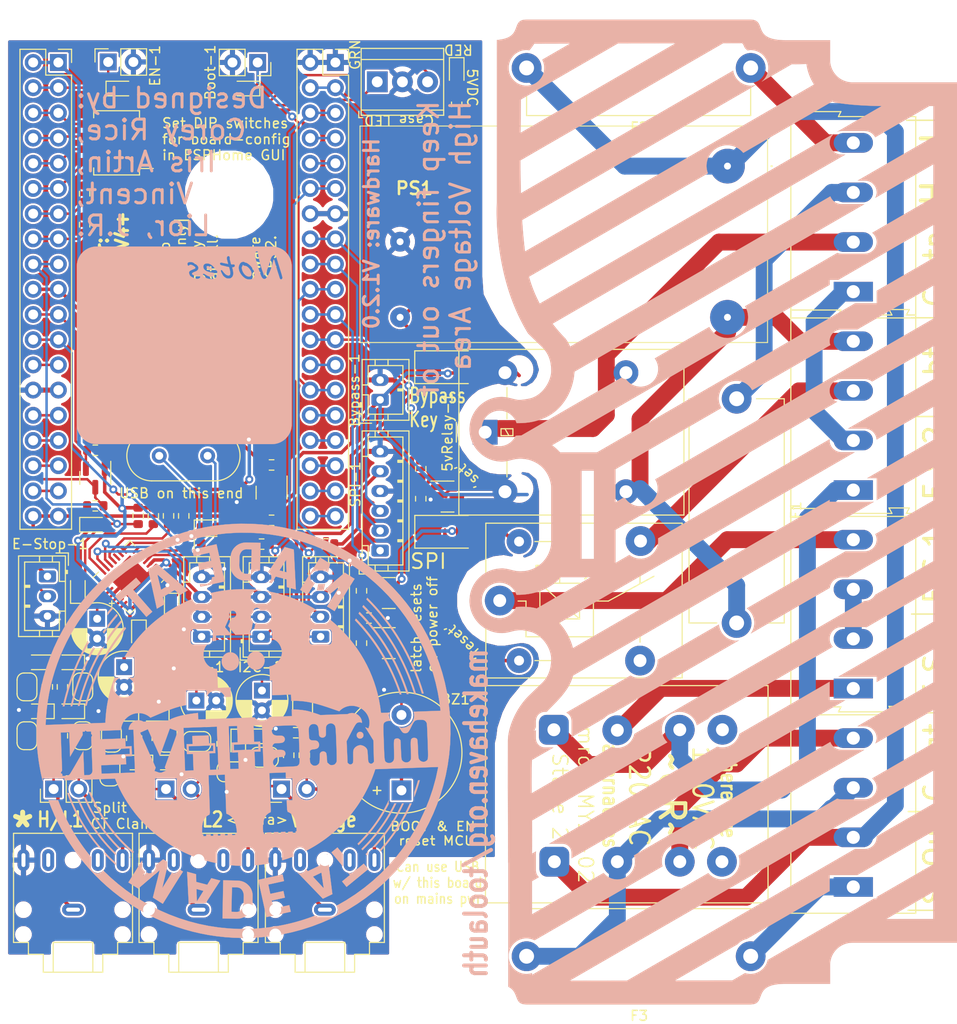
<source format=kicad_pcb>
(kicad_pcb (version 20211014) (generator pcbnew)
  (layers (0 "F.Cu" signal) (31 "B.Cu" signal) (34 "B.Paste" user) (35 "F.Paste" user) (36 "B.SilkS" user "B.Silkscreen") (37 "F.SilkS" user "F.Silkscreen") (38 "B.Mask" user) (39 "F.Mask" user) (44 "Edge.Cuts" user))
  (net 0 "")
  (net 1 "Member-Green-Button-1")
  (net 2 "read-bypass")
  (net 3 "Member-Red-Reset-Button-1")
  (net 4 "+5V")
  (net 5 "Member-E-Stop-sw1-1")
  (net 6 "/mainslevelcontrol/stage1relays/dcp2")
  (net 8 "Member-Red-Reset-Button-2")
  (net 9 "boot")
  (net 10 "GND")
  (net 11 "/microcontroller/lightsounds/dcp1")
  (net 12 "EN")
  (net 13 "Net-(C3-Pad1)")
  (net 14 "Net-(C4-Pad2)")
  (net 15 "Net-(C5-Pad1)")
  (net 16 "Net-(C6-Pad2)")
  (net 17 "IAP")
  (net 18 "IAN")
  (net 19 "IBP")
  (net 20 "IBN")
  (net 21 "VP")
  (net 22 "VN")
  (net 23 "+3V3")
  (net 24 "ade7953-reset")
  (net 25 "Net-(C16-Pad1)")
  (net 26 "Net-(C17-Pad1)")
  (net 27 "Net-(C20-Pad1)")
  (net 28 "Net-(C21-Pad1)")
  (net 29 "Net-(C22-Pad1)")
  (net 30 "Net-(D2-Pad2)")
  (net 31 "Net-(E-Stop-1-Pad2)")
  (net 32 "H{slash}L1")
  (net 33 "N{slash}L2")
  (net 34 "mains-fused-N{slash}L2")
  (net 35 "S3-Contactor-Control")
  (net 36 "Green-Indicator-light-2")
  (net 37 "SCL")
  (net 38 "SDA")
  (net 39 "IAP_IN")
  (net 40 "IAN_IN")
  (net 41 "IBP_IN")
  (net 42 "IBN_IN")
  (net 43 "VN_IN")
  (net 44 "VP_IN")
  (net 45 "Net-(J1-Pad1)")
  (net 46 "Net-(J1-Pad3)")
  (net 47 "v-pin-1")
  (net 48 "v-pin-2")
  (net 49 "v-pin-3")
  (net 50 "v-pin-4")
  (net 51 "led-red")
  (net 52 "led-grn")
  (net 53 "buzz")
  (net 54 "3vRead-Bypass")
  (net 55 "read-E-Stop")
  (net 56 "ade7953-IRQ")
  (net 57 "IO12")
  (net 58 "IO13")
  (net 59 "SD2")
  (net 60 "SD3")
  (net 61 "CMD")
  (net 62 "PICO")
  (net 63 "TXD0")
  (net 64 "RXD0")
  (net 65 "POCI")
  (net 66 "SCK")
  (net 67 "reset3v")
  (net 68 "set3v")
  (net 69 "IO4")
  (net 70 "IO2")
  (net 71 "IO15")
  (net 72 "SD1")
  (net 73 "SD0")
  (net 74 "CLK")
  (net 75 "Member-E-Stop-sw2-1")
  (net 76 "Member-E-Stop-sw2-2")
  (net 77 "Member-E-Stop-aux-1")
  (net 78 "Green-Indicator-light-1")
  (net 79 "Net-(JP7-Pad1)")
  (net 80 "Net-(JP12-Pad1)")
  (net 81 "Net-(R1-Pad2)")
  (net 82 "Net-(R13-Pad1)")
  (net 83 "CS")
  (net 84 "SCLK")
  (net 85 "Net-(R27-Pad2)")
  (net 86 "Net-(R29-Pad2)")
  (net 87 "ZX")
  (net 88 "REVP")
  (net 89 "ZX_I")
  (net 90 "CF1")
  (net 91 "CF2")
  (net 92 "Member-E-Stop-aux-2")
  (footprint "Connector_PinSocket_2.54mm:PinSocket_1x02_P2.54mm_Vertical" (layer "F.Cu") (at 58.1 25.125 -90)
    (fp_text reference "Boot-1")
    (fp_text value "Conn_01x02_Female" hide)
  )
  (footprint "Fuse:Fuseholder_Cylinder-5x20mm_Stelvio-Kontek_PTF78_Horizontal_Open" (layer "F.Cu") (at 107.825 115.21 180)
    (fp_text reference "F3")
    (fp_text value "Fuse")
  )
  (footprint "LED_SMD:LED_0603_1608Metric" (layer "F.Cu") (at 56.83 27.75 180)
    (fp_text reference "C1" hide)
    (fp_text value "0.1uF" hide)
  )
  (footprint "Resistor_SMD:R_0603_1608Metric" (layer "F.Cu") (at 68.165 86.3)
    (fp_text reference "R2" hide)
    (fp_text value "10k" hide)
  )
  (footprint "Resistor_SMD:R_0603_1608Metric" (layer "F.Cu") (at 40.65 41.475 -90)
    (fp_text reference "R6" hide)
    (fp_text value "1k" hide)
  )
  (footprint "Jumper:SolderJumper-2_P1.3mm_Open_RoundedPad1.0x1.5mm" (layer "F.Cu") (at 40.46 92.985 90)
    (fp_text reference "JP3" hide)
    (fp_text value "no-filter-2" hide)
  )
  (footprint "Jumper:SolderJumper-2_P1.3mm_Open_RoundedPad1.0x1.5mm" (layer "F.Cu") (at 34.835 88.06 90)
    (fp_text reference "JP8" hide)
    (fp_text value "48kHz-filter-1" hide)
  )
  (footprint "Resistor_SMD:R_0603_1608Metric" (layer "F.Cu") (at 54.515 93.8 -90)
    (fp_text reference "R20" hide)
    (fp_text value "1k" hide)
  )
  (footprint "Connector_Audio:Jack_3.5mm_CUI_SJ1-3525N_Horizontal" (layer "F.Cu") (at 39.48 110.517)
    (fp_text reference "IN-1" hide)
    (fp_text value "H/L1" hide)
  )
  (footprint "Jumper:SolderJumper-2_P1.3mm_Open_RoundedPad1.0x1.5mm" (layer "F.Cu") (at 43.352 93.2325 90)
    (fp_text reference "JP10" hide)
    (fp_text value "48kHz-filter-1" hide)
  )
  (footprint "Resistor_SMD:R_0603_1608Metric" (layer "F.Cu") (at 41.725 69.81 180)
    (fp_text reference "R4" hide)
    (fp_text value "10k" hide)
  )
  (footprint "Resistor_SMD:R_0603_1608Metric" (layer "F.Cu") (at 74.55 69.095 -90)
    (fp_text reference "R28" hide)
    (fp_text value "10k" hide)
  )
  (footprint "LED_SMD:LED_0603_1608Metric" (layer "F.Cu") (at 46.032 95.6825 180)
    (fp_text reference "C5" hide)
    (fp_text value "33nF" hide)
  )
  (footprint "Connector_PinSocket_2.54mm:PinSocket_2x19_P2.54mm_Vertical" (layer "F.Cu") (at 38 25.125)
    (fp_text reference "J3" hide)
    (fp_text value "Conn_02x19_Top_Bottom" hide)
  )
  (footprint "Jumper:SolderJumper-2_P1.3mm_Open_RoundedPad1.0x1.5mm" (layer "F.Cu") (at 40.46 88.06 90)
    (fp_text reference "JP9" hide)
    (fp_text value "48kHz-filter-2" hide)
  )
  (footprint "Jumper:SolderJumper-2_P1.3mm_Open_RoundedPad1.0x1.5mm" (layer "F.Cu") (at 51.965 93.57 180)
    (fp_text reference "JP5" hide)
    (fp_text value "no-filter-2" hide)
  )
  (footprint "Connector_JST:JST_PH_B2B-PH-K_1x02_P2.00mm_Vertical" (layer "F.Cu") (at 70.45 59.125 90)
    (fp_text reference "Bypass-1")
    (fp_text value "Conn_01x02_Female" hide)
  )
  (footprint "TerminalBlock:TerminalBlock_Altech_AK300-4_P5.00mm" (layer "F.Cu") (at 118.175 108.225 90)
    (fp_text reference "J8" hide)
    (fp_text value "Screw_Terminal_01x04" hide)
  )
  (footprint "Jumper:SolderJumper-2_P1.3mm_Open_RoundedPad1.0x1.5mm" (layer "F.Cu") (at 43.205 96.64 90)
    (fp_text reference "JP4" hide)
    (fp_text value "no-filter-1" hide)
  )
  (footprint "LED_SMD:LED_0603_1608Metric" (layer "F.Cu") (at 58.795 93.04)
    (fp_text reference "C11" hide)
    (fp_text value "33nF" hide)
  )
  (footprint "Relay_THT:Relay_SPDT_Omron-G5LE-1" (layer "F.Cu") (at 81.045 62.39 90)
    (fp_text reference "5vRelay-1")
    (fp_text value "JQC-3FF/005-1ZS(551)")
  )
  (footprint "LED_SMD:LED_0603_1608Metric" (layer "F.Cu") (at 36.085 85.585 180)
    (fp_text reference "C7" hide)
    (fp_text value "33nF" hide)
  )
  (footprint "Connector_PinSocket_2.54mm:PinSocket_1x02_P2.54mm_Vertical" (layer "F.Cu") (at 43.025 25.075 90)
    (fp_text reference "EN-1")
    (fp_text value "Conn_01x02_Female" hide)
  )
  (footprint "Jumper:SolderJumper-2_P1.3mm_Bridged_RoundedPad1.0x1.5mm" (layer "F.Cu") (at 55.405 96.62)
    (fp_text reference "JP6" hide)
    (fp_text value "bridged" hide)
  )
  (footprint "Capacitor_THT:CP_Radial_D5.0mm_P2.00mm" (layer "F.Cu") (at 41.915 81.194887 -90)
    (fp_text reference "C18" hide)
    (fp_text value "4.7uF" hide)
  )
  (footprint "Resistor_SMD:R_0603_1608Metric" (layer "F.Cu") (at 74.55 66.075 -90)
    (fp_text reference "R27" hide)
    (fp_text value "1k" hide)
  )
  (footprint "Resistor_SMD:R_0603_1608Metric" (layer "F.Cu") (at 49.112998 70.825 90)
    (fp_text reference "R25" hide)
    (fp_text value "10k" hide)
  )
  (footprint "MY2-02 AC110 Omron:relay-Omron-MY2-02" (layer "F.Cu") (at 96.275 99.13 -90)
    (fp_text reference "R31")
    (fp_text value "Relay_Omron_MY2-02")
  )
  (footprint "LED_SMD:LED_0603_1608Metric" (layer "F.Cu") (at 49.097 95.6825 180)
    (fp_text reference "C6" hide)
    (fp_text value "33nF" hide)
  )
  (footprint "TerminalBlock:TerminalBlock_Altech_AK300-4_P5.00mm" (layer "F.Cu") (at 118.175 48.225 90)
    (fp_text reference "J5" hide)
    (fp_text value "Screw_Terminal_01x04" hide)
  )
  (footprint "Connector_PinHeader_2.54mm:PinHeader_1x02_P2.54mm_Vertical" (layer "F.Cu") (at 37.52 98.36 90)
    (fp_text reference "IN-AUX-1" hide)
    (fp_text value "H/L1" hide)
  )
  (footprint "LED_SMD:LED_0603_1608Metric" (layer "F.Cu") (at 41.639 71.717)
    (fp_text reference "C15" hide)
    (fp_text value "1uF" hide)
  )
  (footprint "TerminalBlock:TerminalBlock_Altech_AK300-4_P5.00mm" (layer "F.Cu") (at 118.175 68.225 90)
    (fp_text reference "J6" hide)
    (fp_text value "Screw_Terminal_01x04" hide)
  )
  (footprint "Resistor_SMD:R_0603_1608Metric" (layer "F.Cu") (at 78.175 29.349 -90)
    (fp_text reference "R26" hide)
    (fp_text value "1k" hide)
  )
  (footprint "TerminalBlock:TerminalBlock_Altech_AK300-4_P5.00mm" (layer "F.Cu") (at 118.175 88.225 90)
    (fp_text reference "J7" hide)
    (fp_text value "Screw_Terminal_01x04" hide)
  )
  (footprint "Resistor_SMD:R_0603_1608Metric" (layer "F.Cu") (at 62.805 94.95 -90)
    (fp_text reference "R13" hide)
    (fp_text value "499k" hide)
  )
  (footprint "Resistor_SMD:R_0603_1608Metric" (layer "F.Cu") (at 61.235 94.95 -90)
    (fp_text reference "R14" hide)
    (fp_text value "1k" hide)
  )
  (footprint "Package_CSP:LFCSP-28-1EP_5x5mm_P0.5mm_EP3.14x3.14mm" (layer "F.Cu") (at 45.219 77.012158 45)
    (fp_text reference "U2" hide)
    (fp_text value "ADE7953xCP" hide)
  )
  (footprint "Resistor_SMD:R_0603_1608Metric" (layer "F.Cu") (at 52.145 95.69)
    (fp_text reference "R12" hide)
    (fp_text value "100" hide)
  )
  (footprint "Resistor_SMD:R_0603_1608Metric" (layer "F.Cu") (at 58.5 73.67 180)
    (fp_text reference "R8" hide)
    (fp_text value "10kOhm" hide)
  )
  (footprint "Crystal:Crystal_HC49-4H_Vertical" (layer "F.Cu") (at 53.055 64.77 180)
    (fp_text reference "Y1" hide)
    (fp_text value "3.58MHz" hide)
  )
  (footprint "Jumper:SolderJumper-2_P1.3mm_Bridged_RoundedPad1.0x1.5mm" (layer "F.Cu") (at 58.775 95.15 180)
    (fp_text reference "JP12" hide)
    (fp_text value "bridged" hide)
  )
  (footprint "LED_SMD:LED_0603_1608Metric" (layer "F.Cu") (at 53.196 71.971)
    (fp_text reference "C20" hide)
    (fp_text value "20pF" hide)
  )
  (footprint "Package_TO_SOT_SMD:SOT-23" (layer "F.Cu") (at 59.505 68.48 -90)
    (fp_text reference "T5" hide)
    (fp_text value "AO3400A" hide)
  )
  (footprint "Resistor_SMD:R_0603_1608Metric" (layer "F.Cu") (at 65 73.65)
    (fp_text reference "R7" hide)
    (fp_text value "10kOhm" hide)
  )
  (footprint "LED_SMD:LED_0603_1608Metric" (layer "F.Cu") (at 44.615 90.77 180)
    (fp_text reference "C9" hide)
    (fp_text value "33nF" hide)
  )
  (footprint "Fuse:Fuseholder_Cylinder-5x20mm_Stelvio-Kontek_PTF78_Horizontal_Open" (layer "F.Cu") (at 107.825 25.675 180)
    (fp_text reference "F2")
    (fp_text value "Fuse")
  )
  (footprint "Resistor_SMD:R_0603_1608Metric" (layer "F.Cu") (at 36.885 88.06 90)
    (fp_text reference "R15" hide)
    (fp_text value "1k" hide)
  )
  (footprint "Capacitor_THT:CP_Radial_D5.0mm_P2.00mm" (layer "F.Cu") (at 44.635 86.07 -90)
    (fp_text reference "C14" hide)
    (fp_text value "10uF" hide)
  )
  (footprint "Resistor_SMD:R_0603_1608Metric" (layer "F.Cu") (at 38.41 88.06 -90)
    (fp_text reference "R16" hide)
    (fp_text value "1k" hide)
  )
  (footprint "Resistor_SMD:R_0603_1608Metric" (layer "F.Cu") (at 50.645664 70.825 90)
    (fp_text reference "R23" hide)
    (fp_text value "10k" hide)
  )
  (footprint "Connector_PinHeader_2.54mm:PinHeader_1x02_P2.54mm_Vertical" (layer "F.Cu") (at 48.855 98.36 90)
    (fp_text reference "IN-AUX-2" hide)
    (fp_text value "N/L2" hide)
  )
  (footprint "Resistor_SMD:R_0603_1608Metric" (layer "F.Cu") (at 68.575 78.375 -90)
    (fp_text reference "R29" hide)
    (fp_text value "1k" hide)
  )
  (footprint "LED_SMD:LED_0603_1608Metric" (layer "F.Cu") (at 49.435 80.11 -90)
    (fp_text reference "C17" hide)
    (fp_text value "100nF" hide)
  )
  (footprint "Connector_PinHeader_2.54mm:PinHeader_1x02_P2.54mm_Vertical" (layer "F.Cu") (at 60.51 98.36 90)
    (fp_text reference "IN-AUX-3" hide)
    (fp_text value "VOLTS" hide)
  )
  (footprint "Jumper:SolderJumper-2_P1.3mm_Open_RoundedPad1.0x1.5mm" (layer "F.Cu") (at 48.977 93.2325 90)
    (fp_text reference "JP11" hide)
    (fp_text value "48kHz-filter-2" hide)
  )
  (footprint "LED_SMD:LED_0603_1608Metric" (layer "F.Cu") (at 53.196 73.622)
    (fp_text reference "C21" hide)
    (fp_text value "20pF" hide)
  )
  (footprint "Resistor_SMD:R_0603_1608Metric" (layer "F.Cu") (at 59.505 65.69)
    (fp_text reference "R32" hide)
    (fp_text value "10k" hide)
  )
  (footprint "Capacitor_THT:CP_Radial_D5.0mm_P2.00mm" (layer "F.Cu") (at 51.919888 89.44)
    (fp_text reference "C23" hide)
    (fp_text value "4.7uF" hide)
  )
  (footprint "LED_SMD:LED_0603_1608Metric" (layer "F.Cu") (at 56.145 93.81 -90)
    (fp_text reference "C12" hide)
    (fp_text value "33nF" hide)
  )
  (footprint "Resistor_SMD:R_0603_1608Metric" (layer "F.Cu") (at 46.047666 70.825 90)
    (fp_text reference "R22" hide)
    (fp_text value "10k" hide)
  )
  (footprint "Connector_JST:JST_PH_B6B-PH-K_1x06_P2.00mm_Vertical" (layer "F.Cu") (at 70.45 74.325 90)
    (fp_text reference "SPI-1")
    (fp_text value "Conn_01x06_Female" hide)
  )
  (footprint "CFM06S050-E - Cincon:CFM06S050E" (layer "F.Cu") (at 105.485 35.57 180)
    (fp_text reference "PS1")
    (fp_text value "CFM06S050" hide)
  )
  (footprint "Relay_THT:Relay_SPDT_SANYOU_SRD_Series_Form_C" (layer "F.Cu") (at 82.515 79.36)
    (fp_text reference "5vRelay-2")
    (fp_text value "JQC-3FF/005-1ZS(551)")
  )
  (footprint "Resistor_SMD:R_0603_1608Metric" (layer "F.Cu") (at 69.325 81.125)
    (fp_text reference "R30" hide)
    (fp_text value "10k" hide)
  )
  (footprint "Connector_Audio:Jack_3.5mm_CUI_SJ1-3525N_Horizontal" (layer "F.Cu") (at 52.1395 110.517)
    (fp_text reference "IN-2" hide)
    (fp_text value "N/L2" hide)
  )
  (footprint "Resistor_SMD:R_0603_1608Metric" (layer "F.Cu") (at 45.275 98 90)
    (fp_text reference "R11" hide)
    (fp_text value "100" hide)
  )
  (footprint "LED_SMD:LED_0603_1608Metric" (layer "F.Cu") (at 47.68 90.77 180)
    (fp_text reference "C10" hide)
    (fp_text value "33nF" hide)
  )
  (footprint "Button_Switch_SMD:SW_DIP_SPSTx04_Slide_Omron_A6H-4101_W6.15mm_P1.27mm" (layer "F.Cu") (at 43.875 33.225 180)
    (fp_text reference "SW1" hide)
    (fp_text value "SW_DIP_x04" hide)
  )
  (footprint "Resistor_SMD:R_0603_1608Metric" (layer "F.Cu") (at 47.580332 70.825 90)
    (fp_text reference "R24" hide)
    (fp_text value "10k" hide)
  )
  (footprint "Diode_SMD:D_SMA" (layer "F.Cu") (at 77.345 55.84)
    (fp_text reference "D3" hide)
    (fp_text value "B160-E3" hide)
  )
  (footprint "Resistor_SMD:R_0603_1608Metric" (layer "F.Cu") (at 38.41 92.985 -90)
    (fp_text reference "R10" hide)
    (fp_text value "100" hide)
  )
  (footprint "Resistor_SMD:R_0603_1608Metric" (layer "F.Cu") (at 68.575 83.65 -90)
    (fp_text reference "R1" hide)
    (fp_text value "1k" hide)
  )
  (footprint "Connector_JST:JST_PH_B4B-PH-K_1x04_P2.00mm_Vertical" (layer "F.Cu") (at 52.45 83 90)
    (fp_text reference "I2C-1")
    (fp_text value "Conn_01x04_Female" hide)
  )
  (footprint "Diode_SMD:D_SMA" (layer "F.Cu") (at 77.35 72.425)
    (fp_text reference "D4" hide)
    (fp_text value "B160-E3" hide)
  )
  (footprint "LED_SMD:LED_0603_1608Metric" (layer "F.Cu") (at 39.16 90.5225 180)
    (fp_text reference "C4" hide)
    (fp_text value "33nF" hide)
  )
  (footprint "Connector_JST:JST_PH_B4B-PH-K_1x04_P2.00mm_Vertical" (layer "F.Cu") (at 64.45 83 90)
    (fp_text reference "I2C-3")
    (fp_text value "Conn_01x04_Female" hide)
  )
  (footprint "LED_SMD:LED_0603_1608Metric" (layer "F.Cu") (at 39.16 85.585 180)
    (fp_text reference "C8" hide)
    (fp_text value "33nF" hide)
  )
  (footprint "Resistor_SMD:R_0603_1608Metric" (layer "F.Cu") (at 41.725 64.21)
    (fp_text reference "R3" hide)
    (fp_text value "10k" hide)
  )
  (footprint "Jumper:SolderJumper-2_P1.3mm_Bridged_RoundedPad1.0x1.5mm" (layer "F.Cu") (at 62.635 90.22 90)
    (fp_text reference "JP7" hide)
    (fp_text value "bridged" hide)
  )
  (footprint "LED_SMD:LED_0603_1608Metric" (layer "F.Cu") (at 49.455 83.19 -90)
    (fp_text reference "C22" hide)
    (fp_text value "100nF" hide)
  )
  (footprint "Connector_Audio:Jack_3.5mm_CUI_SJ1-3525N_Horizontal" (layer "F.Cu") (at 64.88 110.517)
    (fp_text reference "IN-3" hide)
    (fp_text value "VOLTS" hide)
  )
  (footprint "Resistor_SMD:R_0603_1608Metric" (layer "F.Cu") (at 61.945 92.68)
    (fp_text reference "R19" hide)
    (fp_text value "499k" hide)
  )
  (footprint "Jumper:SolderJumper-2_P1.3mm_Open_RoundedPad1.0x1.5mm" (layer "F.Cu") (at 65.195 88.22 -90)
    (fp_text reference "JP1" hide)
    (fp_text value "VP-GND" hide)
  )
  (footprint "Resistor_SMD:R_0603_1608Metric" (layer "F.Cu") (at 40.65 38.35 90)
    (fp_text reference "R5" hide)
    (fp_text value "1k" hide)
  )
  (footprint "Resistor_SMD:R_0603_1608Metric" (layer "F.Cu") (at 46.927 93.2325 -90)
    (fp_text reference "R18" hide)
    (fp_text value "1k" hide)
  )
  (footprint "Package_TO_SOT_SMD:SOT-23" (layer "F.Cu") (at 41.725 67 -90)
    (fp_text reference "T2" hide)
    (fp_text value "AO3400A" hide)
  )
  (footprint "Buzzer_Beeper:Buzzer_12x9.5RM7.6" (layer "F.Cu") (at 72.605 98.49 90)
    (fp_text reference "BZ1")
    (fp_text value "Buzzer")
  )
  (footprint "Capacitor_THT:CP_Radial_D5.0mm_P2.00mm" (layer "F.Cu") (at 58.535 88.43 -90)
    (fp_text reference "C19" hide)
    (fp_text value "4.7uF" hide)
  )
  (footprint "LED_SMD:LED_0603_1608Metric" (layer "F.Cu") (at 46.125 82.81 -90)
    (fp_text reference "C13" hide)
    (fp_text value "100nF" hide)
  )
  (footprint "Connector_JST:JST_PH_B3B-PH-K_1x03_P2.00mm_Vertical" (layer "F.Cu") (at 36.9 76.925 -90)
    (fp_text reference "E-Stop-1")
    (fp_text value "Conn_01x03_Female" hide)
  )
  (footprint "Package_TO_SOT_SMD:SOT-23" (layer "F.Cu") (at 77.25 68.875)
    (fp_text reference "T3" hide)
    (fp_text value "AO3400A" hide)
  )
  (footprint "LED_SMD:LED_0603_1608Metric" (layer "F.Cu") (at 78.175 26.124 -90)
    (fp_text reference "D2" hide)
    (fp_text value "LED" hide)
  )
  (footprint "Connector_PinSocket_2.54mm:PinSocket_2x19_P2.54mm_Vertical" (layer "F.Cu") (at 65.94 25.125)
    (fp_text reference "J4" hide)
    (fp_text value "Conn_02x19_Top_Bottom" hide)
  )
  (footprint "LED_SMD:LED_0603_1608Metric" (layer "F.Cu") (at 44.295 27.75)
    (fp_text reference "C2" hide)
    (fp_text value "0.1uF" hide)
  )
  (footprint "Resistor_SMD:R_0603_1608Metric" (layer "F.Cu") (at 59.505 71.27 180)
    (fp_text reference "R33" hide)
    (fp_text value "10k" hide)
  )
  (footprint "Package_TO_SOT_SMD:SOT-23" (layer "F.Cu") (at 71.325 83.65)
    (fp_text reference "T1" hide)
    (fp_text value "AO3400A" hide)
  )
  (footprint "Jumper:SolderJumper-2_P1.3mm_Open_RoundedPad1.0x1.5mm" (layer "F.Cu") (at 34.835 92.985 90)
    (fp_text reference "JP2" hide)
    (fp_text value "no-filter-1" hide)
  )
  (footprint "Package_TO_SOT_SMD:SOT-23" (layer "F.Cu") (at 71.325 78.6)
    (fp_text reference "T4" hide)
    (fp_text value "AO3400A" hide)
  )
  (footprint "TerminalBlock_TE-Connectivity:TerminalBlock_TE_282834-3_1x03_P2.54mm_Horizontal" (layer "F.Cu") (at 70.16 27.075)
    (fp_text reference "J1" hide)
    (fp_text value "Conn_01x03_Male" hide)
  )
  (footprint "Fuse:Fuseholder_Cylinder-5x20mm_Stelvio-Kontek_PTF78_Horizontal_Open" (layer "F.Cu") (at 106.409 59.017 -90)
    (fp_text reference "F1")
    (fp_text value "Fuse")
  )
  (footprint "Connector_JST:JST_PH_B4B-PH-K_1x04_P2.00mm_Vertical" (layer "F.Cu") (at 58.45 83 90)
    (fp_text reference "I2C-2")
    (fp_text value "Conn_01x04_Female" hide)
  )
  (footprint "Resistor_SMD:R_0603_1608Metric" (layer "F.Cu") (at 45.402 93.2325 90)
    (fp_text reference "R17" hide)
    (fp_text value "1k" hide)
  )
  (footprint "Resistor_SMD:R_0603_1608Metric" (layer "F.Cu") (at 57.855 97.96 -90)
    (fp_text reference "R21" hide)
    (fp_text value "1k" hide)
  )
  (footprint "Resistor_SMD:R_0603_1608Metric" (layer "F.Cu") (at 36.885 92.985 90)
    (fp_text reference "R9" hide)
    (fp_text value "100" hide)
  )
  (footprint "LED_SMD:LED_0603_1608Metric" (layer "F.Cu") (at 39.965 78.15 90)
    (fp_text reference "C16" hide)
    (fp_text value "100nF" hide)
  )
  (footprint "LED_SMD:LED_0603_1608Metric" (layer "F.Cu") (at 36.095 90.5225 180)
    (fp_text reference "C3" hide)
    (fp_text value "33nF" hide)
  )
  (gr_circle (center 55.228 38.443) (end 59.728 38.443) (layer "F.Cu") (width 0.01) (fill none))
  (gr_poly (pts (xy 56.622998 45.527891) (xy 56.626557 45.533725) (xy 56.630166 45.539394) (xy 56.633826 45.544899) (xy 56.637537 45.550242) (xy 56.6413 45.555423) (xy 56.645117 45.560443) (xy 56.648989 45.565303) (xy 56.651001 45.567468) (xy 56.653137 45.569622) (xy 56.655397 45.571763) (xy 56.657781 45.573891) (xy 56.660288 45.576007) (xy 56.662919 45.578109) (xy 56.665674 45.580199) (xy 56.668551 45.582275) (xy 56.671551 45.584337) (xy 56.674675 45.586386) (xy 56.677921 45.58842) (xy 56.681289 45.590441) (xy 56.688394 45.594438) (xy 56.695986 45.598376) (xy 56.704179 45.601816) (xy 56.713082 45.605185) (xy 56.722693 45.60849) (xy 56.73301 45.611734) (xy 56.74403 45.614924) (xy 56.75575 45.618065) (xy 56.768169 45.621161) (xy 56.781283 45.624217) (xy 56.795263 45.627218) (xy 56.810259 45.630134) (xy 56.826278 45.632956) (xy 56.843321 45.635677) (xy 56.861395 45.638291) (xy 56.880503 45.640788) (xy 56.90065 45.643161) (xy 56.921839 45.645404) (xy 56.936178 45.650498) (xy 56.950569 45.656234) (xy 56.965014 45.662613) (xy 56.979515 45.669642) (xy 56.994073 45.677322) (xy 57.00869 45.685657) (xy 57.023369 45.694652) (xy 57.038111 45.70431) (xy 57.052872 45.714504) (xy 57.067606 45.725112) (xy 57.082302 45.736142) (xy 57.096953 45.7476) (xy 57.111548 45.759493) (xy 57.126077 45.771827) (xy 57.140532 45.78461) (xy 57.154902 45.797847) (xy 57.168744 45.811465) (xy 57.182453 45.825381) (xy 57.196039 45.839586) (xy 57.209508 45.854071) (xy 57.222871 45.868827) (xy 57.236133 45.883846) (xy 57.249305 45.899119) (xy 57.262393 45.914638) (xy 57.274852 45.930313) (xy 57.287033 45.946067) (xy 57.298938 45.961911) (xy 57.310568 45.977853) (xy 57.321927 45.993903) (xy 57.333016 46.010071) (xy 57.343838 46.026365) (xy 57.354395 46.042796) (xy 57.36427 46.058852) (xy 57.373873 46.074874) (xy 57.383202 46.090855) (xy 57.392255 46.106789) (xy 57.401033 46.122669) (xy 57.409532 46.138488) (xy 57.417752 46.15424) (xy 57.425692 46.169917) (xy 57.43282 46.185394) (xy 57.439424 46.200549) (xy 57.445496 46.215379) (xy 57.451028 46.229885) (xy 57.456012 46.244065) (xy 57.46044 46.257918) (xy 57.464302 46.271444) (xy 57.467593 46.28464) (xy 57.468112 46.28464) (xy 57.472855 46.304405) (xy 57.475083 46.314128) (xy 57.477176 46.323743) (xy 57.479106 46.33325) (xy 57.480841 46.342649) (xy 57.482354 46.351938) (xy 57.483614 46.361117) (xy 57.484926 46.378376) (xy 57.485442 46.386918) (xy 57.485863 46.395404) (xy 57.486191 46.403836) (xy 57.486425 46.412215) (xy 57.486566 46.420542) (xy 57.486613 46.428821) (xy 57.48638 46.443038) (xy 57.485691 46.457021) (xy 57.484557 46.470775) (xy 57.482989 46.484305) (xy 57.480999 46.497619) (xy 57.478598 46.51072) (xy 57.475799 46.523616) (xy 57.472613 46.536311) (xy 57.470595 46.542348) (xy 57.468441 46.548292) (xy 57.466152 46.554143) (xy 57.463726 46.559901) (xy 57.461165 46.565565) (xy 57.458468 46.571135) (xy 57.455634 46.576611) (xy 57.452665 46.581992) (xy 57.44956 46.587278) (xy 57.446318 46.592469) (xy 57.442941 46.597563) (xy 57.439428 46.602562) (xy 57.435778 46.607464) (xy 57.431993 46.612268) (xy 57.428071 46.616975) (xy 57.424014 46.621585) (xy 57.41983 46.625877) (xy 57.415525 46.630065) (xy 57.411101 46.634148) (xy 57.406555 46.638125) (xy 57.401888 46.641996) (xy 57.3971 46.64576) (xy 57.392189 46.649417) (xy 57.387155 46.652966) (xy 57.381998 46.656406) (xy 57.376718 46.659736) (xy 57.371314 46.662957) (xy 57.365785 46.666068) (xy 57.360131 46.669067) (xy 57.354353 46.671955) (xy 57.348448 46.674731) (xy 57.342417 46.677394) (xy 57.336039 46.679705) (xy 57.329489 46.681867) (xy 57.32277 46.683881) (xy 57.315881 46.685747) (xy 57.308826 46.687464) (xy 57.301603 46.689032) (xy 57.286663 46.691723) (xy 57.271069 46.693817) (xy 57.25483 46.695314) (xy 57.237956 46.696213) (xy 57.220454 46.696513) (xy 57.204024 46.696254) (xy 57.187743 46.695476) (xy 57.171613 46.69418) (xy 57.155633 46.692366) (xy 57.139802 46.690035) (xy 57.124121 46.687187) (xy 57.108589 46.683823) (xy 57.093207 46.679942) (xy 57.077974 46.675546) (xy 57.062889 46.670634) (xy 57.047954 46.665208) (xy 57.033167 46.659267) (xy 57.018529 46.652812) (xy 57.004039 46.645843) (xy 56.989698 46.638361) (xy 56.975504 46.630366) (xy 56.961276 46.621768) (xy 56.947256 46.612913) (xy 56.933442 46.603802) (xy 56.919835 46.594433) (xy 56.906434 46.584807) (xy 56.893237 46.574924) (xy 56.880246 46.564784) (xy 56.867458 46.554385) (xy 56.854873 46.543729) (xy 56.842491 46.532815) (xy 56.830311 46.521643) (xy 56.818332 46.510212) (xy 56.806554 46.498523) (xy 56.794976 46.486575) (xy 56.783597 46.474368) (xy 56.772418 46.461902) (xy 56.750718 46.436489) (xy 56.729937 46.410638) (xy 56.710077 46.384351) (xy 56.691139 46.357629) (xy 56.673123 46.330473) (xy 56.656032 46.302883) (xy 56.639867 46.274862) (xy 56.624629 46.246409) (xy 56.610024 46.217595) (xy 56.596584 46.189361) (xy 56.584299 46.161713) (xy 56.573163 46.134657) (xy 56.563165 46.108198) (xy 56.554299 46.082343) (xy 56.546556 46.057097) (xy 56.539927 46.032466) (xy 56.5324 46.002487) (xy 56.525455 45.973368) (xy 56.519146 45.945117) (xy 56.513529 45.917743) (xy 56.510585 45.904428) (xy 56.508048 45.891408) (xy 56.505915 45.878675) (xy 56.50418 45.866221) (xy 56.502839 45.854038) (xy 56.501887 45.842118) (xy 56.50132 45.830456) (xy 56.501132 45.819041) (xy 56.501202 45.813417) (xy 56.501412 45.807842) (xy 56.501762 45.802315) (xy 56.502251 45.796838) (xy 56.502878 45.791412) (xy 56.503643 45.786037) (xy 56.504545 45.780715) (xy 56.505583 45.775446) (xy 56.506758 45.770232) (xy 56.508067 45.765072) (xy 56.509512 45.759969) (xy 56.51109 45.754923) (xy 56.512802 45.749934) (xy 56.514647 45.745004) (xy 56.516624 45.740134) (xy 56.518733 45.735324) (xy 56.522805 45.725208) (xy 56.527219 45.714837) (xy 56.531971 45.704206) (xy 56.537056 45.69331) (xy 56.54247 45.682142) (xy 56.548207 45.670697) (xy 56.554263 45.658969) (xy 56.560633 45.646953) (xy 56.568387 45.632049) (xy 56.576095 45.616897) (xy 56.591631 45.585971) (xy 56.599252 45.569605) (xy 56.60648 45.553496) (xy 56.609929 45.545526) (xy 56.613259 45.537605) (xy 56.616462 45.529729) (xy 56.619514 45.521939)) (layer "B.SilkS") (width 0.02) (fill solid))
  (gr_poly (pts (xy 47.849459 104.997335) (xy 47.830336 105.027822) (xy 47.830336 104.985448)) (layer "B.SilkS") (width 0.02) (fill solid))
  (gr_poly (pts (xy 56.619514 45.521939) (xy 56.619486 45.521892) (xy 56.619532 45.521892)) (layer "B.SilkS") (width 0.02) (fill solid))
  (gr_poly (pts (xy 69.635347 79.566243) (xy 70.097725 80.069061) (xy 70.545468 80.589106) (xy 70.978162 81.125945) (xy 71.39539 81.679143) (xy 71.796736 82.248266) (xy 72.181785 82.832879) (xy 72.55012 83.432548) (xy 72.901327 84.046839) (xy 73.234988 84.675316) (xy 73.550688 85.317546) (xy 73.848012 85.973094) (xy 74.126542 86.641526) (xy 74.385865 87.322406) (xy 74.625563 88.015302) (xy 74.845221 88.719777) (xy 74.663321 88.726495) (xy 74.445648 88.033875) (xy 74.208413 87.352455) (xy 73.952031 86.68268) (xy 73.676919 86.024997) (xy 73.383493 85.379851) (xy 73.07217 84.747688) (xy 72.743367 84.128954) (xy 72.3975 83.524094) (xy 72.034985 82.933555) (xy 71.65624 82.357781) (xy 71.26168 81.797219) (xy 70.851723 81.252315) (xy 70.426785 80.723513) (xy 69.987282 80.211261) (xy 69.533631 79.716003) (xy 69.066248 79.238185) (xy 69.158751 79.081088)) (layer "B.SilkS") (width 0.02) (fill solid))
  (gr_poly (pts (xy 57.981552 84.485403) (xy 58.025148 84.489672) (xy 58.068142 84.496199) (xy 58.110477 84.504932) (xy 58.152096 84.515814) (xy 58.192946 84.528792) (xy 58.232969 84.543812) (xy 58.27211 84.560818) (xy 58.310314 84.579758) (xy 58.347523 84.600575) (xy 58.383684 84.623216) (xy 58.41874 84.647627) (xy 58.452635 84.673753) (xy 58.485314 84.701539) (xy 58.51672 84.730932) (xy 58.546799 84.761876) (xy 58.575494 84.794318) (xy 58.60275 84.828203) (xy 58.62851 84.863477) (xy 58.65272 84.900085) (xy 58.675323 84.937973) (xy 58.696263 84.977086) (xy 58.715486 85.017371) (xy 58.732935 85.058772) (xy 58.748554 85.101235) (xy 58.762288 85.144707) (xy 58.77408 85.189132) (xy 58.783876 85.234456) (xy 58.79162 85.280625) (xy 58.797255 85.327584) (xy 58.800726 85.375279) (xy 58.801291 85.422475) (xy 58.799605 85.469168) (xy 58.795721 85.515296) (xy 58.78969 85.560797) (xy 58.781563 85.60561) (xy 58.771394 85.649672) (xy 58.759232 85.692922) (xy 58.74513 85.735297) (xy 58.72914 85.776737) (xy 58.711312 85.817179) (xy 58.691699 85.856561) (xy 58.670353 85.894821) (xy 58.647325 85.931898) (xy 58.622666 85.96773) (xy 58.596429 86.002254) (xy 58.568665 86.035409) (xy 58.539425 86.067134) (xy 58.508762 86.097365) (xy 58.476727 86.126042) (xy 58.443371 86.153103) (xy 58.408747 86.178485) (xy 58.372905 86.202127) (xy 58.335898 86.223967) (xy 58.297778 86.243943) (xy 58.258595 86.261993) (xy 58.218402 86.278055) (xy 58.17725 86.292069) (xy 58.135191 86.30397) (xy 58.092276 86.313699) (xy 58.048558 86.321192) (xy 58.004087 86.326388) (xy 57.958916 86.329226) (xy 57.913658 86.329661) (xy 57.868928 86.327726) (xy 57.824784 86.323477) (xy 57.78128 86.316968) (xy 57.738473 86.308252) (xy 57.696419 86.297385) (xy 57.655174 86.28442) (xy 57.614793 86.269413) (xy 57.575333 86.252417) (xy 57.536849 86.233487) (xy 57.499397 86.212677) (xy 57.463034 86.190043) (xy 57.427815 86.165637) (xy 57.393796 86.139515) (xy 57.361033 86.11173) (xy 57.329582 86.082338) (xy 57.2995 86.051393) (xy 57.270841 86.018949) (xy 57.243661 85.98506) (xy 57.218018 85.949782) (xy 57.193966 85.913167) (xy 57.171562 85.875271) (xy 57.150862 85.836149) (xy 57.131921 85.795853) (xy 57.114795 85.75444) (xy 57.09954 85.711963) (xy 57.086213 85.668476) (xy 57.074869 85.624035) (xy 57.065564 85.578693) (xy 57.058355 85.532505) (xy 57.053296 85.485525) (xy 57.050444 85.437807) (xy 57.049881 85.390612) (xy 57.05157 85.343919) (xy 57.055461 85.297791) (xy 57.061502 85.252289) (xy 57.06964 85.207477) (xy 57.079823 85.163414) (xy 57.092 85.120164) (xy 57.10612 85.077789) (xy 57.122129 85.036349) (xy 57.139976 84.995907) (xy 57.15961 84.956525) (xy 57.180979 84.918265) (xy 57.20403 84.881188) (xy 57.228712 84.845356) (xy 57.254974 84.810832) (xy 57.282762 84.777676) (xy 57.312026 84.745952) (xy 57.342713 84.71572) (xy 57.374772 84.687043) (xy 57.408151 84.659983) (xy 57.442797 84.6346) (xy 57.47866 84.610958) (xy 57.515688 84.589119) (xy 57.553827 84.569143) (xy 57.593027 84.551093) (xy 57.633236 84.53503) (xy 57.674402 84.521017) (xy 57.716473 84.509116) (xy 57.759397 84.499387) (xy 57.803123 84.491894) (xy 57.847598 84.486698) (xy 57.892771 84.48386) (xy 57.937407 84.483448)) (layer "B.SilkS") (width 0.02) (fill solid))
  (gr_poly (pts (xy 41.431662 99.096019) (xy 41.627652 99.523687) (xy 41.836548 99.944555) (xy 42.058101 100.358373) (xy 42.292062 100.76489) (xy 42.538183 101.163856) (xy 42.796215 101.555021) (xy 43.065908 101.938135) (xy 43.347014 102.312946) (xy 43.639285 102.679205) (xy 43.94247 103.036661) (xy 44.256322 103.385064) (xy 44.580592 103.724164) (xy 44.91503 104.053711) (xy 45.259388 104.373453) (xy 45.613417 104.683141) (xy 45.515749 104.823701) (xy 45.154042 104.508011) (xy 44.802463 104.181949) (xy 44.461252 103.845765) (xy 44.130648 103.499711) (xy 43.81089 103.144034) (xy 43.502218 102.778985) (xy 43.20487 102.404814) (xy 42.919085 102.021771) (xy 42.645102 101.630106) (xy 42.383161 101.230068) (xy 42.133501 100.821907) (xy 41.89636 100.405873) (xy 41.671978 99.982216) (xy 41.460594 99.551186) (xy 41.262447 99.113032) (xy 41.077776 98.668004) (xy 41.248827 98.661802)) (layer "B.SilkS") (width 0.02) (fill solid))
  (gr_poly (pts (xy 69.255903 106.425672) (xy 67.06534 108.220392) (xy 66.613684 107.669008) (xy 67.403299 107.02202) (xy 67.216749 106.794126) (xy 67.221922 106.795534) (xy 67.227 106.797121) (xy 67.236903 106.800771) (xy 67.246515 106.804959) (xy 67.255894 106.809568) (xy 67.265098 106.814481) (xy 67.274184 106.81958) (xy 67.292234 106.829872) (xy 67.301313 106.83483) (xy 67.310506 106.839506) (xy 67.319869 106.843785) (xy 67.329461 106.847547) (xy 67.339338 106.850678) (xy 67.344402 106.851969) (xy 67.349559 106.853059) (xy 67.354817 106.853932) (xy 67.360182 106.854573) (xy 67.365662 106.854969) (xy 67.371264 106.855104) (xy 67.390898 106.855104) (xy 67.416375 106.854587) (xy 67.441358 106.853054) (xy 67.465847 106.850529) (xy 67.489843 106.847035) (xy 67.513345 106.842597) (xy 67.536355 106.83724) (xy 67.558873 106.830987) (xy 67.580899 106.823863) (xy 67.602434 106.815892) (xy 67.623477 106.807099) (xy 67.64403 106.797507) (xy 67.664093 106.787141) (xy 67.683665 106.776025) (xy 67.702748 106.764184) (xy 67.721342 106.751641) (xy 67.739447 106.738421) (xy 67.774192 106.710047) (xy 67.806986 106.679256) (xy 67.837833 106.646241) (xy 67.866735 106.611198) (xy 67.893695 106.574319) (xy 67.918717 106.5358) (xy 67.941804 106.495833) (xy 67.962958 106.454614) (xy 68.016184 106.519723) (xy 68.804251 105.874284)) (layer "B.SilkS") (width 0.02) (fill solid))
  (gr_poly (pts (xy 74.393642 97.687204) (xy 74.331505 97.899603) (xy 74.266622 98.110953) (xy 74.199025 98.321247) (xy 74.128746 98.530477) (xy 74.055815 98.738634) (xy 73.980266 98.945709) (xy 73.902128 99.151697) (xy 73.902132 98.664903) (xy 74.003391 98.371791) (xy 74.099443 98.076599) (xy 74.190115 97.779325) (xy 74.275232 97.479967) (xy 74.453001 97.473764)) (layer "B.SilkS") (width 0.02) (fill solid))
  (gr_poly (pts (xy 59.641439 43.680665) (xy 59.743271 43.68836) (xy 59.843588 43.701032) (xy 59.942268 43.71856) (xy 60.039187 43.740818) (xy 60.13422 43.767684) (xy 60.227245 43.799033) (xy 60.318137 43.834741) (xy 60.406773 43.874686) (xy 60.493029 43.918743) (xy 60.576782 43.966788) (xy 60.657907 44.018698) (xy 60.736281 44.074349) (xy 60.811779 44.133618) (xy 60.88428 44.196379) (xy 60.953658 44.262511) (xy 61.019789 44.331889) (xy 61.082551 44.40439) (xy 61.14182 44.479888) (xy 61.197471 44.558262) (xy 61.249381 44.639387) (xy 61.297426 44.72314) (xy 61.341483 44.809396) (xy 61.381428 44.898032) (xy 61.417136 44.988924) (xy 61.448485 45.081949) (xy 61.475351 45.176982) (xy 61.497609 45.273901) (xy 61.515136 45.372581) (xy 61.527809 45.472898) (xy 61.535504 45.57473) (xy 61.538096 45.677951) (xy 61.538096 61.589122) (xy 61.535504 61.692343) (xy 61.527809 61.794175) (xy 61.515136 61.894492) (xy 61.497609 61.993172) (xy 61.475351 62.09009) (xy 61.448485 62.185124) (xy 61.417136 62.278149) (xy 61.381428 62.369041) (xy 61.341483 62.457677) (xy 61.297426 62.543933) (xy 61.249381 62.627686) (xy 61.197471 62.708811) (xy 61.14182 62.787184) (xy 61.082551 62.862683) (xy 61.019789 62.935184) (xy 60.953658 63.004562) (xy 60.88428 63.070693) (xy 60.811779 63.133455) (xy 60.736281 63.192724) (xy 60.657907 63.248375) (xy 60.576782 63.300285) (xy 60.493029 63.34833) (xy 60.406773 63.392387) (xy 60.318137 63.432332) (xy 60.227245 63.46804) (xy 60.13422 63.499389) (xy 60.039187 63.526255) (xy 59.942268 63.548513) (xy 59.843588 63.56604) (xy 59.743271 63.578713) (xy 59.641439 63.586408) (xy 59.538218 63.589) (xy 41.861782 63.589) (xy 41.758561 63.586408) (xy 41.65673 63.578713) (xy 41.556412 63.56604) (xy 41.457733 63.548513) (xy 41.360814 63.526255) (xy 41.26578 63.499389) (xy 41.172756 63.46804) (xy 41.081863 63.432332) (xy 40.993227 63.392387) (xy 40.906971 63.34833) (xy 40.823219 63.300285) (xy 40.742094 63.248375) (xy 40.66372 63.192724) (xy 40.588221 63.133455) (xy 40.515721 63.070693) (xy 40.446343 63.004562) (xy 40.380211 62.935184) (xy 40.317449 62.862683) (xy 40.258181 62.787184) (xy 40.20253 62.708811) (xy 40.15062 62.627686) (xy 40.102574 62.543933) (xy 40.058517 62.457677) (xy 40.018573 62.369041) (xy 39.982864 62.278149) (xy 39.951515 62.185124) (xy 39.92465 62.09009) (xy 39.902392 61.993172) (xy 39.884864 61.894492) (xy 39.872191 61.794175) (xy 39.864497 61.692343) (xy 39.861905 61.589122) (xy 39.861905 45.677951) (xy 39.864497 45.57473) (xy 39.872191 45.472898) (xy 39.878996 45.419032) (xy 51.013103 45.419032) (xy 51.013195 45.424009) (xy 51.013462 45.429384) (xy 51.013894 45.435152) (xy 51.014477 45.441306) (xy 51.015201 45.447841) (xy 51.016055 45.454751) (xy 51.0181 45.469668) (xy 51.019481 45.477487) (xy 51.021079 45.485303) (xy 51.022892 45.493119) (xy 51.024921 45.500934) (xy 51.027166 45.508749) (xy 51.029627 45.516564) (xy 51.032305 45.524381) (xy 51.035198 45.532199) (xy 51.038316 45.539875) (xy 51.041593 45.547272) (xy 51.04503 45.554392) (xy 51.046808 45.557849) (xy 51.048626 45.561238) (xy 51.050484 45.56456) (xy 51.052382 45.567814) (xy 51.054319 45.571001) (xy 51.056296 45.574121) (xy 51.058313 45.577175) (xy 51.060369 45.580162) (xy 51.062465 45.583084) (xy 51.064601 45.58594) (xy 51.066806 45.588675) (xy 51.069069 45.591237) (xy 51.071389 45.593626) (xy 51.073766 45.595841) (xy 51.076199 45.597882) (xy 51.078688 45.599748) (xy 51.081231 45.601439) (xy 51.083829 45.602954) (xy 51.086481 45.604293) (xy 51.089186 45.605455) (xy 51.091944 45.606439) (xy 51.094754 45.607246) (xy 51.097615 45.607874) (xy 51.100527 45.608323) (xy 51.10349 45.608594) (xy 51.106502 45.608684) (xy 51.111438 45.608624) (xy 51.116271 45.608445) (xy 51.120998 45.608147) (xy 51.12562 45.607728) (xy 51.130136 45.607189) (xy 51.134546 45.606528) (xy 51.138847 45.605747) (xy 51.14304 45.604843) (xy 51.147124 45.603818) (xy 51.151099 45.602669) (xy 51.154963 45.601398) (xy 51.158716 45.600003) (xy 51.162357 45.598484) (xy 51.165886 45.596841) (xy 51.169302 45.595074) (xy 51.172603 45.593181) (xy 51.179047 45.589242) (xy 51.18533 45.585245) (xy 51.191452 45.58119) (xy 51.197412 45.577079) (xy 51.203208 45.572914) (xy 51.208839 45.568695) (xy 51.214303 45.564426) (xy 51.2196 45.560107) (xy 51.224837 45.555389) (xy 51.230123 45.550789) (xy 51.235461 45.546303) (xy 51.240853 45.541929) (xy 51.246301 45.537664) (xy 51.251807 45.533503) (xy 51.257374 45.529445) (xy 51.263004 45.525485) (xy 51.265871 45.523588) (xy 51.268812 45.521804) (xy 51.271828 45.520137) (xy 51.27492 45.518585) (xy 51.278088 45.517151) (xy 51.281334 45.515836) (xy 51.284659 45.51464) (xy 51.288064 45.513566) (xy 51.291549 45.512614) (xy 51.295117 45.511785) (xy 51.298767 45.51108) (xy 51.302502 45.510501) (xy 51.306322 45.510049) (xy 51.310228 45.509724) (xy 51.314221 45.509529) (xy 51.318302 45.509463) (xy 51.328539 45.509724) (xy 51.339222 45.5105) (xy 51.350346 45.511783) (xy 51.361905 45.513563) (xy 51.373895 45.515833) (xy 51.386311 45.518582) (xy 51.399148 45.521802) (xy 51.412403 45.525485) (xy 51.425488 45.529144) (xy 51.438658 45.53317) (xy 51.451919 45.537567) (xy 51.465281 45.54234) (xy 51.478751 45.547493) (xy 51.492338 45.55303) (xy 51.506049 45.558955) (xy 51.519893 45.565272) (xy 51.533768 45.571487) (xy 51.547597 45.577976) (xy 51.561378 45.584738) (xy 51.575107 45.591774) (xy 51.588782 45.599082) (xy 51.6024 45.606661) (xy 51.615957 45.614511) (xy 51.629451 45.62263) (xy 51.642332 45.630908) (xy 51.654949 45.639236) (xy 51.667301 45.647615) (xy 51.679387 45.656047) (xy 51.691205 45.664533) (xy 51.702756 45.673075) (xy 51.714037 45.681675) (xy 51.725048 45.690333) (xy 51.735225 45.699011) (xy 51.744908 45.707671) (xy 51.754098 45.716318) (xy 51.762799 45.724959) (xy 51.771012 45.733601) (xy 51.77874 45.742248) (xy 51.782423 45.746576) (xy 51.785986 45.750908) (xy 51.789428 45.755244) (xy 51.792751 45.759585) (xy 51.795914 45.763694) (xy 51.798879 45.767765) (xy 51.801646 45.771799) (xy 51.804214 45.775794) (xy 51.806581 45.77975) (xy 51.808748 45.783667) (xy 51.810712 45.787544) (xy 51.812473 45.791381) (xy 51.81403 45.795177) (xy 51.815383 45.798932) (xy 51.81653 45.802645) (xy 51.81747 45.806316) (xy 51.818203 45.809944) (xy 51.818728 45.813529) (xy 51.819043 45.81707) (xy 51.819149 45.820567) (xy 51.819074 45.824219) (xy 51.818849 45.827788) (xy 51.818475 45.831273) (xy 51.817951 45.834676) (xy 51.817278 45.837996) (xy 51.816456 45.841234) (xy 51.815484 45.84439) (xy 51.814364 45.847465) (xy 51.813095 45.850457) (xy 51.811677 45.853369) (xy 51.81011 45.856199) (xy 51.808395 45.858949) (xy 51.806532 45.861618) (xy 51.80452 45.864206) (xy 51.80236 45.866715) (xy 51.800052 45.869144) (xy 51.797624 45.871512) (xy 51.795103 45.873841) (xy 51.792492 45.87613) (xy 51.789791 45.878379) (xy 51.787002 45.880587) (xy 51.784128 45.882755) (xy 51.781168 45.884883) (xy 51.778124 45.886971) (xy 51.774999 45.889018) (xy 51.771793 45.891025) (xy 51.768508 45.892991) (xy 51.765146 45.894917) (xy 51.758194 45.898648) (xy 51.750949 45.902217) (xy 51.741261 45.907437) (xy 51.731243 45.912668) (xy 51.720894 45.917906) (xy 51.710213 45.923148) (xy 51.6992 45.92839) (xy 51.687852 45.933629) (xy 51.676169 45.93886) (xy 51.66415 45.944079) (xy 51.563381 45.985942) (xy 51.514007 46.006614) (xy 51.489948 46.016916) (xy 51.466281 46.027286) (xy 51.442819 46.037496) (xy 51.421157 46.047275) (xy 51.401258 46.056618) (xy 51.383083 46.065524) (xy 51.371524 46.071603) (xy 51.360257 46.077676) (xy 51.349293 46.083745) (xy 51.338643 46.089812) (xy 51.328316 46.095879) (xy 51.318323 46.101949) (xy 51.308674 46.108022) (xy 51.299381 46.114101) (xy 51.294649 46.116946) (xy 51.290017 46.119838) (xy 51.285485 46.122775) (xy 51.281052 46.125757) (xy 51.276717 46.128782) (xy 51.272479 46.131851) (xy 51.268337 46.134962) (xy 51.264291 46.138114) (xy 51.26034 46.141307) (xy 51.256484 46.14454) (xy 51.25272 46.147813) (xy 51.24905 46.151124) (xy 51.245471 46.154472) (xy 51.241983 46.157858) (xy 51.238586 46.16128) (xy 51.235279 46.164737) (xy 51.232058 46.168238) (xy 51.228922 46.171794) (xy 51.225872 46.175403) (xy 51.222909 46.179067) (xy 51.220037 46.182785) (xy 51.217257 46.186556) (xy 51.214572 46.190382) (xy 51.211982 46.194263) (xy 51.209491 46.198197) (xy 51.207101 46.202186) (xy 51.204812 46.20623) (xy 51.202629 46.210328) (xy 51.200551 46.214481) (xy 51.198583 46.218688) (xy 51.196725 46.22295) (xy 51.19498 46.227267) (xy 51.193339 46.231659) (xy 51.191794 46.236145) (xy 51.190345 46.240727) (xy 51.188995 46.245402) (xy 51.187744 46.250173) (xy 51.186594 46.255038) (xy 51.185547 46.259999) (xy 51.184604 46.265054) (xy 51.183767 46.270204) (xy 51.183036 46.275449) (xy 51.182414 46.280789) (xy 51.181902 46.286224) (xy 51.181501 46.291755) (xy 51.181213 46.29738) (xy 51.181039 46.303101) (xy 51.18098 46.308917) (xy 51.181027 46.314556) (xy 51.181168 46.320179) (xy 51.181402 46.325792) (xy 51.18173 46.3314) (xy 51.182151 46.337008) (xy 51.182667 46.34262) (xy 51.183276 46.348241) (xy 51.183979 46.353877) (xy 51.185854 46.365617) (xy 51.188116 46.378237) (xy 51.189429 46.384873) (xy 51.190884 46.391725) (xy 51.192495 46.398791) (xy 51.194278 46.40607) (xy 51.195676 46.41273) (xy 51.197387 46.419672) (xy 51.199395 46.426893) (xy 51.201686 46.434389) (xy 51.204245 46.442157) (xy 51.207056 46.450192) (xy 51.210105 46.458492) (xy 51.213375 46.467052) (xy 51.216473 46.475729) (xy 51.21969 46.484389) (xy 51.223021 46.493036) (xy 51.226464 46.501678) (xy 51.230014 46.510319) (xy 51.233668 46.518966) (xy 51.241275 46.536304) (xy 51.244754 46.544483) (xy 51.248289 46.552512) (xy 51.25188 46.560385) (xy 51.255528 46.568099) (xy 51.259232 46.57565) (xy 51.262992 46.583034) (xy 51.266807 46.590247) (xy 51.270679 46.597285) (xy 51.272612 46.600473) (xy 51.274512 46.603523) (xy 51.276376 46.606434) (xy 51.278206 46.609209) (xy 51.279999 46.611845) (xy 51.281755 46.614345) (xy 51.283472 46.616709) (xy 51.285151 46.618937) (xy 51.28679 46.621029) (xy 51.288388 46.622985) (xy 51.289945 46.624807) (xy 51.29146 46.626495) (xy 51.292931 46.628048) (xy 51.294358 46.629468) (xy 51.29574 46.630754) (xy 51.297077 46.631908) (xy 51.314398 46.647445) (xy 51.332463 46.662779) (xy 51.351277 46.677904) (xy 51.370844 46.692817) (xy 51.391171 46.707512) (xy 51.412263 46.721985) (xy 51.434124 46.736231) (xy 51.45676 46.750247) (xy 51.479915 46.763521) (xy 51.503331 46.776418) (xy 51.527011 46.788939) (xy 51.55096 46.801081) (xy 51.575181 46.812843) (xy 51.599677 46.824226) (xy 51.624452 46.835226) (xy 51.649509 46.845843) (xy 51.674296 46.855581) (xy 51.699152 46.864815) (xy 51.724073 46.873552) (xy 51.749054 46.881794) (xy 51.774092 46.889548) (xy 51.799182 46.896817) (xy 51.824318 46.903607) (xy 51.849498 46.909923) (xy 51.874006 46.915615) (xy 51.898027 46.920548) (xy 51.921561 46.924723) (xy 51.944607 46.92814) (xy 51.967167 46.930797) (xy 51.989238 46.932696) (xy 52.010822 46.933835) (xy 52.031917 46.934215) (xy 52.042474 46.933976) (xy 52.053296 46.933259) (xy 52.064386 46.932059) (xy 52.075744 46.930374) (xy 52.087375 46.9282) (xy 52.099279 46.925534) (xy 52.11146 46.922372) (xy 52.12392 46.918712) (xy 52.136392 46.914234) (xy 52.148677 46.909487) (xy 52.160765 46.904469) (xy 52.172646 46.89918) (xy 52.184312 46.89362) (xy 52.195753 46.887787) (xy 52.206959 46.881681) (xy 52.217922 46.8753) (xy 52.223082 46.871798) (xy 52.228138 46.868241) (xy 52.233091 46.864631) (xy 52.237943 46.860967) (xy 52.242694 46.857249) (xy 52.247347 46.853478) (xy 52.251902 46.849652) (xy 52.256361 46.845772) (xy 52.260724 46.841838) (xy 52.264994 46.837849) (xy 52.269172 46.833806) (xy 52.273259 46.829708) (xy 52.277256 46.825556) (xy 52.281165 46.821349) (xy 52.284987 46.817087) (xy 52.288723 46.81277) (xy 52.29215 46.808424) (xy 52.295347 46.804072) (xy 52.298315 46.799716) (xy 52.301055 46.795356) (xy 52.303568 46.790993) (xy 52.305855 46.786627) (xy 52.307919 46.782259) (xy 52.30976 46.777891) (xy 52.311379 46.773523) (xy 52.312778 46.769155) (xy 52.313958 46.764789) (xy 52.314921 46.760425) (xy 52.315668 46.756064) (xy 52.316199 46.751707) (xy 52.316518 46.747354) (xy 52.316623 46.743007) (xy 52.316585 46.740822) (xy 52.316468 46.738609) (xy 52.316273 46.736369) (xy 52.315999 46.734101) (xy 52.315645 46.731806) (xy 52.315211 46.729484) (xy 52.314696 46.727134) (xy 52.3141 46.724757) (xy 52.313421 46.722353) (xy 52.31266 46.719922) (xy 52.311816 46.717464) (xy 52.310888 46.714979) (xy 52.309875 46.712467) (xy 52.308777 46.709927) (xy 52.307593 46.707361) (xy 52.306324 46.704768) (xy 52.305011 46.701967) (xy 52.303663 46.69921) (xy 52.302278 46.696496) (xy 52.300855 46.693827) (xy 52.299394 46.691199) (xy 52.297893 46.688615) (xy 52.296352 46.686072) (xy 52.29477 46.68357) (xy 52.293145 46.681109) (xy 52.291478 46.678688) (xy 52.289767 46.676307) (xy 52.28801 46.673966) (xy 52.286209 46.671663) (xy 52.284361 46.669398) (xy 52.282465 46.667171) (xy 52.280521 46.664981) (xy 52.278563 46.662622) (xy 52.276589 46.660323) (xy 52.274599 46.658082) (xy 52.272593 46.655899) (xy 52.270573 46.653774) (xy 52.268537 46.651705) (xy 52.266487 46.649692) (xy 52.264422 46.647735) (xy 52.262343 46.645831) (xy 52.260251 46.643981) (xy 52.258145 46.642185) (xy 52.256026 46.64044) (xy 52.253894 46.638746) (xy 52.25175 46.637104) (xy 52.249593 46.635511) (xy 52.247425 46.633967) (xy 52.245131 46.632339) (xy 52.242864 46.630811) (xy 52.240623 46.629383) (xy 52.238407 46.628055) (xy 52.236217 46.626827) (xy 52.234052 46.6257) (xy 52.231914 46.624674) (xy 52.229801 46.62375) (xy 52.227714 46.622926) (xy 52.225652 46.622205) (xy 52.223617 46.621585) (xy 52.221607 46.621067) (xy 52.219623 46.620652) (xy 52.217664 46.620339) (xy 52.215732 46.620128) (xy 52.213825 46.620021) (xy 52.212787 46.620021) (xy 52.20958 46.620092) (xy 52.206478 46.620238) (xy 52.203471 46.620465) (xy 52.200552 46.620783) (xy 52.197712 46.621199) (xy 52.196319 46.621446) (xy 52.194943 46.621721) (xy 52.193583 46.622025) (xy 52.192237 46.622359) (xy 52.190905 46.622723) (xy 52.189586 46.623118) (xy 52.186469 46.624012) (xy 52.183271 46.624969) (xy 52.180007 46.625988) (xy 52.176691 46.627065) (xy 52.173337 46.628198) (xy 52.169959 46.629386) (xy 52.166571 46.630626) (xy 52.163188 46.631915) (xy 52.148551 46.635519) (xy 52.140618 46.637347) (xy 52.13647 46.638243) (xy 52.13219 46.639117) (xy 52.127662 46.639919) (xy 52.122787 46.640583) (xy 52.117572 46.64112) (xy 52.112026 46.641539) (xy 52.106156 46.641848) (xy 52.099972 46.642058) (xy 52.09348 46.642177) (xy 52.086689 46.642215) (xy 52.066011 46.641957) (xy 52.044815 46.641179) (xy 52.023095 46.639873) (xy 52.000842 46.638032) (xy 51.978047 46.635648) (xy 51.954703 46.632713) (xy 51.930803 46.629221) (xy 51.906337 46.625163) (xy 51.881321 46.620644) (xy 51.856668 46.615778) (xy 51.832385 46.610573) (xy 51.808476 46.605034) (xy 51.784947 46.599169) (xy 51.761802 46.592986) (xy 51.739046 46.586491) (xy 51.716686 46.579692) (xy 51.694943 46.572635) (xy 51.674037 46.565362) (xy 51.653961 46.557872) (xy 51.634709 46.550166) (xy 51.616272 46.542243) (xy 51.598644 46.534101) (xy 51.581817 46.525741) (xy 51.565784 46.517161) (xy 51.557956 46.512598) (xy 51.550559 46.508026) (xy 51.543593 46.503446) (xy 51.53706 46.498857) (xy 51.530958 46.494258) (xy 51.525288 46.489648) (xy 51.52005 46.485026) (xy 51.515905 46.481029) (xy 52.573505 46.481029) (xy 52.57355 46.484485) (xy 52.573677 46.487911) (xy 52.573874 46.491316) (xy 52.57413 46.494712) (xy 52.57477 46.501519) (xy 52.575504 46.508418) (xy 52.575549 46.511419) (xy 52.575676 46.514335) (xy 52.575873 46.517157) (xy 52.576128 46.519878) (xy 52.576431 46.522492) (xy 52.576769 46.524989) (xy 52.57713 46.527362) (xy 52.577503 46.529605) (xy 52.578692 46.535252) (xy 52.58001 46.540901) (xy 52.581457 46.546552) (xy 52.583034 46.552204) (xy 52.584741 46.557857) (xy 52.586577 46.563511) (xy 52.588543 46.569166) (xy 52.59064 46.574821) (xy 52.592866 46.580475) (xy 52.595222 46.58613) (xy 52.600326 46.597437) (xy 52.605952 46.60874) (xy 52.612102 46.620036) (xy 52.61542 46.625633) (xy 52.618848 46.631132) (xy 52.622385 46.636534) (xy 52.626031 46.641838) (xy 52.629786 46.647045) (xy 52.63365 46.652156) (xy 52.637622 46.657171) (xy 52.641702 46.662091) (xy 52.64589 46.666916) (xy 52.650186 46.671647) (xy 52.654589 46.676283) (xy 52.659099 46.680826) (xy 52.663715 46.685275) (xy 52.668438 46.689632) (xy 52.673268 46.693897) (xy 52.678203 46.69807) (xy 52.700833 46.715557) (xy 52.72355 46.732402) (xy 52.746353 46.748606) (xy 52.769241 46.76417) (xy 52.792214 46.779093) (xy 52.815271 46.793376) (xy 52.83841 46.807021) (xy 52.861632 46.820026) (xy 52.884935 46.832394) (xy 52.908319 46.844125) (xy 52.931783 46.855219) (xy 52.955326 46.865677) (xy 52.978947 46.875499) (xy 53.002646 46.884686) (xy 53.026422 46.893238) (xy 53.050273 46.901157) (xy 53.098017 46.915417) (xy 53.146561 46.927789) (xy 53.195912 46.938268) (xy 53.246072 46.946851) (xy 53.297048 46.953533) (xy 53.348842 46.958311) (xy 53.40146 46.961181) (xy 53.454906 46.962138) (xy 53.465581 46.962058) (xy 53.476759 46.961818) (xy 53.488434 46.961415) (xy 53.500602 46.96085) (xy 53.526397 46.959225) (xy 53.554103 46.956935) (xy 53.568082 46.955478) (xy 53.582215 46.953708) (xy 53.596506 46.95162) (xy 53.610955 46.94921) (xy 53.625564 46.946474) (xy 53.640336 46.943408) (xy 53.655273 46.940007) (xy 53.670375 46.936267) (xy 53.685536 46.932126) (xy 53.700649 46.92753) (xy 53.715714 46.922486) (xy 53.730729 46.917001) (xy 53.745692 46.911081) (xy 53.760604 46.904735) (xy 53.775461 46.897968) (xy 53.790264 46.890788) (xy 53.797608 46.887023) (xy 53.804856 46.883112) (xy 53.812007 46.879054) (xy 53.819062 46.874849) (xy 53.82602 46.870496) (xy 53.832881 46.865996) (xy 53.839646 46.861347) (xy 53.846314 46.856549) (xy 53.852886 46.851602) (xy 53.859361 46.846505) (xy 53.86574 46.841258) (xy 53.872023 46.835861) (xy 53.878209 46.830312) (xy 53.884299 46.824612) (xy 53.890293 46.818759) (xy 53.89619 46.812755) (xy 53.901771 46.806587) (xy 53.907223 46.800242) (xy 53.912548 46.79372) (xy 53.917746 46.787022) (xy 53.922819 46.780146) (xy 53.927767 46.773095) (xy 53.932592 46.765866) (xy 53.937294 46.758461) (xy 53.941873 46.750879) (xy 53.946332 46.743121) (xy 53.950671 46.735186) (xy 53.95489 46.727075) (xy 53.958991 46.718788) (xy 53.962974 46.710324) (xy 53.966841 46.701683) (xy 53.970592 46.692866) (xy 53.97402 46.683847) (xy 53.977217 46.674594) (xy 53.980184 46.665109) (xy 53.982924 46.655393) (xy 53.985437 46.645444) (xy 53.987725 46.635264) (xy 53.989788 46.624853) (xy 53.991629 46.61421) (xy 53.993248 46.603337) (xy 53.994648 46.592233) (xy 53.996791 46.569336) (xy 53.998069 46.545519) (xy 53.998493 46.520785) (xy 53.998158 46.500071) (xy 53.997147 46.478761) (xy 53.995449 46.456854) (xy 53.993054 46.434351) (xy 53.989951 46.411251) (xy 53.98613 46.387554) (xy 53.98158 46.363259) (xy 53.976291 46.338367) (xy 53.979108 46.337865) (xy 53.981899 46.337239) (xy 53.984666 46.336489) (xy 53.987409 46.335615) (xy 53.990132 46.334619) (xy 53.992835 46.333499) (xy 53.995521 46.332256) (xy 53.99819 46.330892) (xy 54.000846 46.329405) (xy 54.00349 46.327798) (xy 54.006123 46.326069) (xy 54.008747 46.32422) (xy 54.011364 46.32225) (xy 54.013976 46.32016) (xy 54.016585 46.317951) (xy 54.019191 46.315623) (xy 54.021565 46.312952) (xy 54.023773 46.310149) (xy 54.025818 46.307212) (xy 54.027702 46.304141) (xy 54.029425 46.300937) (xy 54.03099 46.297598) (xy 54.032399 46.294125) (xy 54.033652 46.290516) (xy 54.034752 46.286771) (xy 54.035699 46.28289) (xy 54.036497 46.278872) (xy 54.037146 46.274718) (xy 54.037648 46.270425) (xy 54.038004 46.265994) (xy 54.038217 46.261425) (xy 54.038288 46.256717) (xy 54.038134 46.247468) (xy 54.037673 46.2384) (xy 54.036903 46.229513) (xy 54.035824 46.220806) (xy 54.034434 46.212279) (xy 54.032735 46.20393) (xy 54.030723 46.195758) (xy 54.0284 46.187764) (xy 54.025764 46.179947) (xy 54.022814 46.172305) (xy 54.019549 46.164838) (xy 54.01597 46.157546) (xy 54.012074 46.150427) (xy 54.007862 46.143482) (xy 54.003333 46.136709) (xy 53.998485 46.130107) (xy 53.993391 46.123725) (xy 53.988093 46.117609) (xy 53.982593 46.11176) (xy 53.976888 46.106178) (xy 53.970981 46.100865) (xy 53.964869 46.095821) (xy 53.958555 46.091046) (xy 53.952036 46.086542) (xy 53.945315 46.08231) (xy 53.938389 46.078349) (xy 53.93126 46.074661) (xy 53.923927 46.071248) (xy 53.916391 46.068108) (xy 53.90865 46.065244) (xy 53.900706 46.062655) (xy 53.892559 46.060344) (xy 53.887454 46.050391) (xy 53.881673 46.039637) (xy 53.875222 46.028076) (xy 53.868107 46.015705) (xy 53.851917 45.988513) (xy 53.833156 45.958026) (xy 53.82286 45.941351) (xy 53.811995 45.924341) (xy 53.800554 45.906997) (xy 53.788529 45.889323) (xy 53.775914 45.871324) (xy 53.762701 45.853001) (xy 53.748884 45.83436) (xy 53.734455 45.815402) (xy 53.719421 45.796287) (xy 53.703904 45.777167) (xy 53.687902 45.758043) (xy 53.671416 45.738918) (xy 53.654444 45.719794) (xy 53.636986 45.700671) (xy 53.619043 45.681553) (xy 53.600612 45.66244) (xy 53.581287 45.643148) (xy 53.56152 45.624356) (xy 53.54131 45.60606) (xy 53.520661 45.588257) (xy 53.499573 45.570942) (xy 53.478047 45.55411) (xy 53.456085 45.537759) (xy 53.433689 45.521884) (xy 53.410473 45.506188) (xy 53.386876 45.491241) (xy 53.362898 45.477048) (xy 53.338541 45.463612) (xy 53.313803 45.450935) (xy 53.288686 45.439022) (xy 53.26319 45.427875) (xy 53.237316 45.417499) (xy 53.22402 45.412663) (xy 53.210627 45.408142) (xy 53.197136 45.403937) (xy 53.183548 45.400046) (xy 53.169863 45.396469) (xy 53.156081 45.393205) (xy 53.148911 45.391681) (xy 54.294033 45.391681) (xy 54.294097 45.396856) (xy 54.294292 45.401957) (xy 54.294617 45.406985) (xy 54.295073 45.411941) (xy 54.295662 45.416825) (xy 54.296385 45.421638) (xy 54.297241 45.426382) (xy 54.298233 45.431057) (xy 54.29936 45.435664) (xy 54.300624 45.440204) (xy 54.302026 45.444679) (xy 54.303566 45.449088) (xy 54.305246 45.453432) (xy 54.307066 45.457714) (xy 54.309027 45.461933) (xy 54.31113 45.46609) (xy 54.313123 45.469975) (xy 54.315202 45.47381) (xy 54.317367 45.477593) (xy 54.319617 45.481326) (xy 54.321951 45.485007) (xy 54.324369 45.488635) (xy 54.32687 45.49221) (xy 54.329454 45.495731) (xy 54.33212 45.499199) (xy 54.334867 45.502611) (xy 54.337696 45.505968) (xy 54.340604 45.509268) (xy 54.343593 45.512513) (xy 54.34666 45.5157) (xy 54.349807 45.518829) (xy 54.353031 45.521899) (xy 54.359655 45.527439) (xy 54.366481 45.532762) (xy 54.373513 45.537869) (xy 54.380755 45.542758) (xy 54.388213 45.54743) (xy 54.395891 45.551884) (xy 54.403795 45.55612) (xy 54.41193 45.560138) (xy 54.420156 45.563499) (xy 54.428404 45.566631) (xy 54.436669 45.569538) (xy 54.444943 45.572223) (xy 54.453222 45.574689) (xy 54.4615 45.576939) (xy 54.469771 45.578977) (xy 54.478031 45.580806) (xy 54.493036 45.583705) (xy 54.510169 45.58723) (xy 54.529457 45.591419) (xy 54.55093 45.596309) (xy 54.597194 45.607248) (xy 54.648632 45.619052) (xy 54.701852 45.631526) (xy 54.757671 45.644893) (xy 54.81435 45.658835) (xy 54.869289 45.672801) (xy 54.943398 45.691837) (xy 55.006229 45.707423) (xy 55.03306 45.713997) (xy 55.057924 45.719768) (xy 55.069624 45.722329) (xy 55.080839 45.724662) (xy 55.091572 45.726759) (xy 55.101825 45.72861) (xy 55.120944 45.731859) (xy 55.138363 45.734657) (xy 55.154039 45.737016) (xy 55.167926 45.738948) (xy 55.173859 45.739764) (xy 55.179506 45.740483) (xy 55.184873 45.7411) (xy 55.189968 45.741613) (xy 55.194794 45.742017) (xy 55.19936 45.74231) (xy 55.203669 45.742489) (xy 55.207729 45.742549) (xy 55.223703 45.791804) (xy 55.238608 45.840569) (xy 55.252424 45.8889) (xy 55.265132 45.936854) (xy 55.276882 45.983933) (xy 55.287808 46.029556) (xy 55.297871 46.073659) (xy 55.307033 46.116176) (xy 55.314374 46.155965) (xy 55.320834 46.193726) (xy 55.326468 46.229531) (xy 55.331333 46.263454) (xy 55.333071 46.279087) (xy 55.334538 46.293853) (xy 55.335748 46.307751) (xy 55.336711 46.320782) (xy 55.33744 46.332944) (xy 55.337946 46.344238) (xy 55.338241 46.354665) (xy 55.338336 46.364223) (xy 55.338196 46.375899) (xy 55.337773 46.387473) (xy 55.337069 46.398942) (xy 55.336084 46.410305) (xy 55.334818 46.421559) (xy 55.33327 46.432704) (xy 55.331442 46.443736) (xy 55.329334 46.454654) (xy 55.328165 46.459825) (xy 55.326908 46.464911) (xy 55.325565 46.469915) (xy 55.324133 46.474835) (xy 55.322613 46.479672) (xy 55.321005 46.484427) (xy 55.319307 46.4891) (xy 55.317519 46.493691) (xy 55.315641 46.4982) (xy 55.313672 46.502628) (xy 55.311612 46.506976) (xy 55.309461 46.511243) (xy 55.307217 46.51543) (xy 55.304881 46.519538) (xy 55.302452 46.523566) (xy 55.29993 46.527515) (xy 55.297268 46.531377) (xy 55.294493 46.53515) (xy 55.291607 46.538832) (xy 55.288609 46.542424) (xy 55.285501 46.545924) (xy 55.282283 46.549331) (xy 55.278955 46.552645) (xy 55.275517 46.555865) (xy 55.27197 46.558991) (xy 55.268315 46.562021) (xy 55.264552 46.564954) (xy 55.260681 46.567791) (xy 55.256703 46.570529) (xy 55.252618 46.573169) (xy 55.248426 46.57571) (xy 55.244129 46.578151) (xy 55.239509 46.580255) (xy 55.234762 46.582229) (xy 55.229885 46.58407) (xy 55.224879 46.585779) (xy 55.219741 46.587355) (xy 55.214471 46.588796) (xy 55.209067 46.590104) (xy 55.203529 46.591276) (xy 55.197855 46.592313) (xy 55.192043 46.593214) (xy 55.186094 46.593977) (xy 55.180005 46.594603) (xy 55.173775 46.595092) (xy 55.167404 46.595441) (xy 55.16089 46.595651) (xy 55.154232 46.595721) (xy 55.142731 46.595522) (xy 55.131255 46.594923) (xy 55.119804 46.593927) (xy 55.108377 46.592533) (xy 55.096977 46.590743) (xy 55.085602 46.588557) (xy 55.074254 46.585976) (xy 55.062932 46.583) (xy 55.051638 46.579631) (xy 55.040371 46.575869) (xy 55.029131 46.571715) (xy 55.01792 46.567169) (xy 55.006736 46.562232) (xy 54.995582 46.556905) (xy 54.984457 46.55119) (xy 54.973362 46.545085) (xy 54.951351 46.532088) (xy 54.929616 46.518293) (xy 54.908157 46.503695) (xy 54.88697 46.488289) (xy 54.866053 46.472069) (xy 54.845405 46.45503) (xy 54.825023 46.437168) (xy 54.804904 46.418475) (xy 54.784642 46.3987) (xy 54.764705 46.378473) (xy 54.745093 46.3578) (xy 54.725808 46.336685) (xy 54.706849 46.315136) (xy 54.688217 46.293159) (xy 54.669912 46.270759) (xy 54.651935 46.247943) (xy 54.616195 46.202492) (xy 54.581958 46.158181) (xy 54.549249 46.114955) (xy 54.518093 46.072757) (xy 54.515458 46.068969) (xy 54.512729 46.06542) (xy 54.509906 46.062111) (xy 54.506987 46.059042) (xy 54.503973 46.056214) (xy 54.500863 46.053628) (xy 54.497657 46.051285) (xy 54.494354 46.049185) (xy 54.490953 46.047329) (xy 54.487455 46.045718) (xy 54.483859 46.044353) (xy 54.480164 46.043234) (xy 54.47637 46.042363) (xy 54.472477 46.041739) (xy 54.468483 46.041365) (xy 54.464389 46.04124) (xy 54.461734 46.0413) (xy 54.458949 46.04148) (xy 54.456044 46.041774) (xy 54.453029 46.042179) (xy 54.449916 46.042692) (xy 54.446715 46.043309) (xy 54.443436 46.044027) (xy 54.44009 46.044841) (xy 54.436203 46.045771) (xy 54.434274 46.046291) (xy 54.432356 46.046848) (xy 54.430449 46.047444) (xy 54.428555 46.048079) (xy 54.426676 46.048753) (xy 54.424812 46.049468) (xy 54.422964 46.050224) (xy 54.421134 46.051022) (xy 54.419323 46.051862) (xy 54.417531 46.052746) (xy 54.415761 46.053674) (xy 54.414012 46.054646) (xy 54.412287 46.055664) (xy 54.410587 46.056727) (xy 54.408882 46.057838) (xy 54.407216 46.05899) (xy 54.405589 46.060185) (xy 54.404002 46.061423) (xy 54.402453 46.062702) (xy 54.400943 46.064023) (xy 54.399471 46.065385) (xy 54.398036 46.066789) (xy 54.39664 46.068233) (xy 54.39528 46.069718) (xy 54.393958 46.071244) (xy 54.392672 46.07281) (xy 54.391422 46.074416) (xy 54.390209 46.076061) (xy 54.389031 46.077746) (xy 54.387889 46.079471) (xy 54.38657 46.081229) (xy 54.385351 46.083028) (xy 54.384228 46.08487) (xy 54.3832 46.086754) (xy 54.382265 46.088679) (xy 54.381422 46.090646) (xy 54.380668 46.092654) (xy 54.380002 46.094703) (xy 54.379421 46.096792) (xy 54.378923 46.098923) (xy 54.378508 46.101093) (xy 54.378172 46.103304) (xy 54.377915 46.105554) (xy 54.377733 46.107845) (xy 54.377625 46.110175) (xy 54.37759 46.112544) (xy 54.377635 46.115905) (xy 54.377761 46.119037) (xy 54.377959 46.121944) (xy 54.378214 46.124629) (xy 54.378517 46.127095) (xy 54.378855 46.129345) (xy 54.379216 46.131383) (xy 54.379589 46.133212) (xy 54.387014 46.160187) (xy 54.395416 46.187242) (xy 54.404795 46.21437) (xy 54.415152 46.24156) (xy 54.426489 46.268805) (xy 54.438806 46.296094) (xy 54.452106 46.32342) (xy 54.466388 46.350772) (xy 54.524406 46.45886) (xy 54.554045 46.513216) (xy 54.584209 46.567813) (xy 54.586873 46.572581) (xy 54.58965 46.577329) (xy 54.592541 46.582057) (xy 54.595544 46.586768) (xy 54.598658 46.591462) (xy 54.601882 46.59614) (xy 54.608659 46.60545) (xy 54.615868 46.614706) (xy 54.6235 46.623915) (xy 54.63155 46.633085) (xy 54.64001 46.642222) (xy 54.648363 46.65132) (xy 54.656925 46.660369) (xy 54.665701 46.669367) (xy 54.674695 46.678313) (xy 54.683909 46.687205) (xy 54.693347 46.69604) (xy 54.703012 46.704818) (xy 54.712909 46.713534) (xy 54.733147 46.729981) (xy 54.753899 46.746268) (xy 54.775082 46.762338) (xy 54.796611 46.778132) (xy 54.817967 46.792557) (xy 54.838686 46.806308) (xy 54.858766 46.819406) (xy 54.878208 46.831874) (xy 54.886506 46.836985) (xy 54.8949 46.841893) (xy 54.903389 46.846598) (xy 54.911973 46.851099) (xy 54.920652 46.855397) (xy 54.929426 46.859492) (xy 54.938295 46.863383) (xy 54.947258 46.86707) (xy 54.956317 46.870554) (xy 54.96547 46.873834) (xy 54.974719 46.87691) (xy 54.984062 46.879782) (xy 54.993499 46.882451) (xy 55.003032 46.884915) (xy 55.012659 46.887176) (xy 55.02238 46.889232) (xy 55.04183 46.892886) (xy 55.061105 46.896044) (xy 55.080208 46.89871) (xy 55.099144 46.900886) (xy 55.117916 46.902573) (xy 55.136528 46.903776) (xy 55.154982 46.904495) (xy 55.173282 46.904735) (xy 55.187303 46.904581) (xy 55.201134 46.904118) (xy 55.214774 46.903346) (xy 55.228224 46.902264) (xy 55.241483 46.900873) (xy 55.254553 46.89917) (xy 55.267432 46.897157) (xy 55.280122 46.894832) (xy 55.292622 46.892194) (xy 55.304933 46.889244) (xy 55.317054 46.885981) (xy 55.328985 46.882404) (xy 55.340728 46.878512) (xy 55.352281 46.874306) (xy 55.363645 46.869785) (xy 55.37482 46.864947) (xy 55.385575 46.859626) (xy 55.396131 46.854089) (xy 55.406486 46.848338) (xy 55.416641 46.842371) (xy 55.426594 46.836188) (xy 55.436344 46.829788) (xy 55.445893 46.823173) (xy 55.455238 46.816341) (xy 55.464379 46.809291) (xy 55.473316 46.802024) (xy 55.482048 46.79454) (xy 55.490574 46.786837) (xy 55.498893 46.778916) (xy 55.507006 46.770777) (xy 55.514912 46.762418) (xy 55.522609 46.753841) (xy 55.529888 46.744845) (xy 55.536948 46.735667) (xy 55.543791 46.726307) (xy 55.550417 46.716766) (xy 55.556825 46.707044) (xy 55.563016 46.697143) (xy 55.56899 46.687064) (xy 55.574748 46.676807) (xy 55.580288 46.666374) (xy 55.585612 46.655765) (xy 55.590719 46.644982) (xy 55.595609 46.634024) (xy 55.600284 46.622894) (xy 55.604742 46.611591) (xy 55.608984 46.600117) (xy 55.61301 46.588473) (xy 55.620337 46.564801) (xy 55.626709 46.540695) (xy 55.63212 46.516153) (xy 55.636563 46.491178) (xy 55.64003 46.465768) (xy 55.642515 46.439924) (xy 55.644011 46.413646) (xy 55.644512 46.386935) (xy 55.643993 46.386935) (xy 55.643473 46.350286) (xy 55.641916 46.313312) (xy 55.639323 46.276013) (xy 55.635696 46.238388) (xy 55.631038 46.200438) (xy 55.62535 46.162161) (xy 55.618636 46.123558) (xy 55.610897 46.084628) (xy 55.594125 46.006443) (xy 55.576857 45.929998) (xy 55.559159 45.855292) (xy 55.548897 45.813838) (xy 56.187586 45.813838) (xy 56.188266 45.848228) (xy 56.190304 45.882769) (xy 56.193699 45.917466) (xy 56.198451 45.952322) (xy 56.204556 45.987341) (xy 56.212016 46.022526) (xy 56.220827 46.057881) (xy 56.23099 46.09341) (xy 56.242408 46.128922) (xy 56.254983 46.164218) (xy 56.268712 46.199298) (xy 56.283589 46.234161) (xy 56.29961 46.268806) (xy 56.316769 46.303233) (xy 56.335063 46.337442) (xy 56.354487 46.371432) (xy 56.374995 46.405143) (xy 56.396566 46.438517) (xy 56.41921 46.471557) (xy 56.442935 46.504268) (xy 56.467747 46.536652) (xy 56.493657 46.568714) (xy 56.520672 46.600457) (xy 56.5488 46.631885) (xy 56.577447 46.662358) (xy 56.606926 46.692096) (xy 56.637232 46.721089) (xy 56.668359 46.74933) (xy 56.700303 46.77681) (xy 56.733058 46.803522) (xy 56.766619 46.829458) (xy 56.800982 46.85461) (xy 56.812785 46.862952) (xy 56.824746 46.871043) (xy 56.836865 46.878882) (xy 56.849144 46.886473) (xy 56.861583 46.893815) (xy 56.874183 46.900909) (xy 56.886945 46.907757) (xy 56.899869 46.914359) (xy 56.926211 46.926833) (xy 56.953215 46.938337) (xy 56.980887 46.948882) (xy 57.009234 46.958476) (xy 57.037909 46.967435) (xy 57.067456 46.975201) (xy 57.097874 46.981773) (xy 57.129161 46.987151) (xy 57.161316 46.991335) (xy 57.194335 46.994323) (xy 57.228219 46.996117) (xy 57.262965 46.996715) (xy 57.295881 46.996158) (xy 57.311939 46.995462) (xy 57.327729 46.994484) (xy 57.34325 46.993226) (xy 57.358502 46.991685) (xy 57.373483 46.989861) (xy 57.388194 46.987753) (xy 57.402632 46.98536) (xy 57.416799 46.98268) (xy 57.430691 46.979714) (xy 57.44431 46.97646) (xy 57.457654 46.972916) (xy 57.470722 46.969083) (xy 57.483513 46.964959) (xy 57.496027 46.960544) (xy 57.508074 46.956077) (xy 57.519874 46.951366) (xy 57.531428 46.946411) (xy 57.542737 46.941212) (xy 57.5538 46.935768) (xy 57.564617 46.930081) (xy 57.575189 46.924149) (xy 57.585516 46.917973) (xy 57.595599 46.911552) (xy 57.605436 46.904888) (xy 57.615028 46.897979) (xy 57.624377 46.890827) (xy 57.63348 46.88343) (xy 57.64234 46.875789) (xy 57.650955 46.867904) (xy 57.659327 46.859775) (xy 57.667229 46.85142) (xy 57.674885 46.842861) (xy 57.682296 46.834099) (xy 57.689461 46.825132) (xy 57.696382 46.815962) (xy 57.703057 46.806588) (xy 57.709489 46.79701) (xy 57.715676 46.787229) (xy 57.721619 46.777243) (xy 57.72732 46.767055) (xy 57.732777 46.756662) (xy 57.737991 46.746066) (xy 57.742963 46.735267) (xy 57.747692 46.724264) (xy 57.75218 46.713057) (xy 57.756426 46.701648) (xy 57.763753 46.678296) (xy 57.770126 46.654282) (xy 57.775537 46.62961) (xy 57.779979 46.604283) (xy 57.783447 46.578305) (xy 57.785932 46.551678) (xy 57.787428 46.524406) (xy 57.787928 46.496493) (xy 57.787432 46.468881) (xy 57.785945 46.440777) (xy 57.783471 46.412181) (xy 57.780014 46.383096) (xy 57.775577 46.353522) (xy 57.770164 46.323461) (xy 57.76378 46.292914) (xy 57.756426 46.261882) (xy 57.74946 46.23519) (xy 57.741617 46.208107) (xy 57.732899 46.180637) (xy 57.723311 46.152783) (xy 57.712856 46.12455) (xy 57.701538 46.095941) (xy 57.68936 46.066959) (xy 57.676325 46.037608) (xy 57.661911 46.007619) (xy 57.646468 45.977587) (xy 57.629997 45.947509) (xy 57.612495 45.91738) (xy 57.59396 45.887197) (xy 57.574392 45.856956) (xy 57.553787 45.826653) (xy 57.532145 45.796283) (xy 57.509451 45.765951) (xy 57.485675 45.735769) (xy 57.460817 45.705739) (xy 57.434875 45.675867) (xy 57.407849 45.646158) (xy 57.379739 45.616617) (xy 57.350543 45.587247) (xy 57.320261 45.558055) (xy 57.288395 45.529203) (xy 57.255338 45.500849) (xy 57.221087 45.47299) (xy 57.185644 45.445623) (xy 57.149005 45.418746) (xy 57.11117 45.392353) (xy 57.072139 45.366444) (xy 57.031909 45.341014) (xy 57.024943 45.337076) (xy 57.017099 45.333078) (xy 57.008381 45.329023) (xy 56.998793 45.324912) (xy 56.988338 45.320747) (xy 56.97702 45.316529) (xy 56.964842 45.312259) (xy 56.951808 45.307941) (xy 56.938294 45.303429) (xy 56.924676 45.299427) (xy 56.910953 45.295927) (xy 56.897122 45.292924) (xy 56.883183 45.290409) (xy 56.869135 45.288375) (xy 56.854977 45.286816) (xy 56.840708 45.285724) (xy 56.832051 45.276882) (xy 56.823027 45.268602) (xy 56.813638 45.260885) (xy 56.803882 45.253733) (xy 56.79376 45.247146) (xy 56.783273 45.241125) (xy 56.772419 45.235673) (xy 56.7612 45.230789) (xy 56.749616 45.226476) (xy 56.737665 45.222734) (xy 56.72535 45.219564) (xy 56.712668 45.216968) (xy 56.699621 45.214947) (xy 56.686209 45.213502) (xy 56.672432 45.212634) (xy 56.658289 45.212344) (xy 56.658076 45.212329) (xy 56.641309 45.212603) (xy 56.624887 45.213426) (xy 56.608807 45.214797) (xy 56.59307 45.216714) (xy 56.577675 45.219177) (xy 56.562621 45.222186) (xy 56.547908 45.225739) (xy 56.533535 45.229836) (xy 56.5195 45.234475) (xy 56.505804 45.239657) (xy 56.492446 45.245381) (xy 56.479425 45.251645) (xy 56.46674 45.258449) (xy 56.454391 45.265792) (xy 56.442377 45.273673) (xy 56.430697 45.282092) (xy 56.419106 45.290761) (xy 56.407772 45.299825) (xy 56.396697 45.309286) (xy 56.385879 45.319142) (xy 56.375319 45.329394) (xy 56.365018 45.34004) (xy 56.354974 45.351081) (xy 56.345188 45.362516) (xy 56.33566 45.374344) (xy 56.32639 45.386565) (xy 56.317377 45.399179) (xy 56.308623 45.412186) (xy 56.300127 45.425584) (xy 56.291889 45.439374) (xy 56.283909 45.453555) (xy 56.276186 45.468127) (xy 56.266805 45.487083) (xy 56.257771 45.505764) (xy 56.249169 45.524229) (xy 56.245057 45.533399) (xy 56.241084 45.542537) (xy 56.236864 45.551736) (xy 56.232895 45.561086) (xy 56.229165 45.570593) (xy 56.225663 45.580257) (xy 56.222375 45.590084) (xy 56.219291 45.600077) (xy 56.216399 45.610237) (xy 56.213686 45.62057) (xy 56.210747 45.630689) (xy 56.20799 45.641058) (xy 56.205405 45.651665) (xy 56.202977 45.6625) (xy 56.200694 45.673553) (xy 56.198544 45.684811) (xy 56.196513 45.696265) (xy 56.19459 45.707904) (xy 56.193139 45.719819) (xy 56.191806 45.732111) (xy 56.190614 45.744781) (xy 56.189586 45.75783) (xy 56.188746 45.771259) (xy 56.188117 45.785069) (xy 56.187723 45.799262) (xy 56.187586 45.813838) (xy 55.548897 45.813838) (xy 55.541095 45.782321) (xy 55.552427 45.78173) (xy 55.563844 45.780805) (xy 55.575335 45.779548) (xy 55.586893 45.777963) (xy 55.598506 45.77605) (xy 55.610168 45.773813) (xy 55.621866 45.771254) (xy 55.633594 45.768375) (xy 55.645147 45.765197) (xy 55.656407 45.761743) (xy 55.667384 45.758014) (xy 55.678085 45.754012) (xy 55.688518 45.749738) (xy 55.698692 45.745194) (xy 55.708615 45.740381) (xy 55.718296 45.735301) (xy 55.723005 45.732664) (xy 55.727609 45.729964) (xy 55.732107 45.7272) (xy 55.736498 45.724373) (xy 55.740783 45.72148) (xy 55.744962 45.718522) (xy 55.749033 45.715498) (xy 55.752996 45.712406) (xy 55.756852 45.709247) (xy 55.760599 45.706019) (xy 55.764238 45.702722) (xy 55.767768 45.699354) (xy 55.77119 45.695916) (xy 55.774501 45.692406) (xy 55.777703 45.688824) (xy 55.780796 45.685168) (xy 55.783754 45.681225) (xy 55.786519 45.677213) (xy 55.78909 45.67313) (xy 55.791467 45.668979) (xy 55.793653 45.664759) (xy 55.795646 45.66047) (xy 55.797447 45.656112) (xy 55.799057 45.651687) (xy 55.800475 45.647193) (xy 55.801704 45.642632) (xy 55.802742 45.638003) (xy 55.80359 45.633307) (xy 55.804249 45.628544) (xy 55.804719 45.623715) (xy 55.805001 45.618819) (xy 55.805095 45.613856) (xy 55.804999 45.609817) (xy 55.804704 45.60552) (xy 55.804197 45.600959) (xy 55.803467 45.596131) (xy 55.802504 45.591033) (xy 55.801294 45.585659) (xy 55.799827 45.580006) (xy 55.798091 45.574069) (xy 55.79628 45.568009) (xy 55.794295 45.561996) (xy 55.792141 45.556032) (xy 55.789822 45.55012) (xy 55.787343 45.544263) (xy 55.784709 45.538462) (xy 55.781925 45.532721) (xy 55.778995 45.527041) (xy 55.777243 45.524039) (xy 55.775437 45.521107) (xy 55.773577 45.518246) (xy 55.771662 45.515455) (xy 55.769693 45.512734) (xy 55.767669 45.510081) (xy 55.765591 45.507498) (xy 55.763458 45.504982) (xy 55.761269 45.502534) (xy 55.759026 45.500154) (xy 55.756727 45.49784) (xy 55.754372 45.495592) (xy 55.751962 45.49341) (xy 55.749496 45.491294) (xy 55.746974 45.489242) (xy 55.744396 45.487254) (xy 55.741786 45.48515) (xy 55.73913 45.483176) (xy 55.736428 45.481335) (xy 55.73368 45.479626) (xy 55.730888 45.478051) (xy 55.728052 45.476609) (xy 55.725173 45.475301) (xy 55.72225 45.474129) (xy 55.719286 45.473092) (xy 55.716279 45.472191) (xy 55.713232 45.471428) (xy 55.710144 45.470802) (xy 55.707016 45.470313) (xy 55.703849 45.469964) (xy 55.700643 45.469754) (xy 55.697399 45.469684) (xy 55.464336 45.469684) (xy 55.462295 45.469656) (xy 55.460295 45.469574) (xy 55.458337 45.469437) (xy 55.45642 45.469245) (xy 55.454544 45.468998) (xy 55.45271 45.468697) (xy 55.450918 45.468341) (xy 55.449167 45.46793) (xy 55.447457 45.467465) (xy 55.445788 45.466945) (xy 55.44416 45.466371) (xy 55.442574 45.465742) (xy 55.441029 45.465059) (xy 55.439524 45.464321) (xy 55.438061 45.463529) (xy 55.436639 45.462683) (xy 55.435258 45.461782) (xy 55.433918 45.460827) (xy 55.432619 45.459818) (xy 55.431361 45.458755) (xy 55.430143 45.457637) (xy 55.428967 45.456466) (xy 55.427831 45.45524) (xy 55.426736 45.453961) (xy 55.425681 45.452627) (xy 55.424667 45.451239) (xy 55.423694 45.449798) (xy 55.422762 45.448303) (xy 55.42187 45.446753) (xy 55.421018 45.44515) (xy 55.420207 45.443494) (xy 55.419437 45.441783) (xy 55.416497 45.434425) (xy 55.413741 45.42712) (xy 55.411155 45.419867) (xy 55.408727 45.412669) (xy 55.406444 45.405525) (xy 55.404294 45.398436) (xy 55.402264 45.391403) (xy 55.400341 45.384425) (xy 55.38921 45.335797) (xy 55.378492 45.290664) (xy 55.368223 45.249004) (xy 55.35844 45.210795) (xy 55.339341 45.142189) (xy 55.323841 45.085742) (xy 55.317386 45.061014) (xy 55.311878 45.03893) (xy 55.303142 45.002544) (xy 55.301031 44.994506) (xy 55.299202 44.986898) (xy 55.297655 44.97972) (xy 55.296389 44.972974) (xy 55.295405 44.966662) (xy 55.294702 44.960787) (xy 55.294456 44.958013) (xy 55.29428 44.955349) (xy 55.294175 44.952795) (xy 55.294139 44.950351) (xy 55.294184 44.944732) (xy 55.294311 44.939169) (xy 55.294508 44.933662) (xy 55.294764 44.92821) (xy 55.295404 44.917469) (xy 55.296138 44.90694) (xy 55.296586 44.901482) (xy 55.296982 44.895533) (xy 55.29761 44.882169) (xy 55.298002 44.86685) (xy 55.298137 44.849582) (xy 55.298137 44.832011) (xy 55.298092 44.828391) (xy 55.297965 44.824485) (xy 55.297513 44.815835) (xy 55.296138 44.795322) (xy 55.295244 44.789384) (xy 55.294046 44.782863) (xy 55.292519 44.775755) (xy 55.29064 44.768054) (xy 55.288387 44.759757) (xy 55.285735 44.750859) (xy 55.28266 44.741356) (xy 55.27914 44.731242) (xy 55.27776 44.727129) (xy 55.276244 44.723044) (xy 55.274593 44.718986) (xy 55.272806 44.714955) (xy 55.270883 44.710952) (xy 55.268826 44.706977) (xy 55.266633 44.703028) (xy 55.264305 44.699107) (xy 55.261842 44.695213) (xy 55.259244 44.691347) (xy 55.256512 44.687507) (xy 55.253646 44.683694) (xy 55.250646 44.679908) (xy 55.247511 44.676149) (xy 55.244243 44.672417) (xy 55.24084 44.668712) (xy 55.237246 44.665142) (xy 55.23344 44.661803) (xy 55.229424 44.658695) (xy 55.225198 44.655818) (xy 55.220764 44.653171) (xy 55.216123 44.650755) (xy 55.211277 44.648569) (xy 55.206227 44.646613) (xy 55.200974 44.644888) (xy 55.19552 44.643393) (xy 55.189866 44.642128) (xy 55.184013 44.641094) (xy 55.177963 44.640289) (xy 55.171717 44.639714) (xy 55.165276 44.63937) (xy 55.158641 44.639255) (xy 55.158374 44.639217) (xy 55.152565 44.639291) (xy 55.146871 44.639515) (xy 55.141293 44.639889) (xy 55.135829 44.640412) (xy 55.130477 44.641085) (xy 55.125238 44.641906) (xy 55.120109 44.642878) (xy 55.115091 44.643998) (xy 55.110181 44.645268) (xy 55.10538 44.646687) (xy 55.100685 44.648256) (xy 55.096096 44.649973) (xy 55.091611 44.65184) (xy 55.087231 44.653856) (xy 55.082953 44.656021) (xy 55.078777 44.658336) (xy 55.074699 44.660769) (xy 55.070718 44.663293) (xy 55.066832 44.665907) (xy 55.063042 44.668612) (xy 55.059348 44.671409) (xy 55.055749 44.674299) (xy 55.052246 44.677283) (xy 55.048837 44.680361) (xy 55.045524 44.683534) (xy 55.042305 44.686803) (xy 55.039181 44.690168) (xy 55.036151 44.69363) (xy 55.033216 44.697191) (xy 55.030375 44.70085) (xy 55.027628 44.704609) (xy 55.024974 44.708469) (xy 55.019945 44.716424) (xy 55.015215 44.724657) (xy 55.010789 44.733165) (xy 55.006674 44.741947) (xy 55.002879 44.751002) (xy 54.999409 44.760326) (xy 54.996271 44.76992) (xy 54.993473 44.77978) (xy 54.990934 44.789779) (xy 54.988783 44.799789) (xy 54.987005 44.809808) (xy 54.985585 44.819831) (xy 54.984507 44.829854) (xy 54.983755 44.839873) (xy 54.983316 44.849883) (xy 54.983173 44.859881) (xy 54.983314 44.870599) (xy 54.983736 44.881035) (xy 54.98444 44.891191) (xy 54.985425 44.901073) (xy 54.986692 44.910682) (xy 54.988239 44.920023) (xy 54.990067 44.9291) (xy 54.992176 44.937915) (xy 55.119304 45.424708) (xy 55.073684 45.416934) (xy 55.03065 45.409301) (xy 54.952381 45.39474) (xy 54.806652 45.367351) (xy 54.768076 45.359576) (xy 54.732275 45.351943) (xy 54.699297 45.344522) (xy 54.669193 45.337382) (xy 54.640749 45.330816) (xy 54.614471 45.324972) (xy 54.568424 45.315166) (xy 54.54839 45.310235) (xy 54.530036 45.305873) (xy 54.513425 45.302152) (xy 54.505793 45.300554) (xy 54.498622 45.299144) (xy 54.491403 45.297535) (xy 54.484519 45.296156) (xy 54.477964 45.295003) (xy 54.471736 45.294069) (xy 54.465832 45.293352) (xy 54.460248 45.292845) (xy 54.454979 45.292544) (xy 54.450023 45.292445) (xy 54.443094 45.292525) (xy 54.436179 45.292766) (xy 54.429274 45.293168) (xy 54.422374 45.293734) (xy 54.415474 45.294463) (xy 54.408569 45.295358) (xy 54.401654 45.29642) (xy 54.394725 45.297649) (xy 54.39108 45.298113) (xy 54.387494 45.298633) (xy 54.383969 45.299209) (xy 54.380505 45.299839) (xy 54.377105 45.300525) (xy 54.373768 45.301265) (xy 54.370496 45.30206) (xy 54.367289 45.302908) (xy 54.364149 45.30381) (xy 54.361078 45.304765) (xy 54.358074 45.305773) (xy 54.355141 45.306833) (xy 54.352279 45.307946) (xy 54.349488 45.309111) (xy 54.346771 45.310327) (xy 54.344127 45.311595) (xy 54.341326 45.31293) (xy 54.338585 45.314331) (xy 54.335905 45.315798) (xy 54.33329 45.317333) (xy 54.330739 45.318934) (xy 54.328255 45.320603) (xy 54.325839 45.322339) (xy 54.323493 45.324143) (xy 54.321218 45.326014) (xy 54.319016 45.327955) (xy 54.316889 45.329963) (xy 54.314839 45.332041) (xy 54.312866 45.334188) (xy 54.310972 45.336404) (xy 54.30916 45.338689) (xy 54.30743 45.341044) (xy 54.30573 45.343483) (xy 54.304155 45.346021) (xy 54.302703 45.348659) (xy 54.301371 45.351396) (xy 54.300158 45.354231) (xy 54.29906 45.357164) (xy 54.298077 45.360193) (xy 54.297206 45.363319) (xy 54.296446 45.366539) (xy 54.295793 45.369853) (xy 54.295247 45.373262) (xy 54.294804 45.376763) (xy 54.294463 45.380356) (xy 54.294223 45.384041) (xy 54.29408 45.387816) (xy 54.294033 45.391681) (xy 53.148911 45.391681) (xy 53.142204 45.390255) (xy 53.128231 45.387617) (xy 53.114162 45.385292) (xy 53.099998 45.383278) (xy 53.085739 45.381575) (xy 53.071386 45.380183) (xy 53.056938 45.379101) (xy 53.042397 45.378329) (xy 53.027762 45.377866) (xy 53.013034 45.377711) (xy 53.012889 45.377757) (xy 52.988118 45.378136) (xy 52.96418 45.379273) (xy 52.941071 45.381169) (xy 52.918783 45.383823) (xy 52.907945 45.385436) (xy 52.897309 45.387238) (xy 52.886876 45.389231) (xy 52.876644 45.391414) (xy 52.866612 45.393787) (xy 52.85678 45.396351) (xy 52.847146 45.399105) (xy 52.837711 45.402049) (xy 52.828471 45.405164) (xy 52.819431 45.408427) (xy 52.810592 45.411839) (xy 52.801954 45.415398) (xy 52.793518 45.419106) (xy 52.785284 45.422963) (xy 52.777253 45.426968) (xy 52.769426 45.431123) (xy 52.761803 45.435427) (xy 52.754384 45.43988) (xy 52.74717 45.444484) (xy 52.740162 45.449237) (xy 52.73336 45.45414) (xy 52.726766 45.459194) (xy 52.720378 45.464398) (xy 52.714199 45.469752) (xy 52.708202 45.475251) (xy 52.702399 45.480888) (xy 52.69679 45.486663) (xy 52.691374 45.492576) (xy 52.686151 45.498627) (xy 52.681121 45.504814) (xy 52.676282 45.511139) (xy 52.671635 45.517599) (xy 52.667179 45.524196) (xy 52.662914 45.530927) (xy 52.658838 45.537794) (xy 52.654953 45.544795) (xy 52.651257 45.551931) (xy 52.647749 45.5592) (xy 52.644431 45.566602) (xy 52.6413 45.574138) (xy 52.638341 45.581557) (xy 52.635577 45.589049) (xy 52.633006 45.596616) (xy 52.630628 45.604258) (xy 52.628443 45.611978) (xy 52.62645 45.619775) (xy 52.624649 45.627651) (xy 52.623039 45.635608) (xy 52.62162 45.643646) (xy 52.620392 45.651767) (xy 52.619354 45.659972) (xy 52.618505 45.668262) (xy 52.617846 45.676638) (xy 52.617376 45.685102) (xy 52.617094 45.693654) (xy 52.617 45.702296) (xy 52.61724 45.716994) (xy 52.61796 45.731544) (xy 52.619163 45.745944) (xy 52.620852 45.760185) (xy 52.623028 45.774264) (xy 52.625694 45.788175) (xy 52.628851 45.801913) (xy 52.632503 45.815471) (xy 52.635704 45.827541) (xy 52.639233 45.839427) (xy 52.64309 45.851127) (xy 52.647274 45.862642) (xy 52.651785 45.873969) (xy 52.656623 45.885109) (xy 52.661787 45.89606) (xy 52.667278 45.906822) (xy 52.673094 45.917394) (xy 52.679236 45.927775) (xy 52.685703 45.937964) (xy 52.692494 45.94796) (xy 52.699611 45.957763) (xy 52.707051 45.967372) (xy 52.714816 45.976785) (xy 52.722904 45.986003) (xy 52.731246 45.995051) (xy 52.739773 46.003956) (xy 52.748485 46.012717) (xy 52.757384 46.021337) (xy 52.76647 46.029816) (xy 52.775743 46.038156) (xy 52.785205 46.046358) (xy 52.794857 46.054422) (xy 52.814729 46.070147) (xy 52.835368 46.085338) (xy 52.856777 46.100006) (xy 52.878963 46.114162) (xy 52.901393 46.127358) (xy 52.924379 46.140017) (xy 52.947919 46.152137) (xy 52.972008 46.163717) (xy 52.996643 46.174755) (xy 53.021819 46.185248) (xy 53.047532 46.195194) (xy 53.07378 46.204593) (xy 53.09987 46.213531) (xy 53.126019 46.222101) (xy 53.152227 46.2303) (xy 53.178491 46.238122) (xy 53.204812 46.245565) (xy 53.231189 46.252624) (xy 53.257621 46.259295) (xy 53.284107 46.265575) (xy 53.310059 46.271489) (xy 53.335791 46.277078) (xy 53.361303 46.282342) (xy 53.386597 46.287283) (xy 53.411676 46.2919) (xy 53.436541 46.296194) (xy 53.461194 46.300164) (xy 53.485637 46.303813) (xy 53.532649 46.309575) (xy 53.576388 46.314689) (xy 53.616869 46.319145) (xy 53.654109 46.322932) (xy 53.657966 46.331008) (xy 53.661731 46.339603) (xy 53.665397 46.348724) (xy 53.668958 46.35838) (xy 53.672407 46.368579) (xy 53.675737 46.37933) (xy 53.67894 46.390639) (xy 53.68201 46.402515) (xy 53.684549 46.414231) (xy 53.6867 46.425923) (xy 53.688478 46.437581) (xy 53.689898 46.449196) (xy 53.690976 46.460757) (xy 53.691727 46.472253) (xy 53.692167 46.483675) (xy 53.69231 46.495013) (xy 53.691996 46.507429) (xy 53.691054 46.519486) (xy 53.689485 46.531184) (xy 53.687289 46.542526) (xy 53.684467 46.553511) (xy 53.681019 46.56414) (xy 53.67906 46.569321) (xy 53.676945 46.574415) (xy 53.674674 46.579419) (xy 53.672246 46.584335) (xy 53.669663 46.589163) (xy 53.666923 46.593903) (xy 53.664027 46.598555) (xy 53.660976 46.603119) (xy 53.654405 46.611984) (xy 53.64721 46.620499) (xy 53.639393 46.628664) (xy 53.630953 46.636481) (xy 53.621892 46.64395) (xy 53.612209 46.651073) (xy 53.601983 46.657808) (xy 53.591281 46.664114) (xy 53.580103 46.669989) (xy 53.56845 46.675432) (xy 53.55632 46.680443) (xy 53.543716 46.685022) (xy 53.530636 46.689167) (xy 53.517081 46.692879) (xy 53.503051 46.696156) (xy 53.488546 46.698998) (xy 53.473566 46.701404) (xy 53.458112 46.703375) (xy 53.442183 46.704908) (xy 53.42578 46.706004) (xy 53.408903 46.706662) (xy 53.391552 46.706882) (xy 53.371253 46.706602) (xy 53.351195 46.705766) (xy 53.331371 46.704378) (xy 53.311774 46.702442) (xy 53.292395 46.699963) (xy 53.273226 46.696946) (xy 53.254261 46.693393) (xy 53.235492 46.689311) (xy 53.216942 46.684392) (xy 53.198634 46.679194) (xy 53.180577 46.673718) (xy 53.162782 46.667969) (xy 53.145258 46.661948) (xy 53.128015 46.655658) (xy 53.111062 46.649102) (xy 53.094409 46.642284) (xy 53.077603 46.634844) (xy 53.061084 46.627298) (xy 53.044849 46.619645) (xy 53.028894 46.611885) (xy 53.013216 46.604017) (xy 52.997811 46.596039) (xy 52.982676 46.587951) (xy 52.967807 46.579753) (xy 52.938863 46.562495) (xy 52.911176 46.545467) (xy 52.884803 46.528656) (xy 52.872126 46.520328) (xy 52.859798 46.51205) (xy 52.844276 46.501852) (xy 52.828992 46.492106) (xy 52.813942 46.482807) (xy 52.799119 46.473948) (xy 52.784518 46.465523) (xy 52.770131 46.457527) (xy 52.755953 46.449954) (xy 52.741977 46.442798) (xy 52.734874 46.439228) (xy 52.727878 46.435889) (xy 52.720989 46.432781) (xy 52.714207 46.429904) (xy 52.707533 46.427257) (xy 52.700966 46.424841) (xy 52.694506 46.422655) (xy 52.688154 46.420699) (xy 52.681909 46.418974) (xy 52.675772 46.417479) (xy 52.669742 46.416214) (xy 52.66382 46.41518) (xy 52.658005 46.414375) (xy 52.652299 46.4138) (xy 52.646699 46.413456) (xy 52.641208 46.413341) (xy 52.635907 46.413425) (xy 52.630841 46.413678) (xy 52.626013 46.4141) (xy 52.621422 46.414694) (xy 52.617072 46.41546) (xy 52.614987 46.415908) (xy 52.612962 46.416399) (xy 52.610998 46.416934) (xy 52.609095 46.417513) (xy 52.607252 46.418135) (xy 52.605471 46.418801) (xy 52.603751 46.419512) (xy 52.602092 46.420267) (xy 52.600495 46.421066) (xy 52.59896 46.42191) (xy 52.597486 46.422798) (xy 52.596074 46.423731) (xy 52.594725 46.424709) (xy 52.593438 46.425732) (xy 52.592214 46.426801) (xy 52.591052 46.427915) (xy 52.589953 46.429074) (xy 52.588917 46.430279) (xy 52.587944 46.431529) (xy 52.587035 46.432826) (xy 52.586189 46.434169) (xy 52.585407 46.435557) (xy 52.583971 46.438181) (xy 52.582626 46.440837) (xy 52.581373 46.443526) (xy 52.580213 46.446247) (xy 52.579144 46.448998) (xy 52.578168 46.451779) (xy 52.577283 46.454588) (xy 52.576492 46.457426) (xy 52.575793 46.460291) (xy 52.575187 46.463182) (xy 52.574673 46.466098) (xy 52.574253 46.469039) (xy 52.573926 46.472003) (xy 52.573692 46.47499) (xy 52.573552 46.477999) (xy 52.573505 46.481029) (xy 51.515905 46.481029) (xy 51.515244 46.480392) (xy 51.510871 46.475743) (xy 51.50693 46.471081) (xy 51.503423 46.466403) (xy 51.500348 46.461708) (xy 51.497706 46.456997) (xy 51.495498 46.452268) (xy 51.494556 46.449896) (xy 51.493723 46.44752) (xy 51.492998 46.445138) (xy 51.492382 46.442752) (xy 51.491667 46.440164) (xy 51.491019 46.437612) (xy 51.490436 46.435097) (xy 51.489914 46.43262) (xy 51.489451 46.430182) (xy 51.489044 46.427782) (xy 51.488384 46.423102) (xy 51.487911 46.418586) (xy 51.487603 46.414237) (xy 51.487435 46.410061) (xy 51.487384 46.406062) (xy 51.487499 46.402387) (xy 51.487844 46.398745) (xy 51.488419 46.395136) (xy 51.489224 46.391559) (xy 51.490259 46.388012) (xy 51.491525 46.384495) (xy 51.493021 46.381007) (xy 51.494749 46.377547) (xy 51.496707 46.374115) (xy 51.498895 46.370708) (xy 51.501316 46.367327) (xy 51.503967 46.363971) (xy 51.50685 46.360638) (xy 51.509964 46.357328) (xy 51.51331 46.354039) (xy 51.516887 46.350772) (xy 51.520418 46.34731) (xy 51.524075 46.343874) (xy 51.531765 46.337079) (xy 51.539953 46.330389) (xy 51.548633 46.323806) (xy 51.557801 46.317332) (xy 51.567452 46.310968) (xy 51.577581 46.304717) (xy 51.588184 46.298579) (xy 51.599121 46.292541) (xy 51.61026 46.28659) (xy 51.621608 46.280733) (xy 51.633171 46.274977) (xy 51.644953 46.269329) (xy 51.656962 46.263797) (xy 51.669203 46.258388) (xy 51.681682 46.253108) (xy 51.730495 46.233119) (xy 51.775783 46.21487) (xy 51.834682 46.190578) (xy 51.845967 46.186141) (xy 51.857173 46.181513) (xy 51.868306 46.176683) (xy 51.879372 46.171645) (xy 51.890377 46.16639) (xy 51.901326 46.160908) (xy 51.912227 46.155192) (xy 51.923084 46.149234) (xy 51.933842 46.142593) (xy 51.94444 46.135711) (xy 51.954879 46.128595) (xy 51.965158 46.121254) (xy 51.975278 46.113696) (xy 51.985238 46.105929) (xy 51.995039 46.097961) (xy 52.00468 46.089801) (xy 52.013722 46.081383) (xy 52.022547 46.072638) (xy 52.031154 46.063567) (xy 52.039543 46.054169) (xy 52.047711 46.044445) (xy 52.055657 46.034396) (xy 52.063381 46.024022) (xy 52.07088 46.013324) (xy 52.077652 46.001852) (xy 52.084008 45.990012) (xy 52.089938 45.9778) (xy 52.09543 45.965212) (xy 52.100472 45.952243) (xy 52.105052 45.938888) (xy 52.109159 45.925144) (xy 52.112781 45.911006) (xy 52.119504 45.886718) (xy 52.121097 45.880651) (xy 52.122595 45.874582) (xy 52.123965 45.868509) (xy 52.125179 45.86243) (xy 52.126002 45.856292) (xy 52.126668 45.850041) (xy 52.12719 45.843677) (xy 52.127585 45.837203) (xy 52.127866 45.83062) (xy 52.128049 45.82393) (xy 52.128177 45.810237) (xy 52.128063 45.804547) (xy 52.127722 45.798765) (xy 52.127152 45.792891) (xy 52.126353 45.786924) (xy 52.125325 45.780865) (xy 52.124068 45.774711) (xy 52.12258 45.768464) (xy 52.120862 45.762122) (xy 52.118914 45.755685) (xy 52.116734 45.749153) (xy 52.114322 45.742524) (xy 52.111678 45.735798) (xy 52.108802 45.728976) (xy 52.105693 45.722055) (xy 52.10235 45.715037) (xy 52.098773 45.707919) (xy 52.090674 45.693161) (xy 52.081975 45.678431) (xy 52.072676 45.663737) (xy 52.062776 45.649089) (xy 52.052276 45.634495) (xy 52.041177 45.619964) (xy 52.029477 45.605506) (xy 52.017177 45.591128) (xy 52.003956 45.576896) (xy 51.990372 45.562856) (xy 51.976418 45.548997) (xy 51.962088 45.53531) (xy 51.947378 45.521785) (xy 51.932281 45.508413) (xy 51.916792 45.495185) (xy 51.900905 45.482089) (xy 51.884325 45.469311) (xy 51.867561 45.457044) (xy 51.850618 45.445297) (xy 51.833503 45.434082) (xy 51.816222 45.42341) (xy 51.798782 45.41329) (xy 51.781188 45.403735) (xy 51.763446 45.394755) (xy 51.750463 45.385758) (xy 51.73759 45.377006) (xy 51.712175 45.360202) (xy 51.687203 45.344268) (xy 51.662677 45.329127) (xy 51.650531 45.32187) (xy 51.638392 45.314866) (xy 51.626259 45.308121) (xy 51.614128 45.301641) (xy 51.601996 45.295431) (xy 51.589863 45.289499) (xy 51.577724 45.283851) (xy 51.565578 45.278491) (xy 51.552988 45.273411) (xy 51.540396 45.268598) (xy 51.527801 45.264054) (xy 51.515205 45.25978) (xy 51.502607 45.255778) (xy 51.490008 45.252049) (xy 51.477409 45.248595) (xy 51.464809 45.245418) (xy 51.451688 45.242585) (xy 51.438398 45.240149) (xy 51.424941 45.238103) (xy 51.41132 45.236442) (xy 51.397538 45.23516) (xy 51.383597 45.234251) (xy 51.3695 45.23371) (xy 51.355251 45.233531) (xy 51.355167 45.233478) (xy 51.342012 45.233558) (xy 51.328603 45.233798) (xy 51.301 45.234766) (xy 51.272319 45.236391) (xy 51.242519 45.238681) (xy 51.227467 45.240198) (xy 51.212709 45.242148) (xy 51.198255 45.244531) (xy 51.184115 45.247348) (xy 51.170299 45.2506) (xy 51.156818 45.254287) (xy 51.143682 45.258411) (xy 51.130901 45.262973) (xy 51.124671 45.265437) (xy 51.118582 45.26805) (xy 51.112632 45.270814) (xy 51.10682 45.273727) (xy 51.101148 45.276789) (xy 51.095612 45.280001) (xy 51.090214 45.283363) (xy 51.084953 45.286874) (xy 51.079827 45.290534) (xy 51.074837 45.294344) (xy 51.069981 45.298302) (xy 51.06526 45.30241) (xy 51.060672 45.306667) (xy 51.056216 45.311073) (xy 51.051894 45.315627) (xy 51.047702 45.320331) (xy 51.043507 45.324989) (xy 51.039583 45.329845) (xy 51.035931 45.334899) (xy 51.03255 45.340152) (xy 51.029441 45.345604) (xy 51.026603 45.351257) (xy 51.024036 45.357112) (xy 51.021739 45.36317) (xy 51.019714 45.369431) (xy 51.017959 45.375896) (xy 51.016475 45.382567) (xy 51.01526 45.389444) (xy 51.014316 45.396528) (xy 51.013642 45.40382) (xy 51.013238 45.411321) (xy 51.013103 45.419032) (xy 39.878996 45.419032) (xy 39.884864 45.372581) (xy 39.902392 45.273901) (xy 39.92465 45.176982) (xy 39.951515 45.081949) (xy 39.982864 44.988924) (xy 40.018573 44.898032) (xy 40.058517 44.809396) (xy 40.102574 44.72314) (xy 40.15062 44.639387) (xy 40.20253 44.558262) (xy 40.258181 44.479888) (xy 40.275062 44.458385) (xy 57.835917 44.458385) (xy 57.836149 44.475759) (xy 57.836838 44.494) (xy 57.837973 44.51311) (xy 57.839541 44.533088) (xy 57.841531 44.553934) (xy 57.843931 44.575649) (xy 57.846731 44.598232) (xy 57.849917 44.621684) (xy 57.857451 44.669623) (xy 57.866091 44.719579) (xy 57.875819 44.771489) (xy 57.886614 44.82529) (xy 57.897457 44.879553) (xy 57.909152 44.934653) (xy 57.921728 44.990623) (xy 57.935214 45.047496) (xy 57.948303 45.10429) (xy 57.961616 45.159999) (xy 57.975154 45.214621) (xy 57.988917 45.268153) (xy 58.002666 45.319287) (xy 58.016181 45.368445) (xy 58.029489 45.415647) (xy 58.04262 45.46091) (xy 58.05437 45.502499) (xy 58.065296 45.540387) (xy 58.075359 45.574582) (xy 58.084521 45.60509) (xy 58.116707 45.707739) (xy 58.150622 45.813861) (xy 58.16762 45.867552) (xy 58.185648 45.922697) (xy 58.204764 45.979363) (xy 58.225024 46.037616) (xy 58.24562 46.096815) (xy 58.267333 46.157991) (xy 58.313921 46.286182) (xy 58.338115 46.352584) (xy 58.363834 46.421445) (xy 58.391082 46.492694) (xy 58.419863 46.566264) (xy 58.426531 46.583199) (xy 58.433484 46.600124) (xy 58.440716 46.617044) (xy 58.448222 46.63396) (xy 58.455995 46.650876) (xy 58.46403 46.667795) (xy 58.47232 46.684721) (xy 58.48086 46.701655) (xy 58.489275 46.718412) (xy 58.498018 46.734799) (xy 58.507088 46.750812) (xy 58.516487 46.766449) (xy 58.526213 46.781706) (xy 58.536267 46.796579) (xy 58.54665 46.811065) (xy 58.55736 46.82516) (xy 58.562824 46.831816) (xy 58.568377 46.838317) (xy 58.574021 46.844665) (xy 58.579757 46.85086) (xy 58.585586 46.856902) (xy 58.591508 46.862793) (xy 58.597524 46.868534) (xy 58.603635 46.874124) (xy 58.609843 46.879564) (xy 58.616148 46.884857) (xy 58.62255 46.890001) (xy 58.629051 46.894998) (xy 58.635652 46.899849) (xy 58.642354 46.904555) (xy 58.649157 46.909115) (xy 58.656062 46.913531) (xy 58.662862 46.917529) (xy 58.669774 46.92127) (xy 58.676799 46.924754) (xy 58.683935 46.927982) (xy 58.691182 46.930952) (xy 58.69854 46.933665) (xy 58.706006 46.936121) (xy 58.713582 46.938319) (xy 58.721265 46.94026) (xy 58.729056 46.941942) (xy 58.736954 46.943366) (xy 58.744959 46.944531) (xy 58.753069 46.945438) (xy 58.761283 46.946086) (xy 58.769602 46.946475) (xy 58.778025 46.946605) (xy 58.788079 46.946404) (xy 58.798223 46.945807) (xy 58.808461 46.944818) (xy 58.818798 46.943444) (xy 58.829238 46.94169) (xy 58.839786 46.939562) (xy 58.850446 46.937066) (xy 58.861224 46.934207) (xy 58.866388 46.93281) (xy 58.871459 46.931227) (xy 58.876436 46.929459) (xy 58.881319 46.927504) (xy 58.886108 46.925361) (xy 58.890802 46.923031) (xy 58.895402 46.920512) (xy 58.899908 46.917804) (xy 58.904318 46.914906) (xy 58.908633 46.911817) (xy 58.912853 46.908537) (xy 58.916978 46.905065) (xy 58.921007 46.901401) (xy 58.924941 46.897544) (xy 58.928779 46.893493) (xy 58.93252 46.889247) (xy 58.967653 46.847303) (xy 59.001815 46.803995) (xy 59.035004 46.759326) (xy 59.067216 46.713298) (xy 59.09845 46.665912) (xy 59.128703 46.61717) (xy 59.15797 46.567075) (xy 59.186251 46.515628) (xy 59.213681 46.462805) (xy 59.24038 46.409448) (xy 59.266358 46.355555) (xy 59.291623 46.301122) (xy 59.316183 46.246146) (xy 59.340047 46.190624) (xy 59.363224 46.134553) (xy 59.385722 46.07793) (xy 59.427952 45.963069) (xy 59.467781 45.847804) (xy 59.505208 45.732105) (xy 59.540232 45.615939) (xy 59.573401 45.499918) (xy 59.605067 45.386449) (xy 59.635193 45.275586) (xy 59.663744 45.167384) (xy 59.674044 45.127597) (xy 59.688044 45.079028) (xy 59.689347 45.072588) (xy 59.690711 45.066303) (xy 59.692141 45.060176) (xy 59.693642 45.05421) (xy 59.695218 45.048407) (xy 59.696874 45.042769) (xy 59.698614 45.0373) (xy 59.700442 45.032001) (xy 59.701076 45.029427) (xy 59.701742 45.026921) (xy 59.702438 45.024481) (xy 59.703164 45.022108) (xy 59.703922 45.019802) (xy 59.704711 45.017564) (xy 59.705531 45.015393) (xy 59.706382 45.01329) (xy 59.707265 45.011254) (xy 59.70818 45.009287) (xy 59.709127 45.007388) (xy 59.710105 45.005558) (xy 59.711116 45.003797) (xy 59.712159 45.002104) (xy 59.713235 45.000481) (xy 59.714343 44.998927) (xy 59.715232 44.997247) (xy 59.716139 44.995673) (xy 59.717065 44.994206) (xy 59.718012 44.992847) (xy 59.71898 44.991595) (xy 59.719971 44.990451) (xy 59.720986 44.989415) (xy 59.722027 44.988486) (xy 59.722558 44.988063) (xy 59.723095 44.987667) (xy 59.72364 44.987297) (xy 59.724192 44.986955) (xy 59.724751 44.98664) (xy 59.725318 44.986353) (xy 59.725892 44.986093) (xy 59.726475 44.985859) (xy 59.727065 44.985654) (xy 59.727664 44.985475) (xy 59.728271 44.985324) (xy 59.728887 44.985201) (xy 59.729512 44.985104) (xy 59.730146 44.985036) (xy 59.730788 44.984994) (xy 59.73144 44.984981) (xy 59.732774 44.98513) (xy 59.734152 44.985579) (xy 59.735575 44.986326) (xy 59.73704 44.987372) (xy 59.738548 44.988717) (xy 59.740099 44.990361) (xy 59.741692 44.992303) (xy 59.743326 44.994544) (xy 59.745001 44.997084) (xy 59.746717 44.999922) (xy 59.748473 45.003059) (xy 59.750268 45.006494) (xy 59.752103 45.010228) (xy 59.753976 45.01426) (xy 59.755888 45.01859) (xy 59.757838 45.023219) (xy 59.761725 45.032936) (xy 59.765592 45.042975) (xy 59.7733 45.064024) (xy 59.781026 45.086377) (xy 59.788836 45.110042) (xy 59.804359 45.156467) (xy 59.811812 45.179344) (xy 59.818835 45.202022) (xy 59.824562 45.222545) (xy 59.829024 45.238952) (xy 59.832267 45.251233) (xy 59.834338 45.259379) (xy 59.84944 45.314499) (xy 59.870539 45.389606) (xy 59.926341 45.579257) (xy 59.94152 45.633032) (xy 59.957629 45.688356) (xy 59.974618 45.745198) (xy 59.992442 45.803531) (xy 60.060145 46.032458) (xy 60.092259 46.138169) (xy 60.122645 46.236064) (xy 60.149531 46.320632) (xy 60.16102 46.356051) (xy 60.171244 46.386958) (xy 60.179477 46.411232) (xy 60.188582 46.438836) (xy 60.209445 46.503749) (xy 60.231944 46.575404) (xy 60.254443 46.647929) (xy 60.296343 46.778155) (xy 60.312132 46.827163) (xy 60.314986 46.836284) (xy 60.317368 46.844159) (xy 60.319259 46.850793) (xy 60.320643 46.856189) (xy 60.323314 46.864315) (xy 60.326151 46.872186) (xy 60.329153 46.879803) (xy 60.332322 46.887165) (xy 60.335655 46.894271) (xy 60.339153 46.901121) (xy 60.342816 46.907714) (xy 60.346643 46.91405) (xy 60.350634 46.920128) (xy 60.354789 46.925948) (xy 60.359108 46.931508) (xy 60.363589 46.93681) (xy 60.368234 46.941851) (xy 60.373041 46.946632) (xy 60.378011 46.951151) (xy 60.383143 46.955409) (xy 60.388156 46.959615) (xy 60.39318 46.963547) (xy 60.398216 46.967205) (xy 60.403265 46.970591) (xy 60.408325 46.973703) (xy 60.413399 46.976543) (xy 60.418484 46.97911) (xy 60.423583 46.981406) (xy 60.428694 46.983431) (xy 60.433818 46.985184) (xy 60.438956 46.986667) (xy 60.444106 46.987879) (xy 60.449271 46.988821) (xy 60.454449 46.989494) (xy 60.45964 46.989897) (xy 60.464846 46.990031) (xy 60.46811 46.989957) (xy 60.471376 46.989732) (xy 60.474643 46.989359) (xy 60.477911 46.988836) (xy 60.481179 46.988163) (xy 60.484448 46.987341) (xy 60.487716 46.98637) (xy 60.490983 46.98525) (xy 60.49425 46.98398) (xy 60.497514 46.982561) (xy 60.500777 46.980992) (xy 60.504038 46.979275) (xy 60.507295 46.977408) (xy 60.510549 46.975392) (xy 60.5138 46.973226) (xy 60.517046 46.970912) (xy 60.520288 46.968706) (xy 60.52349 46.966432) (xy 60.526652 46.964091) (xy 60.529773 46.961683) (xy 60.532855 46.959207) (xy 60.535896 46.956664) (xy 60.538896 46.954053) (xy 60.541855 46.951375) (xy 60.544774 46.948629) (xy 60.547651 46.945815) (xy 60.550487 46.942933) (xy 60.553282 46.939983) (xy 60.556035 46.936965) (xy 60.558747 46.933878) (xy 60.561416 46.930724) (xy 60.564044 46.927501) (xy 60.56877 46.920923) (xy 60.573346 46.914221) (xy 60.577764 46.9074) (xy 60.582014 46.900466) (xy 60.586085 46.893423) (xy 60.58997 46.886276) (xy 60.593658 46.879031) (xy 60.59714 46.871692) (xy 60.599921 46.863997) (xy 60.601173 46.860239) (xy 60.602334 46.85654) (xy 60.603403 46.852899) (xy 60.604379 46.849315) (xy 60.605263 46.845786) (xy 60.606055 46.842313) (xy 60.606754 46.838894) (xy 60.60736 46.835528) (xy 60.607873 46.832214) (xy 60.608294 46.828952) (xy 60.608621 46.825741) (xy 60.608854 46.822579) (xy 60.608995 46.819466) (xy 60.609042 46.816402) (xy 60.608901 46.812682) (xy 60.608478 46.808477) (xy 60.607774 46.803784) (xy 60.606789 46.798604) (xy 60.605523 46.792935) (xy 60.603976 46.786777) (xy 60.602148 46.780129) (xy 60.600039 46.77299) (xy 60.594904 46.754728) (xy 60.588523 46.731226) (xy 60.572138 46.668605) (xy 60.52714 46.489802) (xy 60.012957 44.825305) (xy 60.007489 44.802391) (xy 60.001403 44.778814) (xy 59.994644 44.754584) (xy 59.990994 44.742226) (xy 59.987154 44.729709) (xy 59.983082 44.716833) (xy 59.978668 44.704266) (xy 59.973916 44.692014) (xy 59.968831 44.680081) (xy 59.963417 44.668475) (xy 59.95768 44.657199) (xy 59.951624 44.646259) (xy 59.945254 44.635661) (xy 59.941931 44.630291) (xy 59.938489 44.625042) (xy 59.934926 44.619914) (xy 59.931243 44.614907) (xy 59.927439 44.610021) (xy 59.923515 44.605257) (xy 59.919469 44.600615) (xy 59.915302 44.596094) (xy 59.911013 44.591696) (xy 59.906601 44.58742) (xy 59.902067 44.583267) (xy 59.897411 44.579237) (xy 59.892631 44.57533) (xy 59.887728 44.571546) (xy 59.882701 44.567886) (xy 59.877551 44.564349) (xy 59.872244 44.56078) (xy 59.866765 44.557441) (xy 59.861112 44.554333) (xy 59.855285 44.551455) (xy 59.849284 44.548808) (xy 59.843107 44.546392) (xy 59.836755 44.544206) (xy 59.830227 44.542251) (xy 59.823523 44.540525) (xy 59.816642 44.539031) (xy 59.809583 44.537766) (xy 59.802346 44.536731) (xy 59.79493 44.535926) (xy 59.787336 44.535352) (xy 59.779562 44.535007) (xy 59.771609 44.534892) (xy 59.764065 44.535026) (xy 59.756623 44.535429) (xy 59.749284 44.536102) (xy 59.742048 44.537044) (xy 59.734916 44.538255) (xy 59.72789 44.539737) (xy 59.720971 44.54149) (xy 59.714158 44.543514) (xy 59.707452 44.54581) (xy 59.700856 44.548377) (xy 59.694369 44.551217) (xy 59.687993 44.55433) (xy 59.681727 44.557715) (xy 59.675574 44.561374) (xy 59.669534 44.565307) (xy 59.663607 44.569514) (xy 59.65162 44.57781) (xy 59.639961 44.586193) (xy 59.628627 44.594652) (xy 59.617618 44.603177) (xy 59.606933 44.611757) (xy 59.59657 44.620382) (xy 59.586529 44.62904) (xy 59.576808 44.637721) (xy 59.571178 44.641651) (xy 59.565577 44.646056) (xy 59.560003 44.650936) (xy 59.554457 44.656292) (xy 59.548939 44.662122) (xy 59.543447 44.668428) (xy 59.537983 44.675209) (xy 59.532547 44.682465) (xy 59.527137 44.690196) (xy 59.521753 44.698401) (xy 59.516397 44.707082) (xy 59.511067 44.716238) (xy 59.505763 44.725869) (xy 59.500485 44.735974) (xy 59.495234 44.746554) (xy 59.490008 44.757609) (xy 59.479548 44.780841) (xy 59.469019 44.805361) (xy 59.458426 44.831176) (xy 59.447774 44.85829) (xy 59.437071 44.886706) (xy 59.426323 44.916429) (xy 59.415534 44.947465) (xy 59.404711 44.979816) (xy 59.381802 45.047986) (xy 59.358226 45.120472) (xy 59.333994 45.197303) (xy 59.309115 45.278506) (xy 59.254948 45.449266) (xy 59.196467 45.627841) (xy 59.164323 45.71961) (xy 59.130448 45.812479) (xy 59.094831 45.906434) (xy 59.057459 46.00146) (xy 59.038037 46.048666) (xy 59.017968 46.095596) (xy 58.99725 46.142251) (xy 58.975879 46.188633) (xy 58.953854 46.234744) (xy 58.931171 46.280585) (xy 58.907828 46.326157) (xy 58.883822 46.371463) (xy 58.866786 46.401933) (xy 58.847125 46.43761) (xy 58.836668 46.455599) (xy 58.826174 46.473106) (xy 58.815681 46.490177) (xy 58.805224 46.506862) (xy 58.794263 46.52275) (xy 58.784007 46.537373) (xy 58.774409 46.550692) (xy 58.769842 46.556852) (xy 58.765421 46.562671) (xy 58.763081 46.565395) (xy 58.760821 46.567936) (xy 58.758643 46.570297) (xy 58.756546 46.572476) (xy 58.754529 46.574477) (xy 58.752592 46.576299) (xy 58.750735 46.577943) (xy 58.748956 46.57941) (xy 58.747256 46.580701) (xy 58.745635 46.581817) (xy 58.74409 46.582759) (xy 58.742624 46.583528) (xy 58.741919 46.583847) (xy 58.741234 46.584124) (xy 58.740567 46.584358) (xy 58.73992 46.584549) (xy 58.739292 46.584697) (xy 58.738683 46.584803) (xy 58.738092 46.584866) (xy 58.737521 46.584888) (xy 58.736964 46.584788) (xy 58.736382 46.58449) (xy 58.735774 46.583992) (xy 58.735141 46.583293) (xy 58.734482 46.582393) (xy 58.733798 46.581292) (xy 58.73309 46.579988) (xy 58.732357 46.578482) (xy 58.731599 46.576772) (xy 58.730816 46.574857) (xy 58.729179 46.570413) (xy 58.727446 46.565145) (xy 58.725619 46.559047) (xy 58.718143 46.530388) (xy 58.70962 46.496516) (xy 58.705262 46.478135) (xy 58.701071 46.459493) (xy 58.696881 46.44063) (xy 58.692523 46.421588) (xy 58.687472 46.403348) (xy 58.685031 46.394882) (xy 58.682637 46.386849) (xy 58.680285 46.379252) (xy 58.67797 46.372087) (xy 58.675686 46.365356) (xy 58.673426 46.359058) (xy 58.656592 46.317685) (xy 58.639091 46.273493) (xy 58.620933 46.226478) (xy 58.602129 46.176639) (xy 58.581704 46.121922) (xy 58.560455 46.062007) (xy 58.538343 45.996879) (xy 58.51533 45.926524) (xy 58.490463 45.849299) (xy 58.464519 45.765321) (xy 58.437495 45.674611) (xy 58.409388 45.57719) (xy 58.379925 45.471796) (xy 58.348895 45.35712) (xy 58.31633 45.233105) (xy 58.282267 45.099696) (xy 58.273501 45.064721) (xy 58.264578 45.027561) (xy 58.255449 44.988229) (xy 58.246066 44.946735) (xy 58.235905 44.903158) (xy 58.226139 44.859321) (xy 58.216786 44.815265) (xy 58.207865 44.771037) (xy 58.198562 44.726233) (xy 58.189895 44.682137) (xy 58.181939 44.638694) (xy 58.174769 44.595851) (xy 58.16837 44.554679) (xy 58.162935 44.516308) (xy 58.160635 44.49818) (xy 58.158642 44.48076) (xy 58.156981 44.46405) (xy 58.155673 44.448054) (xy 58.155628 44.445195) (xy 58.155501 44.441833) (xy 58.155048 44.433621) (xy 58.153674 44.411365) (xy 58.152752 44.39793) (xy 58.15155 44.383654) (xy 58.148676 44.352458) (xy 58.147538 44.34418) (xy 58.146296 44.335852) (xy 58.143512 44.319041) (xy 58.140335 44.302013) (xy 58.136775 44.284755) (xy 58.134956 44.275735) (xy 58.133027 44.266924) (xy 58.130987 44.258326) (xy 58.128838 44.249942) (xy 58.126581 44.241776) (xy 58.124218 44.233829) (xy 58.121748 44.226106) (xy 58.119174 44.218608) (xy 58.117634 44.214956) (xy 58.116055 44.211387) (xy 58.114437 44.207902) (xy 58.112778 44.204499) (xy 58.111079 44.201179) (xy 58.109341 44.197941) (xy 58.107563 44.194785) (xy 58.105745 44.191711) (xy 58.103887 44.188718) (xy 58.10199 44.185807) (xy 58.100052 44.182976) (xy 58.098075 44.180227) (xy 58.096058 44.177558) (xy 58.094002 44.174969) (xy 58.091906 44.17246) (xy 58.08977 44.170032) (xy 58.087565 44.167721) (xy 58.085302 44.165559) (xy 58.082982 44.163544) (xy 58.080605 44.161679) (xy 58.078172 44.159962) (xy 58.075683 44.158393) (xy 58.07314 44.156973) (xy 58.070542 44.155703) (xy 58.06789 44.154581) (xy 58.065185 44.153608) (xy 58.062427 44.152785) (xy 58.059618 44.152111) (xy 58.056756 44.151587) (xy 58.053844 44.151212) (xy 58.050881 44.150987) (xy 58.047869 44.150912) (xy 58.047717 44.15095) (xy 58.041487 44.151067) (xy 58.034943 44.151415) (xy 58.02808 44.15199) (xy 58.020894 44.152789) (xy 58.013379 44.153809) (xy 58.005531 44.155045) (xy 57.997345 44.156494) (xy 57.988818 44.158153) (xy 57.979809 44.15998) (xy 57.971008 44.162015) (xy 57.962418 44.164262) (xy 57.954042 44.166724) (xy 57.945881 44.169407) (xy 57.937938 44.172315) (xy 57.930216 44.175451) (xy 57.922717 44.178821) (xy 57.914584 44.190416) (xy 57.906682 44.202615) (xy 57.899003 44.215415) (xy 57.891545 44.228815) (xy 57.884302 44.242813) (xy 57.877269 44.257406) (xy 57.870443 44.272593) (xy 57.863818 44.288371) (xy 57.86039 44.296363) (xy 57.857193 44.304702) (xy 57.854225 44.31339) (xy 57.851486 44.322428) (xy 57.848973 44.331815) (xy 57.846685 44.341554) (xy 57.844621 44.351643) (xy 57.842781 44.362085) (xy 57.841161 44.37288) (xy 57.839762 44.384029) (xy 57.837619 44.407389) (xy 57.836341 44.432173) (xy 57.835917 44.458385) (xy 40.275062 44.458385) (xy 40.317449 44.40439) (xy 40.380211 44.331889) (xy 40.446343 44.262511) (xy 40.515721 44.196379) (xy 40.588221 44.133618) (xy 40.66372 44.074349) (xy 40.742094 44.018698) (xy 40.823219 43.966788) (xy 40.906971 43.918743) (xy 40.993227 43.874686) (xy 41.081863 43.834741) (xy 41.172756 43.799033) (xy 41.26578 43.767684) (xy 41.360814 43.740818) (xy 41.457733 43.71856) (xy 41.556412 43.701032) (xy 41.65673 43.68836) (xy 41.758561 43.680665) (xy 41.861782 43.678073) (xy 59.538218 43.678073)) (layer "B.SilkS") (width 0.02) (fill solid))
  (gr_poly (pts (xy 60.758745 107.633348) (xy 59.175898 107.978032) (xy 59.218271 108.195588) (xy 59.374336 108.922159) (xy 60.698801 108.635354) (xy 60.846077 109.300432) (xy 59.521612 109.594987) (xy 59.701445 110.402688) (xy 61.291014 110.058008) (xy 61.437773 110.7236) (xy 58.986246 111.26362) (xy 58.347525 108.350103) (xy 58.159939 107.508294) (xy 60.618183 106.967759)) (layer "B.SilkS") (width 0.02) (fill solid))
  (gr_poly (pts (xy 64.890793 77.701329) (xy 64.777622 78.177784) (xy 64.738348 78.327647) (xy 64.085674 78.327646) (xy 64.090841 78.305426) (xy 64.161122 77.967462) (xy 64.196263 77.808814) (xy 64.220032 77.708046) (xy 64.820513 77.708045) (xy 64.823299 77.707963) (xy 64.826018 77.707723) (xy 64.828674 77.707334) (xy 64.831272 77.706807) (xy 64.833815 77.706151) (xy 64.836307 77.705375) (xy 64.838754 77.704491) (xy 64.841159 77.703507) (xy 64.845861 77.70128) (xy 64.850448 77.698773) (xy 64.854954 77.696063) (xy 64.859413 77.69323) (xy 64.868328 77.687504) (xy 64.872853 77.684768) (xy 64.877467 77.682221) (xy 64.882207 77.679942) (xy 64.884633 77.678927) (xy 64.887104 77.678008) (xy 64.889623 77.677195) (xy 64.892195 77.676498) (xy 64.894823 77.675926) (xy 64.897513 77.67549)) (layer "B.SilkS") (width 0.02) (fill solid))
  (gr_poly (pts (xy 39.955159 99.436248) (xy 39.970041 99.443075) (xy 39.985021 99.449679) (xy 40.000096 99.456059) (xy 40.015264 99.462215) (xy 40.030524 99.468145) (xy 40.045871 99.473847) (xy 40.061304 99.479322) (xy 40.077084 99.473222) (xy 40.092767 99.466883) (xy 40.10835 99.460305) (xy 40.123827 99.453489) (xy 40.289982 99.829708) (xy 40.46532 100.201155) (xy 40.649706 100.567693) (xy 40.843007 100.929184) (xy 41.04509 101.285492) (xy 41.255821 101.63648) (xy 41.475066 101.982012) (xy 41.702692 102.321951) (xy 41.938566 102.65616) (xy 42.182553 102.984502) (xy 42.434521 103.306841) (xy 42.694336 103.62304) (xy 42.961864 103.932962) (xy 43.236972 104.236471) (xy 43.519526 104.53343) (xy 43.809393 104.823701) (xy 43.809233 104.825189) (xy 43.808987 104.82664) (xy 43.808661 104.828058) (xy 43.808262 104.829443) (xy 43.807795 104.830799) (xy 43.807266 104.832129) (xy 43.806682 104.833435) (xy 43.806047 104.834719) (xy 43.804652 104.837232) (xy 43.803129 104.839689) (xy 43.799888 104.844513) (xy 43.798265 104.846921) (xy 43.796704 104.849352) (xy 43.795253 104.851828) (xy 43.793959 104.854366) (xy 43.793385 104.855666) (xy 43.792869 104.856989) (xy 43.792416 104.858338) (xy 43.792032 104.859716) (xy 43.791722 104.861124) (xy 43.791494 104.862566) (xy 43.791353 104.864044) (xy 43.791304 104.86556) (xy 43.791308 105.031442) (xy 43.485587 104.730151) (xy 43.187784 104.421719) (xy 42.898059 104.106282) (xy 42.616574 103.783974) (xy 42.343492 103.454929) (xy 42.078973 103.11928) (xy 41.82318 102.777164) (xy 41.576275 102.428713) (xy 41.338418 102.074063) (xy 41.109772 101.713347) (xy 40.890498 101.3467) (xy 40.680759 100.974257) (xy 40.480716 100.59615) (xy 40.29053 100.212516) (xy 40.110364 99.823488) (xy 39.940378 99.429201)) (layer "B.SilkS") (width 0.02) (fill solid))
  (gr_poly (pts (xy 107.834831 20.807857) (xy 107.87418 20.809015) (xy 107.91229 20.810926) (xy 107.949185 20.813575) (xy 107.984893 20.816946) (xy 108.019439 20.821023) (xy 108.05285 20.825792) (xy 108.085153 20.831237) (xy 108.085672 20.831237) (xy 108.088539 20.831802) (xy 108.091297 20.832439) (xy 108.093962 20.833139) (xy 108.096547 20.833893) (xy 108.101535 20.835523) (xy 108.106373 20.837253) (xy 108.111176 20.839006) (xy 108.116055 20.840706) (xy 108.118559 20.841513) (xy 108.121124 20.842277) (xy 108.123766 20.84299) (xy 108.126497 20.843643) (xy 108.150748 20.849214) (xy 108.174633 20.855016) (xy 108.198063 20.861106) (xy 108.220951 20.867543) (xy 108.243207 20.874383) (xy 108.264742 20.881685) (xy 108.285469 20.889506) (xy 108.295502 20.893629) (xy 108.305299 20.897903) (xy 108.309354 20.899816) (xy 108.313271 20.901822) (xy 108.317067 20.903909) (xy 108.320758 20.906067) (xy 108.324359 20.908286) (xy 108.327888 20.910553) (xy 108.334788 20.915193) (xy 108.348413 20.924588) (xy 108.355394 20.92917) (xy 108.358982 20.931394) (xy 108.362657 20.933559) (xy 108.391384 20.949736) (xy 108.405688 20.957864) (xy 108.419789 20.96613) (xy 108.433563 20.97462) (xy 108.44029 20.978976) (xy 108.446888 20.98342) (xy 108.453344 20.987963) (xy 108.45964 20.992614) (xy 108.465763 20.997386) (xy 108.471697 21.002288) (xy 108.472208 21.002803) (xy 108.473284 21.003767) (xy 108.474309 21.004768) (xy 108.47529 21.0058) (xy 108.476234 21.00686) (xy 108.477147 21.007941) (xy 108.478037 21.00904) (xy 108.479775 21.011268) (xy 108.481504 21.013504) (xy 108.483281 21.015708) (xy 108.484204 21.016785) (xy 108.485161 21.01784) (xy 108.486157 21.018866) (xy 108.4872 21.019859) (xy 108.501913 21.033573) (xy 108.516289 21.047502) (xy 108.530295 21.061682) (xy 108.543899 21.076151) (xy 108.557069 21.090948) (xy 108.569773 21.10611) (xy 108.57594 21.11384) (xy 108.581978 21.121675) (xy 108.587884 21.12962) (xy 108.593652 21.13768) (xy 108.66323 21.253748) (xy 108.721427 21.380724) (xy 108.824946 21.65725) (xy 108.880899 21.801721) (xy 108.946734 21.946948) (xy 109.027767 22.090392) (xy 109.075643 22.160651) (xy 109.129313 22.229513) (xy 109.18944 22.296659) (xy 109.256689 22.361773) (xy 109.331723 22.424538) (xy 109.415209 22.484635) (xy 109.507809 22.541748) (xy 109.610189 22.59556) (xy 109.723013 22.645752) (xy 109.846945 22.692009) (xy 109.982649 22.734011) (xy 110.130791 22.771443) (xy 110.292035 22.803987) (xy 110.467045 22.831325) (xy 110.656485 22.85314) (xy 110.86102 22.869115) (xy 111.081315 22.878933) (xy 111.318033 22.882276) (xy 115.832483 22.882276) (xy 115.832483 24.882154) (xy 115.834272 24.972214) (xy 115.83959 25.061349) (xy 115.848368 25.149498) (xy 115.860533 25.236597) (xy 115.876015 25.322585) (xy 115.894743 25.407398) (xy 115.916644 25.490973) (xy 115.941649 25.57325) (xy 115.969686 25.654164) (xy 116.000684 25.733653) (xy 116.034572 25.811655) (xy 116.071278 25.888107) (xy 116.110732 25.962947) (xy 116.152862 26.036112) (xy 116.197597 26.107539) (xy 116.244867 26.177166) (xy 116.263865 26.203652) (xy 116.283246 26.229846) (xy 116.303004 26.255747) (xy 116.323128 26.281352) (xy 116.343612 26.306659) (xy 116.364445 26.331666) (xy 116.38562 26.356371) (xy 116.407129 26.380771) (xy 116.413332 26.387489) (xy 116.43412 26.410238) (xy 116.455213 26.432684) (xy 116.47661 26.45483) (xy 116.498304 26.476678) (xy 116.520293 26.498229) (xy 116.542573 26.519486) (xy 116.565141 26.54045) (xy 116.587991 26.561122) (xy 116.591721 26.564476) (xy 116.595444 26.567855) (xy 116.599189 26.571227) (xy 116.601078 26.572899) (xy 116.602983 26.574558) (xy 116.627226 26.59553) (xy 116.651761 26.616173) (xy 116.676588 26.636478) (xy 116.701705 26.656439) (xy 116.727109 26.676048) (xy 116.7528 26.695297) (xy 116.778775 26.71418) (xy 116.805032 26.732688) (xy 116.831819 26.751004) (xy 116.858873 26.768961) (xy 116.886191 26.786549) (xy 116.913774 26.803758) (xy 116.94162 26.820578) (xy 116.969729 26.836998) (xy 116.998098 26.853008) (xy 117.026727 26.868597) (xy 117.053598 26.881515) (xy 117.077706 26.893793) (xy 117.101982 26.905761) (xy 117.126422 26.917425) (xy 117.151024 26.928792) (xy 117.175785 26.93987) (xy 117.200703 26.950665) (xy 117.225776 26.961184) (xy 117.251001 26.971433) (xy 117.259438 26.974729) (xy 117.267919 26.977927) (xy 117.284977 26.984113) (xy 117.319216 26.996238) (xy 117.361667 27.011174) (xy 117.404509 27.025311) (xy 117.426071 27.032066) (xy 117.447724 27.038605) (xy 117.469467 27.044923) (xy 117.491296 27.051015) (xy 117.509802 27.055999) (xy 117.528382 27.060875) (xy 117.547023 27.065601) (xy 117.565714 27.070135) (xy 117.589425 27.07558) (xy 117.613227 27.080741) (xy 117.63712 27.085627) (xy 117.661103 27.09025) (xy 117.709344 27.098744) (xy 117.757951 27.106308) (xy 117.773193 27.108689) (xy 117.788375 27.111184) (xy 117.80359 27.113566) (xy 117.811237 27.114644) (xy 117.818926 27.11561) (xy 117.851417 27.119231) (xy 117.884039 27.122471) (xy 117.91679 27.125298) (xy 117.949671 27.12768) (xy 117.982679 27.129588) (xy 118.015817 27.130988) (xy 118.049082 27.131852) (xy 118.082475 27.132146) (xy 128.644624 27.132146) (xy 128.644624 113.842098) (xy 118.082475 113.842098) (xy 117.966692 113.845026) (xy 117.852429 113.853716) (xy 117.739827 113.868025) (xy 117.629027 113.887813) (xy 117.520172 113.912937) (xy 117.413402 113.943258) (xy 117.308858 113.978632) (xy 117.206683 114.01892) (xy 117.107017 114.063978) (xy 117.010002 114.113667) (xy 116.915779 114.167845) (xy 116.824489 114.22637) (xy 116.736275 114.289101) (xy 116.651277 114.355897) (xy 116.569637 114.426616) (xy 116.491496 114.501116) (xy 116.416995 114.579257) (xy 116.346276 114.660898) (xy 116.279481 114.745895) (xy 116.21675 114.83411) (xy 116.158225 114.925399) (xy 116.104048 115.019621) (xy 116.054359 115.116636) (xy 116.0093 115.216302) (xy 115.969014 115.318477) (xy 115.933639 115.42302) (xy 115.90332 115.52979) (xy 115.878195 115.638645) (xy 115.858408 115.749444) (xy 115.8441 115.862045) (xy 115.835411 115.976308) (xy 115.832483 116.09209) (xy 115.832483 117.987583) (xy 111.318033 117.987583) (xy 111.197726 117.988426) (xy 111.081611 117.990931) (xy 110.969604 117.995055) (xy 110.86162 118.000759) (xy 110.757576 118.008003) (xy 110.657386 118.016746) (xy 110.560965 118.026948) (xy 110.46823 118.038568) (xy 110.379095 118.051566) (xy 110.293477 118.065902) (xy 110.21129 118.081536) (xy 110.13245 118.098427) (xy 110.056873 118.116534) (xy 109.984474 118.135818) (xy 109.915168 118.156238) (xy 109.848871 118.177753) (xy 109.848805 118.177816) (xy 109.848741 118.17788) (xy 109.848611 118.17801) (xy 109.848352 118.178272) (xy 109.844883 118.179509) (xy 109.841548 118.180787) (xy 109.835113 118.183414) (xy 109.82871 118.186052) (xy 109.825414 118.187345) (xy 109.822 118.188602) (xy 109.790363 118.200149) (xy 109.75964 118.211992) (xy 109.72976 118.224114) (xy 109.70065 118.2365) (xy 109.672239 118.249133) (xy 109.644456 118.261995) (xy 109.617229 118.27507) (xy 109.590486 118.288341) (xy 109.547522 118.310013) (xy 109.536905 118.315475) (xy 109.526451 118.320992) (xy 109.516216 118.326582) (xy 109.506258 118.332264) (xy 109.485535 118.344452) (xy 109.465377 118.356818) (xy 109.445741 118.369349) (xy 109.42658 118.382034) (xy 109.407852 118.39486) (xy 109.389511 118.407816) (xy 109.371513 118.42089) (xy 109.353815 118.43407) (xy 109.339329 118.445267) (xy 109.325075 118.456562) (xy 109.31106 118.467948) (xy 109.29729 118.479419) (xy 109.28377 118.490971) (xy 109.270506 118.502597) (xy 109.257506 118.514292) (xy 109.244775 118.52605) (xy 109.243738 118.527088) (xy 109.18521 118.58558) (xy 109.132229 118.64564) (xy 109.084326 118.707042) (xy 109.041031 118.769562) (xy 109.001874 118.832976) (xy 108.966388 118.897058) (xy 108.934101 118.961585) (xy 108.904545 119.026332) (xy 108.710092 119.525278) (xy 108.683995 119.581899) (xy 108.655935 119.636494) (xy 108.625443 119.68884) (xy 108.59205 119.738711) (xy 108.555287 119.785882) (xy 108.514684 119.83013) (xy 108.469771 119.871229) (xy 108.420081 119.908955) (xy 108.365143 119.943084) (xy 108.304487 119.973391) (xy 108.237645 119.999652) (xy 108.164148 120.021641) (xy 108.083525 120.039135) (xy 107.995308 120.051908) (xy 107.899028 120.059737) (xy 107.794214 120.062397) (xy 85.194048 120.062397) (xy 85.164252 120.062185) (xy 85.135168 120.061557) (xy 85.106774 120.06052) (xy 85.07905 120.059082) (xy 85.051973 120.05725) (xy 85.025523 120.055032) (xy 84.999679 120.052437) (xy 84.97442 120.049472) (xy 84.963692 120.047964) (xy 84.953351 120.04623) (xy 84.943306 120.044323) (xy 84.933466 120.042293) (xy 84.914032 120.03807) (xy 84.904256 120.035979) (xy 84.894319 120.033969) (xy 84.840633 120.023811) (xy 84.827467 120.021102) (xy 84.814572 120.018224) (xy 84.802033 120.015124) (xy 84.789934 120.011753) (xy 84.782433 120.009372) (xy 84.775187 120.006804) (xy 84.768132 120.004095) (xy 84.761209 120.001291) (xy 84.747512 119.99558) (xy 84.740616 119.992765) (xy 84.733606 119.990039) (xy 84.708866 119.980764) (xy 84.69659 119.976039) (xy 84.684457 119.971214) (xy 84.672524 119.966255) (xy 84.660853 119.961132) (xy 84.649501 119.95581) (xy 84.638528 119.95026) (xy 84.635781 119.948773) (xy 84.633086 119.94725) (xy 84.627831 119.944114) (xy 84.622717 119.940882) (xy 84.6177 119.937587) (xy 84.607775 119.930935) (xy 84.602778 119.927641) (xy 84.597696 119.924411) (xy 84.577578 119.911838) (xy 84.567628 119.905469) (xy 84.557808 119.899009) (xy 84.548161 119.892431) (xy 84.538732 119.885706) (xy 84.529564 119.878807) (xy 84.5207 119.871708) (xy 84.518246 119.869629) (xy 84.515832 119.867522) (xy 84.511111 119.863232) (xy 84.506504 119.85886) (xy 84.501978 119.854429) (xy 84.493033 119.84548) (xy 84.488548 119.841007) (xy 84.48401 119.836567) (xy 84.468164 119.821083) (xy 84.460371 119.813249) (xy 84.452692 119.80533) (xy 84.445149 119.79731) (xy 84.437763 119.789173) (xy 84.430555 119.780902) (xy 84.423547 119.77248) (xy 84.417812 119.765235) (xy 84.412176 119.757881) (xy 84.406671 119.750464) (xy 84.401331 119.74303) (xy 84.394525 119.733691) (xy 84.387837 119.724241) (xy 84.381265 119.714685) (xy 84.374811 119.705028) (xy 84.368474 119.695277) (xy 84.362254 119.685438) (xy 84.356152 119.675515) (xy 84.350168 119.665516) (xy 84.344257 119.654986) (xy 84.338629 119.64413) (xy 84.333222 119.633029) (xy 84.327972 119.621761) (xy 84.31769 119.599048) (xy 84.312531 119.587763) (xy 84.307275 119.576633) (xy 84.285552 119.530243) (xy 84.264797 119.482707) (xy 84.225197 119.384641) (xy 84.146682 119.179643) (xy 84.103794 119.074493) (xy 84.080572 119.021644) (xy 84.055834 118.968761) (xy 84.029332 118.915955) (xy 84.000817 118.863338) (xy 83.97004 118.81102) (xy 83.936754 118.759113) (xy 83.936572 118.758962) (xy 83.936401 118.758808) (xy 83.936239 118.758651) (xy 83.936086 118.758491) (xy 83.935942 118.758329) (xy 83.935805 118.758166) (xy 83.935675 118.758001) (xy 83.935551 118.757835) (xy 83.935433 118.757669) (xy 83.935318 118.757503) (xy 83.935101 118.757173) (xy 83.934686 118.756534) (xy 83.930559 118.75188) (xy 83.919273 118.73551) (xy 83.907686 118.719222) (xy 83.895789 118.703015) (xy 83.883572 118.686889) (xy 83.871028 118.670845) (xy 83.858147 118.654883) (xy 83.84492 118.639002) (xy 83.831339 118.623203) (xy 83.831208 118.623077) (xy 83.831079 118.622949) (xy 83.83095 118.622819) (xy 83.83082 118.622684) (xy 83.81663 118.606734) (xy 83.80207 118.590875) (xy 83.787127 118.575117) (xy 83.77179 118.559469) (xy 83.756048 118.543938) (xy 83.73989 118.528534) (xy 83.723303 118.513266) (xy 83.706278 118.498142) (xy 83.706098 118.49801) (xy 83.705931 118.497877) (xy 83.705777 118.497743) (xy 83.705634 118.49761) (xy 83.7055 118.497476) (xy 83.705374 118.497342) (xy 83.705254 118.49721) (xy 83.705139 118.497077) (xy 83.704918 118.496817) (xy 83.704698 118.496563) (xy 83.704586 118.496438) (xy 83.704469 118.496317) (xy 83.704347 118.496198) (xy 83.704218 118.496082) (xy 83.702023 118.49463) (xy 83.700974 118.49393) (xy 83.699967 118.493236) (xy 83.699007 118.492543) (xy 83.698546 118.492194) (xy 83.698099 118.491842) (xy 83.697667 118.491487) (xy 83.69725 118.491127) (xy 83.69685 118.490762) (xy 83.696466 118.49039) (xy 83.679351 118.475927) (xy 83.661863 118.461559) (xy 83.643976 118.447301) (xy 83.625663 118.433172) (xy 83.6069 118.419186) (xy 83.587659 118.40536) (xy 83.567914 118.391711) (xy 83.54764 118.378254) (xy 83.547121 118.378254) (xy 83.508879 118.353817) (xy 83.489362 118.341742) (xy 83.469483 118.329792) (xy 83.449167 118.317989) (xy 83.428341 118.306355) (xy 83.406929 118.294914) (xy 83.384859 118.283687) (xy 83.384859 117.672351) (xy 89.557604 117.672351) (xy 95.366037 117.665119) (xy 95.375869 117.659443) (xy 100.162637 117.659443) (xy 105.97159 117.652202) (xy 107.253671 116.912197) (xy 107.321434 116.932786) (xy 107.389875 116.950673) (xy 107.458914 116.965847) (xy 107.528468 116.978295) (xy 107.598457 116.988003) (xy 107.668801 116.99496) (xy 107.739418 116.999152) (xy 107.810228 117.000568) (xy 107.888446 116.998049) (xy 107.965901 116.99221) (xy 108.042514 116.983115) (xy 108.118208 116.970827) (xy 108.192906 116.955408) (xy 108.266529 116.936923) (xy 108.338999 116.915434) (xy 108.41024 116.891004) (xy 108.480174 116.863697) (xy 108.548722 116.833575) (xy 108.615808 116.800702) (xy 108.681353 116.765142) (xy 108.74528 116.726956) (xy 108.807511 116.686208) (xy 108.867969 116.642962) (xy 108.926575 116.597281) (xy 108.983253 116.549227) (xy 109.037925 116.498865) (xy 109.090512 116.446256) (xy 109.140937 116.391464) (xy 109.189123 116.334553) (xy 109.234992 116.275586) (xy 109.278466 116.214625) (xy 109.319467 116.151734) (xy 109.357919 116.086975) (xy 109.393742 116.020413) (xy 109.42686 115.952111) (xy 109.457195 115.88213) (xy 109.484669 115.810535) (xy 109.509205 115.737389) (xy 109.530725 115.662755) (xy 109.54915 115.586696) (xy 116.68916 111.464466) (xy 121.476068 111.464466) (xy 123.856033 111.459655) (xy 126.235986 111.461368) (xy 126.236498 108.716312) (xy 121.476068 111.464466) (xy 116.68916 111.464466) (xy 120.259607 109.403095) (xy 120.536073 109.403095) (xy 120.536073 109.243412) (xy 126.237016 105.952137) (xy 126.238054 102.60506) (xy 118.578058 107.02753) (xy 115.784425 107.02753) (xy 115.784425 108.640354) (xy 107.437135 113.45969) (xy 107.369141 113.475913) (xy 107.302006 113.49471) (xy 107.235796 113.516042) (xy 107.17058 113.539871) (xy 107.106423 113.566158) (xy 107.043395 113.594863) (xy 106.981561 113.625949) (xy 106.920989 113.659376) (xy 106.861746 113.695105) (xy 106.803899 113.733099) (xy 106.747515 113.773317) (xy 106.692663 113.815722) (xy 106.639407 113.860274) (xy 106.587817 113.906935) (xy 106.537959 113.955666) (xy 106.4899 114.006427) (xy 100.162637 117.659443) (xy 95.375869 117.659443) (xy 118.335176 104.404438) (xy 119.336145 104.404438) (xy 119.39813 104.402896) (xy 119.45928 104.39832) (xy 119.519522 104.390784) (xy 119.57878 104.380361) (xy 119.636981 104.367125) (xy 119.69405 104.351149) (xy 119.749912 104.332508) (xy 119.804495 104.311274) (xy 119.857722 104.287521) (xy 119.90952 104.261323) (xy 119.959815 104.232753) (xy 120.008532 104.201886) (xy 120.055598 104.168794) (xy 120.100937 104.133552) (xy 120.144475 104.096233) (xy 120.186138 104.05691) (xy 120.225852 104.015658) (xy 120.263542 103.972549) (xy 120.299134 103.927658) (xy 120.332554 103.881058) (xy 120.363728 103.832822) (xy 120.392581 103.783025) (xy 120.419038 103.73174) (xy 120.443026 103.679041) (xy 120.46447 103.625) (xy 120.483297 103.569693) (xy 120.49943 103.513191) (xy 120.512797 103.45557) (xy 120.523323 103.396903) (xy 120.530933 103.337263) (xy 120.535554 103.276723) (xy 120.537111 103.215358) (xy 120.537043 103.210365) (xy 120.536849 103.205408) (xy 120.536143 103.195584) (xy 120.535115 103.18585) (xy 120.533885 103.176173) (xy 120.531301 103.156846) (xy 120.53019 103.147128) (xy 120.52936 103.137325) (xy 126.238565 99.841404) (xy 126.239084 96.494319) (xy 89.557604 117.672351) (xy 83.384859 117.672351) (xy 83.384859 115.200153) (xy 83.410173 115.200153) (xy 83.412366 115.289421) (xy 83.418943 115.378084) (xy 83.429844 115.465994) (xy 83.445008 115.553004) (xy 83.464373 115.638966) (xy 83.487878 115.723732) (xy 83.515463 115.807155) (xy 83.547065 115.889088) (xy 83.582625 115.969383) (xy 83.62208 116.047892) (xy 83.665371 116.124467) (xy 83.712434 116.198961) (xy 83.763211 116.271227) (xy 83.817639 116.341117) (xy 83.875657 116.408484) (xy 83.937204 116.473178) (xy 84.001881 116.534743) (xy 84.06923 116.59278) (xy 84.139104 116.647227) (xy 84.211354 116.698023) (xy 84.285834 116.745108) (xy 84.362397 116.78842) (xy 84.440893 116.827897) (xy 84.521177 116.863479) (xy 84.6031 116.895105) (xy 84.686515 116.922713) (xy 84.771274 116.946243) (xy 84.85723 116.965632) (xy 84.944235 116.98082) (xy 85.032141 116.991747) (xy 85.120802 116.99835) (xy 85.210069 117.000568) (xy 85.281642 116.999036) (xy 85.353012 116.994666) (xy 85.424097 116.987473) (xy 85.494812 116.977468) (xy 85.565074 116.964666) (xy 85.6348 116.94908) (xy 85.703907 116.930724) (xy 85.77231 116.90961) (xy 85.77231 117.093586) (xy 103.553652 106.828052) (xy 103.618676 106.901347) (xy 103.687219 106.97064) (xy 103.759092 107.035843) (xy 103.834106 107.096865) (xy 103.91207 107.153617) (xy 103.992796 107.206009) (xy 104.076094 107.253952) (xy 104.161775 107.297355) (xy 104.249649 107.336129) (xy 104.339528 107.370185) (xy 104.43122 107.399431) (xy 104.524538 107.423779) (xy 104.619292 107.443139) (xy 104.715291 107.457422) (xy 104.812348 107.466536) (xy 104.910272 107.470394) (xy 105.002892 107.468041) (xy 105.094295 107.461079) (xy 105.184369 107.449623) (xy 105.273001 107.433786) (xy 105.360077 107.413679) (xy 105.445485 107.389417) (xy 105.529111 107.361112) (xy 105.610843 107.328878) (xy 105.690567 107.292828) (xy 105.76817 107.253075) (xy 105.843539 107.209731) (xy 105.916562 107.162911) (xy 105.987125 107.112726) (xy 106.055114 107.059291) (xy 106.120418 107.002718) (xy 106.182922 106.943121) (xy 106.242514 106.880612) (xy 106.299081 106.815304) (xy 106.35251 106.747311) (xy 106.402687 106.676747) (xy 106.449499 106.603723) (xy 106.492835 106.528353) (xy 106.532579 106.45075) (xy 106.56862 106.371027) (xy 106.600844 106.289298) (xy 106.629138 106.205675) (xy 106.65339 106.120271) (xy 106.673485 106.0332) (xy 106.689312 105.944575) (xy 106.700756 105.854509) (xy 106.707705 105.763115) (xy 106.710046 105.670505) (xy 106.709612 105.63189) (xy 106.708351 105.593324) (xy 106.706266 105.554821) (xy 106.703358 105.516393) (xy 106.699631 105.478053) (xy 106.695085 105.439815) (xy 106.689724 105.401691) (xy 106.68355 105.363695) (xy 106.676564 105.325839) (xy 106.66877 105.288138) (xy 106.660169 105.250603) (xy 106.650763 105.213249) (xy 106.640556 105.176087) (xy 106.629548 105.139131) (xy 106.617743 105.102395) (xy 106.605142 105.065891) (xy 116.552858 99.322574) (xy 116.603658 99.340741) (xy 116.655403 99.356871) (xy 116.708069 99.370845) (xy 116.734739 99.376987) (xy 116.761631 99.382545) (xy 116.78874 99.387505) (xy 116.816064 99.391852) (xy 116.843601 99.39557) (xy 116.871346 99.398646) (xy 116.899297 99.401064) (xy 116.92745 99.40281) (xy 116.955804 99.403868) (xy 116.984354 99.404224) (xy 119.336145 99.404224) (xy 119.39813 99.402682) (xy 119.45928 99.398107) (xy 119.519522 99.390571) (xy 119.57878 99.380148) (xy 119.636981 99.366912) (xy 119.69405 99.350936) (xy 119.749912 99.332295) (xy 119.804495 99.311061) (xy 119.857722 99.287308) (xy 119.90952 99.261111) (xy 119.959815 99.232541) (xy 120.008532 99.201674) (xy 120.055598 99.168583) (xy 120.100937 99.133341) (xy 120.144475 99.096022) (xy 120.186138 99.056699) (xy 120.225852 99.015447) (xy 120.263542 98.972339) (xy 120.299134 98.927448) (xy 120.332554 98.880848) (xy 120.363728 98.832612) (xy 120.392581 98.782815) (xy 120.419038 98.73153) (xy 120.443026 98.67883) (xy 120.46447 98.62479) (xy 120.483297 98.569482) (xy 120.49943 98.51298) (xy 120.512797 98.455359) (xy 120.523323 98.396691) (xy 120.530933 98.33705) (xy 120.535554 98.27651) (xy 120.537111 98.215145) (xy 120.535014 98.144667) (xy 120.528807 98.07538) (xy 120.518611 98.007385) (xy 120.504551 97.940782) (xy 120.48675 97.875671) (xy 120.46533 97.812152) (xy 120.440416 97.750325) (xy 120.41213 97.690289) (xy 120.380596 97.632145) (xy 120.345936 97.575994) (xy 120.308275 97.521934) (xy 120.267736 97.470067) (xy 120.224441 97.420491) (xy 120.178513 97.373308) (xy 120.130077 97.328617) (xy 120.079256 97.286518) (xy 126.239603 93.730152) (xy 126.240633 90.382549) (xy 120.402231 93.753406) (xy 120.417484 93.722797) (xy 120.431962 93.691755) (xy 120.445635 93.660286) (xy 120.458476 93.628397) (xy 120.470455 93.596095) (xy 120.481543 93.563387) (xy 120.491712 93.53028) (xy 120.500933 93.496779) (xy 120.509177 93.462893) (xy 120.516415 93.428627) (xy 120.522619 93.393989) (xy 120.527759 93.358985) (xy 120.531808 93.323623) (xy 120.534735 93.287908) (xy 120.536512 93.251848) (xy 120.537111 93.21545) (xy 120.535554 93.154085) (xy 120.530933 93.093546) (xy 120.523323 93.033906) (xy 120.512797 92.975238) (xy 120.49943 92.917617) (xy 120.483297 92.861116) (xy 120.46447 92.805809) (xy 120.443026 92.751769) (xy 120.419038 92.699069) (xy 120.392581 92.647785) (xy 120.363728 92.597988) (xy 120.332554 92.549753) (xy 120.299134 92.503153) (xy 120.263542 92.458262) (xy 120.225852 92.415154) (xy 120.186138 92.373902) (xy 120.144475 92.33458) (xy 120.100937 92.297261) (xy 120.055598 92.262019) (xy 120.008532 92.228928) (xy 119.959815 92.198061) (xy 119.90952 92.169491) (xy 119.857722 92.143294) (xy 119.804495 92.119541) (xy 119.749912 92.098307) (xy 119.69405 92.079666) (xy 119.636981 92.06369) (xy 119.57878 92.050454) (xy 119.519522 92.040031) (xy 119.45928 92.032495) (xy 119.39813 92.02792) (xy 119.336145 92.026378) (xy 118.606996 92.026378) (xy 126.241152 87.618892) (xy 126.24167 84.271808) (xy 120.536073 87.566181) (xy 120.536073 87.027195) (xy 116.682047 87.027195) (xy 126.242189 81.50764) (xy 126.243219 78.160556) (xy 119.516496 82.04404) (xy 119.472028 82.037576) (xy 119.449702 82.034607) (xy 119.427282 82.031949) (xy 119.404742 82.029705) (xy 119.382055 82.027975) (xy 119.359198 82.026863) (xy 119.336145 82.02647) (xy 116.984354 82.02647) (xy 116.922369 82.028011) (xy 116.861219 82.032587) (xy 116.800977 82.040123) (xy 116.741719 82.050546) (xy 116.683519 82.063782) (xy 116.62645 82.079757) (xy 116.570587 82.098399) (xy 116.516005 82.119633) (xy 116.462778 82.143385) (xy 116.41098 82.169583) (xy 116.360686 82.198152) (xy 116.311969 82.229019) (xy 116.264904 82.262111) (xy 116.219565 82.297353) (xy 116.176028 82.334671) (xy 116.134365 82.373994) (xy 116.094651 82.415246) (xy 116.056961 82.458355) (xy 116.021369 82.503245) (xy 115.98795 82.549845) (xy 115.956776 82.59808) (xy 115.927924 82.647877) (xy 115.901467 82.699162) (xy 115.877479 82.751862) (xy 115.856035 82.805902) (xy 115.837209 82.86121) (xy 115.821076 82.917711) (xy 115.807709 82.975332) (xy 115.797183 83.034) (xy 115.789573 83.09364) (xy 115.784952 83.15418) (xy 115.783395 83.215545) (xy 115.784811 83.27338) (xy 115.789012 83.330428) (xy 115.795926 83.386637) (xy 115.805484 83.441952) (xy 115.817615 83.496321) (xy 115.832248 83.549688) (xy 115.849313 83.602002) (xy 115.868739 83.653207) (xy 115.890456 83.703251) (xy 115.914393 83.75208) (xy 115.940479 83.79964) (xy 115.968645 83.845877) (xy 115.998819 83.890738) (xy 116.030931 83.93417) (xy 116.06491 83.976118) (xy 116.100687 84.016529) (xy 104.669344 90.616123) (xy 104.588027 90.631125) (xy 104.507783 90.649769) (xy 104.428722 90.67199) (xy 104.350956 90.697725) (xy 104.274593 90.72691) (xy 104.199744 90.759481) (xy 104.12652 90.795375) (xy 104.055031 90.834528) (xy 103.985388 90.876877) (xy 103.9177 90.922357) (xy 103.852078 90.970905) (xy 103.788632 91.022457) (xy 103.727472 91.07695) (xy 103.66871 91.134319) (xy 103.612454 91.194502) (xy 103.558817 91.257434) (xy 102.402307 91.925083) (xy 102.381763 91.851129) (xy 102.358284 91.778634) (xy 102.331946 91.707653) (xy 102.302822 91.638247) (xy 102.270988 91.570473) (xy 102.236519 91.504389) (xy 102.159974 91.377525) (xy 102.073787 91.25812) (xy 101.978556 91.14664) (xy 101.874882 91.043551) (xy 101.763363 90.949318) (xy 101.644598 90.864406) (xy 101.519186 90.789281) (xy 101.387727 90.724409) (xy 101.25082 90.670255) (xy 101.109064 90.627285) (xy 101.036554 90.610139) (xy 100.963057 90.595964) (xy 100.888648 90.584818) (xy 100.8134 90.576758) (xy 100.73739 90.571844) (xy 100.660692 90.570133) (xy 100.571425 90.572331) (xy 100.482764 90.578914) (xy 100.394856 90.58982) (xy 100.307848 90.604989) (xy 100.221889 90.624359) (xy 100.137125 90.647869) (xy 100.053704 90.675459) (xy 99.971774 90.707066) (xy 99.891482 90.74263) (xy 99.812977 90.78209) (xy 99.736404 90.825385) (xy 99.661913 90.872453) (xy 99.589651 90.923234) (xy 99.519765 90.977666) (xy 99.452403 91.035688) (xy 99.387712 91.09724) (xy 99.32615 91.161921) (xy 99.268117 91.229275) (xy 99.213674 91.299154) (xy 99.162881 91.371412) (xy 99.115801 91.445902) (xy 99.072494 91.522476) (xy 99.033021 91.600988) (xy 98.997444 91.68129) (xy 98.965823 91.763237) (xy 98.93822 91.84668) (xy 98.914696 91.931473) (xy 98.895312 92.017468) (xy 98.880129 92.10452) (xy 98.869209 92.192481) (xy 98.862612 92.281203) (xy 98.860399 92.37054) (xy 98.86421 92.460843) (xy 98.872501 92.55044) (xy 98.885204 92.639181) (xy 98.902254 92.726914) (xy 98.923584 92.813487) (xy 98.949126 92.898749) (xy 98.978814 92.982548) (xy 99.012582 93.064733) (xy 99.050363 93.145152) (xy 99.092091 93.223654) (xy 99.137698 93.300087) (xy 99.187118 93.3743) (xy 99.240284 93.446141) (xy 99.29713 93.515458) (xy 99.357589 93.5821) (xy 99.421594 93.645916) (xy 85.769716 101.528125) (xy 85.778621 102.365141) (xy 85.782339 103.2021) (xy 85.77923 104.038971) (xy 85.767656 104.875721) (xy 86.173319 104.641628) (xy 86.160394 104.770298) (xy 86.160394 106.570194) (xy 86.179514 106.754673) (xy 86.245149 106.952076) (xy 86.355219 107.129329) (xy 86.463739 107.23785) (xy 85.761461 107.642994) (xy 85.765588 110.987491) (xy 92.990457 106.816166) (xy 93.055667 106.890973) (xy 93.124514 106.961704) (xy 93.196803 107.028266) (xy 93.272336 107.090564) (xy 93.350919 107.148504) (xy 93.432355 107.201994) (xy 93.516447 107.250938) (xy 93.603 107.295243) (xy 93.691818 107.334815) (xy 93.782705 107.369561) (xy 93.875464 107.399386) (xy 93.969899 107.424198) (xy 94.065815 107.443901) (xy 94.163015 107.458402) (xy 94.261303 107.467608) (xy 94.360483 107.471424) (xy 94.453156 107.469073) (xy 94.544613 107.462112) (xy 94.63474 107.450653) (xy 94.723424 107.43481) (xy 94.810552 107.414695) (xy 94.89601 107.390423) (xy 94.979686 107.362105) (xy 95.061466 107.329855) (xy 95.141238 107.293786) (xy 95.218887 107.254012) (xy 95.294302 107.210646) (xy 95.367368 107.1638) (xy 95.437973 107.113588) (xy 95.506004 107.060123) (xy 95.571347 107.003519) (xy 95.633889 106.943887) (xy 95.693517 106.881343) (xy 95.750119 106.815998) (xy 95.80358 106.747966) (xy 95.853787 106.677359) (xy 95.900629 106.604292) (xy 95.943991 106.528878) (xy 95.98376 106.451229) (xy 96.019823 106.371458) (xy 96.052067 106.28968) (xy 96.080379 106.206006) (xy 96.104646 106.12055) (xy 96.124754 106.033426) (xy 96.140591 105.944746) (xy 96.152043 105.854624) (xy 96.158997 105.763173) (xy 96.16134 105.670505) (xy 96.160824 105.630808) (xy 96.159435 105.591166) (xy 96.157175 105.551594) (xy 96.154046 105.512104) (xy 96.150052 105.472712) (xy 96.145195 105.433431) (xy 96.139477 105.394276) (xy 96.132902 105.35526) (xy 96.125471 105.316399) (xy 96.117187 105.277706) (xy 96.108052 105.239195) (xy 96.09807 105.20088) (xy 96.087243 105.162776) (xy 96.075573 105.124897) (xy 96.063063 105.087257) (xy 96.049715 105.049869) (xy 115.857294 93.61388) (xy 115.891454 93.698641) (xy 115.931739 93.780057) (xy 115.977872 93.857833) (xy 116.029578 93.931677) (xy 116.086582 94.001297) (xy 116.148606 94.066399) (xy 116.215376 94.12669) (xy 116.286616 94.181879) (xy 116.36205 94.231671) (xy 116.441402 94.275774) (xy 116.524396 94.313896) (xy 116.610757 94.345743) (xy 116.700209 94.371023) (xy 116.792477 94.389442) (xy 116.887283 94.400709) (xy 116.984354 94.404529) (xy 119.274133 94.404529) (xy 101.943926 104.410114) (xy 101.8791 104.34721) (xy 101.81151 104.287895) (xy 101.74131 104.232231) (xy 101.668651 104.180283) (xy 101.593688 104.132116) (xy 101.516573 104.087793) (xy 101.437458 104.047378) (xy 101.356497 104.010936) (xy 101.273844 103.978531) (xy 101.189649 103.950226) (xy 101.104068 103.926085) (xy 101.017251 103.906174) (xy 100.929353 103.890555) (xy 100.840527 103.879294) (xy 100.750925 103.872453) (xy 100.6607 103.870098) (xy 100.571433 103.872295) (xy 100.482772 103.878877) (xy 100.394863 103.889783) (xy 100.307855 103.904951) (xy 100.221894 103.924321) (xy 100.13713 103.947831) (xy 100.053708 103.975421) (xy 99.971778 104.007028) (xy 99.891485 104.042593) (xy 99.812979 104.082053) (xy 99.736406 104.125348) (xy 99.661915 104.172417) (xy 99.589652 104.223198) (xy 99.519765 104.277631) (xy 99.452403 104.335653) (xy 99.387712 104.397205) (xy 99.32615 104.461885) (xy 99.268117 104.529238) (xy 99.213674 104.599116) (xy 99.162881 104.671374) (xy 99.115801 104.745863) (xy 99.072494 104.822437) (xy 99.033021 104.900949) (xy 98.997444 104.981252) (xy 98.965823 105.063199) (xy 98.93822 105.146643) (xy 98.914696 105.231436) (xy 98.895312 105.317432) (xy 98.880129 105.404484) (xy 98.869209 105.492445) (xy 98.862612 105.581168) (xy 98.860399 105.670505) (xy 98.862786 105.730996) (xy 98.867202 105.791321) (xy 98.873638 105.851431) (xy 98.882085 105.911274) (xy 98.892538 105.970799) (xy 98.904986 106.029955) (xy 98.919422 106.088693) (xy 98.935838 106.146961) (xy 86.028108 113.598697) (xy 85.980327 113.575073) (xy 85.931942 113.552908) (xy 85.882987 113.532208) (xy 85.833496 113.512983) (xy 85.783501 113.49524) (xy 85.733038 113.478988) (xy 85.682138 113.464235) (xy 85.630836 113.450989) (xy 85.579165 113.439259) (xy 85.527159 113.429052) (xy 85.474851 113.420377) (xy 85.422274 113.413242) (xy 85.369463 113.407655) (xy 85.31645 113.403624) (xy 85.26327 113.401158) (xy 85.209955 113.400264) (xy 85.117335 113.402617) (xy 85.025932 113.409579) (xy 84.935858 113.421035) (xy 84.847226 113.436872) (xy 84.76015 113.456979) (xy 84.674742 113.481241) (xy 84.591116 113.509546) (xy 84.509384 113.54178) (xy 84.42966 113.57783) (xy 84.352057 113.617583) (xy 84.276687 113.660927) (xy 84.203665 113.707747) (xy 84.133102 113.757932) (xy 84.065112 113.811367) (xy 83.999809 113.86794) (xy 83.937304 113.927537) (xy 83.877712 113.990047) (xy 83.821145 114.055354) (xy 83.767716 114.123347) (xy 83.717539 114.193912) (xy 83.670726 114.266935) (xy 83.62739 114.342305) (xy 83.587645 114.419908) (xy 83.551604 114.499631) (xy 83.51938 114.58136) (xy 83.491085 114.664983) (xy 83.466833 114.750387) (xy 83.446737 114.837458) (xy 83.43091 114.926083) (xy 83.419465 115.016149) (xy 83.412515 115.107544) (xy 83.410173 115.200153) (xy 83.384859 115.200153) (xy 83.384859 105.754734) (xy 83.364191 105.754734) (xy 83.354875 102.921833) (xy 83.346094 100.163349) (xy 83.338853 98.114894) (xy 83.339668 97.106106) (xy 85.72791 97.106106) (xy 85.728023 97.94556) (xy 85.734575 98.785137) (xy 93.798166 94.129612) (xy 93.866569 94.150723) (xy 93.935675 94.169077) (xy 94.005401 94.184661) (xy 94.075663 94.197462) (xy 94.146378 94.207465) (xy 94.217461 94.214657) (xy 94.288829 94.219024) (xy 94.360399 94.220554) (xy 94.438826 94.21801) (xy 94.516482 94.21213) (xy 94.59329 94.202977) (xy 94.669171 94.190615) (xy 94.744047 94.175107) (xy 94.81784 94.156518) (xy 94.890472 94.134911) (xy 94.961865 94.11035) (xy 95.03194 94.082899) (xy 95.10062 94.052622) (xy 95.167826 94.019581) (xy 95.23348 93.983842) (xy 95.297504 93.945468) (xy 95.35982 93.904522) (xy 95.42035 93.861069) (xy 95.479016 93.815172) (xy 95.535739 93.766895) (xy 95.590442 93.716301) (xy 95.643045 93.663455) (xy 95.693472 93.60842) (xy 95.741644 93.551261) (xy 95.787483 93.49204) (xy 95.83091 93.430821) (xy 95.871848 93.367669) (xy 95.910219 93.302647) (xy 95.945944 93.23582) (xy 95.978945 93.167249) (xy 96.009144 93.097) (xy 96.036463 93.025137) (xy 96.060824 92.951722) (xy 96.082149 92.87682) (xy 96.100359 92.800495) (xy 119.30256 79.404407) (xy 119.336145 79.404407) (xy 119.378941 79.403664) (xy 119.421324 79.401451) (xy 119.463273 79.397795) (xy 119.504764 79.392719) (xy 119.545776 79.38625) (xy 119.586286 79.378412) (xy 119.626271 79.369231) (xy 119.665708 79.358733) (xy 119.704575 79.346942) (xy 119.74285 79.333883) (xy 119.78051 79.319582) (xy 119.817532 79.304064) (xy 119.853893 79.287355) (xy 119.889572 79.269479) (xy 119.924546 79.250463) (xy 119.958791 79.23033) (xy 119.992287 79.209107) (xy 120.025009 79.186818) (xy 120.056935 79.16349) (xy 120.088044 79.139146) (xy 120.118311 79.113813) (xy 120.147715 79.087515) (xy 120.176234 79.060279) (xy 120.203844 79.032128) (xy 120.230523 79.003089) (xy 120.256249 78.973187) (xy 120.280998 78.942447) (xy 120.304749 78.910893) (xy 120.327478 78.878553) (xy 120.349164 78.845449) (xy 120.369784 78.811609) (xy 120.389314 78.777057) (xy 126.243738 75.3969) (xy 126.244257 72.049816) (xy 117.624628 77.026256) (xy 116.984354 77.026256) (xy 116.926674 77.027596) (xy 116.869745 77.031577) (xy 116.813623 77.038137) (xy 116.758366 77.047219) (xy 116.704032 77.05876) (xy 116.650679 77.072703) (xy 116.598364 77.088986) (xy 116.547146 77.10755) (xy 116.497081 77.128334) (xy 116.448228 77.15128) (xy 116.400644 77.176326) (xy 116.354388 77.203414) (xy 116.309516 77.232482) (xy 116.266086 77.263472) (xy 116.224157 77.296323) (xy 116.183786 77.330975) (xy 116.145031 77.367369) (xy 116.107948 77.405444) (xy 116.072598 77.445141) (xy 116.039035 77.486399) (xy 116.00732 77.529159) (xy 115.977509 77.573361) (xy 115.949659 77.618945) (xy 115.92383 77.66585) (xy 115.900078 77.714018) (xy 115.878461 77.763388) (xy 115.859037 77.813899) (xy 115.841863 77.865493) (xy 115.826998 77.91811) (xy 115.814499 77.971688) (xy 115.804424 78.026169) (xy 115.796831 78.081493) (xy 107.840204 82.675525) (xy 107.881928 82.616822) (xy 107.921163 82.55667) (xy 107.957882 82.495148) (xy 107.992059 82.432338) (xy 108.023667 82.36832) (xy 108.05268 82.303174) (xy 108.07907 82.23698) (xy 108.102811 82.16982) (xy 108.123878 82.101773) (xy 108.142242 82.032919) (xy 108.157877 81.96334) (xy 108.170757 81.893116) (xy 108.180855 81.822326) (xy 108.188145 81.751052) (xy 108.1926 81.679374) (xy 108.194193 81.607372) (xy 108.1907 81.498866) (xy 108.180763 81.391464) (xy 108.16451 81.285415) (xy 108.142071 81.180973) (xy 108.113576 81.078388) (xy 108.079157 80.977912) (xy 108.038941 80.879795) (xy 107.99306 80.784289) (xy 107.941643 80.691647) (xy 107.884821 80.602118) (xy 107.822722 80.515954) (xy 107.755479 80.433407) (xy 107.683219 80.354728) (xy 107.606074 80.280168) (xy 107.524173 80.209979) (xy 107.437647 80.144413) (xy 117.37916 74.404197) (xy 119.336145 74.404197) (xy 119.39813 74.402656) (xy 119.45928 74.39808) (xy 119.519522 74.390544) (xy 119.57878 74.380121) (xy 119.636981 74.366886) (xy 119.69405 74.35091) (xy 119.749912 74.332269) (xy 119.804495 74.311035) (xy 119.857722 74.287282) (xy 119.90952 74.261085) (xy 119.959815 74.232516) (xy 120.008532 74.201649) (xy 120.055598 74.168558) (xy 120.100937 74.133316) (xy 120.144475 74.095997) (xy 120.186138 74.056675) (xy 120.225852 74.015422) (xy 120.263542 73.972314) (xy 120.299134 73.927423) (xy 120.332554 73.880823) (xy 120.363728 73.832588) (xy 120.392581 73.782791) (xy 120.419038 73.731506) (xy 120.443026 73.678807) (xy 120.46447 73.624766) (xy 120.483297 73.569459) (xy 120.49943 73.512957) (xy 120.512797 73.455336) (xy 120.523323 73.396668) (xy 120.530933 73.337027) (xy 120.535554 73.276487) (xy 120.537111 73.215122) (xy 120.536476 73.177664) (xy 120.534591 73.140566) (xy 120.531488 73.103836) (xy 120.527198 73.067482) (xy 120.521753 73.031509) (xy 120.515182 72.995927) (xy 120.507518 72.960743) (xy 120.498791 72.925964) (xy 120.489034 72.891597) (xy 120.478276 72.857651) (xy 120.46655 72.824133) (xy 120.453886 72.79105) (xy 120.440316 72.758409) (xy 120.425871 72.726219) (xy 120.410582 72.694486) (xy 120.394479 72.663219) (xy 126.244768 69.285648) (xy 126.245805 65.939079) (xy 120.536073 69.235519) (xy 120.536073 67.027385) (xy 119.573343 67.027385) (xy 126.246317 63.174907) (xy 126.246835 59.827823) (xy 120.528322 63.129432) (xy 120.522755 63.07193) (xy 120.514516 63.015266) (xy 120.503669 62.959504) (xy 120.490275 62.904709) (xy 120.474397 62.850946) (xy 120.456099 62.79828) (xy 120.435442 62.746775) (xy 120.41249 62.696497) (xy 120.387305 62.647509) (xy 120.359951 62.599878) (xy 120.330489 62.553667) (xy 120.298983 62.508942) (xy 120.265495 62.465766) (xy 120.230088 62.424206) (xy 120.192825 62.384326) (xy 120.153768 62.34619) (xy 120.112981 62.309864) (xy 120.070526 62.275411) (xy 120.026465 62.242898) (xy 119.980862 62.212388) (xy 119.933779 62.183947) (xy 119.885279 62.157639) (xy 119.835425 62.133529) (xy 119.784279 62.111682) (xy 119.731905 62.092163) (xy 119.678364 62.075036) (xy 119.62372 62.060366) (xy 119.568035 62.048218) (xy 119.511373 62.038657) (xy 119.453795 62.031747) (xy 119.395365 62.027554) (xy 119.336145 62.026142) (xy 117.653047 62.026142) (xy 126.247873 57.063652) (xy 126.248384 53.717086) (xy 120.073572 57.282245) (xy 120.034778 57.253351) (xy 119.994853 57.225919) (xy 119.953829 57.200004) (xy 119.911742 57.175662) (xy 119.868625 57.152948) (xy 119.824512 57.131919) (xy 119.779438 57.112628) (xy 119.733437 57.095133) (xy 119.686543 57.079488) (xy 119.63879 57.065749) (xy 119.590212 57.053971) (xy 119.540843 57.04421) (xy 119.490718 57.036522) (xy 119.439871 57.030962) (xy 119.388335 57.027585) (xy 119.336145 57.026447) (xy 116.984354 57.026447) (xy 116.922369 57.027988) (xy 116.861219 57.032564) (xy 116.800977 57.0401) (xy 116.741719 57.050523) (xy 116.683519 57.063759) (xy 116.62645 57.079734) (xy 116.570587 57.098375) (xy 116.516005 57.119609) (xy 116.462778 57.143362) (xy 116.41098 57.169559) (xy 116.360686 57.198128) (xy 116.311969 57.228995) (xy 116.264904 57.262086) (xy 116.219565 57.297328) (xy 116.176028 57.334647) (xy 116.134365 57.373969) (xy 116.094651 57.415221) (xy 116.056961 57.458329) (xy 116.021369 57.50322) (xy 115.98795 57.54982) (xy 115.956776 57.598055) (xy 115.927924 57.647852) (xy 115.901467 57.699136) (xy 115.877479 57.751836) (xy 115.856035 57.805876) (xy 115.837209 57.861184) (xy 115.821076 57.917685) (xy 115.807709 57.975306) (xy 115.797183 58.033973) (xy 115.789573 58.093614) (xy 115.784952 58.154153) (xy 115.783395 58.215519) (xy 115.784313 58.262575) (xy 115.787045 58.309142) (xy 115.791556 58.35519) (xy 115.797813 58.400684) (xy 115.805782 58.445594) (xy 115.815429 58.489888) (xy 115.826721 58.533532) (xy 115.839623 58.576496) (xy 115.854102 58.618746) (xy 115.870124 58.660251) (xy 115.887655 58.700979) (xy 115.906662 58.740898) (xy 115.927111 58.779975) (xy 115.948967 58.818178) (xy 115.972197 58.855475) (xy 115.996768 58.891835) (xy 116.022645 58.927225) (xy 116.049794 58.961613) (xy 116.078183 58.994967) (xy 116.107776 59.027254) (xy 116.138541 59.058443) (xy 116.170443 59.088502) (xy 116.203449 59.117397) (xy 116.237525 59.145099) (xy 116.272636 59.171573) (xy 116.30875 59.196789) (xy 116.345832 59.220713) (xy 116.383849 59.243315) (xy 116.422767 59.264561) (xy 116.462552 59.28442) (xy 116.50317 59.302859) (xy 116.544588 59.319847) (xy 94.187807 72.227584) (xy 94.187807 75.574153) (xy 95.596498 74.760765) (xy 95.656275 74.806177) (xy 95.717701 74.84893) (xy 95.780687 74.888992) (xy 95.845144 74.92633) (xy 95.910979 74.960914) (xy 95.978104 74.992712) (xy 96.046428 75.02169) (xy 96.115862 75.047818) (xy 96.186314 75.071064) (xy 96.257695 75.091396) (xy 96.329914 75.108781) (xy 96.402882 75.123189) (xy 96.476508 75.134586) (xy 96.550702 75.142942) (xy 96.625374 75.148225) (xy 96.700433 75.150402) (xy 96.793053 75.148049) (xy 96.884456 75.141087) (xy 96.97453 75.129631) (xy 97.063162 75.113794) (xy 97.150238 75.093687) (xy 97.235646 75.069425) (xy 97.319272 75.041121) (xy 97.401004 75.008887) (xy 97.480728 74.972837) (xy 97.558331 74.933083) (xy 97.633701 74.88974) (xy 97.706723 74.84292) (xy 97.777286 74.792735) (xy 97.845275 74.7393) (xy 97.910579 74.682727) (xy 97.973083 74.62313) (xy 98.032675 74.560621) (xy 98.089242 74.495314) (xy 98.142671 74.427321) (xy 98.192848 74.356756) (xy 98.239661 74.283732) (xy 98.282996 74.208362) (xy 98.32274 74.130759) (xy 98.358781 74.051037) (xy 98.391005 73.969307) (xy 98.419299 73.885684) (xy 98.443551 73.800281) (xy 98.463646 73.713209) (xy 98.479473 73.624584) (xy 98.490917 73.534518) (xy 98.497866 73.443123) (xy 98.500208 73.350513) (xy 98.499664 73.318601) (xy 98.498555 73.286712) (xy 98.496881 73.254853) (xy 98.494642 73.223031) (xy 98.49184 73.191253) (xy 98.488475 73.159528) (xy 98.484547 73.127862) (xy 98.480058 73.096263) (xy 115.795274 63.098941) (xy 115.793664 63.113448) (xy 115.791803 63.127882) (xy 115.787899 63.156693) (xy 115.786144 63.17115) (xy 115.784713 63.185695) (xy 115.783749 63.20037) (xy 115.783487 63.207768) (xy 115.783395 63.215213) (xy 115.784952 63.276579) (xy 115.789573 63.337119) (xy 115.797183 63.396759) (xy 115.807709 63.455427) (xy 115.821076 63.513049) (xy 115.837209 63.56955) (xy 115.856035 63.624858) (xy 115.877479 63.678898) (xy 115.901467 63.731598) (xy 115.927924 63.782883) (xy 115.956776 63.83268) (xy 115.98795 63.880915) (xy 116.021369 63.927515) (xy 116.056961 63.972406) (xy 116.094651 64.015514) (xy 116.134365 64.056766) (xy 116.176028 64.096088) (xy 116.219565 64.133407) (xy 116.264904 64.168649) (xy 116.311969 64.20174) (xy 116.360686 64.232607) (xy 116.41098 64.261176) (xy 116.462778 64.287374) (xy 116.516005 64.311126) (xy 116.570587 64.33236) (xy 116.62645 64.351002) (xy 116.683519 64.366977) (xy 116.741719 64.380213) (xy 116.800977 64.390636) (xy 116.861219 64.398172) (xy 116.922369 64.402747) (xy 116.984354 64.404289) (xy 118.320192 64.404289) (xy 88.515291 81.612545) (xy 88.637463 81.748259) (xy 88.755198 81.887927) (xy 88.868425 82.031376) (xy 88.97707 82.17843) (xy 89.081062 82.328915) (xy 89.180327 82.482655) (xy 89.274795 82.639477) (xy 89.364391 82.799205) (xy 89.449044 82.961666) (xy 89.528681 83.126683) (xy 89.60323 83.294084) (xy 89.672619 83.463692) (xy 89.736775 83.635333) (xy 89.795625 83.808833) (xy 89.849097 83.984016) (xy 89.897119 84.160709) (xy 115.784425 69.214847) (xy 115.784425 69.403469) (xy 120.245134 69.403469) (xy 89.903314 86.920749) (xy 89.873367 87.02618) (xy 89.841036 87.130987) (xy 89.8063 87.235126) (xy 89.769136 87.338555) (xy 89.729525 87.441231) (xy 89.687443 87.543112) (xy 89.642871 87.644154) (xy 89.595787 87.744316) (xy 89.546169 87.843553) (xy 89.493996 87.941824) (xy 89.439246 88.039086) (xy 89.381899 88.135296) (xy 89.321933 88.230412) (xy 89.259327 88.32439) (xy 89.194059 88.417187) (xy 89.126108 88.508762) (xy 89.027407 88.646349) (xy 88.924325 88.781758) (xy 88.817284 88.915205) (xy 88.706704 89.046908) (xy 88.593007 89.177083) (xy 88.476613 89.305947) (xy 88.23742 89.560607) (xy 87.745194 90.063727) (xy 87.498897 90.315652) (xy 87.256967 90.570133) (xy 87.060075 90.570133) (xy 86.876116 90.589252) (xy 86.678705 90.655399) (xy 86.501459 90.764957) (xy 86.354181 90.912754) (xy 86.24463 91.09) (xy 86.178995 91.287922) (xy 86.160394 91.47034) (xy 86.160394 92.099239) (xy 86.136736 92.151225) (xy 86.113641 92.20351) (xy 86.091198 92.256139) (xy 86.069499 92.309159) (xy 86.048632 92.362617) (xy 86.028688 92.41656) (xy 86.009757 92.471035) (xy 85.99193 92.526088) (xy 86.160394 92.428936) (xy 86.160394 93.270229) (xy 86.179514 93.454715) (xy 86.245149 93.652118) (xy 86.355219 93.829364) (xy 86.502496 93.976642) (xy 86.680254 94.0862) (xy 86.877664 94.151828) (xy 87.060594 94.170429) (xy 87.930315 94.170429) (xy 85.752664 95.427723) (xy 85.735651 96.266814) (xy 85.72791 97.106106) (xy 83.339668 97.106106) (xy 83.339899 96.819881) (xy 83.341959 94.055194) (xy 83.342477 93.567371) (xy 83.344905 93.371024) (xy 83.358563 93.167013) (xy 83.383212 92.956194) (xy 83.418609 92.739424) (xy 83.464515 92.517559) (xy 83.520687 92.291455) (xy 83.586886 92.061968) (xy 83.66287 91.829956) (xy 83.748398 91.596273) (xy 83.843229 91.361777) (xy 83.947122 91.127324) (xy 84.059835 90.893771) (xy 84.181129 90.661973) (xy 84.310762 90.432787) (xy 84.448492 90.207069) (xy 84.59408 89.985675) (xy 84.598215 89.981021) (xy 84.642133 89.917428) (xy 84.686632 89.8543) (xy 84.731727 89.791657) (xy 84.777432 89.729521) (xy 84.823764 89.667915) (xy 84.870737 89.606859) (xy 84.918367 89.546375) (xy 84.966669 89.486484) (xy 84.983967 89.465613) (xy 85.001438 89.444983) (xy 85.036424 89.403797) (xy 85.097205 89.33146) (xy 85.127839 89.295546) (xy 85.143306 89.277762) (xy 85.158907 89.260135) (xy 85.214068 89.19892) (xy 85.269912 89.138493) (xy 85.326452 89.078943) (xy 85.383699 89.020359) (xy 86.103037 88.325306) (xy 86.822366 87.630268) (xy 86.846113 87.60642) (xy 86.869616 87.582279) (xy 86.892873 87.557845) (xy 86.915878 87.53312) (xy 86.938628 87.508102) (xy 86.961118 87.482794) (xy 86.983345 87.457196) (xy 87.005304 87.431308) (xy 87.018735 87.414932) (xy 87.03189 87.398273) (xy 87.044825 87.381384) (xy 87.057595 87.36432) (xy 87.108141 87.295398) (xy 87.116267 87.28461) (xy 87.124488 87.273922) (xy 87.141037 87.252647) (xy 87.149271 87.241959) (xy 87.157416 87.231171) (xy 87.165427 87.220233) (xy 87.173257 87.209095) (xy 87.191972 87.181305) (xy 87.210397 87.15322) (xy 87.22853 87.124831) (xy 87.246374 87.096133) (xy 87.263927 87.067118) (xy 87.28119 87.03778) (xy 87.298162 87.008112) (xy 87.314844 86.978107) (xy 87.356343 86.899372) (xy 87.395794 86.818421) (xy 87.433146 86.735209) (xy 87.468344 86.649689) (xy 87.501339 86.561816) (xy 87.532078 86.471543) (xy 87.56051 86.378826) (xy 87.586581 86.283618) (xy 87.610241 86.185872) (xy 87.631436 86.085545) (xy 87.650117 85.982589) (xy 87.666229 85.876958) (xy 87.679723 85.768608) (xy 87.690544 85.657491) (xy 87.698643 85.543563) (xy 87.703966 85.426776) (xy 87.70485 85.407169) (xy 87.705938 85.387757) (xy 87.70833 85.349148) (xy 87.71035 85.310209) (xy 87.710973 85.290384) (xy 87.711206 85.270198) (xy 87.709644 85.18749) (xy 87.704927 85.104233) (xy 87.686248 84.936476) (xy 87.655607 84.767737) (xy 87.613441 84.598822) (xy 87.560188 84.43054) (xy 87.496283 84.263698) (xy 87.422165 84.099105) (xy 87.338271 83.937569) (xy 87.245037 83.779897) (xy 87.142901 83.626897) (xy 87.0323 83.479377) (xy 86.913671 83.338146) (xy 86.787451 83.204011) (xy 86.654077 83.077779) (xy 86.513986 82.96026) (xy 86.367616 82.85226) (xy 86.367434 82.8522) (xy 86.367262 82.852138) (xy 86.367099 82.852076) (xy 86.366945 82.852013) (xy 86.366798 82.85195) (xy 86.36666 82.851886) (xy 86.366528 82.851821) (xy 86.366402 82.851756) (xy 86.366282 82.851691) (xy 86.366167 82.851625) (xy 86.366057 82.851559) (xy 86.36595 82.851492) (xy 86.365746 82.851359) (xy 86.365549 82.851226) (xy 86.331082 82.827948) (xy 86.296275 82.805312) (xy 86.261145 82.783296) (xy 86.225711 82.761878) (xy 86.189994 82.741035) (xy 86.154013 82.720744) (xy 86.117785 82.700983) (xy 86.081331 82.681728) (xy 86.068844 82.675384) (xy 86.056306 82.669182) (xy 86.031206 82.656925) (xy 85.994651 82.639219) (xy 85.9579 82.622006) (xy 85.920939 82.605345) (xy 85.883754 82.589295) (xy 85.846333 82.573915) (xy 85.808662 82.559263) (xy 85.770727 82.5454) (xy 85.732515 82.532383) (xy 85.583425 82.493242) (xy 85.439828 82.456971) (xy 85.301423 82.424338) (xy 85.167911 82.396115) (xy 85.03899 82.373072) (xy 84.976157 82.363734) (xy 84.91436 82.35598) (xy 84.853559 82.349907) (xy 84.793719 82.34561) (xy 84.734801 82.343186) (xy 84.676767 82.342731) (xy 84.564595 82.344467) (xy 84.457312 82.347925) (xy 84.353079 82.35385) (xy 84.250055 82.362989) (xy 84.1464 82.376087) (xy 84.040275 82.39389) (xy 83.98571 82.404789) (xy 83.929838 82.417145) (xy 83.872427 82.43105) (xy 83.813249 82.446598) (xy 83.689607 82.479763) (xy 83.560077 82.512812) (xy 83.493485 82.528875) (xy 83.425876 82.544407) (xy 83.357403 82.55924) (xy 83.288217 82.573207) (xy 83.218533 82.586133) (xy 83.148497 82.597865) (xy 83.078171 82.608249) (xy 83.042918 82.612887) (xy 83.007616 82.61713) (xy 82.972295 82.620946) (xy 82.936982 82.624321) (xy 82.901699 82.627233) (xy 82.866466 82.629664) (xy 82.831308 82.631595) (xy 82.796245 82.633005) (xy 82.7613 82.633875) (xy 82.726495 82.634185) (xy 82.6428 82.633127) (xy 82.559613 82.629979) (xy 82.476964 82.624764) (xy 82.39488 82.617507) (xy 82.313391 82.608233) (xy 82.232527 82.596967) (xy 82.152316 82.583732) (xy 82.072786 82.568554) (xy 81.872452 82.521015) (xy 81.677151 82.461318) (xy 81.487302 82.389892) (xy 81.303323 82.307162) (xy 81.125631 82.213556) (xy 80.954645 82.109502) (xy 80.790781 81.995427) (xy 80.634458 81.871759) (xy 80.486094 81.738923) (xy 80.346106 81.597349) (xy 80.214913 81.447463) (xy 80.092932 81.289693) (xy 79.98058 81.124465) (xy 79.878277 80.952208) (xy 79.786439 80.773348) (xy 79.705484 80.588314) (xy 79.705119 80.587712) (xy 79.704774 80.587105) (xy 79.704447 80.586495) (xy 79.704136 80.585881) (xy 79.703842 80.585265) (xy 79.703563 80.584647) (xy 79.703046 80.583407) (xy 79.702575 80.582167) (xy 79.702142 80.580931) (xy 79.701739 80.579705) (xy 79.701357 80.578495) (xy 79.688064 80.544475) (xy 79.675117 80.510293) (xy 79.662525 80.475943) (xy 79.650297 80.441421) (xy 79.638444 80.406722) (xy 79.626976 80.37184) (xy 79.615902 80.336771) (xy 79.605234 80.301509) (xy 79.584585 80.228933) (xy 79.574828 80.192445) (xy 79.565471 80.155807) (xy 79.556532 80.119004) (xy 79.548025 80.082023) (xy 79.53997 80.044851) (xy 79.532381 80.007473) (xy 79.530218 79.995393) (xy 79.528208 79.983233) (xy 79.524507 79.958763) (xy 79.517389 79.909801) (xy 79.500531 79.806966) (xy 79.496642 79.78115) (xy 79.493025 79.755248) (xy 79.489752 79.729238) (xy 79.486894 79.703098) (xy 79.48317 79.662996) (xy 79.479884 79.622768) (xy 79.477054 79.58241) (xy 79.474698 79.54192) (xy 79.472833 79.501294) (xy 79.471478 79.460529) (xy 79.470651 79.419622) (xy 79.470369 79.37857) (xy 79.470578 79.350147) (xy 80.700258 79.350147) (xy 80.702451 79.439413) (xy 80.709028 79.528075) (xy 80.719929 79.615984) (xy 80.735093 79.702993) (xy 80.754458 79.788954) (xy 80.777963 79.87372) (xy 80.805548 79.957143) (xy 80.83715 80.039075) (xy 80.87271 80.11937) (xy 80.912165 80.197878) (xy 80.955455 80.274453) (xy 81.002519 80.348948) (xy 81.053296 80.421214) (xy 81.107723 80.491104) (xy 81.165742 80.55847) (xy 81.227289 80.623165) (xy 81.291966 80.68473) (xy 81.359315 80.742766) (xy 81.429188 80.797213) (xy 81.501439 80.84801) (xy 81.575919 80.895094) (xy 81.652481 80.938406) (xy 81.730978 80.977883) (xy 81.811262 81.013466) (xy 81.893185 81.045091) (xy 81.9766 81.072699) (xy 82.061359 81.096229) (xy 82.147314 81.115618) (xy 82.234319 81.130807) (xy 82.322226 81.141733) (xy 82.410887 81.148336) (xy 82.500154 81.150554) (xy 82.568567 81.148646) (xy 82.636473 81.144182) (xy 82.703815 81.1372) (xy 82.770536 81.127739) (xy 82.83658 81.115837) (xy 82.901891 81.101534) (xy 82.966412 81.084868) (xy 83.030086 81.065878) (xy 83.092858 81.044603) (xy 83.15467 81.021081) (xy 83.215466 80.995351) (xy 83.275189 80.967453) (xy 83.333783 80.937424) (xy 83.391192 80.905304) (xy 83.447359 80.87113) (xy 83.502228 80.834943) (xy 83.555741 80.796781) (xy 83.607843 80.756682) (xy 83.658477 80.714686) (xy 83.707586 80.67083) (xy 83.755114 80.625155) (xy 83.801005 80.577698) (xy 83.845202 80.528498) (xy 83.887648 80.477594) (xy 83.928287 80.425026) (xy 83.967063 80.37083) (xy 84.003919 80.315048) (xy 84.038798 80.257716) (xy 84.071644 80.198874) (xy 84.1024 80.138561) (xy 84.131011 80.076815) (xy 84.157419 80.013675) (xy 84.42279 79.998015) (xy 84.687939 79.989597) (xy 84.952338 79.98965) (xy 85.215461 79.9994) (xy 85.346379 80.008295) (xy 85.47678 80.020074) (xy 85.606597 80.034891) (xy 85.735766 80.0529) (xy 85.864219 80.074253) (xy 85.991892 80.099105) (xy 86.118718 80.127608) (xy 86.24463 80.159916) (xy 91.718706 76.999385) (xy 88.665148 76.999385) (xy 88.451058 77.229586) (xy 88.224196 77.442577) (xy 87.985454 77.638649) (xy 87.735721 77.81809) (xy 87.475889 77.981187) (xy 87.206849 78.128231) (xy 86.929492 78.259508) (xy 86.644708 78.375307) (xy 86.353389 78.475917) (xy 86.056425 78.561627) (xy 85.754706 78.632725) (xy 85.449125 78.689498) (xy 85.140572 78.732237) (xy 84.829937 78.761228) (xy 84.518112 78.776762) (xy 84.205988 78.779125) (xy 84.154879 78.644431) (xy 84.093946 78.515711) (xy 84.023708 78.393338) (xy 83.944684 78.277685) (xy 83.857393 78.169128) (xy 83.762355 78.06804) (xy 83.660088 77.974795) (xy 83.551111 77.889767) (xy 83.435944 77.813331) (xy 83.315105 77.74586) (xy 83.189114 77.687729) (xy 83.058489 77.639311) (xy 82.923751 77.600982) (xy 82.785417 77.573113) (xy 82.644007 77.556081) (xy 82.50004 77.550258) (xy 82.40742 77.552611) (xy 82.316017 77.559572) (xy 82.225943 77.571028) (xy 82.137311 77.586866) (xy 82.050235 77.606973) (xy 81.964827 77.631235) (xy 81.881201 77.659539) (xy 81.799469 77.691773) (xy 81.719745 77.727823) (xy 81.642142 77.767576) (xy 81.566772 77.81092) (xy 81.49375 77.85774) (xy 81.423187 77.907925) (xy 81.355197 77.96136) (xy 81.289894 78.017933) (xy 81.227389 78.07753) (xy 81.167797 78.140039) (xy 81.11123 78.205346) (xy 81.057801 78.273339) (xy 81.007623 78.343904) (xy 80.96081 78.416928) (xy 80.917475 78.492298) (xy 80.87773 78.569901) (xy 80.841689 78.649623) (xy 80.809464 78.731353) (xy 80.78117 78.814976) (xy 80.756918 78.900379) (xy 80.736822 78.98745) (xy 80.720995 79.076076) (xy 80.70955 79.166142) (xy 80.7026 79.257537) (xy 80.700258 79.350147) (xy 79.470578 79.350147) (xy 79.470644 79.341146) (xy 79.471444 79.303849) (xy 79.472736 79.266674) (xy 79.474484 79.229616) (xy 79.476654 79.192671) (xy 79.479211 79.155834) (xy 79.485346 79.082462) (xy 79.486174 79.072078) (xy 79.48714 79.061716) (xy 79.489365 79.041045) (xy 79.494135 78.999782) (xy 79.500734 78.947423) (xy 79.508209 78.895362) (xy 79.516528 78.843577) (xy 79.525659 78.792041) (xy 79.529621 78.76862) (xy 79.533403 78.745159) (xy 79.537448 78.721756) (xy 79.539708 78.710107) (xy 79.5422 78.698509) (xy 79.549425 78.672153) (xy 79.561092 78.621946) (xy 79.57347 78.572058) (xy 79.586616 78.522479) (xy 79.600588 78.473201) (xy 79.607036 78.451285) (xy 79.613692 78.429474) (xy 79.627553 78.386113) (xy 79.642013 78.343017) (xy 79.656915 78.300083) (xy 79.662235 78.285548) (xy 79.667731 78.27108) (xy 79.673246 78.256644) (xy 79.678621 78.242206) (xy 79.70697 78.168946) (xy 79.736992 78.096578) (xy 79.768672 78.025119) (xy 79.801997 77.954585) (xy 79.836953 77.884993) (xy 79.873526 77.81636) (xy 79.911704 77.748701) (xy 79.951471 77.682033) (xy 80.061282 77.514612) (xy 80.180847 77.354579) (xy 80.309746 77.202359) (xy 80.44756 77.058375) (xy 80.593872 76.92305) (xy 80.748261 76.796808) (xy 80.91031 76.680071) (xy 81.0796 76.573265) (xy 81.255712 76.476811) (xy 81.438226 76.391134) (xy 81.626725 76.316656) (xy 81.820789 76.253802) (xy 82.020001 76.202994) (xy 82.22394 76.164657) (xy 82.432188 76.139213) (xy 82.644327 76.127086) (xy 82.654569 76.126738) (xy 82.664761 76.12619) (xy 82.685074 76.124799) (xy 82.705427 76.123518) (xy 82.715667 76.123109) (xy 82.725977 76.122955) (xy 82.795602 76.124161) (xy 82.865557 76.127616) (xy 82.935722 76.133139) (xy 83.005978 76.140545) (xy 83.076205 76.149654) (xy 83.146285 76.160282) (xy 83.285525 76.185369) (xy 83.422744 76.214345) (xy 83.556988 76.245752) (xy 83.812738 76.310024) (xy 83.933117 76.338718) (xy 84.049182 76.362597) (xy 84.161312 76.381843) (xy 84.269888 76.396637) (xy 84.375289 76.40716) (xy 84.477896 76.413596) (xy 84.578089 76.416124) (xy 84.676248 76.414928) (xy 84.782015 76.41066) (xy 84.90388 76.402495) (xy 85.040435 76.388395) (xy 85.19027 76.366324) (xy 85.269728 76.351662) (xy 85.351978 76.334244) (xy 85.436845 76.313814) (xy 85.524151 76.290117) (xy 85.613722 76.2629) (xy 85.705381 76.231908) (xy 85.798951 76.196885) (xy 85.894258 76.157577) (xy 86.095528 76.0615) (xy 86.28741 75.950827) (xy 86.469408 75.826604) (xy 86.641028 75.689877) (xy 86.801773 75.541691) (xy 86.95115 75.383091) (xy 87.088663 75.215123) (xy 87.123605 75.165905) (xy 90.766824 75.165905) (xy 92.016885 75.165905) (xy 92.016885 69.463413) (xy 94.187807 69.463413) (xy 95.100939 68.936313) (xy 95.162951 69.039411) (xy 95.231135 69.137374) (xy 95.305161 69.230006) (xy 95.384704 69.317113) (xy 95.469435 69.398499) (xy 95.559027 69.473968) (xy 95.653153 69.543326) (xy 95.751485 69.606376) (xy 95.853697 69.662924) (xy 95.959461 69.712775) (xy 96.068449 69.755732) (xy 96.180334 69.791601) (xy 96.29479 69.820186) (xy 96.411487 69.841292) (xy 96.5301 69.854724) (xy 96.650301 69.860286) (xy 96.74292 69.857934) (xy 96.834324 69.850973) (xy 96.924398 69.839518) (xy 97.01303 69.823681) (xy 97.100106 69.803575) (xy 97.185514 69.779313) (xy 97.269141 69.751009) (xy 97.350872 69.718775) (xy 97.430597 69.682725) (xy 97.5082 69.642972) (xy 97.58357 69.599629) (xy 97.656593 69.552809) (xy 97.727156 69.502624) (xy 97.795146 69.449189) (xy 97.86045 69.392616) (xy 97.922954 69.333019) (xy 97.982547 69.27051) (xy 98.039114 69.205202) (xy 98.092543 69.13721) (xy 98.14272 69.066644) (xy 98.189533 68.99362) (xy 98.232869 68.91825) (xy 98.272614 68.840647) (xy 98.308655 68.760924) (xy 98.340879 68.679194) (xy 98.369174 68.595571) (xy 98.393425 68.510167) (xy 98.413521 68.423096) (xy 98.429348 68.33447) (xy 98.440792 68.244403) (xy 98.447741 68.153008) (xy 98.450082 68.060398) (xy 98.448944 68.000226) (xy 98.445802 67.940245) (xy 98.440671 67.8805) (xy 98.433564 67.821042) (xy 98.424493 67.761917) (xy 98.413473 67.703173) (xy 98.400516 67.644859) (xy 98.385636 67.587023) (xy 98.368846 67.529712) (xy 98.350158 67.472974) (xy 98.329587 67.416857) (xy 98.307145 67.36141) (xy 98.282846 67.30668) (xy 98.256703 67.252716) (xy 98.22873 67.199564) (xy 98.198938 67.147274) (xy 126.248903 50.952915) (xy 126.249422 47.605833) (xy 118.593042 52.026233) (xy 116.984354 52.026233) (xy 116.922369 52.027775) (xy 116.861219 52.03235) (xy 116.800977 52.039886) (xy 116.741719 52.050309) (xy 116.683519 52.063545) (xy 116.62645 52.079521) (xy 116.570587 52.098162) (xy 116.516005 52.119396) (xy 116.462778 52.143149) (xy 116.41098 52.169346) (xy 116.360686 52.197915) (xy 116.311969 52.228782) (xy 116.264904 52.261873) (xy 116.219565 52.297115) (xy 116.176028 52.334434) (xy 116.134365 52.373757) (xy 116.094651 52.415009) (xy 116.056961 52.458117) (xy 116.021369 52.503008) (xy 115.98795 52.549608) (xy 115.956776 52.597843) (xy 115.927924 52.64764) (xy 115.901467 52.698925) (xy 115.877479 52.751625) (xy 115.856035 52.805665) (xy 115.837209 52.860973) (xy 115.821076 52.917474) (xy 115.807709 52.975095) (xy 115.797183 53.033763) (xy 115.789573 53.093404) (xy 115.784952 53.153943) (xy 115.783395 53.215309) (xy 115.783725 53.24113) (xy 115.784701 53.266768) (xy 115.786304 53.292223) (xy 115.788514 53.317496) (xy 115.791312 53.342588) (xy 115.794677 53.367502) (xy 115.79859 53.392237) (xy 115.803032 53.416795) (xy 115.807982 53.441177) (xy 115.813421 53.465384) (xy 115.825688 53.513278) (xy 115.839676 53.560486) (xy 115.855226 53.607017) (xy 107.976633 58.155574) (xy 107.914537 58.048883) (xy 107.845891 57.94753) (xy 107.771046 57.851726) (xy 107.690354 57.761683) (xy 107.604168 57.677611) (xy 107.512839 57.599721) (xy 107.416721 57.528225) (xy 107.316164 57.463334) (xy 107.211521 57.405258) (xy 107.103144 57.35421) (xy 106.991386 57.3104) (xy 106.876599 57.27404) (xy 106.759134 57.245339) (xy 106.639344 57.224511) (xy 106.517581 57.211765) (xy 106.394197 57.207313) (xy 106.301578 57.209666) (xy 106.210174 57.216627) (xy 106.1201 57.228082) (xy 106.031468 57.24392) (xy 105.944392 57.264026) (xy 105.858984 57.288288) (xy 105.775357 57.316592) (xy 105.693625 57.348826) (xy 105.613901 57.384876) (xy 105.536297 57.424629) (xy 105.460928 57.467972) (xy 105.387905 57.514793) (xy 105.317342 57.564977) (xy 105.249351 57.618412) (xy 105.184048 57.674985) (xy 105.121543 57.734582) (xy 105.06195 57.797092) (xy 105.005382 57.862399) (xy 104.951953 57.930392) (xy 104.901776 58.000957) (xy 104.854962 58.073981) (xy 104.811627 58.149351) (xy 104.771881 58.226955) (xy 104.73584 58.306678) (xy 104.703615 58.388407) (xy 104.67532 58.472031) (xy 104.651068 58.557435) (xy 104.630972 58.644507) (xy 104.615145 58.733133) (xy 104.603699 58.8232) (xy 104.59675 58.914595) (xy 104.594408 59.007206) (xy 104.596537 59.069528) (xy 104.600813 59.131608) (xy 104.607219 59.193393) (xy 104.615738 59.25483) (xy 104.626356 59.315865) (xy 104.639056 59.376447) (xy 104.653823 59.436521) (xy 104.67064 59.496036) (xy 104.689491 59.554938) (xy 104.710361 59.613174) (xy 104.733233 59.670692) (xy 104.758092 59.727438) (xy 104.784922 59.783359) (xy 104.813707 59.838403) (xy 104.84443 59.892517) (xy 104.877077 59.945648) (xy 94.187807 66.116848) (xy 94.187807 69.463413) (xy 92.016885 69.463413) (xy 92.016885 66.267223) (xy 90.766824 66.267223) (xy 90.766824 75.165905) (xy 87.123605 75.165905) (xy 87.213816 75.038833) (xy 87.326115 74.855267) (xy 87.425064 74.665469) (xy 87.510169 74.470486) (xy 87.580933 74.271363) (xy 87.636862 74.069146) (xy 87.677461 73.86488) (xy 87.702235 73.65961) (xy 87.710687 73.454383) (xy 87.710687 67.980815) (xy 87.709981 67.943806) (xy 87.708426 67.90594) (xy 87.706076 67.867295) (xy 87.702987 67.827947) (xy 87.699214 67.787973) (xy 87.694811 67.747452) (xy 87.689833 67.706459) (xy 87.684335 67.665073) (xy 87.681605 67.640101) (xy 87.680881 67.633879) (xy 87.680079 67.627626) (xy 87.679171 67.621322) (xy 87.678125 67.614948) (xy 87.67192 67.577896) (xy 87.664963 67.540417) (xy 87.657308 67.502556) (xy 87.649008 67.464355) (xy 87.640117 67.425857) (xy 87.630689 67.387107) (xy 87.610437 67.309021) (xy 87.59196 67.240837) (xy 87.582236 67.206604) (xy 87.577086 67.189388) (xy 87.57168 67.172081) (xy 87.51993 67.023788) (xy 87.45897 66.874218) (xy 87.388424 66.724282) (xy 87.307916 66.574894) (xy 87.217072 66.426963) (xy 87.115515 66.281402) (xy 87.00287 66.139122) (xy 86.878761 66.001036) (xy 86.742813 65.868054) (xy 86.594651 65.741089) (xy 86.433899 65.621052) (xy 86.26018 65.508855) (xy 86.073121 65.40541) (xy 85.872345 65.311628) (xy 85.766696 65.268645) (xy 85.657477 65.22842) (xy 85.54464 65.191067) (xy 85.42814 65.1567) (xy 85.414554 65.153289) (xy 85.400019 65.15015) (xy 85.384782 65.147209) (xy 85.369089 65.144394) (xy 85.337323 65.138848) (xy 85.321744 65.13597) (xy 85.306696 65.132927) (xy 85.304481 65.132531) (xy 85.302308 65.132169) (xy 85.300133 65.131799) (xy 85.299032 65.131597) (xy 85.297914 65.131378) (xy 85.229275 65.117591) (xy 85.158219 65.104806) (xy 85.085182 65.093164) (xy 85.010599 65.082801) (xy 84.92721 65.073533) (xy 84.843517 65.065522) (xy 84.801758 65.062155) (xy 84.760164 65.059303) (xy 84.718817 65.057033) (xy 84.677797 65.055412) (xy 84.579642 65.054214) (xy 84.479453 65.056743) (xy 84.376851 65.063178) (xy 84.271454 65.073702) (xy 84.16288 65.088496) (xy 84.050748 65.107742) (xy 83.934678 65.131622) (xy 83.814287 65.160316) (xy 83.558538 65.224588) (xy 83.424295 65.255995) (xy 83.287077 65.284971) (xy 83.147837 65.310058) (xy 83.077757 65.320686) (xy 83.00753 65.329795) (xy 82.937274 65.337201) (xy 82.867108 65.342723) (xy 82.797152 65.346179) (xy 82.727525 65.347385) (xy 82.689696 65.347092) (xy 82.652011 65.346243) (xy 82.61446 65.34488) (xy 82.577032 65.343047) (xy 82.502499 65.338144) (xy 82.428323 65.331882) (xy 82.407968 65.32989) (xy 82.38768 65.327714) (xy 82.347185 65.323097) (xy 82.295486 65.316556) (xy 82.244074 65.309206) (xy 82.19293 65.30105) (xy 82.142038 65.292091) (xy 82.092794 65.283399) (xy 82.068247 65.278903) (xy 82.056025 65.276518) (xy 82.043848 65.274005) (xy 81.984589 65.260614) (xy 81.925704 65.246162) (xy 81.867237 65.230646) (xy 81.809236 65.214061) (xy 81.789345 65.208078) (xy 81.76956 65.201876) (xy 81.730242 65.188942) (xy 81.691149 65.17552) (xy 81.652147 65.161869) (xy 81.609362 65.146652) (xy 81.588078 65.138868) (xy 81.566881 65.130863) (xy 81.494889 65.102323) (xy 81.423792 65.072117) (xy 81.353599 65.040273) (xy 81.28432 65.00682) (xy 81.215963 64.971786) (xy 81.148539 64.935202) (xy 81.082057 64.897094) (xy 81.016527 64.857494) (xy 81.007219 64.852325) (xy 80.852246 64.749281) (xy 80.703672 64.637833) (xy 80.561838 64.518315) (xy 80.427087 64.391066) (xy 80.29976 64.256419) (xy 80.180199 64.114712) (xy 80.068745 63.96628) (xy 79.965741 63.81146) (xy 79.871528 63.650587) (xy 79.786448 63.483997) (xy 79.710842 63.312027) (xy 79.645053 63.135012) (xy 79.589422 62.953288) (xy 79.54429 62.767191) (xy 79.510001 62.577058) (xy 79.486894 62.383224) (xy 79.480759 62.310943) (xy 79.478203 62.274684) (xy 79.476033 62.238331) (xy 79.474285 62.201874) (xy 79.472993 62.165302) (xy 79.472192 62.128604) (xy 79.471918 62.09177) (xy 79.473985 62.01012) (xy 80.700258 62.01012) (xy 80.702451 62.099387) (xy 80.709028 62.188048) (xy 80.719929 62.275957) (xy 80.735093 62.362966) (xy 80.754458 62.448927) (xy 80.777963 62.533693) (xy 80.805548 62.617116) (xy 80.83715 62.699049) (xy 80.87271 62.779343) (xy 80.912165 62.857851) (xy 80.955455 62.934427) (xy 81.002519 63.008921) (xy 81.053296 63.081187) (xy 81.107723 63.151077) (xy 81.165742 63.218443) (xy 81.227289 63.283138) (xy 81.291966 63.344703) (xy 81.359315 63.402739) (xy 81.429188 63.457186) (xy 81.501439 63.507983) (xy 81.575919 63.555067) (xy 81.652481 63.598379) (xy 81.730978 63.637856) (xy 81.811262 63.673439) (xy 81.893185 63.705064) (xy 81.9766 63.732672) (xy 82.061359 63.756202) (xy 82.147314 63.775591) (xy 82.234319 63.79078) (xy 82.322226 63.801706) (xy 82.410887 63.808309) (xy 82.500154 63.810527) (xy 82.565468 63.808524) (xy 82.630332 63.804187) (xy 82.694695 63.79755) (xy 82.758507 63.788645) (xy 82.821718 63.777506) (xy 82.884278 63.764165) (xy 82.946137 63.748655) (xy 83.007243 63.731009) (xy 83.067548 63.711261) (xy 83.089945 63.703041) (xy 87.784067 63.703041) (xy 87.895756 63.785271) (xy 88.005006 63.870152) (xy 88.111773 63.957659) (xy 88.21601 64.047768) (xy 88.317672 64.140456) (xy 88.416715 64.235697) (xy 88.513093 64.333469) (xy 88.60676 64.433746) (xy 92.315576 64.433746) (xy 118.349641 49.403139) (xy 120.536073 49.403139) (xy 120.536073 48.140684) (xy 126.250452 44.841659) (xy 126.250971 41.495094) (xy 116.668092 47.027572) (xy 115.784425 47.027572) (xy 115.784425 47.53762) (xy 87.784067 63.703041) (xy 83.089945 63.703041) (xy 83.127 63.689442) (xy 83.185549 63.665585) (xy 83.243146 63.639725) (xy 83.29974 63.611892) (xy 83.355281 63.582121) (xy 83.409718 63.550444) (xy 83.463001 63.516894) (xy 83.51508 63.481504) (xy 83.565905 63.444307) (xy 83.615426 63.405335) (xy 83.663592 63.364622) (xy 83.710353 63.3222) (xy 83.755658 63.278102) (xy 83.799458 63.232362) (xy 83.841703 63.185012) (xy 83.882341 63.136084) (xy 83.921324 63.085612) (xy 83.9586 63.033629) (xy 83.994119 62.980167) (xy 84.027831 62.92526) (xy 84.059686 62.86894) (xy 84.089634 62.81124) (xy 84.117624 62.752193) (xy 84.264934 62.74088) (xy 84.412359 62.730836) (xy 84.559824 62.722556) (xy 84.707254 62.716537) (xy 95.072504 56.731891) (xy 95.129736 56.850722) (xy 95.194837 56.963977) (xy 95.267391 57.071382) (xy 95.346985 57.172663) (xy 95.433205 57.267545) (xy 95.525635 57.355752) (xy 95.623863 57.437012) (xy 95.727473 57.511049) (xy 95.836052 57.577588) (xy 95.949185 57.636356) (xy 96.066459 57.687077) (xy 96.187458 57.729478) (xy 96.31177 57.763283) (xy 96.438979 57.788217) (xy 96.568672 57.804008) (xy 96.700433 57.810379) (xy 96.793053 57.808025) (xy 96.884456 57.801064) (xy 96.97453 57.789608) (xy 97.063162 57.773771) (xy 97.150238 57.753664) (xy 97.235646 57.729402) (xy 97.319272 57.701097) (xy 97.401004 57.668863) (xy 97.480728 57.632813) (xy 97.558331 57.59306) (xy 97.633701 57.549716) (xy 97.706723 57.502895) (xy 97.777286 57.452711) (xy 97.845275 57.399276) (xy 97.910579 57.342703) (xy 97.973083 57.283105) (xy 98.032675 57.220596) (xy 98.089242 57.155288) (xy 98.142671 57.087296) (xy 98.192848 57.016731) (xy 98.239661 56.943706) (xy 98.282996 56.868336) (xy 98.32274 56.790733) (xy 98.358781 56.71101) (xy 98.391005 56.629281) (xy 98.419299 56.545658) (xy 98.443551 56.460254) (xy 98.463646 56.373183) (xy 98.479473 56.284557) (xy 98.490917 56.194491) (xy 98.497866 56.103096) (xy 98.500208 56.010486) (xy 98.498611 55.939328) (xy 98.494219 55.868485) (xy 98.487056 55.798033) (xy 98.477149 55.728051) (xy 98.464523 55.658616) (xy 98.449203 55.589805) (xy 98.431215 55.521698) (xy 98.410584 55.454372) (xy 98.387336 55.387903) (xy 98.361496 55.322371) (xy 98.33309 55.257852) (xy 98.302144 55.194425) (xy 98.268682 55.132167) (xy 98.23273 55.071156) (xy 98.194314 55.011469) (xy 98.153459 54.953186) (xy 103.643564 51.783872) (xy 103.714866 51.907993) (xy 103.79376 52.026012) (xy 103.879844 52.137683) (xy 103.972718 52.242761) (xy 104.07198 52.341001) (xy 104.177228 52.432156) (xy 104.288062 52.515982) (xy 104.40408 52.592233) (xy 104.524882 52.660664) (xy 104.650065 52.721028) (xy 104.779229 52.773081) (xy 104.911973 52.816577) (xy 105.047895 52.85127) (xy 105.186595 52.876916) (xy 105.32767 52.893268) (xy 105.47072 52.900081) (xy 105.578776 52.897336) (xy 105.685413 52.889215) (xy 105.7905 52.87585) (xy 105.893903 52.857373) (xy 105.995492 52.833916) (xy 106.095135 52.805611) (xy 106.192699 52.77259) (xy 106.288052 52.734985) (xy 106.381063 52.692929) (xy 106.4716 52.646552) (xy 106.559531 52.595987) (xy 106.644724 52.541366) (xy 106.727047 52.482822) (xy 106.806368 52.420485) (xy 106.882555 52.354488) (xy 106.955476 52.284964) (xy 107.025001 52.212043) (xy 107.090995 52.135858) (xy 107.153328 52.056542) (xy 107.211868 51.974225) (xy 107.266483 51.88904) (xy 107.317041 51.80112) (xy 107.36341 51.710595) (xy 107.405457 51.617598) (xy 107.443052 51.522261) (xy 107.476063 51.424716) (xy 107.504356 51.325095) (xy 107.527802 51.22353) (xy 107.546266 51.120153) (xy 107.559619 51.015096) (xy 107.567727 50.908491) (xy 107.570459 50.80047) (xy 107.569041 50.727533) (xy 107.565101 50.654844) (xy 107.558658 50.582465) (xy 107.54973 50.510459) (xy 107.538334 50.438888) (xy 107.524488 50.367815) (xy 107.50821 50.297302) (xy 107.489519 50.227412) (xy 107.468431 50.158207) (xy 107.444965 50.08975) (xy 107.419139 50.022104) (xy 107.39097 49.955329) (xy 107.360477 49.889491) (xy 107.327676 49.82465) (xy 107.292588 49.760869) (xy 107.255228 49.698211) (xy 116.562158 44.324897) (xy 116.611987 44.342359) (xy 116.662683 44.357966) (xy 116.714234 44.371571) (xy 116.740326 44.377577) (xy 116.766627 44.383029) (xy 116.793135 44.387907) (xy 116.819849 44.392194) (xy 116.846766 44.395872) (xy 116.873886 44.398921) (xy 116.901206 44.401325) (xy 116.928725 44.403064) (xy 116.956442 44.404121) (xy 116.984354 44.404478) (xy 119.336145 44.404478) (xy 119.39813 44.402936) (xy 119.45928 44.398361) (xy 119.519522 44.390825) (xy 119.57878 44.380402) (xy 119.636981 44.367166) (xy 119.69405 44.35119) (xy 119.749912 44.332549) (xy 119.804495 44.311315) (xy 119.857722 44.287562) (xy 119.90952 44.261365) (xy 119.959815 44.232796) (xy 120.008532 44.201929) (xy 120.055598 44.168838) (xy 120.100937 44.133596) (xy 120.144475 44.096277) (xy 120.186138 44.056954) (xy 120.225852 44.015702) (xy 120.263542 43.972594) (xy 120.299134 43.927703) (xy 120.332554 43.881103) (xy 120.363728 43.832868) (xy 120.392581 43.783071) (xy 120.419038 43.731787) (xy 120.443026 43.679087) (xy 120.46447 43.625047) (xy 120.483297 43.569739) (xy 120.49943 43.513238) (xy 120.512797 43.455617) (xy 120.523323 43.396949) (xy 120.530933 43.337309) (xy 120.535554 43.276769) (xy 120.537111 43.215404) (xy 120.535041 43.145421) (xy 120.528913 43.076613) (xy 120.518847 43.009079) (xy 120.504965 42.942916) (xy 120.487389 42.878221) (xy 120.46624 42.815093) (xy 120.441639 42.753628) (xy 120.413707 42.693925) (xy 120.382567 42.636081) (xy 120.34834 42.580194) (xy 120.311147 42.52636) (xy 120.271109 42.474679) (xy 120.228348 42.425248) (xy 120.182985 42.378164) (xy 120.135142 42.333524) (xy 120.08494 42.291427) (xy 126.251489 38.730922) (xy 126.252519 35.383838) (xy 120.396028 38.765028) (xy 120.411977 38.733871) (xy 120.427117 38.702248) (xy 120.441416 38.670165) (xy 120.454845 38.637632) (xy 120.467375 38.604656) (xy 120.478973 38.571247) (xy 120.48961 38.537414) (xy 120.499257 38.503163) (xy 120.507882 38.468505) (xy 120.515455 38.433447) (xy 120.521946 38.397999) (xy 120.527324 38.362168) (xy 120.531561 38.325963) (xy 120.534624 38.289393) (xy 120.536484 38.252466) (xy 120.537111 38.21519) (xy 120.535554 38.153825) (xy 120.530933 38.093285) (xy 120.523323 38.033645) (xy 120.512797 37.974977) (xy 120.49943 37.917356) (xy 120.483297 37.860854) (xy 120.46447 37.805547) (xy 120.443026 37.751506) (xy 120.419038 37.698807) (xy 120.392581 37.647522) (xy 120.363728 37.597725) (xy 120.332554 37.54949) (xy 120.299134 37.50289) (xy 120.263542 37.457999) (xy 120.225852 37.414891) (xy 120.186138 37.373638) (xy 120.144475 37.334316) (xy 120.100937 37.296997) (xy 120.055598 37.261755) (xy 120.008532 37.228664) (xy 119.959815 37.197797) (xy 119.90952 37.169228) (xy 119.857722 37.14303) (xy 119.804495 37.119278) (xy 119.749912 37.098044) (xy 119.69405 37.079402) (xy 119.636981 37.063427) (xy 119.57878 37.050191) (xy 119.519522 37.039768) (xy 119.45928 37.032232) (xy 119.39813 37.027657) (xy 119.336145 37.026115) (xy 118.621462 37.026115) (xy 126.253038 32.620184) (xy 126.253557 29.514431) (xy 126.150003 29.513283) (xy 126.046372 29.512802) (xy 125.839113 29.511846) (xy 120.391382 32.65739) (xy 120.351334 32.588607) (xy 120.306981 32.522787) (xy 120.258506 32.460136) (xy 120.20609 32.400855) (xy 120.149915 32.345149) (xy 120.090166 32.293221) (xy 120.027023 32.245273) (xy 119.960669 32.201509) (xy 119.891287 32.162133) (xy 119.819059 32.127347) (xy 119.744168 32.097355) (xy 119.666796 32.072361) (xy 119.587125 32.052567) (xy 119.505338 32.038176) (xy 119.421617 32.029393) (xy 119.336145 32.02642) (xy 116.984354 32.02642) (xy 116.956052 32.026774) (xy 116.927947 32.027824) (xy 116.900041 32.029557) (xy 116.872336 32.031955) (xy 116.844834 32.035003) (xy 116.817539 32.038687) (xy 116.790452 32.04299) (xy 116.763576 32.047897) (xy 116.736914 32.053392) (xy 116.710469 32.059461) (xy 116.684242 32.066087) (xy 116.658236 32.073255) (xy 116.632454 32.080949) (xy 116.606898 32.089154) (xy 116.556474 32.107036) (xy 121.048708 29.513397) (xy 120.452583 29.502715) (xy 119.85695 29.485058) (xy 119.261928 29.458996) (xy 118.667637 29.423105) (xy 118.074196 29.375956) (xy 117.481723 29.316122) (xy 116.890337 29.242178) (xy 116.300157 29.152694) (xy 116.270689 29.139789) (xy 116.241385 29.126573) (xy 116.183203 29.099343) (xy 116.125493 29.071271) (xy 116.068132 29.042623) (xy 107.077982 34.233522) (xy 107.001814 34.145124) (xy 106.921314 34.061537) (xy 106.836715 33.982871) (xy 106.748251 33.909241) (xy 106.656158 33.840758) (xy 106.560668 33.777536) (xy 106.462016 33.719687) (xy 106.360436 33.667323) (xy 106.256163 33.620557) (xy 106.149429 33.579502) (xy 106.040471 33.544271) (xy 105.929521 33.514976) (xy 105.816814 33.49173) (xy 105.702584 33.474645) (xy 105.587065 33.463834) (xy 105.470491 33.459409) (xy 105.366298 33.461976) (xy 105.262812 33.46966) (xy 105.160204 33.48239) (xy 105.058647 33.500096) (xy 104.958314 33.522705) (xy 104.859376 33.550147) (xy 104.762007 33.58235) (xy 104.666377 33.619243) (xy 104.572659 33.660755) (xy 104.481026 33.706813) (xy 104.39165 33.757348) (xy 104.304703 33.812287) (xy 104.220358 33.871559) (xy 104.138786 33.935093) (xy 104.060159 34.002817) (xy 103.984651 34.074661) (xy 103.912795 34.150157) (xy 103.845058 34.228773) (xy 103.781511 34.310336) (xy 103.722225 34.394673) (xy 103.667273 34.481615) (xy 103.616724 34.570987) (xy 103.570652 34.662618) (xy 103.529126 34.756336) (xy 103.492218 34.85197) (xy 103.460001 34.949346) (xy 103.432544 35.048293) (xy 103.409919 35.14864) (xy 103.392199 35.250213) (xy 103.379453 35.352842) (xy 103.371754 35.456353) (xy 103.369173 35.560575) (xy 103.370475 35.607454) (xy 103.372821 35.654252) (xy 103.376208 35.700951) (xy 103.380631 35.747533) (xy 103.386087 35.793983) (xy 103.392573 35.840284) (xy 103.400086 35.886416) (xy 103.408622 35.932365) (xy 103.418178 35.978113) (xy 103.428751 36.023642) (xy 103.440336 36.068936) (xy 103.452931 36.113977) (xy 103.466532 36.158749) (xy 103.481135 36.203234) (xy 103.496739 36.247416) (xy 103.513338 36.291277) (xy 85.46483 46.71183) (xy 85.565206 47.063641) (xy 85.676031 47.412548) (xy 85.797044 47.758346) (xy 85.927989 48.100835) (xy 86.068605 48.43981) (xy 86.218635 48.775069) (xy 86.377819 49.106409) (xy 86.5459 49.433628) (xy 116.231424 32.294622) (xy 116.181652 32.336716) (xy 116.134225 32.381321) (xy 116.089262 32.428342) (xy 116.046884 32.47768) (xy 116.007209 32.529241) (xy 115.970357 32.582927) (xy 115.936448 32.638642) (xy 115.9056 32.696291) (xy 115.877934 32.755775) (xy 115.85357 32.817) (xy 115.832626 32.879869) (xy 115.815221 32.944285) (xy 115.801477 33.010152) (xy 115.791511 33.077374) (xy 115.785444 33.145854) (xy 115.783395 33.215496) (xy 115.784952 33.276861) (xy 115.789573 33.337401) (xy 115.797183 33.397041) (xy 115.807709 33.455709) (xy 115.821076 33.51333) (xy 115.837209 33.569832) (xy 115.856035 33.625139) (xy 115.877479 33.67918) (xy 115.901467 33.731879) (xy 115.927924 33.783164) (xy 115.956776 33.832961) (xy 115.98795 33.881196) (xy 116.021369 33.927796) (xy 116.056961 33.972687) (xy 116.094651 34.015795) (xy 116.134365 34.057048) (xy 116.176028 34.09637) (xy 116.219565 34.133689) (xy 116.264904 34.168931) (xy 116.311969 34.202022) (xy 116.360686 34.232889) (xy 116.41098 34.261458) (xy 116.462778 34.287656) (xy 116.516005 34.311408) (xy 116.570587 34.332642) (xy 116.62645 34.351284) (xy 116.683519 34.367259) (xy 116.741719 34.380495) (xy 116.800977 34.390918) (xy 116.861219 34.398454) (xy 116.922369 34.40303) (xy 116.984354 34.404571) (xy 117.364694 34.404571) (xy 87.839357 51.451076) (xy 87.994199 51.650985) (xy 88.152172 51.848162) (xy 88.313194 52.042536) (xy 88.477186 52.234035) (xy 88.644067 52.422587) (xy 88.813759 52.60812) (xy 88.986179 52.790563) (xy 89.161249 52.969844) (xy 89.226992 53.065699) (xy 89.290137 53.16293) (xy 89.350702 53.261488) (xy 89.408706 53.361321) (xy 89.464168 53.462377) (xy 89.517105 53.564607) (xy 89.567536 53.667958) (xy 89.61548 53.77238) (xy 115.859354 38.620851) (xy 115.893831 38.704951) (xy 115.934358 38.785707) (xy 115.980662 38.86283) (xy 116.032472 38.936034) (xy 116.089514 39.005031) (xy 116.151516 39.069535) (xy 116.218205 39.129258) (xy 116.289308 39.183913) (xy 116.364554 39.233214) (xy 116.443669 39.276872) (xy 116.526381 39.314602) (xy 116.612417 39.346115) (xy 116.701505 39.371126) (xy 116.793372 39.389345) (xy 116.887746 39.400488) (xy 116.984354 39.404266) (xy 119.289125 39.404266) (xy 90.053178 56.28334) (xy 90.018112 56.673712) (xy 89.957528 57.061135) (xy 89.871838 57.443669) (xy 89.761453 57.819376) (xy 89.626783 58.186317) (xy 89.550469 58.365896) (xy 89.468239 58.542555) (xy 89.380143 58.716055) (xy 89.286232 58.886151) (xy 89.186558 59.052602) (xy 89.081173 59.215166) (xy 88.970127 59.3736) (xy 88.853472 59.527661) (xy 88.731259 59.677109) (xy 88.60354 59.821699) (xy 88.470366 59.961191) (xy 88.331788 60.095341) (xy 88.187858 60.223908) (xy 88.038627 60.346649) (xy 87.884146 60.463321) (xy 87.724467 60.573683) (xy 87.559641 60.677492) (xy 87.38972 60.774506) (xy 87.214754 60.864482) (xy 87.034795 60.947179) (xy 86.849895 61.022353) (xy 86.660104 61.089763) (xy 86.512846 61.145417) (xy 86.364563 61.195929) (xy 86.215316 61.241493) (xy 86.065168 61.2823) (xy 85.914179 61.318545) (xy 85.76241 61.350418) (xy 85.609923 61.378114) (xy 85.456778 61.401824) (xy 85.303038 61.421741) (xy 85.148762 61.438057) (xy 84.838851 61.46066) (xy 84.527535 61.471173) (xy 84.215303 61.471138) (xy 84.165898 61.333464) (xy 84.106274 61.201793) (xy 84.03697 61.076519) (xy 83.958524 60.958039) (xy 83.871475 60.846747) (xy 83.77636 60.743041) (xy 83.673719 60.647316) (xy 83.564089 60.559967) (xy 83.448008 60.48139) (xy 83.326014 60.411982) (xy 83.198647 60.352138) (xy 83.066444 60.302253) (xy 82.929944 60.262725) (xy 82.789684 60.233948) (xy 82.646203 60.216318) (xy 82.50004 60.210231) (xy 82.40742 60.212585) (xy 82.316017 60.219546) (xy 82.225943 60.231002) (xy 82.137311 60.246839) (xy 82.050235 60.266946) (xy 81.964827 60.291208) (xy 81.881201 60.319512) (xy 81.799469 60.351746) (xy 81.719745 60.387796) (xy 81.642142 60.42755) (xy 81.566772 60.470893) (xy 81.49375 60.517713) (xy 81.423187 60.567898) (xy 81.355197 60.621333) (xy 81.289894 60.677906) (xy 81.227389 60.737503) (xy 81.167797 60.800012) (xy 81.11123 60.865319) (xy 81.057801 60.933312) (xy 81.007623 61.003877) (xy 80.96081 61.076901) (xy 80.917475 61.152271) (xy 80.87773 61.229874) (xy 80.841689 61.309596) (xy 80.809464 61.391326) (xy 80.78117 61.474949) (xy 80.756918 61.560353) (xy 80.736822 61.647424) (xy 80.720995 61.736049) (xy 80.70955 61.826116) (xy 80.7026 61.91751) (xy 80.700258 62.01012) (xy 79.473985 62.01012) (xy 79.47616 61.924243) (xy 79.488738 61.758915) (xy 79.509448 61.595991) (xy 79.538083 61.435674) (xy 79.574441 61.27817) (xy 79.618316 61.123683) (xy 79.669504 60.972418) (xy 79.727801 60.824579) (xy 79.793001 60.680371) (xy 79.8649 60.539998) (xy 79.943294 60.403665) (xy 80.027978 60.271576) (xy 80.118747 60.143936) (xy 80.215397 60.02095) (xy 80.317723 59.902822) (xy 80.425522 59.789756) (xy 80.538587 59.681958) (xy 80.656715 59.579632) (xy 80.779701 59.482982) (xy 80.90734 59.392213) (xy 81.039429 59.307529) (xy 81.175762 59.229135) (xy 81.316135 59.157236) (xy 81.460342 59.092037) (xy 81.608181 59.03374) (xy 81.759445 58.982553) (xy 81.913932 58.938677) (xy 82.071435 58.90232) (xy 82.23175 58.873684) (xy 82.394674 58.852975) (xy 82.56 58.840397) (xy 82.727525 58.836154) (xy 82.797227 58.837346) (xy 82.867378 58.840708) (xy 82.93783 58.846077) (xy 83.008438 58.853288) (xy 83.079053 58.862178) (xy 83.149528 58.872582) (xy 83.289474 58.897274) (xy 83.427099 58.92605) (xy 83.561227 58.957595) (xy 83.690681 58.990596) (xy 83.814287 59.023738) (xy 83.876367 59.037155) (xy 83.935839 59.051412) (xy 84.052211 59.080445) (xy 84.111736 59.094221) (xy 84.173902 59.106835) (xy 84.206387 59.11255) (xy 84.240023 59.117786) (xy 84.274977 59.122482) (xy 84.311411 59.126575) (xy 84.31257 59.126729) (xy 84.313787 59.126919) (xy 84.316317 59.127359) (xy 84.318849 59.127794) (xy 84.320068 59.12798) (xy 84.32123 59.128128) (xy 84.337833 59.129592) (xy 84.354905 59.13088) (xy 84.390327 59.132961) (xy 84.427246 59.134434) (xy 84.46541 59.13536) (xy 84.483788 59.135698) (xy 84.493175 59.13582) (xy 84.502619 59.135879) (xy 84.543085 59.135504) (xy 84.585226 59.134356) (xy 84.629341 59.132419) (xy 84.675729 59.129676) (xy 84.684179 59.129095) (xy 84.692896 59.128442) (xy 84.710359 59.127094) (xy 84.761339 59.122862) (xy 84.814584 59.117743) (xy 84.870365 59.111614) (xy 84.928949 59.104354) (xy 84.943119 59.102356) (xy 84.95788 59.100078) (xy 84.972772 59.097742) (xy 84.987337 59.095569) (xy 85.049331 59.086567) (xy 85.113526 59.076694) (xy 85.180644 59.065666) (xy 85.251405 59.053196) (xy 85.257608 59.052162) (xy 85.338415 59.037125) (xy 85.421852 59.02099) (xy 85.509337 59.003259) (xy 85.602289 58.983432) (xy 85.702626 58.954704) (xy 85.801375 58.921314) (xy 85.898468 58.883431) (xy 85.993832 58.841223) (xy 86.087399 58.794861) (xy 86.179098 58.744512) (xy 86.268859 58.690345) (xy 86.356612 58.63253) (xy 86.442286 58.571236) (xy 86.525812 58.506631) (xy 86.607118 58.438884) (xy 86.686136 58.368165) (xy 86.762795 58.294642) (xy 86.837024 58.218485) (xy 86.908754 58.139861) (xy 86.977914 58.05894) (xy 86.979927 58.056466) (xy 86.981913 58.053957) (xy 86.985818 58.048878) (xy 86.993417 58.038787) (xy 87.02917 57.994238) (xy 87.064233 57.949198) (xy 87.081475 57.926474) (xy 87.09851 57.903606) (xy 87.115324 57.880584) (xy 87.131906 57.857402) (xy 87.136431 57.850891) (xy 87.14087 57.844333) (xy 87.149588 57.831124) (xy 87.158251 57.817876) (xy 87.167047 57.804691) (xy 87.194572 57.763707) (xy 87.221533 57.722393) (xy 87.247866 57.680758) (xy 87.273508 57.638813) (xy 87.283265 57.622231) (xy 87.292816 57.605564) (xy 87.311746 57.572147) (xy 87.331668 57.536846) (xy 87.351186 57.501412) (xy 87.370236 57.465817) (xy 87.38875 57.430038) (xy 87.400833 57.405833) (xy 87.412669 57.381578) (xy 87.4243 57.357264) (xy 87.43577 57.332885) (xy 87.451884 57.297991) (xy 87.467636 57.263042) (xy 87.482955 57.228004) (xy 87.497774 57.192844) (xy 87.505729 57.173367) (xy 87.513544 57.153866) (xy 87.521227 57.134346) (xy 87.528787 57.114811) (xy 87.543077 57.076271) (xy 87.556745 57.037634) (xy 87.56987 56.998958) (xy 87.582529 56.9603) (xy 87.596121 56.917929) (xy 87.602673 56.89673) (xy 87.608888 56.875549) (xy 87.61862 56.840612) (xy 87.627687 56.805741) (xy 87.636268 56.770893) (xy 87.64454 56.736023) (xy 87.655583 56.690249) (xy 87.660899 56.667393) (xy 87.66339 56.655973) (xy 87.665727 56.644558) (xy 87.669549 56.624442) (xy 87.67309 56.604352) (xy 87.67948 56.564247) (xy 87.685197 56.524248) (xy 87.690538 56.484359) (xy 87.695304 56.451756) (xy 87.697526 56.435469) (xy 87.698491 56.427347) (xy 87.69932 56.419246) (xy 87.704382 56.362875) (xy 87.706501 56.33482) (xy 87.708302 56.306857) (xy 87.709756 56.27899) (xy 87.710831 56.251223) (xy 87.711495 56.223561) (xy 87.711717 56.196006) (xy 87.711414 56.148936) (xy 87.7106 56.102455) (xy 87.707565 56.011103) (xy 87.702862 55.921639) (xy 87.696741 55.833755) (xy 87.69445 55.807102) (xy 87.691885 55.780749) (xy 87.68609 55.728772) (xy 87.679678 55.67748) (xy 87.672968 55.626529) (xy 87.66692 55.574523) (xy 87.663626 55.548639) (xy 87.660043 55.523178) (xy 87.648666 55.456364) (xy 87.636269 55.390695) (xy 87.622841 55.326155) (xy 87.60837 55.262729) (xy 87.603716 55.23999) (xy 87.586432 55.172606) (xy 87.577369 55.139338) (xy 87.568022 55.106361) (xy 87.55839 55.073681) (xy 87.54847 55.041302) (xy 87.538259 55.009231) (xy 87.527757 54.977474) (xy 87.497985 54.89307) (xy 87.466179 54.810704) (xy 87.432365 54.730319) (xy 87.39657 54.65186) (xy 87.358823 54.575271) (xy 87.319148 54.500494) (xy 87.277574 54.427474) (xy 87.234128 54.356155) (xy 87.188835 54.28648) (xy 87.141724 54.218393) (xy 87.09282 54.151838) (xy 87.042152 54.086759) (xy 86.989745 54.0231) (xy 86.935628 53.960804) (xy 86.879826 53.899814) (xy 86.822366 53.840076) (xy 85.656038 52.711463) (xy 85.385248 52.449981) (xy 85.308321 52.324669) (xy 85.232861 52.198857) (xy 85.158665 52.072645) (xy 85.085527 51.946136) (xy 85.056976 51.895858) (xy 85.028841 51.845474) (xy 84.972864 51.744598) (xy 84.907749 51.627166) (xy 84.875534 51.568392) (xy 84.843675 51.50947) (xy 84.732092 51.298936) (xy 84.623536 51.087753) (xy 84.51808 50.875943) (xy 84.415796 50.663526) (xy 84.258294 50.322274) (xy 84.108237 49.980214) (xy 83.965476 49.637675) (xy 83.829862 49.294987) (xy 83.701248 48.952479) (xy 83.579485 48.61048) (xy 83.464426 48.26932) (xy 83.35592 47.929327) (xy 83.355394 47.927776) (xy 83.308233 47.773609) (xy 83.262436 47.619792) (xy 83.2179 47.466358) (xy 83.174524 47.313343) (xy 83.133032 47.162964) (xy 83.092882 47.013143) (xy 83.053893 46.863818) (xy 83.015886 46.714931) (xy 82.966067 46.512099) (xy 82.918608 46.310548) (xy 82.873148 46.110168) (xy 82.829324 45.910846) (xy 82.786534 45.7135) (xy 82.765712 45.615353) (xy 82.745615 45.517587) (xy 82.664366 45.097132) (xy 82.591493 44.685078) (xy 82.526553 44.282081) (xy 82.469103 43.888792) (xy 82.418699 43.505865) (xy 82.374899 43.133953) (xy 82.33726 42.773709) (xy 82.305338 42.425787) (xy 82.286659 42.197902) (xy 82.270201 41.976946) (xy 82.255937 41.762724) (xy 82.243837 41.555038) (xy 82.233675 41.356381) (xy 82.225106 41.165471) (xy 82.218149 40.982147) (xy 82.212824 40.806247) (xy 82.209647 40.656923) (xy 82.207497 40.52042) (xy 82.206205 40.39105) (xy 82.205599 40.263128) (xy 82.206538 39.991992) (xy 82.207816 39.870843) (xy 82.209726 39.759799) (xy 82.210245 39.716907) (xy 82.215409 39.518795) (xy 82.220434 39.364835) (xy 82.225748 39.229599) (xy 82.225748 34.988515) (xy 84.602869 34.988515) (xy 84.606125 35.819243) (xy 84.613948 36.649665) (xy 84.627471 37.479695) (xy 84.647829 38.309242) (xy 106.054269 25.950307) (xy 106.069006 26.030756) (xy 106.087189 26.10981) (xy 106.108732 26.187397) (xy 106.13355 26.263441) (xy 106.161556 26.33787) (xy 106.192666 26.410609) (xy 106.226794 26.481585) (xy 106.263853 26.550722) (xy 106.303759 26.617949) (xy 106.346426 26.683189) (xy 106.391767 26.74637) (xy 106.439699 26.807418) (xy 106.490134 26.866259) (xy 106.542987 26.922818) (xy 106.598173 26.977022) (xy 106.655606 27.028797) (xy 106.7152 27.078069) (xy 106.77687 27.124763) (xy 106.84053 27.168807) (xy 106.906094 27.210126) (xy 106.973477 27.248646) (xy 107.042593 27.284293) (xy 107.113357 27.316994) (xy 107.185682 27.346673) (xy 107.259484 27.373258) (xy 107.334676 27.396675) (xy 107.411173 27.416849) (xy 107.48889 27.433706) (xy 107.56774 27.447173) (xy 107.647638 27.457176) (xy 107.728498 27.463641) (xy 107.810236 27.466493) (xy 107.882794 27.464707) (xy 107.955132 27.460006) (xy 108.027166 27.452405) (xy 108.098806 27.441919) (xy 108.169967 27.428561) (xy 108.240563 27.412347) (xy 108.310506 27.393291) (xy 108.379709 27.371408) (xy 84.770815 41.002101) (xy 84.826542 41.79833) (xy 84.89285 42.593789) (xy 84.969971 43.388446) (xy 85.058138 44.18227) (xy 114.219148 27.346603) (xy 114.14558 27.22816) (xy 114.075199 27.107757) (xy 114.008058 26.985496) (xy 113.944205 26.861474) (xy 113.883691 26.735793) (xy 113.826566 26.608552) (xy 113.772882 26.479851) (xy 113.722686 26.34979) (xy 113.676031 26.218468) (xy 113.632966 26.085986) (xy 113.593542 25.952443) (xy 113.557808 25.817939) (xy 113.525815 25.682575) (xy 113.497613 25.546448) (xy 113.473252 25.409661) (xy 113.452783 25.272312) (xy 113.092088 25.284195) (xy 112.725818 25.292004) (xy 112.355483 25.294747) (xy 111.982591 25.291431) (xy 108.94816 27.043256) (xy 109.023876 26.977963) (xy 109.095471 26.908961) (xy 109.162849 26.836448) (xy 109.225914 26.760627) (xy 109.284569 26.681697) (xy 109.338718 26.599858) (xy 109.388264 26.515311) (xy 109.433112 26.428256) (xy 109.473164 26.338894) (xy 109.508324 26.247424) (xy 109.538496 26.154047) (xy 109.563584 26.058964) (xy 109.583491 25.962374) (xy 109.59812 25.864478) (xy 109.607376 25.765476) (xy 109.611162 25.665569) (xy 109.608969 25.57625) (xy 109.60239 25.487537) (xy 109.591484 25.399576) (xy 109.576313 25.312517) (xy 109.556938 25.226505) (xy 109.533421 25.14169) (xy 109.505821 25.058218) (xy 109.474202 24.976238) (xy 109.438623 24.895897) (xy 109.399146 24.817343) (xy 109.355831 24.740723) (xy 109.308741 24.666186) (xy 109.257935 24.593878) (xy 109.203476 24.523948) (xy 109.145424 24.456543) (xy 109.083841 24.391811) (xy 109.019126 24.33021) (xy 108.951737 24.272139) (xy 108.881823 24.21766) (xy 108.809529 24.166834) (xy 108.735005 24.119723) (xy 108.658397 24.076386) (xy 108.579855 24.036887) (xy 108.499524 24.001285) (xy 108.417553 23.969642) (xy 108.334089 23.942019) (xy 108.249281 23.918477) (xy 108.163276 23.899078) (xy 108.076221 23.883883) (xy 107.988264 23.872952) (xy 107.899553 23.866347) (xy 107.810236 23.86413) (xy 107.771779 23.86734) (xy 107.733413 23.871372) (xy 107.695151 23.876224) (xy 107.657007 23.881893) (xy 107.618993 23.888378) (xy 107.581121 23.895676) (xy 107.543407 23.903785) (xy 107.505861 23.912704) (xy 107.473595 23.883552) (xy 107.441513 23.854087) (xy 107.409628 23.824275) (xy 107.377956 23.79408) (xy 107.34651 23.763469) (xy 107.315306 23.732407) (xy 107.284357 23.700859) (xy 107.253679 23.668792) (xy 107.243456 23.654951) (xy 107.233567 23.640055) (xy 107.214639 23.607467) (xy 107.196578 23.571774) (xy 107.179069 23.533721) (xy 107.144443 23.45352) (xy 107.126695 23.412863) (xy 107.108237 23.372828) (xy 107.088752 23.334162) (xy 107.067926 23.297609) (xy 107.056911 23.280358) (xy 107.045442 23.263916) (xy 107.033479 23.248374) (xy 107.020984 23.233827) (xy 107.007917 23.220367) (xy 106.994238 23.208088) (xy 106.979909 23.197084) (xy 106.964888 23.187446) (xy 106.949138 23.179268) (xy 106.932618 23.172645) (xy 106.915289 23.167667) (xy 106.897112 23.16443) (xy 106.891762 23.163833) (xy 106.886348 23.163386) (xy 106.880868 23.163092) (xy 106.875319 23.162952) (xy 106.869699 23.16297) (xy 106.864006 23.163147) (xy 106.858238 23.163487) (xy 106.852392 23.163992) (xy 106.846466 23.164663) (xy 106.840457 23.165505) (xy 106.834364 23.166518) (xy 106.828183 23.167705) (xy 106.821913 23.16907) (xy 106.815552 23.170614) (xy 106.809097 23.172339) (xy 106.802545 23.174249) (xy 105.059496 23.177866) (xy 84.602869 34.988515) (xy 82.225748 34.988515) (xy 82.225748 32.218658) (xy 84.614237 32.218658) (xy 100.255136 23.188201) (xy 94.436884 23.20112) (xy 84.642656 28.855556) (xy 84.614237 32.218658) (xy 82.225748 32.218658) (xy 82.225748 25.665571) (xy 83.409136 25.665571) (xy 83.411483 25.758245) (xy 83.418441 25.849702) (xy 83.429897 25.93983) (xy 83.445738 26.028515) (xy 83.465851 26.115643) (xy 83.490121 26.201103) (xy 83.518437 26.28478) (xy 83.550685 26.366561) (xy 83.586753 26.446334) (xy 83.626526 26.523985) (xy 83.669891 26.599401) (xy 83.716737 26.672469) (xy 83.766949 26.743076) (xy 83.820414 26.811109) (xy 83.877019 26.876453) (xy 83.936652 26.938998) (xy 83.999198 26.998628) (xy 84.064546 27.055232) (xy 84.132581 27.108695) (xy 84.203191 27.158906) (xy 84.276262 27.20575) (xy 84.351681 27.249114) (xy 84.429336 27.288886) (xy 84.509113 27.324952) (xy 84.590898 27.357199) (xy 84.67458 27.385513) (xy 84.760044 27.409783) (xy 84.847178 27.429895) (xy 84.935868 27.445734) (xy 85.026001 27.457189) (xy 85.117465 27.464147) (xy 85.210146 27.466493) (xy 85.299464 27.464297) (xy 85.388176 27.457713) (xy 85.476136 27.446804) (xy 85.563194 27.431629) (xy 85.649204 27.41225) (xy 85.734018 27.388729) (xy 85.817488 27.361126) (xy 85.899466 27.329503) (xy 85.979805 27.29392) (xy 86.058357 27.254439) (xy 86.134975 27.211122) (xy 86.20951 27.164028) (xy 86.281815 27.11322) (xy 86.351742 27.058758) (xy 86.419144 27.000704) (xy 86.483873 26.939119) (xy 86.545471 26.874402) (xy 86.603539 26.807012) (xy 86.658015 26.737096) (xy 86.708838 26.664801) (xy 86.755946 26.590277) (xy 86.79928 26.513669) (xy 86.838777 26.435127) (xy 86.874376 26.354798) (xy 86.906016 26.27283) (xy 86.933636 26.18937) (xy 86.957175 26.104567) (xy 86.976571 26.018568) (xy 86.991764 25.93152) (xy 87.002691 25.843572) (xy 87.009293 25.754872) (xy 87.011507 25.665567) (xy 87.010568 25.611826) (xy 87.00803 25.558221) (xy 87.003904 25.504787) (xy 86.998196 25.451557) (xy 86.990915 25.398567) (xy 86.982071 25.34585) (xy 86.97167 25.293442) (xy 86.959722 25.241377) (xy 86.946235 25.189688) (xy 86.931218 25.138412) (xy 86.914679 25.087582) (xy 86.896627 25.037232) (xy 86.877069 24.987397) (xy 86.856015 24.938112) (xy 86.833472 24.889412) (xy 86.80945 24.841329) (xy 89.632021 23.211456) (xy 85.997614 23.219207) (xy 85.942215 23.306616) (xy 85.885069 23.393226) (xy 85.826224 23.478963) (xy 85.76573 23.563755) (xy 85.703634 23.647531) (xy 85.639987 23.730218) (xy 85.574837 23.811743) (xy 85.508234 23.892034) (xy 85.47126 23.885834) (xy 85.434183 23.880406) (xy 85.39702 23.875752) (xy 85.359788 23.871873) (xy 85.322503 23.86877) (xy 85.285184 23.866445) (xy 85.247848 23.864897) (xy 85.210512 23.86413) (xy 85.121193 23.866325) (xy 85.032479 23.872908) (xy 84.944518 23.883817) (xy 84.857459 23.898991) (xy 84.771448 23.918369) (xy 84.686633 23.94189) (xy 84.603163 23.969493) (xy 84.521184 24.001116) (xy 84.440844 24.036698) (xy 84.362291 24.076178) (xy 84.285673 24.119496) (xy 84.211137 24.166589) (xy 84.138831 24.217397) (xy 84.068902 24.271859) (xy 84.001499 24.329913) (xy 83.936769 24.391498) (xy 83.87517 24.456215) (xy 83.817101 24.523606) (xy 83.762625 24.593525) (xy 83.711801 24.665824) (xy 83.664692 24.740357) (xy 83.621359 24.816976) (xy 83.581862 24.895534) (xy 83.546263 24.975885) (xy 83.514624 25.057881) (xy 83.487004 25.141375) (xy 83.463466 25.226221) (xy 83.44407 25.312271) (xy 83.428878 25.399378) (xy 83.417951 25.487395) (xy 83.411349 25.576175) (xy 83.409136 25.665571) (xy 82.225748 25.665571) (xy 82.225748 24.647028) (xy 82.224718 24.141632) (xy 82.22162 22.860572) (xy 82.467843 22.835951) (xy 82.690876 22.80243) (xy 82.89205 22.760644) (xy 83.072694 22.711227) (xy 83.234137 22.654815) (xy 83.37771 22.592042) (xy 83.504741 22.523545) (xy 83.616561 22.449956) (xy 83.714498 22.371912) (xy 83.799882 22.290047) (xy 83.874044 22.204996) (xy 83.938311 22.117395) (xy 83.994015 22.027877) (xy 84.042484 21.937079) (xy 84.085049 21.845634) (xy 84.123038 21.754178) (xy 84.255832 21.400942) (xy 84.290887 21.318955) (xy 84.329345 21.240765) (xy 84.372534 21.167009) (xy 84.421784 21.098322) (xy 84.478424 21.035337) (xy 84.543785 20.978691) (xy 84.619196 20.929017) (xy 84.705986 20.886952) (xy 84.805484 20.853129) (xy 84.919021 20.828184) (xy 85.047926 20.812752) (xy 85.193529 20.807468) (xy 107.794214 20.807468)) (layer "B.SilkS") (width 0.02) (fill solid))
  (gr_poly (pts (xy 44.405222 81.530552) (xy 44.201364 81.773718) (xy 44.001241 82.020934) (xy 43.804858 82.272108) (xy 43.612219 82.52715) (xy 43.42333 82.785968) (xy 43.238197 83.048473) (xy 43.056824 83.314571) (xy 42.879217 83.584174) (xy 42.887815 83.561911) (xy 42.89589 83.539477) (xy 42.903442 83.516882) (xy 42.910468 83.494134) (xy 42.916967 83.471243) (xy 42.922936 83.448217) (xy 42.928374 83.425067) (xy 42.933279 83.401801) (xy 42.93765 83.378429) (xy 42.941483 83.354959) (xy 42.944778 83.331402) (xy 42.947533 83.307766) (xy 42.949746 83.28406) (xy 42.951414 83.260294) (xy 42.952537 83.236477) (xy 42.953112 83.212618) (xy 42.946808 83.203082) (xy 42.940401 83.193615) (xy 42.933889 83.184219) (xy 42.927275 83.174897) (xy 43.087928 82.938414) (xy 43.251514 82.704718) (xy 43.418024 82.473873) (xy 43.58745 82.245943) (xy 43.759781 82.020994) (xy 43.935009 81.799088) (xy 44.113125 81.580292) (xy 44.294119 81.364669)) (layer "B.SilkS") (width 0.02) (fill solid))
  (gr_poly (pts (xy 115.784425 89.403278) (xy 117.353838 89.403278) (xy 89.760179 105.334095) (xy 89.760179 104.770298) (xy 89.74106 104.586338) (xy 89.675424 104.388416) (xy 89.565355 104.211162) (xy 89.418077 104.063884) (xy 89.240823 103.954853) (xy 89.042909 103.889217) (xy 88.860491 103.870098) (xy 87.509668 103.870098) (xy 104.450235 94.089298) (xy 104.512493 94.10745) (xy 104.575303 94.123334) (xy 104.638603 94.136938) (xy 104.702331 94.148254) (xy 104.766425 94.157271) (xy 104.830821 94.163979) (xy 104.895459 94.168368) (xy 104.960275 94.170429) (xy 105.037246 94.168083) (xy 105.113494 94.16252) (xy 105.188943 94.153797) (xy 105.26352 94.141976) (xy 105.337148 94.127115) (xy 105.409753 94.109274) (xy 105.48126 94.088512) (xy 105.551595 94.064889) (xy 105.620681 94.038464) (xy 105.688445 94.009297) (xy 105.754812 93.977448) (xy 105.819706 93.942975) (xy 105.883052 93.905939) (xy 105.944777 93.866399) (xy 106.004804 93.824413) (xy 106.063059 93.780043) (xy 106.119466 93.733347) (xy 106.173952 93.684385) (xy 106.226441 93.633216) (xy 106.276858 93.5799) (xy 106.325129 93.524497) (xy 106.371178 93.467065) (xy 106.41493 93.407664) (xy 106.456311 93.346354) (xy 106.495245 93.283195) (xy 106.531658 93.218245) (xy 106.565475 93.151565) (xy 106.596621 93.083213) (xy 106.625021 93.01325) (xy 106.6506 92.941734) (xy 106.673283 92.868726) (xy 106.692995 92.794284) (xy 115.784425 87.545513)) (layer "B.SilkS") (width 0.02) (fill solid))
  (gr_poly (pts (xy 72.697189 100.105394) (xy 72.549869 100.403885) (xy 72.396737 100.699253) (xy 72.237865 100.991428) (xy 72.073321 101.280337) (xy 71.903177 101.565907) (xy 71.727501 101.848068) (xy 71.546365 102.126747) (xy 71.359839 102.401871) (xy 71.167991 102.67337) (xy 70.970893 102.941171) (xy 70.768614 103.205202) (xy 70.561225 103.465392) (xy 70.348795 103.721667) (xy 70.131395 103.973957) (xy 69.909094 104.222188) (xy 69.908443 104.22215) (xy 69.907808 104.222074) (xy 69.90719 104.221963) (xy 69.906586 104.221819) (xy 69.905995 104.221646) (xy 69.905417 104.221445) (xy 69.904851 104.22122) (xy 69.904294 104.220972) (xy 69.903206 104.22042) (xy 69.902146 104.21981) (xy 69.900068 104.218494) (xy 69.899033 104.21783) (xy 69.897988 104.217188) (xy 69.896924 104.21659) (xy 69.895833 104.216054) (xy 69.895274 104.215817) (xy 69.894704 104.215602) (xy 69.894123 104.215414) (xy 69.893529 104.215255) (xy 69.892922 104.215126) (xy 69.892299 104.215031) (xy 69.891661 104.214972) (xy 69.891005 104.214952) (xy 69.871367 104.214952) (xy 69.860711 104.215149) (xy 69.850228 104.215731) (xy 69.83991 104.216679) (xy 69.829749 104.217979) (xy 69.80987 104.221565) (xy 69.790529 104.22636) (xy 69.771667 104.232233) (xy 69.753222 104.239054) (xy 69.735133 104.246693) (xy 69.71734 104.255018) (xy 69.699782 104.2639) (xy 69.682399 104.273209) (xy 69.647912 104.292583) (xy 69.613395 104.312099) (xy 69.595972 104.321584) (xy 69.57836 104.330713) (xy 69.813658 104.078537) (xy 70.043654 103.821853) (xy 70.268268 103.560747) (xy 70.487421 103.295307) (xy 70.701033 103.025621) (xy 70.909025 102.751776) (xy 71.111318 102.473859) (xy 71.307833 102.191959) (xy 71.49849 101.906163) (xy 71.68321 101.616558) (xy 71.861913 101.323233) (xy 72.034521 101.026274) (xy 72.200954 100.725768) (xy 72.361132 100.421805) (xy 72.514977 100.114471) (xy 72.662409 99.803853) (xy 72.838629 99.803853)) (layer "B.SilkS") (width 0.02) (fill solid))
  (gr_poly (pts (xy 41.529908 84.091529) (xy 41.550232 84.101315) (xy 41.57076 84.110655) (xy 41.591484 84.119545) (xy 41.612396 84.127982) (xy 41.63349 84.135963) (xy 41.654757 84.143486) (xy 41.676191 84.150546) (xy 41.30877 84.82731) (xy 40.963877 85.521195) (xy 40.642068 86.231474) (xy 40.343902 86.957423) (xy 40.069936 87.698317) (xy 39.820727 88.453431) (xy 39.596832 89.22204) (xy 39.39881 90.003419) (xy 39.23086 90.009622) (xy 39.425963 89.217822) (xy 39.647979 88.439111) (xy 39.896274 87.674195) (xy 40.170216 86.923782) (xy 40.469172 86.188579) (xy 40.792509 85.469292) (xy 41.139594 84.76663) (xy 41.509794 84.081299)) (layer "B.SilkS") (width 0.02) (fill solid))
  (gr_poly (pts (xy 58.395582 73.540859) (xy 58.336153 76.32777) (xy 58.081389 76.327768) (xy 58.046707 76.328662) (xy 58.012493 76.331316) (xy 57.978789 76.335687) (xy 57.945636 76.341733) (xy 57.913075 76.34941) (xy 57.881148 76.358677) (xy 57.849897 76.36949) (xy 57.819363 76.381807) (xy 57.789587 76.395585) (xy 57.760612 76.410782) (xy 57.732478 76.427355) (xy 57.705227 76.44526) (xy 57.678901 76.464457) (xy 57.653541 76.484901) (xy 57.629188 76.50655) (xy 57.605885 76.529362) (xy 57.583673 76.553294) (xy 57.562592 76.578303) (xy 57.542686 76.604346) (xy 57.523994 76.631382) (xy 57.50656 76.659366) (xy 57.490423 76.688258) (xy 57.475627 76.718013) (xy 57.462211 76.74859) (xy 57.450219 76.779945) (xy 57.439691 76.812036) (xy 57.430668 76.84482) (xy 57.423193 76.878256) (xy 57.417307 76.912299) (xy 57.413052 76.946907) (xy 57.410468 76.982038) (xy 57.409598 77.017649) (xy 57.410444 77.042885) (xy 57.412904 77.067442) (xy 57.416858 77.091366) (xy 57.422185 77.114705) (xy 57.428767 77.137507) (xy 57.436483 77.159819) (xy 57.445213 77.181689) (xy 57.454837 77.203164) (xy 57.465235 77.224292) (xy 57.476288 77.245121) (xy 57.487876 77.265698) (xy 57.499879 77.28607) (xy 57.549639 77.366465) (xy 56.910402 77.351996) (xy 56.826518 77.348271) (xy 56.744433 77.341252) (xy 56.664149 77.330917) (xy 56.585664 77.317247) (xy 56.50898 77.300222) (xy 56.434097 77.279822) (xy 56.361016 77.256028) (xy 56.289735 77.22882) (xy 56.220256 77.198179) (xy 56.152579 77.164083) (xy 56.086704 77.126514) (xy 56.022632 77.085452) (xy 55.960362 77.040876) (xy 55.899896 76.992768) (xy 55.841232 76.941107) (xy 55.784372 76.885874) (xy 55.763268 76.863372) (xy 55.742633 76.840541) (xy 55.722468 76.817393) (xy 55.702774 76.793936) (xy 55.664799 76.746138) (xy 55.628709 76.697228) (xy 55.594507 76.647289) (xy 55.562195 76.5964) (xy 55.531776 76.544643) (xy 55.503252 76.492098) (xy 55.483218 76.450225) (xy 55.464613 76.407805) (xy 55.447435 76.364818) (xy 55.431684 76.321244) (xy 55.417358 76.277061) (xy 55.404456 76.232248) (xy 55.392975 76.186784) (xy 55.382914 76.140648) (xy 55.374273 76.09382) (xy 55.367049 76.046277) (xy 55.361241 75.998) (xy 55.356848 75.948968) (xy 55.353867 75.899158) (xy 55.352299 75.848551) (xy 55.352175 75.808577) (xy 56.243748 75.808577) (xy 56.245277 75.855636) (xy 56.248354 75.901559) (xy 56.252969 75.946364) (xy 56.259112 75.990073) (xy 56.266773 76.032706) (xy 56.275941 76.074282) (xy 56.286607 76.114822) (xy 56.298761 76.154346) (xy 56.312392 76.192874) (xy 56.32749 76.230426) (xy 56.344046 76.267022) (xy 56.36205 76.302682) (xy 56.38149 76.337427) (xy 56.402358 76.371276) (xy 56.424643 76.40425) (xy 56.42742 76.409282) (xy 56.430356 76.41431) (xy 56.431934 76.41682) (xy 56.433612 76.419327) (xy 56.43541 76.42183) (xy 56.437348 76.424327) (xy 56.439445 76.42682) (xy 56.441724 76.429305) (xy 56.444202 76.431784) (xy 56.446901 76.434254) (xy 56.44984 76.436716) (xy 56.45304 76.439168) (xy 56.45652 76.44161) (xy 56.460301 76.444041) (xy 56.483474 76.470562) (xy 56.50739 76.495304) (xy 56.53206 76.518274) (xy 56.557494 76.539483) (xy 56.583703 76.55894) (xy 56.6107 76.576654) (xy 56.638495 76.592636) (xy 56.6671 76.606894) (xy 56.696525 76.619438) (xy 56.726783 76.630277) (xy 56.757883 76.639421) (xy 56.789837 76.64688) (xy 56.822657 76.652662) (xy 56.856354 76.656778) (xy 56.890939 76.659237) (xy 56.926422 76.660048) (xy 57.440601 76.676069) (xy 57.439568 76.463677) (xy 57.488144 74.202834) (xy 56.97448 74.194048) (xy 56.936412 74.194945) (xy 56.899208 74.197457) (xy 56.86287 74.201624) (xy 56.827398 74.207487) (xy 56.792794 74.215084) (xy 56.759057 74.224456) (xy 56.726189 74.235642) (xy 56.694191 74.248683) (xy 56.663063 74.263617) (xy 56.632806 74.280485) (xy 56.603421 74.299326) (xy 56.574908 74.320181) (xy 56.54727 74.343088) (xy 56.520505 74.368088) (xy 56.494616 74.395221) (xy 56.469603 74.424526) (xy 56.44449 74.455512) (xy 56.420881 74.487585) (xy 56.398795 74.520764) (xy 56.378254 74.555069) (xy 56.359278 74.590519) (xy 56.341888 74.627134) (xy 56.326105 74.664934) (xy 56.31195 74.703938) (xy 56.299443 74.744166) (xy 56.288605 74.785638) (xy 56.279458 74.828374) (xy 56.272021 74.872393) (xy 56.266315 74.917715) (xy 56.262361 74.96436) (xy 56.260181 75.012346) (xy 56.259794 75.061695) (xy 56.243776 75.760361) (xy 56.243748 75.808577) (xy 55.352175 75.808577) (xy 55.35214 75.797125) (xy 55.35339 75.74486) (xy 55.36941 75.052911) (xy 55.373169 74.967828) (xy 55.380382 74.884718) (xy 55.391056 74.803589) (xy 55.405204 74.724451) (xy 55.422834 74.647314) (xy 55.443957 74.572188) (xy 55.468582 74.499082) (xy 55.49672 74.428005) (xy 55.528381 74.358967) (xy 55.563575 74.291978) (xy 55.602311 74.227047) (xy 55.644601 74.164184) (xy 55.690453 74.103398) (xy 55.739877 74.044698) (xy 55.792885 73.988096) (xy 55.849486 73.933599) (xy 55.907501 73.880726) (xy 55.96739 73.831448) (xy 56.029133 73.785747) (xy 56.092708 73.743605) (xy 56.158095 73.705002) (xy 56.225272 73.669922) (xy 56.294221 73.638345) (xy 56.364919 73.610254) (xy 56.437346 73.58563) (xy 56.511482 73.564456) (xy 56.587306 73.546712) (xy 56.664797 73.532381) (xy 56.743934 73.521444) (xy 56.824697 73.513884) (xy 56.907066 73.509681) (xy 56.991018 73.508818)) (layer "B.SilkS") (width 0.02) (fill solid))
  (gr_poly (pts (xy 53.066104 45.650584) (xy 53.075653 45.650738) (xy 53.085194 45.651201) (xy 53.094728 45.651973) (xy 53.104252 45.653055) (xy 53.113767 45.654446) (xy 53.123271 45.656149) (xy 53.132764 45.658162) (xy 53.142244 45.660487) (xy 53.151711 45.663125) (xy 53.161163 45.666075) (xy 53.1706 45.669338) (xy 53.180021 45.672915) (xy 53.189425 45.676807) (xy 53.198811 45.681013) (xy 53.208178 45.685534) (xy 53.217525 45.690372) (xy 53.235649 45.700688) (xy 53.253564 45.711655) (xy 53.271267 45.723273) (xy 53.288757 45.735543) (xy 53.306031 45.748465) (xy 53.323086 45.762038) (xy 53.339921 45.776263) (xy 53.356533 45.791141) (xy 53.372378 45.806079) (xy 53.387749 45.821349) (xy 53.402658 45.836948) (xy 53.417119 45.852876) (xy 53.431143 45.869129) (xy 53.444744 45.885705) (xy 53.457935 45.902602) (xy 53.470729 45.919818) (xy 53.483023 45.936552) (xy 53.494625 45.952881) (xy 53.505529 45.968813) (xy 53.515728 45.984356) (xy 53.525214 45.999519) (xy 53.53398 46.01431) (xy 53.54202 46.028738) (xy 53.549327 46.042811) (xy 53.518378 46.040034) (xy 53.488072 46.036909) (xy 53.458412 46.033425) (xy 53.429401 46.029572) (xy 53.401041 46.025338) (xy 53.373334 46.020713) (xy 53.346282 46.015687) (xy 53.319889 46.010249) (xy 53.294254 46.003991) (xy 53.269478 45.997382) (xy 53.245564 45.990429) (xy 53.222516 45.983142) (xy 53.200334 45.975529) (xy 53.179022 45.967598) (xy 53.158583 45.959357) (xy 53.139019 45.950816) (xy 53.129362 45.946232) (xy 53.119953 45.941601) (xy 53.11079 45.936921) (xy 53.101874 45.932192) (xy 53.093204 45.927412) (xy 53.084779 45.922582) (xy 53.0766 45.917698) (xy 53.068666 45.912762) (xy 53.060976 45.907771) (xy 53.05353 45.902725) (xy 53.046328 45.897623) (xy 53.039369 45.892463) (xy 53.032653 45.887246) (xy 53.026179 45.881969) (xy 53.019948 45.876632) (xy 53.013958 45.871234) (xy 53.008015 45.865568) (xy 53.002338 45.859861) (xy 52.996929 45.854111) (xy 52.991788 45.84832) (xy 52.986917 45.842488) (xy 52.982317 45.836614) (xy 52.977988 45.830699) (xy 52.973933 45.824743) (xy 52.970152 45.818747) (xy 52.966646 45.812709) (xy 52.963416 45.806631) (xy 52.960465 45.800513) (xy 52.957792 45.794354) (xy 52.955399 45.788155) (xy 52.953287 45.781916) (xy 52.951458 45.775638) (xy 52.950946 45.775638) (xy 52.950515 45.774553) (xy 52.950125 45.773473) (xy 52.949774 45.7724) (xy 52.949461 45.771335) (xy 52.949183 45.770279) (xy 52.948938 45.769233) (xy 52.948726 45.768199) (xy 52.948543 45.767178) (xy 52.948389 45.76617) (xy 52.948261 45.765178) (xy 52.948158 45.764203) (xy 52.948077 45.763245) (xy 52.947978 45.761387) (xy 52.947948 45.759616) (xy 52.947948 45.744113) (xy 52.948083 45.738346) (xy 52.948487 45.732774) (xy 52.949161 45.727397) (xy 52.950105 45.722214) (xy 52.950679 45.719695) (xy 52.95132 45.717224) (xy 52.952028 45.714801) (xy 52.952804 45.712426) (xy 52.953648 45.710099) (xy 52.954559 45.70782) (xy 52.955538 45.705588) (xy 52.956584 45.703404) (xy 52.957699 45.701268) (xy 52.958881 45.699179) (xy 52.96013 45.697138) (xy 52.961448 45.695143) (xy 52.962833 45.693196) (xy 52.964286 45.691296) (xy 52.965807 45.689443) (xy 52.967395 45.687636) (xy 52.969051 45.685877) (xy 52.970776 45.684164) (xy 52.972568 45.682498) (xy 52.974428 45.680878) (xy 52.976356 45.679304) (xy 52.978352 45.677777) (xy 52.980415 45.676296) (xy 52.982547 45.674861) (xy 52.986949 45.67192) (xy 52.991454 45.669169) (xy 52.996064 45.666607) (xy 53.000778 45.664235) (xy 53.005598 45.662053) (xy 53.010524 45.66006) (xy 53.015557 45.658257) (xy 53.020696 45.656644) (xy 53.025944 45.65522) (xy 53.0313 45.653986) (xy 53.036765 45.652942) (xy 53.042339 45.652088) (xy 53.048024 45.651423) (xy 53.05382 45.650949) (xy 53.059727 45.650664) (xy 53.065746 45.650569)) (layer "B.SilkS") (width 0.02) (fill solid))
  (gr_poly (pts (xy 54.596848 76.593386) (xy 54.777716 77.435711) (xy 52.325669 77.969012) (xy 52.268309 77.708045) (xy 52.82073 77.708045) (xy 52.855412 77.70715) (xy 52.889626 77.704492) (xy 52.92333 77.700114) (xy 52.956483 77.694059) (xy 52.989044 77.68637) (xy 53.020971 77.677089) (xy 53.052222 77.666261) (xy 53.082756 77.653927) (xy 53.112531 77.64013) (xy 53.141507 77.624913) (xy 53.169641 77.608319) (xy 53.196892 77.590391) (xy 53.223218 77.571172) (xy 53.248578 77.550704) (xy 53.27293 77.529031) (xy 53.296233 77.506195) (xy 53.318446 77.482239) (xy 53.339526 77.457206) (xy 53.359433 77.431139) (xy 53.378124 77.40408) (xy 53.395559 77.376073) (xy 53.411695 77.34716) (xy 53.426492 77.317385) (xy 53.439908 77.286789) (xy 53.4519 77.255417) (xy 53.462429 77.22331) (xy 53.471451 77.190512) (xy 53.478926 77.157065) (xy 53.484813 77.123012) (xy 53.489069 77.088397) (xy 53.491653 77.053262) (xy 53.492523 77.017649) (xy 53.492517 77.017446) (xy 53.4925 77.017248) (xy 53.492473 77.017054) (xy 53.492435 77.016865) (xy 53.492389 77.016679) (xy 53.492334 77.016497) (xy 53.492272 77.016319) (xy 53.492203 77.016143) (xy 53.492048 77.0158) (xy 53.491874 77.015464) (xy 53.491497 77.014805) (xy 53.491118 77.014147) (xy 53.490944 77.013812) (xy 53.490787 77.013468) (xy 53.490717 77.013293) (xy 53.490654 77.013114) (xy 53.490598 77.012932) (xy 53.49055 77.012747) (xy 53.490511 77.012558) (xy 53.490482 77.012364) (xy 53.490463 77.012166) (xy 53.490456 77.011963) (xy 53.767441 76.952019) (xy 53.719381 76.748413) (xy 53.562802 76.021327) (xy 52.238333 76.308648) (xy 52.091059 75.636338) (xy 53.415526 75.349017) (xy 53.236208 74.540797) (xy 51.646639 74.885477) (xy 51.506079 74.219888) (xy 53.950894 73.679868)) (layer "B.SilkS") (width 0.02) (fill solid))
  (gr_poly (pts (xy 43.522074 80.15699) (xy 43.377226 80.324468) (xy 43.234306 80.494162) (xy 43.09303 80.665674) (xy 42.953116 80.838603) (xy 42.953116 80.556449) (xy 43.067913 80.41749) (xy 43.183781 80.279696) (xy 43.300718 80.143078) (xy 43.418718 80.007647)) (layer "B.SilkS") (width 0.02) (fill solid))
  (gr_poly (pts (xy 51.889521 106.939851) (xy 51.910708 107.719133) (xy 53.016586 108.008005) (xy 53.423796 107.342927) (xy 54.335879 107.58426) (xy 53.862524 108.306177) (xy 52.849671 109.862153) (xy 52.848256 109.862007) (xy 52.846876 109.861779) (xy 52.845529 109.861475) (xy 52.844211 109.861102) (xy 52.842921 109.860664) (xy 52.841657 109.860168) (xy 52.840415 109.859618) (xy 52.839194 109.859021) (xy 52.836803 109.857707) (xy 52.834467 109.85627) (xy 52.829878 109.853211) (xy 52.827588 109.851679) (xy 52.825276 109.850204) (xy 52.822923 109.848833) (xy 52.82051 109.84761) (xy 52.819275 109.847068) (xy 52.818018 109.84658) (xy 52.816736 109.846152) (xy 52.815428 109.845789) (xy 52.81409 109.845497) (xy 52.81272 109.845281) (xy 52.811317 109.845147) (xy 52.809878 109.845102) (xy 51.470942 109.845102) (xy 51.459345 109.845317) (xy 51.447916 109.845953) (xy 51.436648 109.846994) (xy 51.425535 109.848423) (xy 51.403751 109.852387) (xy 51.382515 109.857717) (xy 51.361777 109.864289) (xy 51.341489 109.871977) (xy 51.321602 109.880655) (xy 51.302067 109.890198) (xy 51.282836 109.900479) (xy 51.263859 109.911372) (xy 51.245088 109.922753) (xy 51.226474 109.934495) (xy 51.152613 109.982561) (xy 51.073058 108.430719) (xy 51.929829 108.430719) (xy 51.967552 109.675084) (xy 51.974787 109.681291) (xy 52.634695 108.623987) (xy 51.929829 108.430719) (xy 51.073058 108.430719) (xy 51.030142 107.593561) (xy 50.984148 106.691804)) (layer "B.SilkS") (width 0.02) (fill solid))
  (gr_poly (pts (xy 40.910969 99.549976) (xy 41.076044 99.902936) (xy 41.249876 100.251284) (xy 41.432315 100.594903) (xy 41.623211 100.933677) (xy 41.822414 101.267488) (xy 42.029773 101.596219) (xy 42.24514 101.919754) (xy 42.468363 102.237976) (xy 42.699293 102.550767) (xy 42.937779 102.858012) (xy 43.183672 103.159593) (xy 43.436821 103.455393) (xy 43.697076 103.745295) (xy 43.964288 104.029183) (xy 44.238306 104.306939) (xy 44.227297 104.311041) (xy 44.21618 104.314871) (xy 44.193748 104.321965) (xy 44.148966 104.335617) (xy 44.13797 104.33928) (xy 44.127116 104.343166) (xy 44.116437 104.347337) (xy 44.105962 104.351855) (xy 44.095724 104.356782) (xy 44.085753 104.36218) (xy 44.076082 104.36811) (xy 44.06674 104.374635) (xy 43.795236 104.096104) (xy 43.530465 103.811518) (xy 43.272562 103.520989) (xy 43.021661 103.224629) (xy 42.777898 102.922549) (xy 42.541405 102.61486) (xy 42.312318 102.301674) (xy 42.090771 101.983102) (xy 41.876899 101.659256) (xy 41.670836 101.330247) (xy 41.472716 100.996187) (xy 41.282674 100.657187) (xy 41.100845 100.313358) (xy 40.927362 99.964812) (xy 40.76236 99.61166) (xy 40.605974 99.254014) (xy 40.625054 99.247525) (xy 40.644007 99.24069) (xy 40.662828 99.23351) (xy 40.681513 99.225989) (xy 40.700058 99.218127) (xy 40.718457 99.209927) (xy 40.736706 99.201392) (xy 40.754801 99.192521)) (layer "B.SilkS") (width 0.02) (fill solid))
  (gr_poly (pts (xy 68.782015 80.921894) (xy 69.176716 81.359814) (xy 69.559647 81.811484) (xy 69.930501 82.276569) (xy 70.288969 82.754738) (xy 70.634742 83.245657) (xy 70.967513 83.748992) (xy 71.286972 84.264412) (xy 71.592812 84.791582) (xy 71.884725 85.33017) (xy 72.162401 85.879843) (xy 72.425533 86.440268) (xy 72.673813 87.011111) (xy 72.906931 87.59204) (xy 73.124581 88.182722) (xy 73.326452 88.782823) (xy 73.137835 88.789541) (xy 72.940457 88.202715) (xy 72.727438 87.624927) (xy 72.499088 87.056509) (xy 72.255717 86.497793) (xy 71.997637 85.949113) (xy 71.725157 85.410801) (xy 71.438587 84.88319) (xy 71.138238 84.366614) (xy 70.82442 83.861404) (xy 70.497444 83.367895) (xy 70.157619 82.886418) (xy 69.805257 82.417306) (xy 69.440666 81.960893) (xy 69.064159 81.517511) (xy 68.676044 81.087493) (xy 68.276632 80.671173) (xy 68.375853 80.498056)) (layer "B.SilkS") (width 0.02) (fill solid))
  (gr_poly (pts (xy 71.923182 100.131891) (xy 71.75438 100.456029) (xy 71.578358 100.776164) (xy 71.39521 101.092192) (xy 71.205031 101.40401) (xy 71.007916 101.711514) (xy 70.803959 102.014602) (xy 70.593255 102.313169) (xy 70.375899 102.607112) (xy 70.151985 102.896328) (xy 69.921609 103.180714) (xy 69.684864 103.460166) (xy 69.441845 103.73458) (xy 69.192647 104.003853) (xy 68.937364 104.267882) (xy 68.676092 104.526563) (xy 68.568602 104.393236) (xy 68.823466 104.141221) (xy 69.072529 103.884092) (xy 69.315697 103.621952) (xy 69.552878 103.3549) (xy 69.783977 103.083037) (xy 70.008903 102.806463) (xy 70.227563 102.525281) (xy 70.439861 102.23959) (xy 70.645707 101.949491) (xy 70.845007 101.655086) (xy 71.037667 101.356475) (xy 71.223594 101.053758) (xy 71.402696 100.747036) (xy 71.574878 100.436411) (xy 71.740049 100.121983) (xy 71.898115 99.803853) (xy 72.084669 99.803853)) (layer "B.SilkS") (width 0.02) (fill solid))
  (gr_poly (pts (xy 69.202683 80.266337) (xy 69.628474 80.734926) (xy 70.041445 81.219215) (xy 70.441211 81.718791) (xy 70.827388 82.233243) (xy 71.199592 82.762157) (xy 71.557438 83.30512) (xy 71.900541 83.861721) (xy 72.228519 84.431546) (xy 72.540985 85.014183) (xy 72.837555 85.609219) (xy 73.117846 86.216242) (xy 73.381473 86.834839) (xy 73.628052 87.464598) (xy 73.857197 88.105105) (xy 74.068525 88.755948) (xy 73.893347 88.762151) (xy 73.685291 88.124628) (xy 73.459719 87.497053) (xy 73.216995 86.879841) (xy 72.957482 86.273403) (xy 72.681542 85.678154) (xy 72.389537 85.094506) (xy 72.081831 84.522872) (xy 71.758786 83.963666) (xy 71.420765 83.4173) (xy 71.068131 82.884188) (xy 70.701246 82.364743) (xy 70.320473 81.859377) (xy 69.926174 81.368505) (xy 69.518713 80.892539) (xy 69.098453 80.431892) (xy 68.665754 79.986977) (xy 68.764456 79.813861)) (layer "B.SilkS") (width 0.02) (fill solid))
  (gr_poly (pts (xy 65.405491 75.643055) (xy 65.195685 76.486414) (xy 65.153923 76.456256) (xy 65.111176 76.427328) (xy 65.089358 76.413594) (xy 65.067203 76.400491) (xy 65.044681 76.388125) (xy 65.021763 76.376604) (xy 64.998417 76.366037) (xy 64.974614 76.356529) (xy 64.950324 76.348189) (xy 64.925517 76.341124) (xy 64.900162 76.335443) (xy 64.874229 76.331251) (xy 64.847689 76.328657) (xy 64.820511 76.327769) (xy 64.081539 76.327768) (xy 64.046856 76.328662) (xy 64.012638 76.331316) (xy 63.978927 76.335687) (xy 63.945764 76.341733) (xy 63.913192 76.34941) (xy 63.881251 76.358677) (xy 63.849984 76.36949) (xy 63.819433 76.381807) (xy 63.789638 76.395585) (xy 63.760643 76.410782) (xy 63.732487 76.427354) (xy 63.705214 76.44526) (xy 63.678865 76.464456) (xy 63.653481 76.4849) (xy 63.629105 76.50655) (xy 63.605777 76.529362) (xy 63.58354 76.553293) (xy 63.562436 76.578302) (xy 63.542506 76.604346) (xy 63.523791 76.631381) (xy 63.506334 76.659366) (xy 63.490176 76.688258) (xy 63.475359 76.718013) (xy 63.461925 76.74859) (xy 63.449915 76.779945) (xy 63.439371 76.812036) (xy 63.430335 76.84482) (xy 63.422848 76.878256) (xy 63.416953 76.912299) (xy 63.41269 76.946907) (xy 63.410101 76.982038) (xy 63.409229 77.017649) (xy 63.409803 77.044597) (xy 63.411505 77.07102) (xy 63.414308 77.096914) (xy 63.418185 77.12228) (xy 63.423109 77.147114) (xy 63.429054 77.171416) (xy 63.43599 77.195184) (xy 63.443893 77.218416) (xy 63.452734 77.24111) (xy 63.462486 77.263265) (xy 63.473122 77.284879) (xy 63.484615 77.30595) (xy 63.496938 77.326478) (xy 63.510064 77.346459) (xy 63.523965 77.365893) (xy 63.538614 77.384778) (xy 63.570049 77.420894) (xy 63.604151 77.454793) (xy 63.640704 77.486462) (xy 63.679489 77.515888) (xy 63.72029 77.543058) (xy 63.762889 77.567958) (xy 63.807069 77.590575) (xy 63.852614 77.610896) (xy 63.581829 78.042909) (xy 63.142061 78.75036) (xy 62.385519 78.27752) (xy 62.747255 77.676007) (xy 64.404001 75.021906)) (layer "B.SilkS") (width 0.02) (fill solid))
  (gr_poly (pts (xy 68.452544 92.588264) (xy 68.469447 92.5898) (xy 68.486148 92.592167) (xy 68.502622 92.595345) (xy 68.518844 92.599315) (xy 68.534791 92.604058) (xy 68.550437 92.609554) (xy 68.565757 92.615784) (xy 68.580729 92.622729) (xy 68.595327 92.630369) (xy 68.609526 92.638686) (xy 68.623303 92.647661) (xy 68.636632 92.657273) (xy 68.64949 92.667504) (xy 68.661852 92.678335) (xy 68.673693 92.689745) (xy 68.684989 92.701717) (xy 68.695716 92.714231) (xy 68.705849 92.727267) (xy 68.715363 92.740806) (xy 68.724234 92.75483) (xy 68.732439 92.769318) (xy 68.739951 92.784252) (xy 68.746747 92.799612) (xy 68.752803 92.815379) (xy 68.758093 92.831534) (xy 68.762594 92.848058) (xy 68.76628 92.864931) (xy 68.769128 92.882135) (xy 68.771113 92.899649) (xy 68.772211 92.917455) (xy 68.772393 92.934691) (xy 68.771706 92.951772) (xy 68.770169 92.968676) (xy 68.767802 92.985377) (xy 68.764624 93.00185) (xy 68.760655 93.018073) (xy 68.755912 93.034019) (xy 68.750416 93.049665) (xy 68.744186 93.064985) (xy 68.737241 93.079957) (xy 68.7296 93.094554) (xy 68.721283 93.108754) (xy 68.712309 93.12253) (xy 68.702696 93.13586) (xy 68.692465 93.148717) (xy 68.681635 93.161079) (xy 68.670224 93.17292) (xy 68.658252 93.184216) (xy 68.645738 93.194942) (xy 68.632702 93.205075) (xy 68.619162 93.214589) (xy 68.605139 93.22346) (xy 68.59065 93.231664) (xy 68.575716 93.239176) (xy 68.560356 93.245972) (xy 68.544588 93.252028) (xy 68.528433 93.257318) (xy 68.511909 93.261819) (xy 68.495035 93.265505) (xy 68.477832 93.268353) (xy 68.460317 93.270338) (xy 68.442511 93.271436) (xy 68.424674 93.271641) (xy 68.407067 93.270978) (xy 68.389711 93.269464) (xy 68.372626 93.267121) (xy 68.355834 93.263966) (xy 68.339355 93.260019) (xy 68.323209 93.2553) (xy 68.307417 93.249827) (xy 68.292001 93.243619) (xy 68.27698 93.236696) (xy 68.262375 93.229077) (xy 68.248208 93.220781) (xy 68.234498 93.211828) (xy 68.221267 93.202235) (xy 68.208536 93.192024) (xy 68.196324 93.181212) (xy 68.184652 93.16982) (xy 68.173542 93.157865) (xy 68.163014 93.145368) (xy 68.153089 93.132348) (xy 68.143787 93.118823) (xy 68.135129 93.104813) (xy 68.127136 93.090338) (xy 68.119828 93.075415) (xy 68.113227 93.060066) (xy 68.107352 93.044307) (xy 68.102225 93.02816) (xy 68.097867 93.011643) (xy 68.094297 92.994775) (xy 68.091538 92.977575) (xy 68.089608 92.960063) (xy 68.08853 92.942258) (xy 68.088367 92.92502) (xy 68.08911 92.907932) (xy 68.090735 92.891018) (xy 68.093219 92.874303) (xy 68.096539 92.857812) (xy 68.100673 92.84157) (xy 68.105596 92.825601) (xy 68.111287 92.809931) (xy 68.117722 92.794584) (xy 68.124878 92.779585) (xy 68.132732 92.764958) (xy 68.141261 92.750728) (xy 68.150443 92.736921) (xy 68.160254 92.723561) (xy 68.170671 92.710673) (xy 68.181671 92.698281) (xy 68.193231 92.68641) (xy 68.205329 92.675086) (xy 68.217941 92.664332) (xy 68.231044 92.654174) (xy 68.244615 92.644636) (xy 68.258632 92.635744) (xy 68.27307 92.627522) (xy 68.287909 92.619994) (xy 68.303123 92.613186) (xy 68.31869 92.607122) (xy 68.334588 92.601828) (xy 68.350793 92.597327) (xy 68.367283 92.593645) (xy 68.384033 92.590806) (xy 68.401022 92.588836) (xy 68.418226 92.587758) (xy 68.435462 92.587577)) (layer "B.SilkS") (width 0.02) (fill solid))
  (gr_poly (pts (xy 57.513637 71.626402) (xy 58.552592 71.693325) (xy 59.577929 71.810813) (xy 60.588348 71.977646) (xy 61.582546 72.192607) (xy 62.559222 72.454477) (xy 63.517075 72.762039) (xy 64.454804 73.114074) (xy 65.371106 73.509364) (xy 66.264681 73.946691) (xy 67.134227 74.424837) (xy 67.978442 74.942583) (xy 68.796026 75.498712) (xy 69.585676 76.092005) (xy 70.346091 76.721244) (xy 71.07597 77.385212) (xy 71.774011 78.082689) (xy 72.438913 78.812457) (xy 73.069374 79.5733) (xy 73.664094 80.363997) (xy 74.221769 81.183332) (xy 74.7411 82.030086) (xy 75.220784 82.903041) (xy 75.659521 83.800979) (xy 76.056008 84.722681) (xy 76.408944 85.666929) (xy 76.717028 86.632506) (xy 76.978959 87.618193) (xy 77.193434 88.622772) (xy 77.359153 89.645025) (xy 77.474813 90.683734) (xy 77.539114 91.73768) (xy 77.55054 92.811394) (xy 77.507983 93.873057) (xy 77.412712 94.921305) (xy 77.265997 95.954775) (xy 77.069108 96.972101) (xy 76.823314 97.97192) (xy 76.529884 98.952867) (xy 76.190088 99.913578) (xy 75.805195 100.852689) (xy 75.376475 101.768836) (xy 74.905196 102.660654) (xy 74.392629 103.526779) (xy 73.840043 104.365847) (xy 73.248707 105.176494) (xy 72.619891 105.957356) (xy 71.954865 106.707068) (xy 71.254896 107.424266) (xy 70.521256 108.107586) (xy 69.755213 108.755663) (xy 68.958038 109.367134) (xy 68.130998 109.940635) (xy 67.275364 110.4748) (xy 66.392405 110.968266) (xy 65.483391 111.419668) (xy 64.549591 111.827643) (xy 63.592275 112.190826) (xy 62.612711 112.507853) (xy 61.61217 112.77736) (xy 60.59192 112.997982) (xy 59.553231 113.168355) (xy 58.497373 113.287116) (xy 57.425615 113.352899) (xy 56.555883 113.366309) (xy 55.693793 113.344133) (xy 54.840074 113.287047) (xy 53.995455 113.195726) (xy 53.160665 113.070845) (xy 52.336433 112.913077) (xy 51.523489 112.7231) (xy 50.72256 112.501586) (xy 49.934376 112.249212) (xy 49.159666 111.966652) (xy 48.39916 111.654581) (xy 47.653585 111.313673) (xy 46.923672 110.944605) (xy 46.210149 110.54805) (xy 45.513745 110.124685) (xy 44.835189 109.675182) (xy 44.17521 109.200218) (xy 43.534537 108.700468) (xy 42.913899 108.176606) (xy 42.314026 107.629307) (xy 41.735645 107.059247) (xy 41.179487 106.467099) (xy 40.64628 105.85354) (xy 40.136753 105.219243) (xy 39.651636 104.564885) (xy 39.191656 103.891139) (xy 38.757544 103.19868) (xy 38.350028 102.488185) (xy 37.969837 101.760326) (xy 37.6177 101.015781) (xy 37.294347 100.255222) (xy 37.000506 99.479326) (xy 37.973059 99.479326) (xy 38.124646 99.871154) (xy 38.284153 100.258882) (xy 38.451477 100.642414) (xy 38.626515 101.021654) (xy 38.809164 101.396508) (xy 38.999321 101.766879) (xy 39.196883 102.132672) (xy 39.401747 102.493791) (xy 39.613811 102.85014) (xy 39.832972 103.201625) (xy 40.059126 103.548148) (xy 40.292171 103.889615) (xy 40.532004 104.225931) (xy 40.778522 104.556998) (xy 41.031622 104.882723) (xy 41.291201 105.203008) (xy 41.291201 106.204496) (xy 41.292082 106.238068) (xy 41.294699 106.271188) (xy 41.299009 106.303818) (xy 41.30497 106.335915) (xy 41.312539 106.367441) (xy 41.321676 106.398354) (xy 41.332337 106.428614) (xy 41.34448 106.458181) (xy 41.358064 106.487016) (xy 41.373047 106.515076) (xy 41.389386 106.542323) (xy 41.407039 106.568715) (xy 41.425964 106.594213) (xy 41.446119 106.618776) (xy 41.467462 106.642364) (xy 41.489951 106.664936) (xy 41.513544 106.686453) (xy 41.538198 106.706873) (xy 41.563872 106.726157) (xy 41.590524 106.744265) (xy 41.618111 106.761156) (xy 41.646591 106.776789) (xy 41.675922 106.791125) (xy 41.706062 106.804122) (xy 41.73697 106.815742) (xy 41.768602 106.825943) (xy 41.800917 106.834685) (xy 41.833873 106.841929) (xy 41.867428 106.847632) (xy 41.901539 106.851756) (xy 41.936164 106.85426) (xy 41.971262 106.855104) (xy 41.990896 106.855104) (xy 42.012524 106.854729) (xy 42.033805 106.853615) (xy 42.054741 106.851779) (xy 42.075333 106.849237) (xy 42.095583 106.846005) (xy 42.115493 106.842099) (xy 42.135064 106.837536) (xy 42.154297 106.83233) (xy 42.173195 106.8265) (xy 42.19176 106.82006) (xy 42.209992 106.813026) (xy 42.227893 106.805416) (xy 42.245466 106.797245) (xy 42.262711 106.78853) (xy 42.279631 106.779286) (xy 42.296227 106.769529) (xy 42.328453 106.748544) (xy 42.359402 106.725703) (xy 42.389089 106.701136) (xy 42.417525 106.674972) (xy 42.444725 106.647339) (xy 42.470701 106.618369) (xy 42.495466 106.588188) (xy 42.519034 106.556928) (xy 43.247024 107.254037) (xy 44.008974 107.913928) (xy 44.803369 108.535182) (xy 45.628691 109.116382) (xy 46.483426 109.65611) (xy 47.366056 110.15295) (xy 48.275066 110.605483) (xy 49.208939 111.012293) (xy 50.166159 111.371962) (xy 51.14521 111.683072) (xy 52.144576 111.944206) (xy 53.16274 112.153946) (xy 54.198186 112.310876) (xy 55.249399 112.413577) (xy 56.314861 112.460632) (xy 57.393057 112.450624) (xy 57.823377 112.430542) (xy 58.251161 112.401422) (xy 58.676322 112.363365) (xy 59.098771 112.31647) (xy 59.518423 112.260837) (xy 59.935189 112.196567) (xy 60.348983 112.12376) (xy 60.759717 112.042516) (xy 61.167303 111.952935) (xy 61.571656 111.855117) (xy 61.972687 111.749162) (xy 62.370309 111.63517) (xy 62.764435 111.513242) (xy 63.154977 111.383477) (xy 63.541849 111.245976) (xy 63.924963 111.100839) (xy 63.959089 111.121072) (xy 63.992792 111.142117) (xy 64.02653 111.162893) (xy 64.043555 111.172842) (xy 64.06076 111.182317) (xy 64.078203 111.191184) (xy 64.095941 111.199308) (xy 64.114031 111.206553) (xy 64.13253 111.212784) (xy 64.151496 111.217865) (xy 64.170985 111.221662) (xy 64.191055 111.22404) (xy 64.201326 111.224654) (xy 64.211764 111.224862) (xy 65.550703 111.224862) (xy 65.584275 111.223981) (xy 65.617396 111.221364) (xy 65.650026 111.217054) (xy 65.682124 111.211093) (xy 65.713649 111.203524) (xy 65.744562 111.194387) (xy 65.774823 111.183726) (xy 65.80439 111.171582) (xy 65.833224 111.157998) (xy 65.861284 111.143015) (xy 65.888531 111.126676) (xy 65.914923 111.109022) (xy 65.94042 111.090097) (xy 65.964983 111.069942) (xy 65.988571 111.048598) (xy 66.011143 111.026109) (xy 66.032659 111.002516) (xy 66.05308 110.977862) (xy 66.072364 110.952188) (xy 66.090471 110.925536) (xy 66.107361 110.897949) (xy 66.122994 110.869469) (xy 66.13733 110.840138) (xy 66.150327 110.809998) (xy 66.161946 110.77909) (xy 66.172147 110.747458) (xy 66.180889 110.715143) (xy 66.188132 110.682188) (xy 66.193836 110.648634) (xy 66.19796 110.614523) (xy 66.200464 110.579898) (xy 66.201307 110.544801) (xy 66.201307 110.525163) (xy 66.200461 110.496303) (xy 66.197982 110.468073) (xy 66.193966 110.44045) (xy 66.188505 110.413415) (xy 66.181692 110.386946) (xy 66.173621 110.361023) (xy 66.164384 110.335626) (xy 66.154076 110.310732) (xy 66.142789 110.286323) (xy 66.130616 110.262376) (xy 66.117652 110.238871) (xy 66.103988 110.215787) (xy 66.089719 110.193105) (xy 66.074938 110.170802) (xy 66.044211 110.127252) (xy 67.019852 109.571019) (xy 67.959903 108.962727) (xy 68.862458 108.304425) (xy 69.72561 107.598165) (xy 70.547452 106.845997) (xy 71.326076 106.049971) (xy 72.059578 105.212137) (xy 72.74605 104.334546) (xy 73.383584 103.419249) (xy 73.970276 102.468296) (xy 74.504217 101.483738) (xy 74.983501 100.467624) (xy 75.406222 99.422005) (xy 75.770472 98.348932) (xy 76.074345 97.250456) (xy 76.315935 96.128625) (xy 69.964384 96.357038) (xy 69.840625 96.72792) (xy 69.70685 97.094244) (xy 69.563225 97.455829) (xy 69.409915 97.812494) (xy 69.247084 98.164059) (xy 69.074897 98.510343) (xy 68.893518 98.851166) (xy 68.703112 99.186346) (xy 68.503844 99.515705) (xy 68.295878 99.83906) (xy 68.079379 100.156232) (xy 67.854512 100.467039) (xy 67.621441 100.771302) (xy 67.380331 101.06884) (xy 67.131346 101.359472) (xy 66.874651 101.643018) (xy 66.663505 101.865567) (xy 66.447441 102.083459) (xy 66.226547 102.296608) (xy 66.00091 102.504927) (xy 65.770616 102.708329) (xy 65.535754 102.906727) (xy 65.29641 103.100033) (xy 65.05267 103.288161) (xy 64.804624 103.471023) (xy 64.552356 103.648534) (xy 64.295955 103.820605) (xy 64.035507 103.98715) (xy 63.7711 104.148081) (xy 63.502821 104.303313) (xy 63.230757 104.452757) (xy 62.954994 104.596326) (xy 62.933202 104.556999) (xy 62.909665 104.518884) (xy 62.884374 104.482165) (xy 62.857317 104.447024) (xy 62.828485 104.413643) (xy 62.797866 104.382207) (xy 62.765452 104.352897) (xy 62.731232 104.325896) (xy 62.695195 104.301387) (xy 62.657331 104.279553) (xy 62.617629 104.260576) (xy 62.57608 104.24464) (xy 62.55461 104.23787) (xy 62.532674 104.231927) (xy 62.51027 104.226837) (xy 62.487399 104.222621) (xy 62.464057 104.219301) (xy 62.440245 104.216902) (xy 62.415961 104.215446) (xy 62.391203 104.214956) (xy 62.37105 104.214956) (xy 62.335952 104.215799) (xy 62.301327 104.218303) (xy 62.267216 104.222426) (xy 62.233661 104.228129) (xy 62.200705 104.235372) (xy 62.16839 104.244114) (xy 62.136757 104.254315) (xy 62.10585 104.265934) (xy 62.075709 104.278931) (xy 62.046378 104.293267) (xy 62.017898 104.3089) (xy 61.990311 104.32579) (xy 61.963659 104.343897) (xy 61.937985 104.363181) (xy 61.913331 104.383601) (xy 61.889738 104.405118) (xy 61.867249 104.42769) (xy 61.845906 104.451278) (xy 61.82575 104.475841) (xy 61.806825 104.501339) (xy 61.789172 104.527731) (xy 61.772833 104.554978) (xy 61.75785 104.583038) (xy 61.744266 104.611873) (xy 61.732122 104.64144) (xy 61.721461 104.671701) (xy 61.712324 104.702615) (xy 61.704754 104.734141) (xy 61.698794 104.766239) (xy 61.694484 104.798869) (xy 61.691867 104.831991) (xy 61.690985 104.865564) (xy 61.690987 105.159601) (xy 61.553389 105.211969) (xy 61.415104 105.26291) (xy 61.276135 105.312421) (xy 61.136486 105.360497) (xy 60.99616 105.407136) (xy 60.855161 105.452333) (xy 60.713493 105.496085) (xy 60.571158 105.538389) (xy 60.571161 104.865564) (xy 60.57028 104.831991) (xy 60.567663 104.798869) (xy 60.563353 104.766239) (xy 60.557392 104.734141) (xy 60.549823 104.702615) (xy 60.540686 104.671702) (xy 60.530025 104.641441) (xy 60.517882 104.611873) (xy 60.504297 104.583039) (xy 60.489315 104.554978) (xy 60.472976 104.527732) (xy 60.455323 104.501339) (xy 60.436398 104.475842) (xy 60.416242 104.451279) (xy 60.394899 104.427691) (xy 60.37241 104.405119) (xy 60.348817 104.383602) (xy 60.324163 104.363182) (xy 60.298489 104.343898) (xy 60.271837 104.325791) (xy 60.24425 104.3089) (xy 60.21577 104.293267) (xy 60.186439 104.278932) (xy 60.156298 104.265934) (xy 60.125391 104.254314) (xy 60.093758 104.244113) (xy 60.061443 104.235371) (xy 60.028487 104.228128) (xy 59.994933 104.222424) (xy 59.960822 104.2183) (xy 59.926196 104.215796) (xy 59.891098 104.214952) (xy 59.870943 104.214956) (xy 59.835845 104.215799) (xy 59.80122 104.218303) (xy 59.767109 104.222427) (xy 59.733554 104.228131) (xy 59.700598 104.235373) (xy 59.668283 104.244115) (xy 59.636651 104.254316) (xy 59.605743 104.265935) (xy 59.575603 104.278933) (xy 59.546272 104.293268) (xy 59.517792 104.308901) (xy 59.490205 104.325791) (xy 59.463553 104.343898) (xy 59.437879 104.363182) (xy 59.413225 104.383603) (xy 59.389632 104.405119) (xy 59.367143 104.427691) (xy 59.3458 104.451278) (xy 59.325645 104.475841) (xy 59.30672 104.501339) (xy 59.289067 104.527731) (xy 59.272728 104.554977) (xy 59.257746 104.583038) (xy 59.244161 104.611872) (xy 59.232018 104.641439) (xy 59.221357 104.6717) (xy 59.21222 104.702613) (xy 59.204651 104.734139) (xy 59.19869 104.766236) (xy 59.19438 104.798866) (xy 59.191763 104.831987) (xy 59.190882 104.86556) (xy 59.190884 105.864984) (xy 59.023228 105.894656) (xy 58.854865 105.922352) (xy 58.685811 105.948051) (xy 58.516082 105.971732) (xy 58.345696 105.993374) (xy 58.174668 106.012954) (xy 58.003017 106.030454) (xy 57.830757 106.04585) (xy 57.830759 104.86556) (xy 57.829878 104.831987) (xy 57.827261 104.798865) (xy 57.822951 104.766235) (xy 57.81699 104.734137) (xy 57.809421 104.702612) (xy 57.800284 104.671698) (xy 57.789623 104.641438) (xy 57.77748 104.61187) (xy 57.763896 104.583036) (xy 57.748913 104.554976) (xy 57.732574 104.527729) (xy 57.714921 104.501337) (xy 57.695996 104.475839) (xy 57.675841 104.451277) (xy 57.654497 104.427689) (xy 57.632008 104.405117) (xy 57.608416 104.383601) (xy 57.583761 104.363181) (xy 57.558087 104.343897) (xy 57.531436 104.32579) (xy 57.503849 104.3089) (xy 57.475369 104.293267) (xy 57.446037 104.278932) (xy 57.415897 104.265935) (xy 57.384989 104.254316) (xy 57.353357 104.244115) (xy 57.321042 104.235373) (xy 57.288086 104.22813) (xy 57.254531 104.222427) (xy 57.22042 104.218303) (xy 57.185794 104.215799) (xy 57.150696 104.214956) (xy 57.130541 104.214956) (xy 57.095443 104.215799) (xy 57.060818 104.218303) (xy 57.026707 104.222427) (xy 56.993152 104.228131) (xy 56.960196 104.235373) (xy 56.927881 104.244115) (xy 56.896249 104.254316) (xy 56.865341 104.265935) (xy 56.835201 104.278933) (xy 56.80587 104.293268) (xy 56.77739 104.308901) (xy 56.749803 104.325791) (xy 56.723151 104.343898) (xy 56.697478 104.363182) (xy 56.672823 104.383603) (xy 56.649231 104.405119) (xy 56.626742 104.427691) (xy 56.605399 104.451278) (xy 56.585244 104.475841) (xy 56.566319 104.501339) (xy 56.548666 104.527731) (xy 56.532327 104.554977) (xy 56.517345 104.583038) (xy 56.503761 104.611872) (xy 56.491617 104.641439) (xy 56.480957 104.6717) (xy 56.47182 104.702613) (xy 56.464251 104.734139) (xy 56.458291 104.766236) (xy 56.453981 104.798866) (xy 56.451365 104.831987) (xy 56.450483 104.86556) (xy 56.450482 106.092874) (xy 56.168488 106.085586) (xy 55.887841 106.072533) (xy 55.608558 106.053889) (xy 55.330654 106.029832) (xy 55.330652 104.86556) (xy 55.329771 104.831987) (xy 55.327154 104.798866) (xy 55.322844 104.766236) (xy 55.316883 104.734139) (xy 55.309313 104.702613) (xy 55.300177 104.6717) (xy 55.289516 104.641439) (xy 55.277372 104.611872) (xy 55.263788 104.583038) (xy 55.248805 104.554977) (xy 55.232466 104.527731) (xy 55.214813 104.501338) (xy 55.195888 104.475841) (xy 55.175733 104.451278) (xy 55.154389 104.42769) (xy 55.1319 104.405118) (xy 55.108308 104.383602) (xy 55.083653 104.363182) (xy 55.057979 104.343898) (xy 55.031328 104.32579) (xy 55.003741 104.3089) (xy 54.975261 104.293267) (xy 54.94593 104.278932) (xy 54.91579 104.265934) (xy 54.884882 104.254314) (xy 54.85325 104.244113) (xy 54.820935 104.235371) (xy 54.787979 104.228128) (xy 54.754425 104.222424) (xy 54.720314 104.2183) (xy 54.685689 104.215796) (xy 54.650591 104.214952) (xy 54.630438 104.214952) (xy 54.59534 104.215795) (xy 54.560714 104.218299) (xy 54.526603 104.222423) (xy 54.493048 104.228127) (xy 54.460092 104.23537) (xy 54.427777 104.244112) (xy 54.396144 104.254313) (xy 54.365237 104.265932) (xy 54.335096 104.27893) (xy 54.305765 104.293265) (xy 54.277285 104.308898) (xy 54.249698 104.325789) (xy 54.223046 104.343896) (xy 54.197372 104.36318) (xy 54.172718 104.3836) (xy 54.149125 104.405117) (xy 54.126636 104.427689) (xy 54.105293 104.451277) (xy 54.085138 104.47584) (xy 54.066213 104.501337) (xy 54.04856 104.52773) (xy 54.032221 104.554976) (xy 54.017238 104.583037) (xy 54.003654 104.611871) (xy 53.991511 104.641439) (xy 53.98085 104.671699) (xy 53.971714 104.702613) (xy 53.964144 104.734138) (xy 53.958184 104.766236) (xy 53.953874 104.798866) (xy 53.951258 104.831987) (xy 53.950377 104.86556) (xy 53.950375 105.826227) (xy 53.451469 105.717096) (xy 52.959087 105.590272) (xy 52.473608 105.446098) (xy 51.995411 105.284916) (xy 51.524874 105.107068) (xy 51.062376 104.912897) (xy 50.608295 104.702744) (xy 50.163012 104.476953) (xy 50.144919 104.456051) (xy 50.126011 104.436387) (xy 50.106305 104.41792) (xy 50.085816 104.400609) (xy 50.064561 104.384413) (xy 50.042555 104.369291) (xy 50.019815 104.355203) (xy 49.996356 104.342108) (xy 49.972194 104.329964) (xy 49.947346 104.318732) (xy 49.921828 104.308369) (xy 49.895655 104.298837) (xy 49.868844 104.290092) (xy 49.84141 104.282096) (xy 49.813369 104.274806) (xy 49.784739 104.268182) (xy 49.433878 104.06149) (xy 49.08953 103.845051) (xy 48.751915 103.619047) (xy 48.421251 103.383664) (xy 48.097758 103.139085) (xy 47.781654 102.885495) (xy 47.517184 102.660528) (xy 52.488451 102.660528) (xy 52.498783 102.933893) (xy 52.61454 102.929761) (xy 52.621258 103.10753) (xy 52.915299 103.096677) (xy 52.909098 102.932863) (xy 53.360232 102.916322) (xy 53.36643 103.080659) (xy 53.633082 103.070836) (xy 53.626881 102.907022) (xy 54.078015 102.890489) (xy 54.084217 103.054819) (xy 54.357588 103.045) (xy 54.351383 102.880666) (xy 54.803036 102.864648) (xy 54.808722 103.028463) (xy 55.075369 103.019163) (xy 55.070204 102.868783) (xy 55.521338 102.852247) (xy 55.526508 103.002626) (xy 55.847933 102.991258) (xy 55.842251 102.82744) (xy 56.00606 102.821245) (xy 56.003207 102.745542) (xy 55.99975 102.671824) (xy 55.997597 102.635504) (xy 55.995056 102.599435) (xy 55.992048 102.563533) (xy 55.988493 102.527719) (xy 55.971104 102.381278) (xy 55.959795 102.305624) (xy 58.633282 102.305624) (xy 58.634842 102.452787) (xy 58.64208 102.452787) (xy 58.652413 102.739595) (xy 58.727345 102.737008) (xy 58.733547 102.901338) (xy 59.020352 102.891) (xy 59.014666 102.733392) (xy 59.465801 102.71737) (xy 59.471485 102.874467) (xy 59.738138 102.865167) (xy 59.732453 102.707551) (xy 60.183584 102.691533) (xy 60.189272 102.84863) (xy 60.455919 102.839326) (xy 60.450236 102.681714) (xy 60.90189 102.665697) (xy 60.907057 102.822793) (xy 61.180941 102.812974) (xy 61.175774 102.669313) (xy 61.626909 102.653291) (xy 61.632078 102.796953) (xy 61.939551 102.785585) (xy 61.933867 102.621766) (xy 62.036188 102.61815) (xy 62.02585 102.330835) (xy 62.019135 102.331346) (xy 62.008741 102.188191) (xy 61.995263 102.048387) (xy 61.978085 101.912307) (xy 61.956588 101.780324) (xy 61.930156 101.652812) (xy 61.89817 101.530142) (xy 61.879902 101.47074) (xy 61.860014 101.412688) (xy 61.838428 101.356034) (xy 61.815068 101.300824) (xy 61.789857 101.247104) (xy 61.762717 101.194921) (xy 61.733571 101.144322) (xy 61.702342 101.095353) (xy 61.668953 101.048061) (xy 61.633326 101.002493) (xy 61.595385 100.958695) (xy 61.555052 100.916713) (xy 61.51225 100.876596) (xy 61.466901 100.838388) (xy 61.418929 100.802137) (xy 61.368257 100.767889) (xy 61.314806 100.735692) (xy 61.258501 100.705591) (xy 61.199263 100.677633) (xy 61.137016 100.651864) (xy 61.130816 100.6653) (xy 61.07449 100.434823) (xy 61.06777 100.434823) (xy 61.033665 99.479326) (xy 61.612438 99.479326) (xy 61.61244 98.378099) (xy 61.94937 98.378099) (xy 61.950822 98.434778) (xy 61.955094 98.490713) (xy 61.962117 98.545833) (xy 61.97182 98.600071) (xy 61.984136 98.653356) (xy 61.998994 98.70562) (xy 62.016326 98.756793) (xy 62.036062 98.806806) (xy 62.058134 98.85559) (xy 62.082471 98.903076) (xy 62.109005 98.949194) (xy 62.137667 98.993876) (xy 62.168387 99.037053) (xy 62.201096 99.078654) (xy 62.235725 99.118612) (xy 62.272205 99.156856) (xy 62.310466 99.193318) (xy 62.35044 99.227928) (xy 62.392057 99.260618) (xy 62.435248 99.291318) (xy 62.479943 99.319958) (xy 62.526074 99.346471) (xy 62.573571 99.370786) (xy 62.622366 99.392834) (xy 62.672388 99.412547) (xy 62.723569 99.429855) (xy 62.77584 99.444689) (xy 62.829131 99.456979) (xy 62.883373 99.466657) (xy 62.938497 99.473654) (xy 62.994433 99.4779) (xy 63.051113 99.479326) (xy 63.107793 99.4779) (xy 63.16373 99.473654) (xy 63.218853 99.466657) (xy 63.273095 99.456979) (xy 63.326386 99.444689) (xy 63.378657 99.429855) (xy 63.429838 99.412547) (xy 63.47986 99.392834) (xy 63.528654 99.370786) (xy 63.576152 99.346471) (xy 63.622283 99.319958) (xy 63.666978 99.291318) (xy 63.710169 99.260618) (xy 63.751786 99.227928) (xy 63.791759 99.193318) (xy 63.830021 99.156856) (xy 63.866501 99.118612) (xy 63.90113 99.078654) (xy 63.933839 99.037053) (xy 63.964559 98.993876) (xy 63.993221 98.949194) (xy 64.019755 98.903076) (xy 64.044092 98.85559) (xy 64.066164 98.806806) (xy 64.0859 98.756793) (xy 64.103232 98.70562) (xy 64.118091 98.653356) (xy 64.130406 98.600071) (xy 64.14011 98.545833) (xy 64.147132 98.490713) (xy 64.151404 98.434778) (xy 64.152857 98.378099) (xy 64.15151 98.323464) (xy 64.147479 98.2692) (xy 64.140801 98.215397) (xy 64.131515 98.162145) (xy 64.119657 98.109535) (xy 64.105266 98.057657) (xy 64.088377 98.006602) (xy 64.069029 97.956458) (xy 64.04726 97.907318) (xy 64.023106 97.859272) (xy 63.996605 97.812408) (xy 63.967795 97.766819) (xy 63.936712 97.722594) (xy 63.903395 97.679824) (xy 63.86788 97.638598) (xy 63.830206 97.599008) (xy 63.790616 97.561334) (xy 63.749391 97.525819) (xy 63.70662 97.492502) (xy 63.662395 97.461419) (xy 63.616806 97.432609) (xy 63.569943 97.406108) (xy 63.521896 97.381954) (xy 63.472755 97.360185) (xy 63.422612 97.340837) (xy 63.371556 97.323948) (xy 63.319678 97.309557) (xy 63.267067 97.297699) (xy 63.213816 97.288413) (xy 63.160012 97.281735) (xy 63.105748 97.277704) (xy 63.051113 97.276357) (xy 63.051109 97.276361) (xy 62.996475 97.277709) (xy 62.942211 97.28174) (xy 62.888408 97.288417) (xy 62.835156 97.297704) (xy 62.782546 97.309561) (xy 62.730668 97.323953) (xy 62.679612 97.340841) (xy 62.629469 97.360188) (xy 62.580329 97.381958) (xy 62.532282 97.406111) (xy 62.485419 97.432612) (xy 62.439829 97.461422) (xy 62.395604 97.492505) (xy 62.352834 97.525822) (xy 62.311609 97.561337) (xy 62.272019 97.599012) (xy 62.234345 97.638602) (xy 62.19883 97.679828) (xy 62.165513 97.722598) (xy 62.13443 97.766823) (xy 62.10562 97.812413) (xy 62.079119 97.859276) (xy 62.054965 97.907323) (xy 62.033195 97.956463) (xy 62.013848 98.006606) (xy 61.996959 98.057662) (xy 61.982567 98.10954) (xy 61.97071 98.162149) (xy 61.961424 98.2154) (xy 61.954747 98.269202) (xy 61.950716 98.323465) (xy 61.94937 98.378099) (xy 61.61244 98.378099) (xy 61.612442 97.276361) (xy 60.954081 97.276361) (xy 60.932894 96.682081) (xy 59.284933 96.74151) (xy 59.422909 100.5697) (xy 59.400171 100.693719) (xy 59.399549 100.693722) (xy 59.398963 100.693685) (xy 59.398413 100.693611) (xy 59.397897 100.693503) (xy 59.397414 100.693363) (xy 59.396964 100.693193) (xy 59.396545 100.692997) (xy 59.396156 100.692776) (xy 59.395796 100.692535) (xy 59.395463 100.692274) (xy 59.395157 100.691997) (xy 59.394877 100.691706) (xy 59.394622 100.691404) (xy 59.394389 100.691093) (xy 59.394179 100.690777) (xy 59.39399 100.690457) (xy 59.393821 100.690136) (xy 59.393671 100.689818) (xy 59.393424 100.689196) (xy 59.393239 100.688613) (xy 59.393107 100.68809) (xy 59.39302 100.687647) (xy 59.392969 100.687304) (xy 59.392939 100.687005) (xy 59.392935 100.693723) (xy 59.329654 100.723407) (xy 59.269882 100.755127) (xy 59.213523 100.788842) (xy 59.160482 100.824511) (xy 59.110664 100.862095) (xy 59.063973 100.901553) (xy 59.020313 100.942844) (xy 58.97959 100.985928) (xy 58.941707 101.030765) (xy 58.906569 101.077314) (xy 58.874081 101.125535) (xy 58.844148 101.175387) (xy 58.791561 101.279825) (xy 58.748046 101.390303) (xy 58.712838 101.506498) (xy 58.685174 101.628087) (xy 58.664291 101.754746) (xy 58.649423 101.886153) (xy 58.639808 102.021984) (xy 58.634682 102.161916) (xy 58.633282 102.305624) (xy 55.959795 102.305624) (xy 55.949808 102.238817) (xy 55.924095 102.100665) (xy 55.893455 101.967152) (xy 55.857379 101.838607) (xy 55.837143 101.776301) (xy 55.815356 101.71536) (xy 55.791956 101.655825) (xy 55.766879 101.597739) (xy 55.74006 101.541141) (xy 55.711436 101.486073) (xy 55.680943 101.432577) (xy 55.648518 101.380693) (xy 55.614097 101.330463) (xy 55.577616 101.281928) (xy 55.539012 101.235129) (xy 55.498221 101.190107) (xy 55.455179 101.146903) (xy 55.409822 101.105559) (xy 55.362087 101.066115) (xy 55.31191 101.028613) (xy 55.259227 100.993094) (xy 55.203975 100.959599) (xy 55.14609 100.92817) (xy 55.085508 100.898847) (xy 55.022166 100.871671) (xy 54.956 100.846685) (xy 54.956516 100.853403) (xy 54.932226 100.7516) (xy 54.793736 96.903257) (xy 53.146288 96.962171) (xy 53.281679 100.735582) (xy 53.274964 100.736097) (xy 53.24086 100.92885) (xy 53.17882 100.958449) (xy 53.12021 100.990009) (xy 53.064936 101.023491) (xy 53.012907 101.058858) (xy 52.964028 101.096071) (xy 52.918207 101.135093) (xy 52.875352 101.175885) (xy 52.835368 101.218409) (xy 52.798164 101.262629) (xy 52.763645 101.308504) (xy 52.73172 101.355999) (xy 52.702295 101.405073) (xy 52.650574 101.507813) (xy 52.607738 101.616419) (xy 52.573044 101.730588) (xy 52.545749 101.850016) (xy 52.525107 101.974399) (xy 52.510376 102.103434) (xy 52.500813 102.236816) (xy 52.495672 102.374242) (xy 52.494212 102.515407) (xy 52.495688 102.660009) (xy 52.488451 102.660528) (xy 47.517184 102.660528) (xy 47.473159 102.623078) (xy 47.172491 102.352018) (xy 46.896131 102.087657) (xy 46.627045 101.815674) (xy 46.365403 101.536237) (xy 46.111377 101.249514) (xy 45.865135 100.955673) (xy 45.626849 100.654882) (xy 45.396688 100.347308) (xy 45.174823 100.033121) (xy 44.961423 99.712488) (xy 44.815379 99.479326) (xy 47.75437 99.479326) (xy 49.957853 99.479326) (xy 49.957855 98.378103) (xy 50.294264 98.378103) (xy 50.295717 98.434782) (xy 50.299989 98.490717) (xy 50.307011 98.545837) (xy 50.316715 98.600075) (xy 50.32903 98.65336) (xy 50.343889 98.705623) (xy 50.361221 98.756796) (xy 50.380957 98.806809) (xy 50.403029 98.855594) (xy 50.427366 98.903079) (xy 50.4539 98.949198) (xy 50.482562 98.99388) (xy 50.513282 99.037056) (xy 50.545991 99.078658) (xy 50.58062 99.118615) (xy 50.6171 99.156859) (xy 50.655362 99.193321) (xy 50.695336 99.227931) (xy 50.736953 99.260621) (xy 50.780143 99.29132) (xy 50.824839 99.319961) (xy 50.87097 99.346473) (xy 50.918467 99.370788) (xy 50.967262 99.392837) (xy 51.017284 99.412549) (xy 51.068465 99.429857) (xy 51.120736 99.44469) (xy 51.174027 99.456981) (xy 51.228269 99.466658) (xy 51.283393 99.473655) (xy 51.33933 99.4779) (xy 51.39601 99.479326) (xy 51.452689 99.4779) (xy 51.508626 99.473654) (xy 51.563749 99.466657) (xy 51.617991 99.456979) (xy 51.671282 99.444689) (xy 51.723552 99.429855) (xy 51.774733 99.412547) (xy 51.824755 99.392834) (xy 51.873549 99.370786) (xy 51.921047 99.346471) (xy 51.967178 99.319958) (xy 52.011873 99.291318) (xy 52.055064 99.260618) (xy 52.09668 99.227928) (xy 52.136654 99.193318) (xy 52.174915 99.156856) (xy 52.211395 99.118612) (xy 52.246024 99.078654) (xy 52.278734 99.037053) (xy 52.309454 98.993876) (xy 52.338115 98.949194) (xy 52.364649 98.903076) (xy 52.388987 98.85559) (xy 52.411058 98.806806) (xy 52.430795 98.756793) (xy 52.448127 98.70562) (xy 52.462985 98.653356) (xy 52.475301 98.600071) (xy 52.485004 98.545833) (xy 52.492027 98.490713) (xy 52.496299 98.434778) (xy 52.497751 98.378099) (xy 52.496404 98.323465) (xy 52.492373 98.269201) (xy 52.485695 98.215398) (xy 52.476409 98.162147) (xy 52.464551 98.109537) (xy 52.450159 98.057659) (xy 52.433271 98.006603) (xy 52.413923 97.95646) (xy 52.392154 97.90732) (xy 52.368 97.859274) (xy 52.341499 97.81241) (xy 52.312689 97.766821) (xy 52.281606 97.722597) (xy 52.248289 97.679826) (xy 52.212775 97.638601) (xy 52.1751 97.599012) (xy 52.13551 97.561337) (xy 52.094285 97.525823) (xy 52.051514 97.492506) (xy 52.007289 97.461423) (xy 51.9617 97.432613) (xy 51.914837 97.406112) (xy 51.86679 97.381958) (xy 51.81765 97.360188) (xy 51.767507 97.340841) (xy 51.716451 97.323952) (xy 51.664573 97.30956) (xy 51.611963 97.297703) (xy 51.558711 97.288416) (xy 51.504908 97.281739) (xy 51.450644 97.277708) (xy 51.39601 97.276361) (xy 51.341375 97.277708) (xy 51.287111 97.281739) (xy 51.233307 97.288416) (xy 51.180055 97.297702) (xy 51.127445 97.30956) (xy 51.075567 97.323951) (xy 51.024511 97.340839) (xy 50.974368 97.360187) (xy 50.925228 97.381956) (xy 50.877181 97.40611) (xy 50.830317 97.432611) (xy 50.784728 97.461422) (xy 50.740503 97.492504) (xy 50.697733 97.525822) (xy 50.656508 97.561337) (xy 50.616919 97.599012) (xy 50.579244 97.638601) (xy 50.54373 97.679827) (xy 50.510413 97.722597) (xy 50.47933 97.766822) (xy 50.450519 97.812411) (xy 50.424019 97.859275) (xy 50.399864 97.907322) (xy 50.378095 97.956462) (xy 50.358747 98.006606) (xy 50.341858 98.057662) (xy 50.327466 98.10954) (xy 50.315608 98.16215) (xy 50.306321 98.215402) (xy 50.299643 98.269205) (xy 50.295612 98.323468) (xy 50.294264 98.378103) (xy 49.957855 98.378103) (xy 49.957857 97.276361) (xy 47.75437 97.276361) (xy 47.75437 99.479326) (xy 44.815379 99.479326) (xy 44.756659 99.385578) (xy 44.560702 99.052557) (xy 44.37372 98.713594) (xy 44.195884 98.368857) (xy 44.027366 98.018514) (xy 43.868333 97.662733) (xy 43.718958 97.301683) (xy 40.565146 97.415372) (xy 40.53599 97.399682) (xy 40.506422 97.384898) (xy 40.476466 97.371026) (xy 40.446141 97.358072) (xy 40.41547 97.346041) (xy 40.384473 97.33494) (xy 40.353172 97.324775) (xy 40.321588 97.315551) (xy 40.289743 97.307274) (xy 40.257658 97.299951) (xy 40.225354 97.293586) (xy 40.192853 97.288187) (xy 40.160176 97.283758) (xy 40.127345 97.280307) (xy 40.09438 97.277838) (xy 40.061304 97.276357) (xy 40.033489 97.281968) (xy 40.005861 97.288285) (xy 39.978431 97.295303) (xy 39.951213 97.303017) (xy 39.924219 97.311422) (xy 39.897464 97.320512) (xy 39.870959 97.330282) (xy 39.844717 97.340726) (xy 39.818752 97.351839) (xy 39.793076 97.363617) (xy 39.767703 97.376053) (xy 39.742645 97.389142) (xy 39.717915 97.40288) (xy 39.693526 97.41726) (xy 39.669491 97.432277) (xy 39.645823 97.447927) (xy 38.622629 97.485135) (xy 38.622629 97.276357) (xy 36.419661 97.276361) (xy 36.419665 97.556447) (xy 36.296088 97.033463) (xy 36.23457 96.739446) (xy 38.228335 96.739446) (xy 38.389055 96.839178) (xy 38.396288 97.044332) (xy 38.824167 97.028833) (xy 38.826525 97.028727) (xy 38.828837 97.028596) (xy 38.833471 97.028314) (xy 38.839565 97.027907) (xy 38.845644 97.027432) (xy 38.851708 97.026881) (xy 38.857756 97.026246) (xy 38.867883 97.025058) (xy 38.872938 97.024404) (xy 38.875439 97.024047) (xy 38.877913 97.023664) (xy 38.880837 97.023168) (xy 38.883754 97.022639) (xy 38.88957 97.021498) (xy 38.895371 97.020277) (xy 38.901167 97.019014) (xy 38.905867 97.01793) (xy 38.910522 97.016787) (xy 38.915151 97.015593) (xy 38.919771 97.01436) (xy 38.923681 97.013292) (xy 38.927579 97.012165) (xy 38.931466 97.010986) (xy 38.935344 97.009761) (xy 38.943075 97.007201) (xy 38.950777 97.004541) (xy 38.951625 97.004259) (xy 38.952472 97.004004) (xy 38.95416 97.003532) (xy 38.955 97.003296) (xy 38.955836 97.003048) (xy 38.956668 97.002779) (xy 38.957082 97.002632) (xy 38.957495 97.002477) (xy 38.97525 96.995551) (xy 38.992726 96.987878) (xy 39.009897 96.979471) (xy 39.026739 96.970344) (xy 39.043226 96.960508) (xy 39.059336 96.949977) (xy 39.075041 96.938762) (xy 39.090319 96.926878) (xy 39.105144 96.914336) (xy 39.119492 96.901149) (xy 39.133338 96.887331) (xy 39.146657 96.872893) (xy 39.159424 96.857848) (xy 39.171615 96.842209) (xy 39.183205 96.82599) (xy 39.19417 96.809202) (xy 39.434725 96.410225) (xy 39.759032 95.85576) (xy 40.514502 94.540613) (xy 40.601835 96.965268) (xy 41.029719 96.949766) (xy 41.053041 96.948304) (xy 41.075864 96.945641) (xy 41.098169 96.941812) (xy 41.119939 96.936851) (xy 41.141158 96.930794) (xy 41.161806 96.923678) (xy 41.181868 96.915536) (xy 41.201325 96.906405) (xy 41.22016 96.89632) (xy 41.238356 96.885317) (xy 41.255894 96.873431) (xy 41.272759 96.860697) (xy 41.288932 96.847151) (xy 41.304395 96.832828) (xy 41.319132 96.817764) (xy 41.333125 96.801994) (xy 41.346356 96.785554) (xy 41.358808 96.768479) (xy 41.370464 96.750804) (xy 41.381307 96.732566) (xy 41.391317 96.713799) (xy 41.40048 96.694538) (xy 41.408775 96.67482) (xy 41.416188 96.65468) (xy 41.422699 96.634153) (xy 41.428292 96.613275) (xy 41.432949 96.59208) (xy 41.436652 96.570605) (xy 41.439385 96.548886) (xy 41.441129 96.526956) (xy 41.441868 96.504852) (xy 41.441584 96.48261) (xy 41.364806 94.348371) (xy 42.727289 94.348371) (xy 42.747957 94.918882) (xy 45.212408 94.829999) (xy 45.191736 94.259488) (xy 42.727289 94.348371) (xy 41.364806 94.348371) (xy 41.320654 93.121057) (xy 41.443133 92.90505) (xy 41.309805 92.821851) (xy 41.299986 92.547967) (xy 40.893809 92.562436) (xy 40.773356 92.487504) (xy 42.196055 92.487504) (xy 42.22706 93.343782) (xy 44.748869 93.252832) (xy 44.777807 94.058988) (xy 45.387072 94.036767) (xy 45.422732 95.038255) (xy 44.813986 95.059957) (xy 44.84292 95.866109) (xy 42.321112 95.956544) (xy 42.351599 96.812822) (xy 45.729689 96.691385) (xy 45.585087 92.670438) (xy 46.244906 92.670438) (xy 47.815867 96.197873) (xy 47.693392 96.535322) (xy 48.096472 96.680532) (xy 48.109144 96.684899) (xy 48.121812 96.688837) (xy 48.134473 96.692351) (xy 48.14712 96.695446) (xy 48.159748 96.698126) (xy 48.172352 96.700398) (xy 48.184928 96.702265) (xy 48.197469 96.703734) (xy 48.209971 96.704808) (xy 48.222428 96.705494) (xy 48.234835 96.705795) (xy 48.247187 96.705718) (xy 48.259479 96.705266) (xy 48.271706 96.704446) (xy 48.283862 96.703262) (xy 48.295942 96.701719) (xy 48.308101 96.702393) (xy 48.32031 96.702711) (xy 48.332563 96.702667) (xy 48.344855 96.702255) (xy 48.357179 96.701469) (xy 48.369531 96.700304) (xy 48.381906 96.698755) (xy 48.394296 96.696815) (xy 48.406698 96.69448) (xy 48.419105 96.691743) (xy 48.431511 96.688599) (xy 48.443912 96.685042) (xy 48.456301 96.681067) (xy 48.468674 96.676669) (xy 48.481024 96.671841) (xy 48.493345 96.666578) (xy 48.884535 96.492429) (xy 48.738806 96.164285) (xy 50.051909 92.533498) (xy 49.246271 92.24204) (xy 48.235994 95.035673) (xy 47.027281 92.322141) (xy 46.244906 92.670438) (xy 45.585087 92.670438) (xy 45.574141 92.366067) (xy 45.090967 92.383634) (xy 45.092017 92.351013) (xy 45.094234 92.318477) (xy 45.097608 92.286058) (xy 45.102127 92.253784) (xy 45.107781 92.221685) (xy 45.114558 92.189791) (xy 45.115961 92.184163) (xy 50.624998 92.184163) (xy 50.780543 96.509485) (xy 51.636309 96.478994) (xy 51.576361 94.81656) (xy 50.967611 94.838785) (xy 50.93937 94.045549) (xy 51.142279 94.045549) (xy 51.162432 94.61606) (xy 53.627398 94.527173) (xy 53.606728 93.956666) (xy 51.142279 94.045549) (xy 50.93937 94.045549) (xy 50.931955 93.837293) (xy 51.540705 93.815591) (xy 51.511767 93.009435) (xy 53.163859 92.95001) (xy 53.192799 93.756162) (xy 53.801546 93.733941) (xy 53.837719 94.735433) (xy 53.228975 94.757135) (xy 53.288401 96.419565) (xy 54.144682 96.388559) (xy 53.989134 92.063241) (xy 50.624998 92.184163) (xy 45.115961 92.184163) (xy 45.122448 92.158132) (xy 45.13144 92.126737) (xy 45.141522 92.095636) (xy 45.152683 92.06486) (xy 45.164913 92.034437) (xy 45.171145 92.020349) (xy 55.177174 92.020349) (xy 55.332718 96.345666) (xy 56.188999 96.315179) (xy 56.129055 94.652746) (xy 55.519787 94.67497) (xy 55.491547 93.881734) (xy 55.694458 93.881734) (xy 55.715128 94.452241) (xy 58.179575 94.363359) (xy 58.158905 93.792852) (xy 55.694458 93.881734) (xy 55.491547 93.881734) (xy 55.484133 93.673478) (xy 56.09288 93.651777) (xy 56.032936 91.989862) (xy 55.177174 92.020349) (xy 45.171145 92.020349) (xy 45.178201 92.004397) (xy 45.192535 91.974771) (xy 45.207905 91.945588) (xy 45.216558 91.930433) (xy 57.685032 91.930433) (xy 57.744976 93.592348) (xy 58.354242 93.570127) (xy 58.389897 94.571618) (xy 57.781149 94.59332) (xy 57.841093 96.255235) (xy 58.696856 96.224744) (xy 58.562108 92.477728) (xy 59.529485 92.477728) (xy 59.530399 92.509206) (xy 59.532699 92.538644) (xy 59.536148 92.567136) (xy 59.540743 92.594681) (xy 59.546481 92.621276) (xy 59.55336 92.646921) (xy 59.561377 92.671611) (xy 59.570529 92.695347) (xy 59.580814 92.718124) (xy 59.592228 92.739942) (xy 59.60477 92.760799) (xy 59.618436 92.780692) (xy 59.633223 92.799619) (xy 59.64913 92.817579) (xy 59.666152 92.834568) (xy 59.684288 92.850586) (xy 59.703535 92.865631) (xy 59.72389 92.879699) (xy 59.74535 92.892789) (xy 59.767913 92.904899) (xy 59.791576 92.916028) (xy 59.816336 92.926172) (xy 59.84219 92.93533) (xy 59.869136 92.943501) (xy 59.897171 92.950681) (xy 59.956497 92.962062) (xy 60.020147 92.969458) (xy 60.088099 92.972853) (xy 60.16033 92.97223) (xy 60.222453 92.970371) (xy 60.279595 92.969417) (xy 60.332077 92.969433) (xy 60.380216 92.970482) (xy 60.424333 92.972629) (xy 60.464746 92.975937) (xy 60.501776 92.98047) (xy 60.535742 92.986293) (xy 60.551676 92.989707) (xy 60.566964 92.993468) (xy 60.581645 92.997583) (xy 60.59576 93.002061) (xy 60.609348 93.006908) (xy 60.62245 93.012134) (xy 60.635105 93.017746) (xy 60.647353 93.023752) (xy 60.659235 93.03016) (xy 60.67079 93.036978) (xy 60.682058 93.044215) (xy 60.693078 93.051878) (xy 60.714539 93.068514) (xy 60.735491 93.08695) (xy 60.747419 93.0987) (xy 60.758628 93.111058) (xy 60.769115 93.123985) (xy 60.778879 93.137441) (xy 60.78792 93.151389) (xy 60.796235 93.165788) (xy 60.803823 93.180602) (xy 60.810682 93.195791) (xy 60.816812 93.211316) (xy 60.82221 93.227139) (xy 60.826876 93.24322) (xy 60.830807 93.259522) (xy 60.834003 93.276005) (xy 60.836462 93.292631) (xy 60.838182 93.309361) (xy 60.839163 93.326157) (xy 60.839402 93.342979) (xy 60.838899 93.359789) (xy 60.837651 93.376549) (xy 60.835658 93.393219) (xy 60.832917 93.40976) (xy 60.829429 93.426135) (xy 60.82519 93.442305) (xy 60.8202 93.45823) (xy 60.814458 93.473872) (xy 60.807961 93.489192) (xy 60.800708 93.504152) (xy 60.792699 93.518713) (xy 60.783931 93.532836) (xy 60.774403 93.546482) (xy 60.764113 93.559613) (xy 60.753061 93.572191) (xy 60.732742 93.592896) (xy 60.711903 93.611643) (xy 60.690093 93.628545) (xy 60.666856 93.643711) (xy 60.641741 93.657254) (xy 60.614293 93.669283) (xy 60.584058 93.679912) (xy 60.550585 93.689249) (xy 60.513418 93.697408) (xy 60.472105 93.704499) (xy 60.426192 93.710632) (xy 60.375225 93.715921) (xy 60.256319 93.724405) (xy 60.111757 93.73084) (xy 60.057278 93.732897) (xy 60.008781 93.735) (xy 59.965791 93.737268) (xy 59.927832 93.739824) (xy 59.894429 93.742787) (xy 59.879287 93.74446) (xy 59.865106 93.746279) (xy 59.851826 93.74826) (xy 59.839387 93.750419) (xy 59.82773 93.75277) (xy 59.816797 93.755329) (xy 59.806526 93.758109) (xy 59.796859 93.761128) (xy 59.787737 93.764399) (xy 59.779099 93.767938) (xy 59.770887 93.77176) (xy 59.763041 93.775879) (xy 59.755502 93.780312) (xy 59.748209 93.785072) (xy 59.741104 93.790176) (xy 59.734127 93.795638) (xy 59.727219 93.801473) (xy 59.72032 93.807696) (xy 59.706312 93.821368) (xy 59.691628 93.836774) (xy 59.672381 93.858587) (xy 59.655172 93.880479) (xy 59.639998 93.902474) (xy 59.626854 93.924595) (xy 59.615735 93.946865) (xy 59.606639 93.969308) (xy 59.599561 93.991947) (xy 59.594496 94.014804) (xy 59.591442 94.037904) (xy 59.590393 94.061269) (xy 59.591346 94.084922) (xy 59.594297 94.108888) (xy 59.599242 94.133188) (xy 59.606176 94.157846) (xy 59.615096 94.182885) (xy 59.625998 94.20833) (xy 59.642122 94.240986) (xy 59.65891 94.270297) (xy 59.676781 94.296412) (xy 59.696154 94.319477) (xy 59.717449 94.339639) (xy 59.741086 94.357045) (xy 59.767485 94.371843) (xy 59.797064 94.38418) (xy 59.830245 94.394203) (xy 59.867445 94.402059) (xy 59.909086 94.407895) (xy 59.955585 94.411859) (xy 60.007364 94.414098) (xy 60.064842 94.414759) (xy 60.128438 94.413989) (xy 60.198572 94.411935) (xy 60.276824 94.409748) (xy 60.348713 94.409121) (xy 60.414558 94.410156) (xy 60.445313 94.411328) (xy 60.474676 94.412953) (xy 60.502687 94.415044) (xy 60.529386 94.417614) (xy 60.554813 94.420674) (xy 60.579006 94.424239) (xy 60.602006 94.428319) (xy 60.623853 94.432928) (xy 60.644587 94.438079) (xy 60.664246 94.443784) (xy 60.682872 94.450056) (xy 60.700503 94.456907) (xy 60.71718 94.46435) (xy 60.732942 94.472397) (xy 60.747829 94.481061) (xy 60.76188 94.490356) (xy 60.775136 94.500292) (xy 60.787637 94.510884) (xy 60.799421 94.522143) (xy 60.810529 94.534083) (xy 60.821 94.546715) (xy 60.830875 94.560053) (xy 60.840192 94.574108) (xy 60.848992 94.588895) (xy 60.857315 94.604424) (xy 60.8652 94.62071) (xy 60.877249 94.648811) (xy 60.887165 94.676231) (xy 60.894938 94.703024) (xy 60.898019 94.716203) (xy 60.900561 94.729246) (xy 60.902563 94.74216) (xy 60.904024 94.754951) (xy 60.904943 94.767626) (xy 60.905319 94.780193) (xy 60.90515 94.792657) (xy 60.904435 94.805026) (xy 60.903173 94.817307) (xy 60.901364 94.829505) (xy 60.899006 94.841629) (xy 60.896097 94.853685) (xy 60.892638 94.86568) (xy 60.888626 94.87762) (xy 60.88406 94.889512) (xy 60.87894 94.901364) (xy 60.873264 94.913182) (xy 60.867031 94.924972) (xy 60.85289 94.948498) (xy 60.836509 94.971998) (xy 60.817877 94.995524) (xy 60.796986 95.019132) (xy 60.782492 95.034323) (xy 60.768627 95.047852) (xy 60.754993 95.059832) (xy 60.741191 95.070371) (xy 60.726821 95.079579) (xy 60.711485 95.087567) (xy 60.694783 95.094446) (xy 60.676316 95.100324) (xy 60.655686 95.105312) (xy 60.632492 95.10952) (xy 60.606337 95.113058) (xy 60.57682 95.116036) (xy 60.543544 95.118565) (xy 60.506108 95.120755) (xy 60.417162 95.124555) (xy 60.348661 95.127612) (xy 60.285242 95.13163) (xy 60.2266 95.136712) (xy 60.172428 95.142959) (xy 60.122421 95.150476) (xy 60.076274 95.159364) (xy 60.054553 95.164354) (xy 60.033681 95.169726) (xy 60.013622 95.175492) (xy 59.994336 95.181665) (xy 59.975786 95.188258) (xy 59.957934 95.195283) (xy 59.940741 95.202754) (xy 59.924169 95.210683) (xy 59.90818 95.219083) (xy 59.892735 95.227967) (xy 59.877797 95.237348) (xy 59.863327 95.247238) (xy 59.849287 95.257651) (xy 59.835639 95.268599) (xy 59.822345 95.280095) (xy 59.809366 95.292152) (xy 59.796664 95.304783) (xy 59.784201 95.318001) (xy 59.75984 95.346246) (xy 59.741695 95.369565) (xy 59.725038 95.39321) (xy 59.709863 95.417144) (xy 59.696162 95.441329) (xy 59.683931 95.465729) (xy 59.673161 95.490306) (xy 59.663847 95.515024) (xy 59.655983 95.539845) (xy 59.649561 95.564733) (xy 59.644576 95.58965) (xy 59.641022 95.614559) (xy 59.638891 95.639423) (xy 59.638178 95.664206) (xy 59.638875 95.688869) (xy 59.640977 95.713377) (xy 59.644478 95.737691) (xy 59.64937 95.761776) (xy 59.655647 95.785593) (xy 59.663304 95.809106) (xy 59.672333 95.832278) (xy 59.682729 95.855072) (xy 59.694484 95.87745) (xy 59.707592 95.899376) (xy 59.722048 95.920812) (xy 59.737844 95.941721) (xy 59.754974 95.962068) (xy 59.773432 95.981813) (xy 59.793211 96.000921) (xy 59.814305 96.019354) (xy 59.836708 96.037075) (xy 59.860413 96.054047) (xy 59.885414 96.070234) (xy 59.928803 96.095116) (xy 59.950886 96.105071) (xy 59.975316 96.113441) (xy 60.003658 96.12028) (xy 60.037476 96.125643) (xy 60.127806 96.132158) (xy 60.258827 96.133419) (xy 60.443061 96.12986) (xy 61.021261 96.110025) (xy 61.310604 96.098859) (xy 61.542748 96.088616) (xy 61.639521 96.083652) (xy 61.724576 96.078694) (xy 61.798773 96.073665) (xy 61.862972 96.068492) (xy 61.918034 96.063099) (xy 61.964819 96.05741) (xy 62.004188 96.051352) (xy 62.037001 96.044847) (xy 62.064119 96.037822) (xy 62.075811 96.034091) (xy 62.086401 96.030201) (xy 62.095999 96.026144) (xy 62.10471 96.02191) (xy 62.112642 96.017489) (xy 62.119904 96.012872) (xy 62.129215 96.006297) (xy 62.138966 95.99891) (xy 62.149078 95.990791) (xy 62.159467 95.982021) (xy 62.170055 95.97268) (xy 62.18076 95.962848) (xy 62.191502 95.952606) (xy 62.202199 95.942035) (xy 62.212771 95.931215) (xy 62.223137 95.920226) (xy 62.233216 95.909149) (xy 62.242927 95.898064) (xy 62.25219 95.887052) (xy 62.260924 95.876193) (xy 62.269048 95.865568) (xy 62.276482 95.855256) (xy 62.298191 95.817898) (xy 62.313948 95.76406) (xy 62.323913 95.674726) (xy 62.328247 95.530879) (xy 62.327113 95.313505) (xy 62.320669 95.003585) (xy 62.292502 94.03005) (xy 62.272746 93.393293) (xy 62.263894 93.13618) (xy 62.255079 92.915734) (xy 62.250533 92.818282) (xy 62.245814 92.728821) (xy 62.24086 92.64696) (xy 62.235612 92.572308) (xy 62.230009 92.504472) (xy 62.224337 92.446608) (xy 63.254684 92.446608) (xy 63.257319 92.571976) (xy 63.262468 92.728837) (xy 63.268787 92.895388) (xy 63.271826 92.964006) (xy 63.27497 93.023905) (xy 63.278355 93.075872) (xy 63.280181 93.099127) (xy 63.28212 93.120695) (xy 63.284188 93.140674) (xy 63.286402 93.159163) (xy 63.288781 93.176261) (xy 63.29134 93.192065) (xy 63.294098 93.206675) (xy 63.297071 93.220188) (xy 63.300278 93.232704) (xy 63.303734 93.244321) (xy 63.307458 93.255138) (xy 63.311466 93.265252) (xy 63.315776 93.274763) (xy 63.320405 93.28377) (xy 63.32537 93.29237) (xy 63.330689 93.300662) (xy 63.336378 93.308745) (xy 63.342455 93.316717) (xy 63.348938 93.324677) (xy 63.355843 93.332724) (xy 63.370989 93.34947) (xy 63.385636 93.364883) (xy 63.399721 93.378638) (xy 63.413628 93.39084) (xy 63.427741 93.401599) (xy 63.442444 93.411022) (xy 63.45812 93.419218) (xy 63.475154 93.426295) (xy 63.493929 93.432361) (xy 63.514829 93.437524) (xy 63.538238 93.441893) (xy 63.56454 93.445575) (xy 63.594119 93.448678) (xy 63.627358 93.451311) (xy 63.664642 93.453583) (xy 63.752878 93.457471) (xy 63.795915 93.45925) (xy 63.835208 93.461263) (xy 63.871019 93.463574) (xy 63.90361 93.466249) (xy 63.933243 93.469351) (xy 63.96018 93.472944) (xy 63.984682 93.477092) (xy 64.007013 93.481859) (xy 64.027434 93.487309) (xy 64.03701 93.49031) (xy 64.046206 93.493507) (xy 64.055057 93.496906) (xy 64.063593 93.500516) (xy 64.071848 93.504344) (xy 64.079855 93.5084) (xy 64.087646 93.512691) (xy 64.095255 93.517224) (xy 64.110054 93.527052) (xy 64.124516 93.537947) (xy 64.138901 93.549974) (xy 64.163103 93.57277) (xy 64.185491 93.597198) (xy 64.206021 93.623107) (xy 64.224646 93.650345) (xy 64.241322 93.678758) (xy 64.256003 93.708195) (xy 64.268643 93.738503) (xy 64.279197 93.769532) (xy 64.287619 93.801127) (xy 64.293865 93.833138) (xy 64.297888 93.865411) (xy 64.299643 93.897795) (xy 64.299085 93.930138) (xy 64.296169 93.962287) (xy 64.290848 93.99409) (xy 64.283077 94.025396) (xy 64.27148 94.060503) (xy 64.25771 94.093348) (xy 64.241692 94.123978) (xy 64.223351 94.152444) (xy 64.202611 94.178796) (xy 64.179398 94.203081) (xy 64.153636 94.225351) (xy 64.125252 94.245654) (xy 64.094169 94.26404) (xy 64.060313 94.280557) (xy 64.023608 94.295257) (xy 63.983981 94.308187) (xy 63.941354 94.319398) (xy 63.895655 94.328938) (xy 63.846807 94.336858) (xy 63.794735 94.343206) (xy 63.716044 94.352033) (xy 63.646654 94.361796) (xy 63.586024 94.373448) (xy 63.533612 94.387942) (xy 63.510319 94.396552) (xy 63.488877 94.40623) (xy 63.46922 94.417094) (xy 63.451279 94.429264) (xy 63.434987 94.442859) (xy 63.420277 94.457998) (xy 63.407079 94.4748) (xy 63.395328 94.493383) (xy 63.384955 94.513868) (xy 63.375893 94.536373) (xy 63.368074 94.561017) (xy 63.36143 94.58792) (xy 63.351398 94.648976) (xy 63.345256 94.720493) (xy 63.342464 94.803426) (xy 63.342479 94.898725) (xy 63.348768 95.130235) (xy 63.352615 95.228799) (xy 63.356838 95.3171) (xy 63.361687 95.395939) (xy 63.367409 95.466117) (xy 63.370676 95.498208) (xy 63.374254 95.528434) (xy 63.378175 95.556894) (xy 63.38247 95.583689) (xy 63.38717 95.60892) (xy 63.392306 95.632685) (xy 63.397909 95.655085) (xy 63.40401 95.67622) (xy 63.410641 95.69619) (xy 63.417832 95.715095) (xy 63.425614 95.733036) (xy 63.434019 95.750112) (xy 63.443078 95.766423) (xy 63.452821 95.782069) (xy 63.46328 95.797151) (xy 63.474486 95.811768) (xy 63.486469 95.82602) (xy 63.499262 95.840008) (xy 63.512895 95.853832) (xy 63.527399 95.867592) (xy 63.542805 95.881386) (xy 63.559144 95.895317) (xy 63.594748 95.923986) (xy 63.616194 95.939678) (xy 63.638317 95.953794) (xy 63.661057 95.966352) (xy 63.684353 95.977367) (xy 63.708145 95.986856) (xy 63.732371 95.994836) (xy 63.756971 96.001323) (xy 63.781885 96.006335) (xy 63.807052 96.009887) (xy 63.832411 96.011997) (xy 63.857901 96.01268) (xy 63.883463 96.011955) (xy 63.909034 96.009836) (xy 63.934555 96.006342) (xy 63.959965 96.001488) (xy 63.985202 95.995291) (xy 64.010208 95.987768) (xy 64.03492 95.978936) (xy 64.059279 95.968811) (xy 64.083223 95.957409) (xy 64.106692 95.944748) (xy 64.129626 95.930844) (xy 64.151963 95.915714) (xy 64.173643 95.899374) (xy 64.194605 95.881841) (xy 64.214789 95.863131) (xy 64.234134 95.843262) (xy 64.252579 95.82225) (xy 64.270064 95.800111) (xy 64.286528 95.776862) (xy 64.301911 95.75252) (xy 64.316151 95.727102) (xy 64.320468 95.716704) (xy 64.324673 95.702269) (xy 64.332664 95.662231) (xy 64.339958 95.608872) (xy 64.346385 95.544079) (xy 64.351778 95.469736) (xy 64.35597 95.38773) (xy 64.358791 95.299945) (xy 64.360075 95.208269) (xy 64.361124 95.0691) (xy 64.362033 95.011531) (xy 64.363354 94.961084) (xy 64.365204 94.917093) (xy 64.366365 94.89731) (xy 64.367702 94.878892) (xy 64.369231 94.861754) (xy 64.370965 94.845814) (xy 64.37292 94.830988) (xy 64.37511 94.817193) (xy 64.37755 94.804347) (xy 64.380255 94.792364) (xy 64.383239 94.781164) (xy 64.386517 94.770661) (xy 64.390104 94.760773) (xy 64.394014 94.751416) (xy 64.398262 94.742508) (xy 64.402862 94.733965) (xy 64.40783 94.725703) (xy 64.41318 94.71764) (xy 64.418927 94.709693) (xy 64.425086 94.701777) (xy 64.43167 94.69381) (xy 64.438695 94.685708) (xy 64.454127 94.668767) (xy 64.466438 94.656219) (xy 64.479284 94.644428) (xy 64.49263 94.633394) (xy 64.506442 94.623119) (xy 64.520687 94.613605) (xy 64.535329 94.604853) (xy 64.550336 94.596864) (xy 64.565673 94.589639) (xy 64.581307 94.58318) (xy 64.597202 94.577489) (xy 64.613327 94.572566) (xy 64.629645 94.568413) (xy 64.646124 94.565031) (xy 64.66273 94.562422) (xy 64.679428 94.560587) (xy 64.696184 94.559528) (xy 64.712965 94.559245) (xy 64.729737 94.55974) (xy 64.746466 94.561015) (xy 64.763117 94.56307) (xy 64.779657 94.565908) (xy 64.796051 94.569529) (xy 64.812267 94.573935) (xy 64.828269 94.579127) (xy 64.844024 94.585107) (xy 64.859498 94.591875) (xy 64.874657 94.599434) (xy 64.889467 94.607784) (xy 64.903894 94.616928) (xy 64.917903 94.626865) (xy 64.931462 94.637599) (xy 64.944536 94.649129) (xy 64.975208 94.67949) (xy 64.987967 94.694441) (xy 64.999233 94.710162) (xy 65.009172 94.727345) (xy 65.017952 94.746683) (xy 65.025742 94.768868) (xy 65.032707 94.794591) (xy 65.039017 94.824546) (xy 65.044838 94.859425) (xy 65.055685 94.946721) (xy 65.06659 95.062019) (xy 65.078894 95.210855) (xy 65.117138 95.682142) (xy 65.27268 95.817018) (xy 65.296548 95.837463) (xy 65.318651 95.855771) (xy 65.339238 95.872043) (xy 65.358559 95.886381) (xy 65.376865 95.898888) (xy 65.394406 95.909664) (xy 65.411432 95.918811) (xy 65.428192 95.926433) (xy 65.444938 95.932629) (xy 65.461918 95.937502) (xy 65.479384 95.941154) (xy 65.497584 95.943686) (xy 65.516771 95.945201) (xy 65.537192 95.9458) (xy 65.559099 95.945585) (xy 65.582741 95.944658) (xy 65.598812 95.943691) (xy 65.615148 95.94242) (xy 65.648158 95.939046) (xy 65.680855 95.934704) (xy 65.71232 95.929562) (xy 65.741638 95.923787) (xy 65.755205 95.920715) (xy 65.767891 95.917549) (xy 65.779582 95.914308) (xy 65.790162 95.911014) (xy 65.799517 95.907688) (xy 65.807533 95.904352) (xy 65.82594 95.894928) (xy 65.844698 95.88337) (xy 65.863664 95.869852) (xy 65.882695 95.854543) (xy 65.90165 95.837616) (xy 65.920386 95.819243) (xy 65.93876 95.799596) (xy 65.95663 95.778846) (xy 65.973854 95.757166) (xy 65.99029 95.734726) (xy 66.005794 95.7117) (xy 66.020225 95.688258) (xy 66.03344 95.664573) (xy 66.045297 95.640816) (xy 66.055653 95.617159) (xy 66.064366 95.593774) (xy 66.071414 95.543188) (xy 66.075487 95.442374) (xy 66.074786 95.092705) (xy 66.062416 94.550057) (xy 66.038527 93.819723) (xy 66.016395 93.215302) (xy 66.006628 92.970361) (xy 65.997162 92.759654) (xy 65.992409 92.666213) (xy 65.987573 92.58022) (xy 65.9826 92.501306) (xy 65.977437 92.4291) (xy 65.972032 92.363232) (xy 65.966331 92.303333) (xy 65.960282 92.249033) (xy 65.95383 92.199961) (xy 65.946925 92.155747) (xy 65.939511 92.116022) (xy 65.931537 92.080416) (xy 65.92295 92.048558) (xy 65.913696 92.020079) (xy 65.903722 91.994608) (xy 65.892976 91.971776) (xy 65.881405 91.951213) (xy 65.868954 91.932548) (xy 65.855573 91.915412) (xy 65.841207 91.899435) (xy 65.825804 91.884246) (xy 65.80931 91.869476) (xy 65.791673 91.854755) (xy 65.752756 91.82398) (xy 65.737561 91.812643) (xy 65.721986 91.802083) (xy 65.706056 91.792294) (xy 65.689792 91.783271) (xy 65.673216 91.77501) (xy 65.656353 91.767506) (xy 65.639223 91.760753) (xy 65.62185 91.754748) (xy 65.604256 91.749485) (xy 65.586463 91.74496) (xy 65.568495 91.741168) (xy 65.550373 91.738103) (xy 65.532121 91.735762) (xy 65.51376 91.734139) (xy 65.495313 91.73323) (xy 65.476803 91.73303) (xy 65.44588 91.73426) (xy 65.41496 91.737427) (xy 65.384151 91.742508) (xy 65.353561 91.74948) (xy 65.323297 91.75832) (xy 65.293467 91.769005) (xy 65.264179 91.781513) (xy 65.23554 91.795819) (xy 65.207658 91.811902) (xy 65.18064 91.829738) (xy 65.154595 91.849305) (xy 65.12963 91.870579) (xy 65.105852 91.893538) (xy 65.08337 91.918158) (xy 65.06229 91.944417) (xy 65.05231 91.958154) (xy 65.042721 91.972291) (xy 65.034758 91.985747) (xy 65.027495 92.000861) (xy 65.020903 92.017878) (xy 65.014956 92.037041) (xy 65.009625 92.058593) (xy 65.004884 92.08278) (xy 64.997058 92.14003) (xy 64.991258 92.210743) (xy 64.987264 92.296869) (xy 64.984855 92.400359) (xy 64.983811 92.523164) (xy 64.983503 92.602896) (xy 64.983041 92.673072) (xy 64.982291 92.734446) (xy 64.981116 92.787776) (xy 64.980327 92.811661) (xy 64.979381 92.833818) (xy 64.978262 92.854343) (xy 64.976951 92.873329) (xy 64.975433 92.890871) (xy 64.97369 92.907063) (xy 64.971706 92.922002) (xy 64.969463 92.935779) (xy 64.966944 92.948492) (xy 64.964133 92.960233) (xy 64.961013 92.971097) (xy 64.957567 92.98118) (xy 64.953777 92.990575) (xy 64.949627 92.999377) (xy 64.9451 93.00768) (xy 64.940179 93.01558) (xy 64.934847 93.02317) (xy 64.929087 93.030545) (xy 64.922882 93.037801) (xy 64.916215 93.04503) (xy 64.90907 93.052329) (xy 64.901429 93.05979) (xy 64.884592 93.075582) (xy 64.871951 93.086736) (xy 64.858893 93.097216) (xy 64.845445 93.107021) (xy 64.831633 93.11615) (xy 64.817483 93.124603) (xy 64.803021 93.132377) (xy 64.788274 93.139473) (xy 64.773266 93.145888) (xy 64.758025 93.151623) (xy 64.742577 93.156675) (xy 64.726947 93.161045) (xy 64.711162 93.16473) (xy 64.679229 93.170044) (xy 64.646987 93.172608) (xy 64.614645 93.172415) (xy 64.582412 93.169456) (xy 64.566401 93.166937) (xy 64.550495 93.163723) (xy 64.534721 93.159814) (xy 64.519104 93.155208) (xy 64.503671 93.149904) (xy 64.488447 93.143901) (xy 64.473459 93.137199) (xy 64.458733 93.129795) (xy 64.444295 93.12169) (xy 64.43017 93.112882) (xy 64.416386 93.10337) (xy 64.402968 93.093152) (xy 64.369328 93.064983) (xy 64.355472 93.051463) (xy 64.343345 93.037376) (xy 64.33276 93.022015) (xy 64.323533 93.004672) (xy 64.315476 92.98464) (xy 64.308404 92.96121) (xy 64.302132 92.933676) (xy 64.296472 92.90133) (xy 64.291241 92.863464) (xy 64.286251 92.81937) (xy 64.276252 92.709671) (xy 64.26499 92.566572) (xy 64.257834 92.479637) (xy 64.250193 92.400615) (xy 64.241876 92.329013) (xy 64.232693 92.264337) (xy 64.227716 92.234443) (xy 64.222452 92.206096) (xy 64.216875 92.179235) (xy 64.210962 92.153797) (xy 64.204689 92.129723) (xy 64.198033 92.106949) (xy 64.190969 92.085414) (xy 64.183474 92.065057) (xy 64.175524 92.045817) (xy 64.167094 92.027631) (xy 64.158162 92.010438) (xy 64.148703 91.994177) (xy 64.138693 91.978786) (xy 64.128109 91.964203) (xy 64.116926 91.950367) (xy 64.105121 91.937217) (xy 64.09267 91.924691) (xy 64.079549 91.912726) (xy 64.065735 91.901263) (xy 64.051203 91.890238) (xy 64.035929 91.879592) (xy 64.01989 91.869261) (xy 64.003062 91.859185) (xy 63.98542 91.849302) (xy 63.959577 91.836901) (xy 63.931403 91.826375) (xy 63.901239 91.81771) (xy 63.869427 91.810895) (xy 63.836307 91.805914) (xy 63.80222 91.802755) (xy 63.767507 91.801404) (xy 63.732508 91.801848) (xy 63.697564 91.804074) (xy 63.663016 91.808069) (xy 63.629205 91.813818) (xy 63.596471 91.821309) (xy 63.565156 91.830528) (xy 63.535599 91.841462) (xy 63.508142 91.854097) (xy 63.483126 91.868421) (xy 63.472688 91.875582) (xy 63.461835 91.883932) (xy 63.450652 91.89337) (xy 63.439223 91.903791) (xy 63.427636 91.915095) (xy 63.415975 91.927179) (xy 63.404326 91.939941) (xy 63.392775 91.953278) (xy 63.381407 91.967088) (xy 63.370308 91.981269) (xy 63.359563 91.995718) (xy 63.349257 92.010333) (xy 63.339477 92.025013) (xy 63.330309 92.039653) (xy 63.321836 92.054153) (xy 63.314146 92.06841) (xy 63.293269 92.112572) (xy 63.284701 92.134598) (xy 63.277313 92.157442) (xy 63.271056 92.181745) (xy 63.265878 92.208149) (xy 63.261731 92.237295) (xy 63.258563 92.269825) (xy 63.256324 92.30638) (xy 63.254965 92.347601) (xy 63.254684 92.446608) (xy 62.224337 92.446608) (xy 62.223989 92.443062) (xy 62.217493 92.387684) (xy 62.210458 92.337949) (xy 62.202825 92.293463) (xy 62.194533 92.253836) (xy 62.185521 92.218676) (xy 62.175729 92.18759) (xy 62.165095 92.160188) (xy 62.159443 92.147746) (xy 62.153558 92.136078) (xy 62.147433 92.125135) (xy 62.141059 92.114868) (xy 62.134429 92.105228) (xy 62.127536 92.096167) (xy 62.120371 92.087634) (xy 62.112928 92.079582) (xy 62.097176 92.064723) (xy 62.080217 92.051197) (xy 62.061992 92.038613) (xy 62.042439 92.026579) (xy 62.021498 92.014703) (xy 61.975208 91.989862) (xy 61.95296 91.978492) (xy 61.941886 91.973344) (xy 61.93062 91.968548) (xy 61.918993 91.964099) (xy 61.906835 91.959992) (xy 61.893978 91.956221) (xy 61.880252 91.952783) (xy 61.865489 91.949672) (xy 61.849519 91.946882) (xy 61.832174 91.94441) (xy 61.813284 91.942251) (xy 61.79268 91.940398) (xy 61.770193 91.938848) (xy 61.718893 91.936635) (xy 61.586286 91.935663) (xy 61.404678 91.939026) (xy 60.851248 91.957303) (xy 60.535545 91.968957) (xy 60.405852 91.97413) (xy 60.293094 91.979056) (xy 60.195893 91.98388) (xy 60.11287 91.988744) (xy 60.042649 91.99379) (xy 60.011907 91.996427) (xy 59.98385 91.999162) (xy 59.958303 92.002015) (xy 59.935096 92.005002) (xy 59.914055 92.008143) (xy 59.895009 92.011454) (xy 59.877785 92.014953) (xy 59.86221 92.018659) (xy 59.848114 92.022589) (xy 59.835323 92.026761) (xy 59.823666 92.031193) (xy 59.812969 92.035902) (xy 59.803061 92.040908) (xy 59.793769 92.046226) (xy 59.784922 92.051876) (xy 59.776347 92.057876) (xy 59.759323 92.070993) (xy 59.728647 92.096559) (xy 59.700306 92.122066) (xy 59.674267 92.147578) (xy 59.650499 92.17316) (xy 59.628967 92.198877) (xy 59.60964 92.224794) (xy 59.592485 92.250976) (xy 59.577468 92.277487) (xy 59.564557 92.304392) (xy 59.55372 92.331756) (xy 59.544923 92.359643) (xy 59.538134 92.38812) (xy 59.533319 92.417249) (xy 59.530448 92.447097) (xy 59.529485 92.477728) (xy 58.562108 92.477728) (xy 58.541311 91.899427) (xy 57.685032 91.930433) (xy 45.216558 91.930433) (xy 45.224299 91.916877) (xy 45.241706 91.888669) (xy 45.260116 91.860993) (xy 45.279517 91.833879) (xy 45.299899 91.807356) (xy 45.32125 91.781455) (xy 45.34356 91.756205) (xy 45.366817 91.731637) (xy 45.391011 91.707778) (xy 45.416129 91.68466) (xy 45.442163 91.662313) (xy 45.469099 91.640765) (xy 45.496928 91.620047) (xy 45.525638 91.600188) (xy 45.555219 91.581219) (xy 45.585659 91.563168) (xy 45.616947 91.546066) (xy 45.649073 91.529943) (xy 45.708194 91.504134) (xy 45.767949 91.482345) (xy 45.828168 91.464515) (xy 45.888679 91.450581) (xy 45.94931 91.440484) (xy 46.009889 91.434162) (xy 46.070246 91.431553) (xy 46.130208 91.432597) (xy 46.189604 91.437232) (xy 46.248262 91.445396) (xy 46.306011 91.457029) (xy 46.362679 91.47207) (xy 46.418095 91.490456) (xy 46.472087 91.512128) (xy 46.524484 91.537023) (xy 46.575113 91.56508) (xy 49.069536 91.475164) (xy 49.205625 91.384809) (xy 49.39541 91.287255) (xy 49.526476 91.229871) (xy 49.683844 91.16846) (xy 49.869154 91.104304) (xy 50.084044 91.038685) (xy 50.330156 90.972886) (xy 50.609127 90.908189) (xy 50.922599 90.845876) (xy 51.272209 90.78723) (xy 51.659599 90.733533) (xy 52.086407 90.686067) (xy 52.106043 91.345456) (xy 57.786833 91.140817) (xy 57.823665 91.179742) (xy 57.86227 91.216543) (xy 57.902555 91.251176) (xy 57.944425 91.283598) (xy 57.987785 91.313766) (xy 58.032542 91.341637) (xy 58.0786 91.367167) (xy 58.125866 91.390313) (xy 58.174245 91.411032) (xy 58.223643 91.42928) (xy 58.273965 91.445014) (xy 58.325118 91.458192) (xy 58.377006 91.468768) (xy 58.429536 91.476702) (xy 58.482613 91.481948) (xy 58.536143 91.484464) (xy 58.592739 91.480415) (xy 58.648732 91.473324) (xy 58.704013 91.463245) (xy 58.758472 91.450236) (xy 58.812 91.434353) (xy 58.864489 91.415652) (xy 58.915828 91.394189) (xy 58.96591 91.370021) (xy 59.014625 91.343204) (xy 59.061863 91.313794) (xy 59.107517 91.281848) (xy 59.151476 91.247422) (xy 59.193631 91.210572) (xy 59.233875 91.171354) (xy 59.272096 91.129825) (xy 59.308188 91.086042) (xy 61.564383 91.004907) (xy 61.534926 90.326913) (xy 61.734559 90.333701) (xy 61.922965 90.342647) (xy 62.10043 90.35361) (xy 62.267238 90.366452) (xy 62.423675 90.381033) (xy 62.570026 90.397213) (xy 62.706575 90.414853) (xy 62.833609 90.433814) (xy 62.951412 90.453956) (xy 63.060269 90.47514) (xy 63.160466 90.497226) (xy 63.252287 90.520074) (xy 63.336019 90.543546) (xy 63.411944 90.567501) (xy 63.48035 90.5918) (xy 63.541521 90.616304) (xy 63.653895 90.646078) (xy 63.765577 90.67791) (xy 63.87662 90.711619) (xy 63.987079 90.747028) (xy 64.097008 90.783957) (xy 64.206461 90.822227) (xy 64.424156 90.902074) (xy 67.175924 90.802854) (xy 67.221372 90.780794) (xy 67.268064 90.76118) (xy 67.315893 90.744054) (xy 67.364754 90.729457) (xy 67.414541 90.71743) (xy 67.465147 90.708016) (xy 67.516466 90.701256) (xy 67.568393 90.697191) (xy 67.62082 90.695862) (xy 67.673642 90.697312) (xy 67.726754 90.701582) (xy 67.780047 90.708713) (xy 67.833417 90.718746) (xy 67.886758 90.731724) (xy 67.939963 90.747688) (xy 67.992926 90.766679) (xy 68.065946 90.799739) (xy 68.135099 90.837579) (xy 68.200238 90.879896) (xy 68.261213 90.926384) (xy 68.317876 90.976739) (xy 68.370078 91.030658) (xy 68.417671 91.087837) (xy 68.460506 91.14797) (xy 68.498435 91.210755) (xy 68.531309 91.275886) (xy 68.558979 91.34306) (xy 68.581298 91.411972) (xy 68.598116 91.482319) (xy 68.609285 91.553795) (xy 68.614656 91.626098) (xy 68.614081 91.698923) (xy 68.598665 91.687987) (xy 68.583398 91.678254) (xy 68.568218 91.66966) (xy 68.553065 91.662143) (xy 68.53788 91.655642) (xy 68.522603 91.650093) (xy 68.507173 91.645434) (xy 68.491532 91.641604) (xy 68.475618 91.638539) (xy 68.459372 91.636178) (xy 68.442734 91.634458) (xy 68.425644 91.633317) (xy 68.408042 91.632692) (xy 68.389868 91.632522) (xy 68.351565 91.633294) (xy 68.302361 91.636183) (xy 68.257054 91.642012) (xy 68.214727 91.651922) (xy 68.174464 91.667059) (xy 68.135351 91.688566) (xy 68.096472 91.717585) (xy 68.05691 91.755259) (xy 68.01575 91.802734) (xy 67.972076 91.861151) (xy 67.924973 91.931654) (xy 67.873524 92.015386) (xy 67.816815 92.113491) (xy 67.683952 92.357393) (xy 67.519056 92.672506) (xy 67.072573 93.533952) (xy 67.120632 94.619157) (xy 67.169209 95.703847) (xy 67.259638 95.793764) (xy 67.271163 95.804673) (xy 67.282936 95.814839) (xy 67.294938 95.824264) (xy 67.307151 95.832949) (xy 67.319556 95.840893) (xy 67.332137 95.848098) (xy 67.344873 95.854565) (xy 67.357747 95.860294) (xy 67.370741 95.865287) (xy 67.383836 95.869545) (xy 67.397015 95.873067) (xy 67.410258 95.875855) (xy 67.423548 95.87791) (xy 67.436867 95.879233) (xy 67.450195 95.879825) (xy 67.463516 95.879685) (xy 67.47681 95.878816) (xy 67.49006 95.877218) (xy 67.503247 95.874892) (xy 67.516352 95.871839) (xy 67.529359 95.868059) (xy 67.542247 95.863553) (xy 67.555 95.858323) (xy 67.567599 95.852369) (xy 67.580025 95.845692) (xy 67.592261 95.838293) (xy 67.604288 95.830173) (xy 67.616088 95.821332) (xy 67.627642 95.811771) (xy 67.638933 95.801491) (xy 67.649942 95.790494) (xy 67.66065 95.778779) (xy 67.687331 95.74599) (xy 67.698215 95.729499) (xy 67.707599 95.711716) (xy 67.715583 95.691717) (xy 67.72227 95.668583) (xy 67.727761 95.641392) (xy 67.73216 95.609221) (xy 67.735567 95.57115) (xy 67.738085 95.526256) (xy 67.740862 95.412317) (xy 67.741305 95.26003) (xy 67.740231 95.062024) (xy 67.739108 94.86072) (xy 67.739083 94.778122) (xy 67.739582 94.706147) (xy 67.740729 94.643733) (xy 67.742649 94.589819) (xy 67.743937 94.565719) (xy 67.745465 94.543345) (xy 67.747249 94.522567) (xy 67.749303 94.50325) (xy 67.751644 94.485263) (xy 67.754286 94.468472) (xy 67.757247 94.452746) (xy 67.76054 94.437952) (xy 67.764182 94.423956) (xy 67.768188 94.410627) (xy 67.772574 94.397832) (xy 67.777355 94.385438) (xy 67.782546 94.373312) (xy 67.788165 94.361323) (xy 67.794225 94.349336) (xy 67.800742 94.337221) (xy 67.815212 94.312072) (xy 67.831698 94.284814) (xy 67.854689 94.250548) (xy 67.881094 94.217127) (xy 67.910611 94.184727) (xy 67.942936 94.15352) (xy 67.977769 94.12368) (xy 68.014806 94.095383) (xy 68.053746 94.068801) (xy 68.094286 94.044109) (xy 68.136123 94.02148) (xy 68.178956 94.00109) (xy 68.222482 93.98311) (xy 68.266399 93.967717) (xy 68.310405 93.955083) (xy 68.354198 93.945383) (xy 68.397474 93.938791) (xy 68.439932 93.93548) (xy 68.460041 93.935151) (xy 68.480522 93.935676) (xy 68.522442 93.939203) (xy 68.565365 93.945896) (xy 68.608966 93.955595) (xy 68.652917 93.968135) (xy 68.696893 93.983354) (xy 68.740568 94.001089) (xy 68.783614 94.021178) (xy 68.825707 94.043458) (xy 68.86652 94.067766) (xy 68.905727 94.093939) (xy 68.943001 94.121814) (xy 68.978016 94.15123) (xy 69.010447 94.182022) (xy 69.039966 94.214029) (xy 69.066248 94.247087) (xy 69.101575 94.296809) (xy 69.116112 94.319686) (xy 69.12884 94.342656) (xy 69.139963 94.36678) (xy 69.149686 94.39312) (xy 69.158215 94.422737) (xy 69.165754 94.456693) (xy 69.17251 94.496049) (xy 69.178686 94.541866) (xy 69.190123 94.65713) (xy 69.201707 94.810977) (xy 69.215079 95.011899) (xy 69.228204 95.208549) (xy 69.234021 95.289369) (xy 69.239564 95.359729) (xy 69.245001 95.420536) (xy 69.247733 95.44764) (xy 69.250501 95.472696) (xy 69.253326 95.495817) (xy 69.25623 95.517117) (xy 69.259233 95.536709) (xy 69.262357 95.554706) (xy 69.265622 95.571222) (xy 69.269049 95.586371) (xy 69.27266 95.600264) (xy 69.276474 95.613017) (xy 69.280514 95.624742) (xy 69.2848 95.635553) (xy 69.289354 95.645562) (xy 69.294195 95.654884) (xy 69.299346 95.663632) (xy 69.304826 95.67192) (xy 69.310658 95.679859) (xy 69.316862 95.687565) (xy 69.323458 95.695151) (xy 69.330469 95.702729) (xy 69.345816 95.718316) (xy 69.35734 95.729222) (xy 69.369113 95.739388) (xy 69.381114 95.748815) (xy 69.393327 95.757504) (xy 69.405732 95.765456) (xy 69.418312 95.772672) (xy 69.431048 95.779151) (xy 69.443922 95.784895) (xy 69.456916 95.789904) (xy 69.470011 95.794179) (xy 69.48319 95.79772) (xy 69.496434 95.800529) (xy 69.509724 95.802606) (xy 69.523043 95.803951) (xy 69.536371 95.804565) (xy 69.549692 95.80445) (xy 69.562987 95.803605) (xy 69.576237 95.802031) (xy 69.589424 95.799729) (xy 69.60253 95.7967) (xy 69.615536 95.792944) (xy 69.628425 95.788462) (xy 69.641178 95.783254) (xy 69.653777 95.777321) (xy 69.666204 95.770665) (xy 69.67844 95.763284) (xy 69.690467 95.755181) (xy 69.702266 95.746356) (xy 69.713821 95.73681) (xy 69.725111 95.726542) (xy 69.73612 95.715554) (xy 69.746828 95.703847) (xy 69.830542 95.608243) (xy 69.802641 94.53079) (xy 69.774214 93.453336) (xy 69.252283 92.605844) (xy 69.165381 92.465091) (xy 69.087371 92.339772) (xy 69.016886 92.227986) (xy 68.952559 92.127836) (xy 69.271921 92.253927) (xy 69.300809 92.1748) (xy 69.325161 92.095053) (xy 69.345038 92.014825) (xy 69.360505 91.934251) (xy 69.371622 91.853468) (xy 69.378453 91.772613) (xy 69.381061 91.691822) (xy 69.379507 91.611234) (xy 69.373855 91.530984) (xy 69.364167 91.45121) (xy 69.350505 91.372047) (xy 69.332932 91.293634) (xy 69.311511 91.216106) (xy 69.286304 91.139601) (xy 69.257373 91.064255) (xy 69.224782 90.990205) (xy 69.188592 90.917589) (xy 69.148867 90.846542) (xy 69.105668 90.777202) (xy 69.059059 90.709705) (xy 69.009102 90.644189) (xy 68.955859 90.580789) (xy 68.899393 90.519644) (xy 68.839766 90.460889) (xy 68.777041 90.404662) (xy 68.711281 90.351099) (xy 68.642548 90.300338) (xy 68.570905 90.252514) (xy 68.496414 90.207765) (xy 68.419138 90.166228) (xy 68.339139 90.128039) (xy 68.256479 90.093336) (xy 68.18993 90.068252) (xy 68.123147 90.045957) (xy 68.056195 90.026418) (xy 67.98914 90.009606) (xy 67.922046 89.995487) (xy 67.854979 89.984032) (xy 67.788005 89.975209) (xy 67.721188 89.968987) (xy 67.654594 89.965334) (xy 67.588288 89.96422) (xy 67.522336 89.965612) (xy 67.456803 89.96948) (xy 67.391754 89.975793) (xy 67.327254 89.984519) (xy 67.263369 89.995627) (xy 67.200163 90.009086) (xy 67.076054 90.04293) (xy 66.955448 90.085803) (xy 66.838868 90.137454) (xy 66.726835 90.197633) (xy 66.672688 90.230843) (xy 66.619873 90.266091) (xy 66.568457 90.303345) (xy 66.518504 90.342576) (xy 66.47008 90.383751) (xy 66.42325 90.42684) (xy 66.378079 90.471811) (xy 66.334633 90.518632) (xy 65.141006 90.108754) (xy 64.565 89.923805) (xy 63.994632 89.761136) (xy 63.709632 89.690254) (xy 63.423726 89.62746) (xy 63.136142 89.573593) (xy 62.846108 89.529492) (xy 62.552852 89.495996) (xy 62.255601 89.473945) (xy 61.953585 89.464178) (xy 61.646031 89.467534) (xy 61.571032 89.470228) (xy 61.533346 89.471845) (xy 61.495651 89.473737) (xy 61.464646 88.831914) (xy 59.572771 88.900129) (xy 59.572771 87.410813) (xy 59.33971 87.410813) (xy 59.288551 85.993845) (xy 59.340882 85.987685) (xy 59.394115 85.978124) (xy 59.448078 85.965248) (xy 59.502596 85.949141) (xy 59.612605 85.907576) (xy 59.722753 85.85411) (xy 59.831653 85.789424) (xy 59.937915 85.714197) (xy 60.040151 85.629111) (xy 60.136972 85.534845) (xy 60.226989 85.43208) (xy 60.269013 85.377724) (xy 60.308815 85.321498) (xy 60.346222 85.263487) (xy 60.38106 85.203777) (xy 60.413155 85.142452) (xy 60.442335 85.079599) (xy 60.468426 85.015301) (xy 60.491253 84.949643) (xy 60.510644 84.882712) (xy 60.526424 84.814591) (xy 60.538421 84.745367) (xy 60.54646 84.675123) (xy 60.550369 84.603946) (xy 60.549973 84.53192) (xy 60.53926 84.435294) (xy 60.52254 84.337181) (xy 60.499682 84.238334) (xy 60.470558 84.139508) (xy 60.435038 84.041457) (xy 60.392993 83.944934) (xy 60.344293 83.850694) (xy 60.317407 83.804666) (xy 60.288809 83.759491) (xy 60.258482 83.715264) (xy 60.226411 83.672079) (xy 60.192579 83.63003) (xy 60.15697 83.589211) (xy 60.119568 83.549718) (xy 60.080357 83.511643) (xy 60.044604 83.479788) (xy 63.317246 83.479788) (xy 63.341534 83.606394) (xy 63.411812 83.713364) (xy 63.517233 83.784678) (xy 63.641257 83.81) (xy 65.261313 83.81) (xy 65.384819 83.784678) (xy 65.490238 83.713364) (xy 65.560518 83.606394) (xy 65.585323 83.479786) (xy 65.585323 82.555811) (xy 65.560518 82.429722) (xy 65.49024 82.32275) (xy 65.384819 82.250922) (xy 65.261313 82.2256) (xy 63.641258 82.2256) (xy 63.517233 82.250922) (xy 63.411814 82.32275) (xy 63.341534 82.42972) (xy 63.317246 82.555813) (xy 63.317246 83.479788) (xy 60.044604 83.479788) (xy 60.03932 83.475081) (xy 59.996442 83.440127) (xy 59.951706 83.406874) (xy 59.905095 83.375418) (xy 59.856595 83.345851) (xy 59.806188 83.318269) (xy 59.753859 83.292766) (xy 59.699591 83.269436) (xy 59.643369 83.248373) (xy 59.585175 83.229672) (xy 59.585173 82.555811) (xy 59.560368 82.429722) (xy 59.490088 82.322752) (xy 59.385183 82.250922) (xy 59.261162 82.2256) (xy 57.757378 82.225602) (xy 57.885019 81.624602) (xy 57.8977 81.629523) (xy 57.910025 81.635123) (xy 57.92206 81.641264) (xy 57.933869 81.647809) (xy 57.980133 81.675274) (xy 57.991778 81.681775) (xy 58.003584 81.687856) (xy 58.015614 81.693378) (xy 58.027933 81.698204) (xy 58.040606 81.702197) (xy 58.047095 81.703838) (xy 58.053697 81.705219) (xy 58.060419 81.706323) (xy 58.06727 81.707133) (xy 58.074258 81.707632) (xy 58.081391 81.707802) (xy 58.820879 81.7078) (xy 58.855561 81.706906) (xy 58.889775 81.704253) (xy 58.923479 81.699882) (xy 58.956633 81.693836) (xy 58.989194 81.686159) (xy 59.02112 81.676892) (xy 59.052372 81.666079) (xy 59.082906 81.653763) (xy 59.112682 81.639984) (xy 59.141657 81.624788) (xy 59.169791 81.608215) (xy 59.197042 81.59031) (xy 59.223368 81.571114) (xy 59.248729 81.550669) (xy 59.273081 81.52902) (xy 59.296384 81.506208) (xy 59.318597 81.482277) (xy 59.339677 81.457268) (xy 59.359584 81.431224) (xy 59.378275 81.404188) (xy 59.39571 81.376204) (xy 59.411846 81.347312) (xy 59.426643 81.317557) (xy 59.440058 81.28698) (xy 59.452051 81.255625) (xy 59.462579 81.223534) (xy 59.471601 81.19075) (xy 59.479076 81.157315) (xy 59.484962 81.123272) (xy 59.489218 81.088664) (xy 59.491802 81.053533) (xy 59.492672 81.017922) (xy 59.491802 80.982311) (xy 59.489218 80.94718) (xy 59.484962 80.912571) (xy 59.479076 80.878528) (xy 59.471601 80.845093) (xy 59.462578 80.812308) (xy 59.45205 80.780217) (xy 59.440057 80.748862) (xy 59.426642 80.718286) (xy 59.411845 80.68853) (xy 59.395709 80.659639) (xy 59.378274 80.631654) (xy 59.359583 80.604619) (xy 59.339676 80.578575) (xy 59.318596 80.553566) (xy 59.296384 80.529634) (xy 59.27308 80.506823) (xy 59.248728 80.485173) (xy 59.223368 80.464729) (xy 59.197042 80.445533) (xy 59.169791 80.427627) (xy 59.141657 80.411055) (xy 59.112681 80.395858) (xy 59.082906 80.38208) (xy 59.052371 80.369763) (xy 59.02112 80.35895) (xy 58.989193 80.349684) (xy 58.956633 80.342006) (xy 58.923479 80.335961) (xy 58.889775 80.33159) (xy 58.855561 80.328936) (xy 58.820879 80.328041) (xy 58.357342 80.328042) (xy 58.347256 80.300676) (xy 58.335122 80.274391) (xy 58.321031 80.249289) (xy 58.305074 80.225478) (xy 58.287339 80.20306) (xy 58.267918 80.182141) (xy 58.2469 80.162827) (xy 58.224376 80.14522) (xy 58.200436 80.129427) (xy 58.17517 80.115552) (xy 58.148668 80.1037) (xy 58.12102 80.093975) (xy 58.092316 80.086482) (xy 58.077597 80.083606) (xy 58.062648 80.081326) (xy 58.047479 80.079658) (xy 58.032104 80.078612) (xy 58.016532 80.078204) (xy 58.000775 80.078445) (xy 57.982309 80.079586) (xy 57.964102 80.081656) (xy 57.946175 80.084629) (xy 57.928551 80.088482) (xy 57.911254 80.09319) (xy 57.894306 80.098728) (xy 57.87773 80.105071) (xy 57.86155 80.112195) (xy 57.845788 80.120076) (xy 57.830467 80.128689) (xy 57.815609 80.138009) (xy 57.801239 80.148012) (xy 57.787379 80.158673) (xy 57.774052 80.169968) (xy 57.761281 80.181871) (xy 57.749088 80.19436) (xy 57.737497 80.207408) (xy 57.726531 80.220991) (xy 57.716212 80.235086) (xy 57.706564 80.249666) (xy 57.697609 80.264708) (xy 57.689371 80.280187) (xy 57.681873 80.296079) (xy 57.675136 80.312359) (xy 57.669185 80.329002) (xy 57.664042 80.345984) (xy 57.65973 80.36328) (xy 57.656273 80.380866) (xy 57.653692 80.398717) (xy 57.652011 80.416808) (xy 57.651254 80.435116) (xy 57.651442 80.453615) (xy 57.65161 80.457016) (xy 57.651863 80.460401) (xy 57.652193 80.463772) (xy 57.652594 80.467131) (xy 57.653578 80.473812) (xy 57.654756 80.480456) (xy 57.656068 80.487072) (xy 57.657456 80.493668) (xy 57.660227 80.506841) (xy 57.633236 80.531068) (xy 57.607338 80.556353) (xy 57.582621 80.58269) (xy 57.559175 80.610073) (xy 57.537091 80.638495) (xy 57.516457 80.66795) (xy 57.497363 80.698431) (xy 57.479898 80.729933) (xy 57.464153 80.762449) (xy 57.450216 80.795972) (xy 57.438178 80.830497) (xy 57.428127 80.866017) (xy 57.420154 80.902526) (xy 57.414348 80.940017) (xy 57.410799 80.978485) (xy 57.409596 81.017922) (xy 57.410621 81.055275) (xy 57.413653 81.091917) (xy 57.418628 81.127821) (xy 57.42548 81.162965) (xy 57.434147 81.197325) (xy 57.444563 81.230876) (xy 57.456663 81.263593) (xy 57.470385 81.295454) (xy 57.485662 81.326434) (xy 57.502432 81.356509) (xy 57.520629 81.385654) (xy 57.540189 81.413846) (xy 57.561047 81.441061) (xy 57.58314 81.467273) (xy 57.606403 81.492461) (xy 57.630772 81.516598) (xy 57.466955 82.285027) (xy 57.41218 82.32275) (xy 57.341898 82.429722) (xy 57.317095 82.555813) (xy 57.317095 82.76562) (xy 55.86137 82.817812) (xy 55.116713 81.920708) (xy 55.498085 81.092335) (xy 55.52282 81.096488) (xy 55.534613 81.098394) (xy 55.546235 81.100067) (xy 55.557846 81.10142) (xy 55.569605 81.102364) (xy 55.575589 81.102654) (xy 55.58167 81.10281) (xy 55.587868 81.102819) (xy 55.594202 81.102671) (xy 55.612667 81.10153) (xy 55.630875 81.09946) (xy 55.648802 81.096487) (xy 55.666426 81.092634) (xy 55.683723 81.087926) (xy 55.700671 81.082388) (xy 55.717247 81.076045) (xy 55.733427 81.06892) (xy 55.749189 81.061039) (xy 55.764511 81.052426) (xy 55.779368 81.043106) (xy 55.793738 81.033103) (xy 55.807598 81.022442) (xy 55.820925 81.011147) (xy 55.833697 80.999243) (xy 55.845889 80.986755) (xy 55.85748 80.973706) (xy 55.868447 80.960123) (xy 55.878765 80.946028) (xy 55.888414 80.931447) (xy 55.897368 80.916405) (xy 55.905606 80.900926) (xy 55.913105 80.885034) (xy 55.919841 80.868754) (xy 55.925793 80.852111) (xy 55.930935 80.835129) (xy 55.935247 80.817833) (xy 55.938705 80.800247) (xy 55.941285 80.782397) (xy 55.942966 80.764305) (xy 55.943723 80.745998) (xy 55.943535 80.727499) (xy 55.942412 80.709034) (xy 55.940393 80.690824) (xy 55.937501 80.672894) (xy 55.933755 80.655266) (xy 55.929178 80.637964) (xy 55.92379 80.62101) (xy 55.917611 80.604428) (xy 55.910664 80.58824) (xy 55.902969 80.572471) (xy 55.894547 80.557142) (xy 55.885419 80.542277) (xy 55.875606 80.527899) (xy 55.865129 80.514032) (xy 55.854009 80.500697) (xy 55.842267 80.487919) (xy 55.829924 80.47572) (xy 55.817001 80.464124) (xy 55.803519 80.453153) (xy 55.7895 80.442831) (xy 55.774963 80.43318) (xy 55.75993 80.424224) (xy 55.744423 80.415986) (xy 55.728462 80.408489) (xy 55.712067 80.401756) (xy 55.695261 80.395811) (xy 55.678064 80.390675) (xy 55.660497 80.386372) (xy 55.642581 80.382926) (xy 55.624337 80.380359) (xy 55.605787 80.378695) (xy 55.58695 80.377957) (xy 55.567848 80.378167) (xy 55.549385 80.379308) (xy 55.531181 80.381378) (xy 55.513261 80.384351) (xy 55.495646 80.388204) (xy 55.478361 80.392912) (xy 55.461427 80.39845) (xy 55.444867 80.404793) (xy 55.428703 80.411918) (xy 55.41296 80.419799) (xy 55.397659 80.428412) (xy 55.382823 80.437732) (xy 55.368475 80.447735) (xy 55.354638 80.458396) (xy 55.341335 80.469691) (xy 55.328587 80.481595) (xy 55.316419 80.494083) (xy 55.304852 80.507131) (xy 55.29391 80.520715) (xy 55.283615 80.534809) (xy 55.27399 80.54939) (xy 55.265058 80.564432) (xy 55.256841 80.579911) (xy 55.249362 80.595803) (xy 55.242645 80.612083) (xy 55.236711 80.628726) (xy 55.231584 80.645708) (xy 55.227286 80.663004) (xy 55.22384 80.68059) (xy 55.221269 80.698441) (xy 55.219596 80.716532) (xy 55.218843 80.734839) (xy 55.219032 80.753338) (xy 55.219851 80.767346) (xy 55.221278 80.78117) (xy 55.223295 80.794811) (xy 55.225883 80.80827) (xy 55.229022 80.821549) (xy 55.232694 80.834646) (xy 55.236879 80.847565) (xy 55.241558 80.860305) (xy 55.246713 80.872868) (xy 55.252323 80.885254) (xy 55.258369 80.897464) (xy 55.264834 80.909499) (xy 55.271696 80.921361) (xy 55.278938 80.933049) (xy 55.286539 80.944565) (xy 55.294481 80.95591) (xy 54.83766 81.958434) (xy 54.777716 82.008044) (xy 55.464495 82.825564) (xy 53.891983 82.88189) (xy 53.911101 83.408472) (xy 53.867769 83.411289) (xy 53.825192 83.415181) (xy 53.783359 83.420111) (xy 53.742261 83.426045) (xy 53.701889 83.432948) (xy 53.662231 83.440784) (xy 53.623279 83.449519) (xy 53.585022 83.459116) (xy 53.585024 82.555813) (xy 53.560219 82.429722) (xy 53.489939 82.32275) (xy 53.385035 82.25092) (xy 53.261011 82.225602) (xy 51.640955 82.2256) (xy 51.516932 82.250922) (xy 51.412031 82.32275) (xy 51.341749 82.42972) (xy 51.316942 82.555813) (xy 51.316942 83.479786) (xy 51.341753 83.606392) (xy 51.412031 83.713362) (xy 51.516932 83.784678) (xy 51.640955 83.809998) (xy 52.98971 83.81) (xy 52.9448 83.861357) (xy 52.902853 83.915177) (xy 52.863887 83.971359) (xy 52.827916 84.029804) (xy 52.794956 84.090413) (xy 52.765024 84.153086) (xy 52.738136 84.217724) (xy 52.714307 84.284226) (xy 52.693554 84.352494) (xy 52.675891 84.422427) (xy 52.661336 84.493927) (xy 52.649904 84.566893) (xy 52.641612 84.641226) (xy 52.636474 84.716827) (xy 52.634507 84.793595) (xy 52.635727 84.871432) (xy 52.640069 84.943978) (xy 52.647776 85.015434) (xy 52.658764 85.085716) (xy 52.672943 85.154741) (xy 52.690227 85.222426) (xy 52.71053 85.288688) (xy 52.733765 85.353443) (xy 52.759843 85.416607) (xy 52.78868 85.478098) (xy 52.820186 85.537832) (xy 52.854276 85.595726) (xy 52.890862 85.651696) (xy 52.929858 85.705659) (xy 52.971177 85.757531) (xy 53.014731 85.80723) (xy 53.060433 85.854673) (xy 53.108197 85.899774) (xy 53.157936 85.942452) (xy 53.209562 85.982624) (xy 53.262989 86.020204) (xy 53.31813 86.055112) (xy 53.374898 86.087262) (xy 53.433205 86.116571) (xy 53.492965 86.142957) (xy 53.55409 86.166336) (xy 53.616495 86.186625) (xy 53.680091 86.20374) (xy 53.744792 86.217597) (xy 53.810511 86.228115) (xy 53.877161 86.235208) (xy 53.944655 86.238795) (xy 54.012905 86.238791) (xy 54.08215 88.166322) (xy 55.367344 88.120328) (xy 55.400932 89.049989) (xy 54.797354 89.071695) (xy 54.767904 89.004511) (xy 54.734108 88.940144) (xy 54.696173 88.878747) (xy 54.654306 88.820475) (xy 54.608716 88.765482) (xy 54.559611 88.713922) (xy 54.507198 88.665949) (xy 54.451684 88.621719) (xy 54.393279 88.581384) (xy 54.33219 88.5451) (xy 54.268624 88.51302) (xy 54.202789 88.485298) (xy 54.134893 88.46209) (xy 54.065145 88.443549) (xy 53.993751 88.42983) (xy 53.92092 88.421087) (xy 53.881251 88.42184) (xy 53.841867 88.424088) (xy 53.802801 88.427807) (xy 53.764086 88.432975) (xy 53.725755 88.439569) (xy 53.687842 88.447566) (xy 53.65038 88.456945) (xy 53.613402 88.467682) (xy 53.576941 88.479755) (xy 53.541031 88.493141) (xy 53.505705 88.507819) (xy 53.470997 88.523764) (xy 53.436938 88.540956) (xy 53.403564 88.55937) (xy 53.370906 88.578985) (xy 53.338999 88.599779) (xy 53.307876 88.621727) (xy 53.277569 88.644809) (xy 53.248112 88.669001) (xy 53.219539 88.694281) (xy 53.191882 88.720626) (xy 53.165176 88.748014) (xy 53.139452 88.776421) (xy 53.114745 88.805827) (xy 53.091088 88.836208) (xy 53.068513 88.867541) (xy 53.047055 88.899804) (xy 53.026746 88.932974) (xy 53.00762 88.967029) (xy 52.989711 89.001946) (xy 52.97305 89.037703) (xy 52.957672 89.074277) (xy 52.957672 88.421087) (xy 50.884413 88.421087) (xy 50.884413 89.889734) (xy 50.655761 89.934845) (xy 50.429519 89.986344) (xy 50.205277 90.043846) (xy 49.982625 90.106968) (xy 49.761153 90.175326) (xy 49.540452 90.248536) (xy 49.099723 90.407977) (xy 48.657158 90.582218) (xy 48.20948 90.768189) (xy 47.285669 91.163038) (xy 47.190725 91.079052) (xy 47.08969 91.002887) (xy 46.983105 90.934755) (xy 46.871509 90.874869) (xy 46.755443 90.823442) (xy 46.635445 90.780685) (xy 46.512056 90.746812) (xy 46.385815 90.722034) (xy 46.257262 90.706564) (xy 46.126936 90.700615) (xy 45.995378 90.704399) (xy 45.863126 90.718129) (xy 45.730721 90.742017) (xy 45.598702 90.776275) (xy 45.467608 90.821116) (xy 45.33798 90.876752) (xy 45.222792 90.936759) (xy 45.113787 91.003573) (xy 45.011124 91.07676) (xy 44.914965 91.155886) (xy 44.825469 91.24052) (xy 44.742797 91.330227) (xy 44.66711 91.424574) (xy 44.598568 91.523128) (xy 44.53733 91.625456) (xy 44.483558 91.731125) (xy 44.437412 91.8397) (xy 44.399051 91.95075) (xy 44.368637 92.06384) (xy 44.34633 92.178538) (xy 44.33229 92.29441) (xy 44.326677 92.411024) (xy 42.196055 92.487504) (xy 40.773356 92.487504) (xy 40.71604 92.451848) (xy 40.64628 92.571737) (xy 40.444224 92.578973) (xy 40.455591 92.900403) (xy 39.183317 95.093545) (xy 39.094435 92.62755) (xy 38.238157 92.658037) (xy 38.376131 96.484678) (xy 38.228335 96.739446) (xy 36.23457 96.739446) (xy 36.185601 96.505406) (xy 36.088423 95.972435) (xy 36.004775 95.434708) (xy 35.934877 94.892383) (xy 35.878948 94.345618) (xy 35.83721 93.794571) (xy 35.809881 93.2394) (xy 35.798539 92.166888) (xy 35.80931 91.899427) (xy 36.716288 91.899427) (xy 42.742792 91.682386) (xy 42.755653 91.38361) (xy 42.774801 91.08636) (xy 42.800171 90.790706) (xy 42.831699 90.496718) (xy 42.86932 90.204467) (xy 42.912969 89.914024) (xy 42.962581 89.625458) (xy 43.018093 89.338842) (xy 43.079438 89.054245) (xy 43.146552 88.771737) (xy 43.219371 88.491389) (xy 43.29783 88.213273) (xy 43.381863 87.937458) (xy 43.471407 87.664014) (xy 43.666765 87.124525) (xy 44.253809 87.124525) (xy 44.181363 87.156479) (xy 44.112274 87.193442) (xy 44.046724 87.235151) (xy 43.984894 87.281336) (xy 43.926965 87.331733) (xy 43.873118 87.386075) (xy 43.823536 87.444094) (xy 43.778398 87.505524) (xy 43.737887 87.570099) (xy 43.702183 87.637552) (xy 43.671468 87.707617) (xy 43.645922 87.780026) (xy 43.625728 87.854513) (xy 43.611067 87.930812) (xy 43.602119 88.008655) (xy 43.599066 88.087777) (xy 43.600324 88.139212) (xy 43.60411 88.190298) (xy 43.610387 88.240951) (xy 43.619121 88.291084) (xy 43.630277 88.340614) (xy 43.643819 88.389454) (xy 43.659713 88.437521) (xy 43.677922 88.484729) (xy 43.698412 88.530992) (xy 43.721147 88.576226) (xy 43.746092 88.620346) (xy 43.773213 88.663266) (xy 43.802473 88.704902) (xy 43.833837 88.745169) (xy 43.867271 88.78398) (xy 43.902739 88.821252) (xy 43.94001 88.85672) (xy 43.978821 88.890154) (xy 44.019087 88.921518) (xy 44.060723 88.950778) (xy 44.103643 88.977898) (xy 44.147763 89.002843) (xy 44.192997 89.025578) (xy 44.239261 89.046067) (xy 44.286469 89.064276) (xy 44.334536 89.080169) (xy 44.383376 89.093711) (xy 44.432906 89.104866) (xy 44.48304 89.1136) (xy 44.533693 89.119878) (xy 44.584779 89.123663) (xy 44.636213 89.124921) (xy 44.687631 89.123638) (xy 44.7387 89.11983) (xy 44.789333 89.113531) (xy 44.839448 89.104778) (xy 44.888958 89.093604) (xy 44.937778 89.080047) (xy 44.985824 89.064139) (xy 45.03301 89.045918) (xy 45.079252 89.025418) (xy 45.124464 89.002675) (xy 45.168562 88.977723) (xy 45.21146 88.950597) (xy 45.253073 88.921334) (xy 45.293317 88.889968) (xy 45.332107 88.856535) (xy 45.369356 88.821069) (xy 45.404804 88.783801) (xy 45.438218 88.744994) (xy 45.469564 88.704734) (xy 45.498807 88.663105) (xy 45.525911 88.620193) (xy 45.550842 88.576082) (xy 45.573563 88.530858) (xy 45.59404 88.484606) (xy 45.612238 88.437411) (xy 45.628121 88.389357) (xy 45.641655 88.34053) (xy 45.652804 88.291014) (xy 45.661532 88.240896) (xy 45.667806 88.190259) (xy 45.671589 88.139188) (xy 45.672846 88.08777) (xy 45.672084 88.048089) (xy 45.669828 88.008694) (xy 45.666099 87.969617) (xy 45.660921 87.930892) (xy 45.654316 87.892552) (xy 45.646307 87.85463) (xy 45.636916 87.81716) (xy 45.626166 87.780175) (xy 45.614079 87.743707) (xy 45.600678 87.707791) (xy 45.585985 87.67246) (xy 45.570024 87.637747) (xy 45.552817 87.603685) (xy 45.534386 87.570308) (xy 45.514754 87.537648) (xy 45.493943 87.50574) (xy 45.471977 87.474616) (xy 45.448877 87.44431) (xy 45.424667 87.414855) (xy 45.399368 87.386284) (xy 45.373004 87.358631) (xy 45.345597 87.331928) (xy 45.31717 87.30621) (xy 45.287745 87.281509) (xy 45.257345 87.257859) (xy 45.225992 87.235293) (xy 45.193709 87.213845) (xy 45.160519 87.193546) (xy 45.126444 87.174432) (xy 45.091507 87.156535) (xy 45.05573 87.139888) (xy 45.019137 87.124525) (xy 45.672842 87.124525) (xy 45.672846 85.051268) (xy 44.670839 85.051268) (xy 44.86674 84.729701) (xy 45.070952 84.413902) (xy 45.283346 84.104042) (xy 45.503792 83.800294) (xy 45.732159 83.50283) (xy 45.968319 83.211822) (xy 46.212141 82.927442) (xy 46.463495 82.649863) (xy 46.727141 82.374897) (xy 46.998236 82.10713) (xy 47.276621 81.846731) (xy 47.562136 81.593866) (xy 47.854618 81.348703) (xy 48.153909 81.11141) (xy 48.278668 81.017922) (xy 51.409445 81.017922) (xy 51.410315 81.053533) (xy 51.412899 81.088664) (xy 51.417155 81.123272) (xy 51.423041 81.157315) (xy 51.430516 81.19075) (xy 51.439539 81.223535) (xy 51.450067 81.255626) (xy 51.462059 81.286981) (xy 51.475475 81.317558) (xy 51.490271 81.347313) (xy 51.506408 81.376205) (xy 51.523842 81.404189) (xy 51.542534 81.431225) (xy 51.56244 81.457269) (xy 51.58352 81.482278) (xy 51.605733 81.50621) (xy 51.629036 81.529021) (xy 51.653388 81.550671) (xy 51.678748 81.571115) (xy 51.705075 81.590311) (xy 51.732325 81.608217) (xy 51.760459 81.62479) (xy 51.789435 81.639986) (xy 51.819211 81.653764) (xy 51.849745 81.666081) (xy 51.880996 81.676895) (xy 51.912923 81.686161) (xy 51.945484 81.693839) (xy 51.978637 81.699884) (xy 52.012342 81.704256) (xy 52.046556 81.70691) (xy 52.081238 81.707804) (xy 52.82073 81.7078) (xy 52.855412 81.706906) (xy 52.889626 81.704252) (xy 52.92333 81.699881) (xy 52.956483 81.693836) (xy 52.989044 81.686158) (xy 53.020971 81.676892) (xy 53.052222 81.666079) (xy 53.082756 81.653762) (xy 53.112532 81.639984) (xy 53.141507 81.624787) (xy 53.169641 81.608215) (xy 53.196892 81.590309) (xy 53.223218 81.571113) (xy 53.248578 81.550669) (xy 53.272931 81.529019) (xy 53.296234 81.506208) (xy 53.318446 81.482276) (xy 53.339527 81.457267) (xy 53.359433 81.431223) (xy 53.378125 81.404188) (xy 53.395559 81.376203) (xy 53.411696 81.347312) (xy 53.426492 81.317557) (xy 53.439908 81.28698) (xy 53.4519 81.255625) (xy 53.462428 81.223534) (xy 53.471451 81.19075) (xy 53.478926 81.157315) (xy 53.484812 81.123272) (xy 53.489067 81.088664) (xy 53.491651 81.053533) (xy 53.492521 81.017922) (xy 53.491651 80.982311) (xy 53.489067 80.94718) (xy 53.484811 80.912571) (xy 53.478925 80.878528) (xy 53.47145 80.845093) (xy 53.462428 80.812309) (xy 53.451899 80.780218) (xy 53.439907 80.748862) (xy 53.426491 80.718286) (xy 53.411695 80.68853) (xy 53.395558 80.659639) (xy 53.378124 80.631654) (xy 53.359432 80.604619) (xy 53.339526 80.578575) (xy 53.318445 80.553566) (xy 53.296233 80.529634) (xy 53.27293 80.506822) (xy 53.248577 80.485173) (xy 53.223217 80.464729) (xy 53.196891 80.445533) (xy 53.16964 80.427627) (xy 53.141506 80.411055) (xy 53.112531 80.395858) (xy 53.082755 80.38208) (xy 53.052221 80.369763) (xy 53.02097 80.35895) (xy 52.989043 80.349684) (xy 52.956482 80.342006) (xy 52.923329 80.335961) (xy 52.889624 80.331589) (xy 52.85541 80.328936) (xy 52.820728 80.328041) (xy 52.08124 80.328042) (xy 52.046558 80.328936) (xy 52.012344 80.33159) (xy 51.97864 80.335961) (xy 51.945486 80.342007) (xy 51.912925 80.349684) (xy 51.880999 80.358951) (xy 51.849747 80.369764) (xy 51.819213 80.382081) (xy 51.789437 80.395859) (xy 51.760462 80.411055) (xy 51.732328 80.427628) (xy 51.705077 80.445533) (xy 51.67875 80.46473) (xy 51.65339 80.485174) (xy 51.629038 80.506823) (xy 51.605734 80.529635) (xy 51.583522 80.553567) (xy 51.562441 80.578576) (xy 51.542535 80.604619) (xy 51.523843 80.631655) (xy 51.506409 80.65964) (xy 51.490272 80.688531) (xy 51.475475 80.718286) (xy 51.46206 80.748863) (xy 51.450067 80.780218) (xy 51.439539 80.812309) (xy 51.430517 80.845093) (xy 51.423042 80.878529) (xy 51.417155 80.912572) (xy 51.412899 80.94718) (xy 51.410316 80.982311) (xy 51.409445 81.017922) (xy 48.278668 81.017922) (xy 48.459847 80.882155) (xy 48.772272 80.661105) (xy 49.091023 80.448428) (xy 49.415939 80.244291) (xy 49.746861 80.048863) (xy 50.083627 79.862311) (xy 50.426077 79.684802) (xy 50.774051 79.516504) (xy 51.127387 79.357585) (xy 51.485926 79.208212) (xy 51.503664 79.259528) (xy 51.524204 79.309311) (xy 51.547501 79.357315) (xy 51.573511 79.403295) (xy 51.60219 79.447006) (xy 51.633495 79.488202) (xy 51.667381 79.526639) (xy 51.703804 79.56207) (xy 51.722953 79.578583) (xy 51.74272 79.594252) (xy 51.763099 79.609048) (xy 51.784085 79.622939) (xy 51.805672 79.635895) (xy 51.827855 79.647885) (xy 51.850629 79.658879) (xy 51.873986 79.668845) (xy 51.897924 79.677754) (xy 51.922435 79.685575) (xy 51.947514 79.692276) (xy 51.973155 79.697828) (xy 51.999355 79.702199) (xy 52.026105 79.70536) (xy 52.053402 79.707279) (xy 52.08124 79.707925) (xy 52.820728 79.707922) (xy 52.85541 79.707028) (xy 52.889624 79.704374) (xy 52.923329 79.700003) (xy 52.956482 79.693958) (xy 52.989043 79.686281) (xy 53.02097 79.677014) (xy 53.052221 79.666201) (xy 53.082756 79.653884) (xy 53.112531 79.640106) (xy 53.141507 79.62491) (xy 53.169641 79.608337) (xy 53.196892 79.590432) (xy 53.223218 79.571236) (xy 53.248579 79.550792) (xy 53.272931 79.529142) (xy 53.296235 79.50633) (xy 53.318447 79.482399) (xy 53.339528 79.45739) (xy 53.359434 79.431346) (xy 53.378126 79.404311) (xy 53.395561 79.376326) (xy 53.411697 79.347434) (xy 53.426494 79.317679) (xy 53.439909 79.287102) (xy 53.451902 79.255747) (xy 53.46243 79.223656) (xy 53.471452 79.190871) (xy 53.478927 79.157436) (xy 53.484813 79.123393) (xy 53.489069 79.088784) (xy 53.491653 79.053653) (xy 53.492523 79.018042) (xy 53.491651 78.988833) (xy 53.489097 78.960268) (xy 53.484958 78.932324) (xy 53.479331 78.90498) (xy 53.472312 78.878212) (xy 53.463997 78.851999) (xy 53.454483 78.826319) (xy 53.443865 78.801149) (xy 53.432241 78.776466) (xy 53.419707 78.75225) (xy 53.406358 78.728477) (xy 53.392291 78.705125) (xy 53.377603 78.682171) (xy 53.36239 78.659595) (xy 53.330774 78.615483) (xy 53.674749 78.535585) (xy 54.021981 78.464142) (xy 54.372363 78.40129) (xy 54.725791 78.347165) (xy 55.082156 78.301905) (xy 55.441352 78.265646) (xy 55.803272 78.238524) (xy 56.167811 78.220677) (xy 56.460391 78.21321) (xy 56.751711 78.21186) (xy 57.041714 78.216543) (xy 57.330343 78.22718) (xy 57.617542 78.24369) (xy 57.903255 78.265992) (xy 58.187425 78.294004) (xy 58.469996 78.327646) (xy 58.081389 78.327647) (xy 58.046707 78.328542) (xy 58.012493 78.3312) (xy 57.978789 78.335579) (xy 57.945635 78.341634) (xy 57.913074 78.349323) (xy 57.881147 78.358603) (xy 57.849896 78.369432) (xy 57.819362 78.381766) (xy 57.789586 78.395563) (xy 57.760611 78.41078) (xy 57.732477 78.427374) (xy 57.705226 78.445302) (xy 57.678899 78.464521) (xy 57.653539 78.484988) (xy 57.629187 78.506662) (xy 57.605884 78.529498) (xy 57.583671 78.553454) (xy 57.562591 78.578487) (xy 57.542684 78.604554) (xy 57.523993 78.631613) (xy 57.506558 78.65962) (xy 57.490421 78.688532) (xy 57.475625 78.718308) (xy 57.46221 78.748903) (xy 57.450217 78.780276) (xy 57.439689 78.812383) (xy 57.430667 78.845181) (xy 57.423192 78.878627) (xy 57.417306 78.91268) (xy 57.41305 78.947295) (xy 57.410466 78.98243) (xy 57.409596 79.018043) (xy 57.410466 79.053654) (xy 57.41305 79.088785) (xy 57.417306 79.123394) (xy 57.423192 79.157437) (xy 57.430667 79.190872) (xy 57.43969 79.223656) (xy 57.450218 79.255748) (xy 57.462211 79.287103) (xy 57.475626 79.317679) (xy 57.490423 79.347435) (xy 57.506559 79.376326) (xy 57.523994 79.404311) (xy 57.542685 79.431346) (xy 57.562592 79.45739) (xy 57.583672 79.482399) (xy 57.605885 79.506331) (xy 57.629188 79.529143) (xy 57.653541 79.550792) (xy 57.678901 79.571236) (xy 57.705227 79.590432) (xy 57.732478 79.608338) (xy 57.760612 79.62491) (xy 57.789587 79.640107) (xy 57.819363 79.653885) (xy 57.849897 79.666202) (xy 57.881148 79.677015) (xy 57.913075 79.686281) (xy 57.945636 79.693959) (xy 57.978789 79.700004) (xy 58.012493 79.704375) (xy 58.046707 79.707029) (xy 58.081389 79.707923) (xy 58.820879 79.707922) (xy 58.855561 79.707028) (xy 58.889775 79.704374) (xy 58.923479 79.700003) (xy 58.956633 79.693958) (xy 58.989193 79.686281) (xy 59.02112 79.677014) (xy 59.052371 79.666201) (xy 59.082906 79.653884) (xy 59.112681 79.640106) (xy 59.141657 79.62491) (xy 59.169791 79.608338) (xy 59.197042 79.590432) (xy 59.223368 79.571236) (xy 59.248728 79.550792) (xy 59.27308 79.529143) (xy 59.296384 79.506331) (xy 59.318596 79.482399) (xy 59.339676 79.45739) (xy 59.359583 79.431347) (xy 59.378274 79.404311) (xy 59.395709 79.376326) (xy 59.411845 79.347435) (xy 59.426642 79.31768) (xy 59.440057 79.287103) (xy 59.45205 79.255748) (xy 59.462578 79.223657) (xy 59.471601 79.190872) (xy 59.479076 79.157437) (xy 59.484962 79.123394) (xy 59.489218 79.088786) (xy 59.491802 79.053655) (xy 59.492672 79.018044) (xy 59.492045 78.989533) (xy 59.490184 78.961574) (xy 59.487119 78.934173) (xy 59.482879 78.907336) (xy 59.477494 78.881067) (xy 59.470993 78.855373) (xy 59.463408 78.830258) (xy 59.454766 78.80573) (xy 59.445099 78.781793) (xy 59.434435 78.758452) (xy 59.422805 78.735714) (xy 59.410238 78.713584) (xy 59.396764 78.692067) (xy 59.382412 78.67117) (xy 59.367213 78.650897) (xy 59.351196 78.631254) (xy 59.334391 78.612247) (xy 59.316827 78.593881) (xy 59.279544 78.559097) (xy 59.239583 78.526944) (xy 59.197183 78.497469) (xy 59.152582 78.470715) (xy 59.106017 78.446727) (xy 59.057726 78.42555) (xy 59.007948 78.407229) (xy 59.349123 78.469414) (xy 59.68748 78.539871) (xy 60.022907 78.618493) (xy 60.355293 78.705173) (xy 60.684526 78.799804) (xy 61.010494 78.902277) (xy 61.333086 79.012485) (xy 61.65219 79.130323) (xy 61.967694 79.255681) (xy 62.279486 79.388452) (xy 62.587454 79.52853) (xy 62.891488 79.675807) (xy 63.191475 79.830176) (xy 63.487303 79.991529) (xy 63.778861 80.159759) (xy 64.066036 80.334759) (xy 64.032144 80.336518) (xy 63.998708 80.339922) (xy 63.965767 80.344935) (xy 63.933364 80.351518) (xy 63.901538 80.359631) (xy 63.87033 80.369239) (xy 63.839781 80.380301) (xy 63.809932 80.39278) (xy 63.780823 80.406637) (xy 63.752495 80.421835) (xy 63.724989 80.438335) (xy 63.698346 80.456099) (xy 63.672605 80.475089) (xy 63.647808 80.495266) (xy 63.623995 80.516592) (xy 63.601208 80.539029) (xy 63.579486 80.562539) (xy 63.558871 80.587083) (xy 63.539403 80.612624) (xy 63.521123 80.639123) (xy 63.504072 80.666541) (xy 63.48829 80.694842) (xy 63.473818 80.723985) (xy 63.460696 80.753934) (xy 63.448966 80.784649) (xy 63.438668 80.816094) (xy 63.429842 80.848229) (xy 63.42253 80.881016) (xy 63.416772 80.914417) (xy 63.412609 80.948394) (xy 63.410081 80.982908) (xy 63.409229 81.017922) (xy 63.410102 81.053533) (xy 63.41269 81.088664) (xy 63.416953 81.123272) (xy 63.422849 81.157315) (xy 63.430336 81.19075) (xy 63.439372 81.223535) (xy 63.449916 81.255626) (xy 63.461926 81.286981) (xy 63.47536 81.317557) (xy 63.490177 81.347313) (xy 63.506335 81.376204) (xy 63.523792 81.404189) (xy 63.542507 81.431224) (xy 63.562437 81.457268) (xy 63.583541 81.482277) (xy 63.605778 81.506209) (xy 63.629106 81.529021) (xy 63.653482 81.55067) (xy 63.678866 81.571114) (xy 63.705215 81.590311) (xy 63.732488 81.608216) (xy 63.760644 81.624789) (xy 63.789639 81.639985) (xy 63.819434 81.653763) (xy 63.849985 81.66608) (xy 63.881252 81.676893) (xy 63.913193 81.68616) (xy 63.945766 81.693837) (xy 63.978928 81.699883) (xy 64.01264 81.704254) (xy 64.046858 81.706908) (xy 64.081541 81.707802) (xy 64.820513 81.707802) (xy 64.846042 81.707242) (xy 64.871074 81.705578) (xy 64.89561 81.702836) (xy 64.919648 81.699044) (xy 64.94319 81.694228) (xy 64.966233 81.688413) (xy 64.988779 81.681627) (xy 65.010827 81.673895) (xy 65.032377 81.665244) (xy 65.053428 81.655701) (xy 65.07398 81.645291) (xy 65.094034 81.634041) (xy 65.113589 81.621977) (xy 65.132644 81.609126) (xy 65.151199 81.595514) (xy 65.169255 81.581167) (xy 65.203866 81.550375) (xy 65.236476 81.51696) (xy 65.267081 81.481134) (xy 65.295681 81.443106) (xy 65.322273 81.403089) (xy 65.346857 81.361292) (xy 65.369429 81.317927) (xy 65.389988 81.273203) (xy 65.489588 81.353576) (xy 65.588442 81.434848) (xy 65.686545 81.517009) (xy 65.783893 81.600052) (xy 65.880482 81.683968) (xy 65.976307 81.768747) (xy 66.071365 81.854382) (xy 66.165651 81.940863) (xy 66.604095 82.368107) (xy 67.023932 82.814303) (xy 67.424434 83.278793) (xy 67.804871 83.760916) (xy 68.164514 84.260014) (xy 68.502633 84.775427) (xy 68.818498 85.306498) (xy 69.111381 85.852566) (xy 69.380552 86.412972) (xy 69.625282 86.987058) (xy 69.844841 87.574164) (xy 70.038499 88.173631) (xy 70.205528 88.784801) (xy 70.345197 89.407014) (xy 70.456778 90.03961) (xy 70.539541 90.681932) (xy 71.416491 90.650407) (xy 71.400175 90.68126) (xy 71.384706 90.712524) (xy 71.370088 90.744181) (xy 71.356331 90.776215) (xy 71.34344 90.808606) (xy 71.331422 90.841339) (xy 71.320286 90.874396) (xy 71.310038 90.907758) (xy 71.316547 90.946712) (xy 71.324225 90.985386) (xy 71.333064 91.023756) (xy 71.343053 91.061797) (xy 71.35418 91.099482) (xy 71.366436 91.136788) (xy 71.37981 91.173689) (xy 71.394292 91.21016) (xy 71.409872 91.246176) (xy 71.426538 91.281712) (xy 71.444281 91.316742) (xy 71.463091 91.351242) (xy 71.482957 91.385186) (xy 71.503868 91.418549) (xy 71.525814 91.451307) (xy 71.548784 91.483434) (xy 71.50244 91.48424) (xy 71.478451 91.484729) (xy 71.452665 91.485502) (xy 71.406329 91.487351) (xy 71.363708 91.489463) (xy 71.324524 91.491892) (xy 71.288502 91.494693) (xy 71.255365 91.497922) (xy 71.224835 91.501634) (xy 71.196636 91.505884) (xy 71.17049 91.510728) (xy 71.146122 91.51622) (xy 71.123254 91.522417) (xy 71.101609 91.529373) (xy 71.080911 91.537144) (xy 71.060883 91.545785) (xy 71.041247 91.555352) (xy 71.021727 91.565899) (xy 71.002047 91.577482) (xy 70.917436 91.629923) (xy 70.883693 91.65627) (xy 70.855267 91.687165) (xy 70.831866 91.725959) (xy 70.813196 91.775998) (xy 70.798964 91.840632) (xy 70.788876 91.92321) (xy 70.782641 92.02708) (xy 70.779964 92.15559) (xy 70.784112 92.499926) (xy 70.822214 93.631624) (xy 70.845599 94.274196) (xy 70.855782 94.533469) (xy 70.86558 94.755618) (xy 70.870479 94.85376) (xy 70.875457 94.943806) (xy 70.880571 95.026153) (xy 70.88588 95.101195) (xy 70.891441 95.169328) (xy 70.897313 95.230948) (xy 70.903553 95.286449) (xy 70.910221 95.336227) (xy 70.917374 95.380678) (xy 70.925071 95.420197) (xy 70.933369 95.455178) (xy 70.942327 95.486019) (xy 70.947071 95.500009) (xy 70.952003 95.513113) (xy 70.957128 95.525379) (xy 70.962455 95.536856) (xy 70.96799 95.547595) (xy 70.973741 95.557644) (xy 70.979715 95.567053) (xy 70.985919 95.575872) (xy 70.992361 95.584149) (xy 70.999048 95.591935) (xy 71.013186 95.606228) (xy 71.028391 95.619148) (xy 71.044721 95.631089) (xy 71.062234 95.642446) (xy 71.080988 95.653616) (xy 71.122454 95.676973) (xy 71.145285 95.688967) (xy 71.16856 95.699593) (xy 71.192227 95.708867) (xy 71.216234 95.716806) (xy 71.240528 95.723426) (xy 71.265056 95.728742) (xy 71.289767 95.732772) (xy 71.314608 95.735532) (xy 71.339526 95.737038) (xy 71.364469 95.737306) (xy 71.389385 95.736353) (xy 71.41422 95.734194) (xy 71.438923 95.730847) (xy 71.463441 95.726327) (xy 71.487722 95.72065) (xy 71.511713 95.713834) (xy 71.535362 95.705894) (xy 71.558616 95.696847) (xy 71.581424 95.686709) (xy 71.603731 95.675496) (xy 71.625487 95.663224) (xy 71.646638 95.64991) (xy 71.667132 95.635571) (xy 71.686917 95.620221) (xy 71.70594 95.603879) (xy 71.724149 95.586559) (xy 71.741492 95.568279) (xy 71.757915 95.549054) (xy 71.773367 95.528901) (xy 71.787794 95.507837) (xy 71.801146 95.485876) (xy 71.813368 95.463037) (xy 71.830992 95.4209) (xy 71.844391 95.368644) (xy 71.853843 95.298561) (xy 71.859624 95.202941) (xy 71.862013 95.074075) (xy 71.861288 94.904252) (xy 71.851607 94.410901) (xy 71.847428 94.229359) (xy 71.844274 94.069337) (xy 71.842393 93.929377) (xy 71.842033 93.808021) (xy 71.842501 93.753863) (xy 71.843444 93.70381) (xy 71.844891 93.657678) (xy 71.846874 93.615286) (xy 71.849423 93.576451) (xy 71.852571 93.54099) (xy 71.856348 93.508722) (xy 71.860786 93.479464) (xy 71.865914 93.453034) (xy 71.871765 93.42925) (xy 71.87837 93.407929) (xy 71.885759 93.388888) (xy 71.893963 93.371947) (xy 71.903015 93.356921) (xy 71.912944 93.34363) (xy 71.923783 93.33189) (xy 71.935561 93.32152) (xy 71.94831 93.312336) (xy 71.962062 93.304158) (xy 71.976847 93.296801) (xy 71.992696 93.290085) (xy 72.009641 93.283827) (xy 72.027713 93.277844) (xy 72.046942 93.271955) (xy 72.075078 93.264194) (xy 72.102116 93.258029) (xy 72.128138 93.253478) (xy 72.153226 93.250557) (xy 72.177462 93.249283) (xy 72.200928 93.249675) (xy 72.212398 93.2505) (xy 72.223706 93.251748) (xy 72.234862 93.253421) (xy 72.245877 93.255521) (xy 72.256761 93.25805) (xy 72.267525 93.261011) (xy 72.278177 93.264405) (xy 72.28873 93.268234) (xy 72.299192 93.272502) (xy 72.309575 93.277209) (xy 72.330141 93.287952) (xy 72.350512 93.30048) (xy 72.370768 93.314811) (xy 72.390991 93.330962) (xy 72.411265 93.348951) (xy 72.503248 93.434217) (xy 72.549242 94.394884) (xy 72.563315 94.681923) (xy 72.569649 94.802142) (xy 72.575665 94.908203) (xy 72.581472 95.001138) (xy 72.587183 95.081979) (xy 72.592908 95.151757) (xy 72.598758 95.211504) (xy 72.604846 95.262252) (xy 72.611282 95.305032) (xy 72.614666 95.323757) (xy 72.618178 95.340878) (xy 72.621833 95.356522) (xy 72.625645 95.370819) (xy 72.629627 95.383898) (xy 72.633794 95.395888) (xy 72.638159 95.406918) (xy 72.642736 95.417117) (xy 72.64754 95.426613) (xy 72.652583 95.435537) (xy 72.663447 95.45218) (xy 72.684297 95.479681) (xy 72.706514 95.505352) (xy 72.729997 95.529196) (xy 72.754647 95.551215) (xy 72.780367 95.57141) (xy 72.807057 95.589784) (xy 72.834618 95.606339) (xy 72.862951 95.621076) (xy 72.891958 95.633998) (xy 72.92154 95.645106) (xy 72.951597 95.654402) (xy 72.982032 95.661889) (xy 73.012744 95.667568) (xy 73.043636 95.671441) (xy 73.074608 95.673511) (xy 73.105562 95.673779) (xy 73.136398 95.672247) (xy 73.167019 95.668917) (xy 73.197324 95.663791) (xy 73.227216 95.656871) (xy 73.256595 95.648159) (xy 73.285362 95.637657) (xy 73.313419 95.625366) (xy 73.340667 95.61129) (xy 73.367007 95.595429) (xy 73.39234 95.577786) (xy 73.416567 95.558363) (xy 73.43959 95.537161) (xy 73.461309 95.514183) (xy 73.481625 95.489431) (xy 73.500441 95.462905) (xy 73.517656 95.43461) (xy 73.537792 95.393798) (xy 73.545911 95.371566) (xy 73.552782 95.346614) (xy 73.558443 95.317817) (xy 73.562932 95.284051) (xy 73.568547 95.197104) (xy 73.569933 95.076768) (xy 73.567394 94.914037) (xy 73.551764 94.425371) (xy 73.545968 94.256082) (xy 73.541473 94.104722) (xy 73.53841 93.970172) (xy 73.536908 93.851317) (xy 73.537098 93.747038) (xy 73.537868 93.700016) (xy 73.539111 93.656218) (xy 73.540841 93.615507) (xy 73.543076 93.577741) (xy 73.545833 93.542781) (xy 73.549126 93.510488) (xy 73.552973 93.480722) (xy 73.557389 93.453344) (xy 73.562392 93.428212) (xy 73.567997 93.405189) (xy 73.574221 93.384134) (xy 73.58108 93.364908) (xy 73.588591 93.347371) (xy 73.596769 93.331383) (xy 73.605631 93.316805) (xy 73.615194 93.303496) (xy 73.625473 93.291319) (xy 73.636485 93.280132) (xy 73.648246 93.269796) (xy 73.660773 93.260171) (xy 73.674082 93.251118) (xy 73.688189 93.242498) (xy 73.704895 93.233352) (xy 73.721987 93.225125) (xy 73.739422 93.217806) (xy 73.757154 93.211384) (xy 73.775139 93.205851) (xy 73.793333 93.201196) (xy 73.81169 93.197409) (xy 73.830167 93.194479) (xy 73.848719 93.192399) (xy 73.867301 93.191156) (xy 73.885868 93.190741) (xy 73.904377 93.191145) (xy 73.922782 93.192356) (xy 73.94104 93.194366) (xy 73.959104 93.197165) (xy 73.976932 93.200741) (xy 73.994478 93.205086) (xy 74.011698 93.210189) (xy 74.028548 93.216041) (xy 74.044982 93.22263) (xy 74.060956 93.229949) (xy 74.076426 93.237985) (xy 74.091347 93.24673) (xy 74.105675 93.256174) (xy 74.119365 93.266306) (xy 74.132372 93.277116) (xy 74.144652 93.288595) (xy 74.15616 93.300733) (xy 74.166853 93.313519) (xy 74.176684 93.326943) (xy 74.18561 93.340997) (xy 74.193587 93.355668) (xy 74.198792 93.36949) (xy 74.203956 93.389989) (xy 74.214136 93.450679) (xy 74.224077 93.537054) (xy 74.233731 93.64843) (xy 74.243051 93.784125) (xy 74.251987 93.943455) (xy 74.268515 94.330285) (xy 74.278405 94.591611) (xy 74.287615 94.799834) (xy 74.292187 94.886306) (xy 74.296855 94.962233) (xy 74.301706 95.028523) (xy 74.30683 95.086086) (xy 74.312315 95.135832) (xy 74.31825 95.17867) (xy 74.324723 95.215512) (xy 74.331822 95.247265) (xy 74.339636 95.274841) (xy 74.348254 95.299148) (xy 74.357764 95.321096) (xy 74.368254 95.341596) (xy 74.382218 95.365492) (xy 74.397325 95.388394) (xy 74.413515 95.410285) (xy 74.430729 95.43115) (xy 74.448907 95.450971) (xy 74.467989 95.469734) (xy 74.487916 95.487422) (xy 74.508628 95.504018) (xy 74.530065 95.519508) (xy 74.552168 95.533875) (xy 74.574877 95.547102) (xy 74.598132 95.559175) (xy 74.621873 95.570076) (xy 74.646042 95.57979) (xy 74.670577 95.5883) (xy 74.69542 95.595591) (xy 74.720511 95.601647) (xy 74.745791 95.606451) (xy 74.771199 95.609988) (xy 74.796675 95.612241) (xy 74.822161 95.613195) (xy 74.847596 95.612832) (xy 74.872921 95.611138) (xy 74.898076 95.608097) (xy 74.923001 95.603691) (xy 74.947638 95.597905) (xy 74.971925 95.590724) (xy 74.995804 95.58213) (xy 75.019214 95.572109) (xy 75.042097 95.560643) (xy 75.064391 95.547717) (xy 75.086039 95.533315) (xy 75.162516 95.476604) (xy 75.193107 95.447424) (xy 75.218926 95.413453) (xy 75.240221 95.371512) (xy 75.257237 95.318421) (xy 75.270221 95.250997) (xy 75.279418 95.166063) (xy 75.285076 95.060436) (xy 75.287439 94.930937) (xy 75.283269 94.5876) (xy 75.246233 93.474523) (xy 75.22587 92.917432) (xy 75.21717 92.689342) (xy 75.209218 92.491674) (xy 75.201836 92.322019) (xy 75.194846 92.177965) (xy 75.18807 92.057102) (xy 75.181328 91.95702) (xy 75.177914 91.914019) (xy 75.174442 91.875308) (xy 75.17089 91.840588) (xy 75.167235 91.809556) (xy 75.163454 91.781912) (xy 75.159526 91.757353) (xy 75.155428 91.735579) (xy 75.151138 91.716289) (xy 75.146634 91.69918) (xy 75.141892 91.683953) (xy 75.136892 91.670305) (xy 75.13161 91.657934) (xy 75.126024 91.646541) (xy 75.120113 91.635823) (xy 75.107222 91.615209) (xy 75.082291 91.57936) (xy 75.056889 91.546893) (xy 75.03067 91.517683) (xy 75.003286 91.491606) (xy 74.974391 91.468537) (xy 74.943638 91.44835) (xy 74.910681 91.43092) (xy 74.875172 91.416122) (xy 74.836766 91.403832) (xy 74.795114 91.393924) (xy 74.749872 91.386272) (xy 74.700691 91.380753) (xy 74.647225 91.377241) (xy 74.589127 91.375611) (xy 74.526052 91.375738) (xy 74.457651 91.377496) (xy 74.367413 91.381236) (xy 74.28708 91.386332) (xy 74.21548 91.393798) (xy 74.151445 91.40465) (xy 74.121899 91.411664) (xy 74.093804 91.419905) (xy 74.067016 91.4295) (xy 74.041387 91.440576) (xy 74.016772 91.453261) (xy 73.993024 91.467681) (xy 73.969997 91.483963) (xy 73.947545 91.502234) (xy 73.925521 91.522621) (xy 73.90378 91.545251) (xy 73.882174 91.57025) (xy 73.860558 91.597747) (xy 73.816709 91.660738) (xy 73.771064 91.73524) (xy 73.722452 91.822267) (xy 73.669703 91.922836) (xy 73.547114 92.168661) (xy 73.506458 92.250348) (xy 73.468597 92.323848) (xy 73.433127 92.389577) (xy 73.399644 92.447951) (xy 73.367745 92.499387) (xy 73.352263 92.522633) (xy 73.337027 92.544301) (xy 73.321984 92.564441) (xy 73.307086 92.583108) (xy 73.292281 92.600351) (xy 73.277519 92.616225) (xy 73.26275 92.630779) (xy 73.247924 92.644068) (xy 73.232989 92.656141) (xy 73.217895 92.667053) (xy 73.202593 92.676853) (xy 73.187031 92.685596) (xy 73.17116 92.693332) (xy 73.154928 92.700113) (xy 73.138286 92.705993) (xy 73.121183 92.711022) (xy 73.103568 92.715252) (xy 73.085392 92.718737) (xy 73.066603 92.721527) (xy 73.047152 92.723674) (xy 73.00606 92.726251) (xy 72.963691 92.726853) (xy 72.924448 92.725199) (xy 72.887837 92.720861) (xy 72.853361 92.71341) (xy 72.820524 92.702416) (xy 72.804566 92.695457) (xy 72.788831 92.687451) (xy 72.773259 92.678345) (xy 72.757786 92.668086) (xy 72.726893 92.643891) (xy 72.695656 92.614437) (xy 72.66358 92.579296) (xy 72.630169 92.538039) (xy 72.594927 92.490236) (xy 72.557358 92.435458) (xy 72.516967 92.373277) (xy 72.473257 92.303264) (xy 72.425734 92.224988) (xy 72.404876 92.190483) (xy 72.385455 92.158656) (xy 72.3477 92.09683) (xy 72.378671 92.113233) (xy 72.410056 92.128786) (xy 72.441839 92.143478) (xy 72.474 92.157305) (xy 72.506523 92.170258) (xy 72.53939 92.18233) (xy 72.572583 92.193514) (xy 72.606085 92.203802) (xy 72.670353 92.202211) (xy 72.734184 92.197463) (xy 72.797473 92.189604) (xy 72.860114 92.178675) (xy 72.922 92.164723) (xy 72.983025 92.14779) (xy 73.043082 92.12792) (xy 73.102066 92.105158) (xy 73.15987 92.079547) (xy 73.216388 92.051132) (xy 73.271514 92.019957) (xy 73.325141 91.986065) (xy 73.377164 91.9495) (xy 73.427475 91.910307) (xy 73.475969 91.86853) (xy 73.522539 91.824212) (xy 73.566857 91.777641) (xy 73.608634 91.729147) (xy 73.647827 91.678835) (xy 73.684392 91.626813) (xy 73.718284 91.573185) (xy 73.74946 91.51806) (xy 73.777875 91.461542) (xy 73.803486 91.403737) (xy 73.826248 91.344754) (xy 73.846118 91.284696) (xy 73.863051 91.223671) (xy 73.877004 91.161785) (xy 73.887932 91.099144) (xy 73.895791 91.035855) (xy 73.900538 90.972023) (xy 73.902128 90.907754) (xy 73.898684 90.863842) (xy 73.893754 90.82011) (xy 73.887347 90.776596) (xy 73.879469 90.733336) (xy 73.870128 90.690368) (xy 73.859332 90.64773) (xy 73.847087 90.605459) (xy 73.833403 90.563592) (xy 76.545897 90.465921) (xy 76.42675 89.51546) (xy 76.263723 88.579835) (xy 76.05792 87.660076) (xy 75.810448 86.757211) (xy 75.522411 85.872269) (xy 75.194914 85.00628) (xy 74.829063 84.160273) (xy 74.425963 83.335278) (xy 73.986719 82.532322) (xy 73.512437 81.752436) (xy 73.004221 80.996649) (xy 72.463178 80.265989) (xy 71.890411 79.561487) (xy 71.287027 78.88417) (xy 70.654131 78.235069) (xy 69.992827 77.615213) (xy 69.304222 77.02563) (xy 68.58942 76.46735) (xy 67.849526 75.941402) (xy 67.085647 75.448815) (xy 66.298886 74.990618) (xy 65.49035 74.567841) (xy 64.661144 74.181513) (xy 63.812372 73.832662) (xy 62.945141 73.522319) (xy 62.060554 73.251512) (xy 61.159719 73.02127) (xy 60.243739 72.832623) (xy 59.31372 72.6866) (xy 58.370767 72.584229) (xy 57.415986 72.526541) (xy 56.450482 72.514564) (xy 56.327188 72.516387) (xy 56.203769 72.518991) (xy 56.080199 72.522354) (xy 55.956453 72.526451) (xy 54.819519 72.599475) (xy 53.701462 72.734881) (xy 52.603946 72.930876) (xy 51.528635 73.185665) (xy 50.477193 73.497455) (xy 49.451284 73.864452) (xy 48.452571 74.284862) (xy 47.482718 74.75689) (xy 46.54339 75.278743) (xy 45.63625 75.848627) (xy 44.762962 76.464748) (xy 43.92519 77.125311) (xy 43.124598 77.828523) (xy 42.362849 78.57259) (xy 41.641608 79.355717) (xy 40.962538 80.176112) (xy 40.879336 80.176113) (xy 40.879336 80.284116) (xy 40.420753 80.901175) (xy 39.985696 81.535887) (xy 39.574791 82.187582) (xy 39.188666 82.855587) (xy 38.827949 83.53923) (xy 38.493265 84.237842) (xy 38.185243 84.950749) (xy 37.904509 85.67728) (xy 37.651691 86.416764) (xy 37.427415 87.16853) (xy 37.23231 87.931905) (xy 37.067002 88.706219) (xy 36.932119 89.4908) (xy 36.828287 90.284976) (xy 36.756135 91.088075) (xy 36.716288 91.899427) (xy 35.80931 91.899427) (xy 35.84125 91.106271) (xy 35.936737 90.058921) (xy 36.083722 89.02621) (xy 36.28093 88.009511) (xy 36.527084 87.010195) (xy 36.820905 86.029634) (xy 37.161119 85.069201) (xy 37.546447 84.130266) (xy 37.975613 83.214203) (xy 38.44734 82.322384) (xy 38.960352 81.456179) (xy 39.51337 80.616962) (xy 40.105119 79.806104) (xy 40.734322 79.024977) (xy 41.399702 78.274954) (xy 42.099981 77.557406) (xy 42.833884 76.873705) (xy 43.600132 76.225224) (xy 44.39745 75.613333) (xy 45.224561 75.039406) (xy 46.080187 74.504815) (xy 46.963052 74.010931) (xy 47.871879 73.559126) (xy 48.805391 73.150772) (xy 49.762311 72.787242) (xy 50.741362 72.469907) (xy 51.741268 72.200139) (xy 52.760751 71.97931) (xy 53.798536 71.808793) (xy 54.853344 71.68996) (xy 55.923899 71.624181) (xy 56.058755 71.619696) (xy 56.193477 71.616001) (xy 56.328026 71.613166) (xy 56.462366 71.611261)) (layer "B.SilkS") (width 0.02) (fill solid))
  (gr_poly (pts (xy 67.876658 77.169577) (xy 67.513889 77.74422) (xy 67.436375 77.869793) (xy 67.151636 78.331782) (xy 67.074122 78.457871) (xy 66.809023 78.885234) (xy 66.73099 79.011326) (xy 66.47881 79.410268) (xy 66.401295 79.543076) (xy 66.278305 79.739447) (xy 65.858175 80.425193) (xy 65.094916 79.95287) (xy 65.567236 79.196844) (xy 65.703146 78.979803) (xy 65.787895 78.853196) (xy 66.03336 78.454254) (xy 66.117592 78.321445) (xy 66.377007 77.914752) (xy 66.38941 77.887362) (xy 66.375458 77.880645) (xy 66.362538 77.901832) (xy 65.970312 78.217059) (xy 65.850941 78.324029) (xy 65.478354 78.624786) (xy 65.371382 78.715737) (xy 65.349386 78.67567) (xy 65.325791 78.636849) (xy 65.300586 78.599459) (xy 65.273757 78.563684) (xy 65.245291 78.52971) (xy 65.215176 78.49772) (xy 65.183399 78.4679) (xy 65.149947 78.440435) (xy 65.114808 78.415509) (xy 65.077968 78.393307) (xy 65.039416 78.374014) (xy 65.019493 78.365516) (xy 64.999138 78.357815) (xy 64.978348 78.350933) (xy 64.957121 78.344894) (xy 64.935457 78.33972) (xy 64.913353 78.335436) (xy 64.890809 78.332063) (xy 64.867821 78.329625) (xy 64.84439 78.328146) (xy 64.820513 78.327648) (xy 64.810694 78.327647) (xy 64.903711 78.248581) (xy 65.275782 77.933872) (xy 65.394636 77.820184) (xy 65.780144 77.49824) (xy 65.899 77.384551) (xy 66.317579 77.034186) (xy 66.436951 76.927216) (xy 66.882403 76.548426)) (layer "B.SilkS") (width 0.02) (fill solid))
  (gr_poly (pts (xy 48.950682 105.672746) (xy 48.950678 106.2045) (xy 48.950727 106.206016) (xy 48.950868 106.207493) (xy 48.951097 106.208935) (xy 48.951406 106.210343) (xy 48.95179 106.21172) (xy 48.952243 106.213068) (xy 48.952759 106.214391) (xy 48.953333 106.21569) (xy 48.954627 106.218229) (xy 48.956078 106.220703) (xy 48.957639 106.223134) (xy 48.959262 106.225541) (xy 48.962503 106.230365) (xy 48.964027 106.232822) (xy 48.965422 106.235335) (xy 48.966056 106.236619) (xy 48.966641 106.237925) (xy 48.96717 106.239255) (xy 48.967636 106.240612) (xy 48.968036 106.241997) (xy 48.968361 106.243415) (xy 48.968607 106.244866) (xy 48.968767 106.246354) (xy 48.87472 106.658212) (xy 48.79772 106.989461) (xy 48.76206 107.148111) (xy 48.488695 108.301011) (xy 48.502646 108.307214) (xy 49.376494 106.913499) (xy 49.455042 106.785856) (xy 49.466548 106.789594) (xy 49.477696 106.793989) (xy 49.48855 106.798917) (xy 49.499169 106.804254) (xy 49.519952 106.81566) (xy 49.540538 106.827216) (xy 49.55091 106.83274) (xy 49.561417 106.83793) (xy 49.572121 106.842661) (xy 49.583083 106.84681) (xy 49.594364 106.850253) (xy 49.600144 106.85167) (xy 49.606026 106.852865) (xy 49.612019 106.853821) (xy 49.618131 106.854524) (xy 49.624368 106.854956) (xy 49.630739 106.855104) (xy 49.650381 106.855104) (xy 49.675785 106.85459) (xy 49.700699 106.853066) (xy 49.725123 106.850555) (xy 49.749057 106.847081) (xy 49.772502 106.842669) (xy 49.795459 106.837342) (xy 49.817926 106.831124) (xy 49.839906 106.82404) (xy 49.861397 106.816114) (xy 49.882402 106.807369) (xy 49.902919 106.79783) (xy 49.92295 106.787521) (xy 49.942494 106.776466) (xy 49.961552 106.764689) (xy 49.980125 106.752214) (xy 49.998212 106.739065) (xy 50.032933 106.710842) (xy 50.065717 106.680212) (xy 50.096568 106.647368) (xy 50.125488 106.612503) (xy 50.15248 106.575809) (xy 50.177547 106.537478) (xy 50.200692 106.497703) (xy 50.221918 106.456678) (xy 50.572806 106.678888) (xy 50.190397 107.267999) (xy 48.533137 109.921583) (xy 47.532164 109.300435) (xy 47.843256 108.050378) (xy 47.885111 107.891733) (xy 48.011202 107.400808) (xy 48.046858 107.242158) (xy 48.159514 106.765703) (xy 48.201891 106.607057) (xy 48.213774 106.558481) (xy 48.199824 106.552278) (xy 48.160032 106.587938) (xy 48.040659 106.694909) (xy 47.668589 107.009614) (xy 47.542498 107.116586) (xy 47.164229 107.445249) (xy 47.037615 107.545499) (xy 46.626276 107.902585) (xy 46.500185 108.009553) (xy 46.054735 108.388856) (xy 45.06048 107.76719) (xy 45.42325 107.193067) (xy 45.500761 107.060258) (xy 45.785502 106.611707) (xy 45.869734 106.47838) (xy 46.128634 106.065484) (xy 46.206144 105.93268) (xy 46.450575 105.546136) (xy 46.450575 106.204496) (xy 46.450981 106.22553) (xy 46.452188 106.246216) (xy 46.454178 106.266554) (xy 46.456934 106.286546) (xy 46.460437 106.306194) (xy 46.46467 106.325501) (xy 46.469615 106.344468) (xy 46.475254 106.363096) (xy 46.481569 106.381388) (xy 46.488543 106.399345) (xy 46.496158 106.41697) (xy 46.504395 106.434264) (xy 46.513238 106.451229) (xy 46.522667 106.467867) (xy 46.543217 106.500169) (xy 46.565903 106.531184) (xy 46.59058 106.560927) (xy 46.617109 106.589414) (xy 46.645345 106.616659) (xy 46.675146 106.642676) (xy 46.70637 106.66748) (xy 46.738874 106.691087) (xy 46.772516 106.71351) (xy 46.567366 107.035455) (xy 46.561678 107.062841) (xy 46.568915 107.069562) (xy 46.595789 107.055089) (xy 46.934786 106.777585) (xy 46.947459 106.782113) (xy 46.959771 106.787288) (xy 46.971787 106.792981) (xy 46.983571 106.799061) (xy 47.0297 106.824667) (xy 47.041305 106.830742) (xy 47.053069 106.836428) (xy 47.065057 106.841594) (xy 47.077334 106.846111) (xy 47.089966 106.84985) (xy 47.096435 106.851387) (xy 47.103017 106.852681) (xy 47.10972 106.853715) (xy 47.116552 106.854474) (xy 47.123521 106.854941) (xy 47.130636 106.8551) (xy 47.150274 106.855104) (xy 47.185372 106.85426) (xy 47.219998 106.851756) (xy 47.254109 106.847632) (xy 47.287663 106.841928) (xy 47.320619 106.834685) (xy 47.352934 106.825943) (xy 47.384567 106.815742) (xy 47.415474 106.804122) (xy 47.445615 106.791124) (xy 47.474946 106.776788) (xy 47.503426 106.761155) (xy 47.531013 106.744264) (xy 47.557664 106.726156) (xy 47.583338 106.706872) (xy 47.607993 106.686451) (xy 47.631585 106.664935) (xy 47.654074 106.642362) (xy 47.675417 106.618774) (xy 47.695573 106.594211) (xy 47.714498 106.568713) (xy 47.732151 106.542321) (xy 47.74849 106.515074) (xy 47.763472 106.487014) (xy 47.777056 106.45818) (xy 47.7892 106.428613) (xy 47.799861 106.398352) (xy 47.808997 106.367439) (xy 47.816567 106.335914) (xy 47.822528 106.303817) (xy 47.826837 106.271188) (xy 47.829454 106.238067) (xy 47.830336 106.204496) (xy 47.830336 106.041719) (xy 48.570345 105.436586)) (layer "B.SilkS") (width 0.02) (fill solid))
  (gr_poly (pts (xy 73.486031 100.13553) (xy 73.33072 100.463811) (xy 73.168596 100.788607) (xy 72.999743 101.109829) (xy 72.824247 101.427391) (xy 72.642192 101.741203) (xy 72.453663 102.051178) (xy 72.258745 102.357226) (xy 72.057524 102.659261) (xy 71.850083 102.957192) (xy 71.636509 103.250933) (xy 71.416885 103.540395) (xy 71.191297 103.82549) (xy 70.95983 104.106129) (xy 70.722568 104.382225) (xy 70.479597 104.653688) (xy 70.475512 104.643191) (xy 70.47164 104.632631) (xy 70.464315 104.61142) (xy 70.457188 104.590243) (xy 70.449825 104.569286) (xy 70.445919 104.558949) (xy 70.441791 104.548738) (xy 70.437387 104.538676) (xy 70.432652 104.528787) (xy 70.427533 104.519093) (xy 70.421974 104.509619) (xy 70.415922 104.500387) (xy 70.409323 104.491422) (xy 70.642187 104.227957) (xy 70.869706 103.960193) (xy 71.091801 103.688208) (xy 71.308394 103.41208) (xy 71.519405 103.131888) (xy 71.724754 102.847708) (xy 71.924363 102.559621) (xy 72.118152 102.267703) (xy 72.306042 101.972034) (xy 72.487954 101.67269) (xy 72.663808 101.369751) (xy 72.833526 101.063294) (xy 72.997028 100.753398) (xy 73.154235 100.44014) (xy 73.305067 100.123599) (xy 73.449446 99.803853) (xy 73.634443 99.803853)) (layer "B.SilkS") (width 0.02) (fill solid))
  (gr_poly (pts (xy 69.289645 104.634802) (xy 69.281525 104.649754) (xy 69.264283 104.679088) (xy 69.246633 104.708083) (xy 69.22969 104.737241) (xy 69.221833 104.752038) (xy 69.21457 104.767065) (xy 69.208043 104.782384) (xy 69.202389 104.798057) (xy 69.197749 104.814149) (xy 69.194262 104.830722) (xy 69.192995 104.839208) (xy 69.192068 104.847838) (xy 69.191499 104.856619) (xy 69.191305 104.86556) (xy 69.191305 104.962709) (xy 69.168256 104.985521) (xy 69.145401 105.008526) (xy 69.122502 105.03149) (xy 69.110962 105.042883) (xy 69.099322 105.054178) (xy 68.991835 104.920335) (xy 69.06906 104.845909) (xy 69.145516 104.770874) (xy 69.297243 104.619577)) (layer "B.SilkS") (width 0.02) (fill solid))
  (gr_poly (pts (xy 56.033451 107.584772) (xy 56.118462 107.58845) (xy 56.201383 107.595423) (xy 56.282243 107.605712) (xy 56.361073 107.619336) (xy 56.437902 107.636317) (xy 56.51276 107.656674) (xy 56.585677 107.680427) (xy 56.656682 107.707597) (xy 56.725805 107.738204) (xy 56.793077 107.772267) (xy 56.858526 107.809808) (xy 56.922183 107.850847) (xy 56.984077 107.895403) (xy 57.044237 107.943496) (xy 57.102695 107.995148) (xy 57.159479 108.050378) (xy 57.181786 108.072837) (xy 57.203463 108.09563) (xy 57.22451 108.118747) (xy 57.244926 108.142178) (xy 57.26471 108.165913) (xy 57.283863 108.189941) (xy 57.302385 108.214252) (xy 57.320275 108.238838) (xy 57.337532 108.263686) (xy 57.354156 108.288788) (xy 57.370148 108.314133) (xy 57.385507 108.339711) (xy 57.400232 108.365513) (xy 57.414323 108.391527) (xy 57.427781 108.417744) (xy 57.440603 108.444154) (xy 57.46064 108.486033) (xy 57.479252 108.528462) (xy 57.49644 108.571448) (xy 57.512204 108.615001) (xy 57.526545 108.659131) (xy 57.539464 108.703846) (xy 57.550959 108.749156) (xy 57.561032 108.795069) (xy 57.569684 108.841594) (xy 57.576914 108.888742) (xy 57.582723 108.93652) (xy 57.587111 108.984938) (xy 57.590079 109.034006) (xy 57.591627 109.083731) (xy 57.591755 109.134124) (xy 57.590464 109.185193) (xy 57.574444 109.883859) (xy 57.57069 109.968945) (xy 57.563503 110.052063) (xy 57.552879 110.133203) (xy 57.538819 110.212354) (xy 57.52132 110.289506) (xy 57.500383 110.364648) (xy 57.476006 110.437768) (xy 57.448187 110.508858) (xy 57.416925 110.577906) (xy 57.38222 110.644901) (xy 57.34407 110.709833) (xy 57.302474 110.772691) (xy 57.257431 110.833464) (xy 57.208939 110.892142) (xy 57.156998 110.948715) (xy 57.101607 111.003171) (xy 57.042342 111.054951) (xy 56.981356 111.103406) (xy 56.91866 111.148526) (xy 56.854264 111.190302) (xy 56.788179 111.228725) (xy 56.720416 111.263785) (xy 56.650985 111.295474) (xy 56.579897 111.323783) (xy 56.507163 111.348701) (xy 56.432794 111.37022) (xy 56.3568 111.388331) (xy 56.279192 111.403024) (xy 56.199981 111.41429) (xy 56.119178 111.42212) (xy 56.036793 111.426504) (xy 55.952837 111.427434) (xy 54.555504 111.395914) (xy 54.56824 110.726701) (xy 55.455195 110.726701) (xy 55.969378 110.742719) (xy 56.006316 110.741713) (xy 56.042676 110.738813) (xy 56.078427 110.73403) (xy 56.113539 110.727375) (xy 56.147984 110.718859) (xy 56.18173 110.708494) (xy 56.214748 110.696289) (xy 56.247009 110.682257) (xy 56.278482 110.666408) (xy 56.309139 110.648753) (xy 56.338948 110.629303) (xy 56.367881 110.608071) (xy 56.395908 110.585065) (xy 56.422999 110.560299) (xy 56.449124 110.533781) (xy 56.474253 110.505525) (xy 56.496992 110.473339) (xy 56.518679 110.44007) (xy 56.539265 110.405732) (xy 56.5587 110.370336) (xy 56.576935 110.333896) (xy 56.593919 110.296425) (xy 56.609604 110.257935) (xy 56.623938 110.21844) (xy 56.636874 110.177953) (xy 56.64836 110.136486) (xy 56.658347 110.094053) (xy 56.666786 110.050666) (xy 56.673626 110.006339) (xy 56.678819 109.961083) (xy 56.682314 109.914913) (xy 56.684061 109.867841) (xy 56.700077 109.175889) (xy 56.700187 109.127671) (xy 56.698879 109.080605) (xy 56.696133 109.034673) (xy 56.691926 108.989854) (xy 56.686238 108.94613) (xy 56.679046 108.903483) (xy 56.67033 108.861892) (xy 56.660068 108.82134) (xy 56.648238 108.781806) (xy 56.634818 108.743273) (xy 56.619789 108.70572) (xy 56.603127 108.669129) (xy 56.584811 108.633482) (xy 56.56482 108.598758) (xy 56.543133 108.564939) (xy 56.519728 108.532007) (xy 56.490791 108.492212) (xy 56.466413 108.46573) (xy 56.441439 108.441011) (xy 56.415848 108.418035) (xy 56.38962 108.396784) (xy 56.362732 108.377239) (xy 56.335164 108.359382) (xy 56.306895 108.343193) (xy 56.277904 108.328654) (xy 56.248169 108.315746) (xy 56.217669 108.304451) (xy 56.186384 108.294749) (xy 56.154292 108.286622) (xy 56.121372 108.280051) (xy 56.087602 108.275017) (xy 56.052962 108.271502) (xy 56.017431 108.269487) (xy 55.510489 108.260702) (xy 55.504801 108.47981) (xy 55.455195 110.726701) (xy 54.56824 110.726701) (xy 54.612351 108.409013) (xy 54.629402 107.552736)) (layer "B.SilkS") (width 0.02) (fill solid))
  (gr_poly (pts (xy 43.982508 80.875295) (xy 43.848455 81.031324) (xy 43.71598 81.189137) (xy 43.585063 81.348678) (xy 43.455682 81.509889) (xy 43.327817 81.672714) (xy 43.201448 81.837097) (xy 43.076553 82.002979) (xy 42.953112 82.170306) (xy 42.953116 81.865414) (xy 43.065514 81.716556) (xy 43.179037 81.568849) (xy 43.293713 81.422342) (xy 43.409569 81.277079) (xy 43.526634 81.133108) (xy 43.644935 80.990476) (xy 43.7645 80.849229) (xy 43.885355 80.709413)) (layer "B.SilkS") (width 0.02) (fill solid))
  (gr_poly (pts (xy 71.310038 99.803853) (xy 71.352415 99.803853) (xy 71.203163 100.094338) (xy 71.047845 100.3815) (xy 70.886541 100.665254) (xy 70.719328 100.945512) (xy 70.546287 101.22219) (xy 70.367496 101.495201) (xy 70.183035 101.764457) (xy 69.992982 102.029875) (xy 69.797417 102.291366) (xy 69.596419 102.548845) (xy 69.390068 102.802225) (xy 69.178441 103.051421) (xy 68.961618 103.296346) (xy 68.739679 103.536914) (xy 68.512703 103.773038) (xy 68.280768 104.004632) (xy 68.173281 103.871305) (xy 68.412177 103.631908) (xy 68.645792 103.387627) (xy 68.874032 103.138566) (xy 69.096804 102.884825) (xy 69.314018 102.626509) (xy 69.52558 102.36372) (xy 69.731398 102.09656) (xy 69.931379 101.825133) (xy 70.125432 101.54954) (xy 70.313464 101.269886) (xy 70.495382 100.986271) (xy 70.671094 100.6988) (xy 70.840509 100.407574) (xy 71.003532 100.112697) (xy 71.160073 99.814271) (xy 71.310038 99.512399)) (layer "B.SilkS") (width 0.02) (fill solid))
  (gr_poly (pts (xy 45.190881 105.180859) (xy 45.210544 105.198157) (xy 45.230234 105.215425) (xy 45.240146 105.223984) (xy 45.250132 105.232461) (xy 45.171068 105.346151) (xy 45.171065 105.163732)) (layer "B.SilkS") (width 0.02) (fill solid))
  (gr_poly (pts (xy 42.818037 82.356312) (xy 42.742047 82.463907) (xy 42.666689 82.572113) (xy 42.591902 82.680884) (xy 42.579934 82.65977) (xy 42.56748 82.638951) (xy 42.554545 82.618435) (xy 42.541135 82.598229) (xy 42.527256 82.578342) (xy 42.512914 82.558781) (xy 42.498113 82.539555) (xy 42.482859 82.520672) (xy 42.576418 82.384554) (xy 42.623469 82.316743) (xy 42.670958 82.249373) (xy 42.894716 82.249373)) (layer "B.SilkS") (width 0.02) (fill solid))
  (gr_poly (pts (xy 44.821219 82.177542) (xy 44.484973 82.587881) (xy 44.15941 83.009819) (xy 43.844765 83.44303) (xy 43.541272 83.887185) (xy 43.249165 84.341956) (xy 42.968679 84.807014) (xy 42.700049 85.282032) (xy 42.443508 85.766682) (xy 42.199291 86.260634) (xy 41.967632 86.763562) (xy 41.748766 87.275136) (xy 41.542928 87.79503) (xy 41.350351 88.322913) (xy 41.171269 88.85846) (xy 41.005919 89.40134) (xy 40.854532 89.951227) (xy 40.67935 89.957425) (xy 40.831733 89.394069) (xy 40.998437 88.838092) (xy 41.179237 88.289819) (xy 41.373907 87.749578) (xy 41.582224 87.217697) (xy 41.803963 86.694501) (xy 42.038899 86.180318) (xy 42.286807 85.675474) (xy 42.547463 85.180297) (xy 42.820641 84.695113) (xy 43.106118 84.22025) (xy 43.403669 83.756033) (xy 43.713069 83.302791) (xy 44.034093 82.86085) (xy 44.366517 82.430536) (xy 44.710116 82.012177)) (layer "B.SilkS") (width 0.02) (fill solid))
  (gr_poly (pts (xy 104.63009 81.856277) (xy 104.643835 81.940546) (xy 104.661389 82.023392) (xy 104.682654 82.104724) (xy 104.707535 82.184455) (xy 104.735935 82.262495) (xy 104.767758 82.338756) (xy 104.802907 82.413148) (xy 104.841288 82.485583) (xy 104.882802 82.555973) (xy 104.927355 82.624228) (xy 104.974849 82.69026) (xy 105.025189 82.75398) (xy 105.078278 82.815298) (xy 105.134021 82.874127) (xy 105.19232 82.930378) (xy 105.253079 82.983961) (xy 105.316203 83.034789) (xy 105.381595 83.082771) (xy 105.449159 83.12782) (xy 105.518799 83.169846) (xy 105.590417 83.208761) (xy 105.663919 83.244477) (xy 105.739208 83.276903) (xy 105.816188 83.305952) (xy 105.894761 83.331534) (xy 105.974833 83.353562) (xy 106.056307 83.371945) (xy 106.139087 83.386596) (xy 106.223075 83.397425) (xy 106.308177 83.404344) (xy 106.394296 83.407264) (xy 106.425247 83.404278) (xy 106.456135 83.400759) (xy 106.486954 83.396708) (xy 106.517697 83.392126) (xy 106.548357 83.387014) (xy 106.578926 83.381372) (xy 106.609397 83.375203) (xy 106.639764 83.368507) (xy 93.972841 90.681751) (xy 93.907112 90.698074) (xy 93.842204 90.716809) (xy 93.778179 90.737919) (xy 93.715099 90.76137) (xy 93.653023 90.787126) (xy 93.592014 90.815151) (xy 93.532132 90.845411) (xy 93.473439 90.87787) (xy 93.415996 90.912493) (xy 93.359863 90.949245) (xy 93.305103 90.988089) (xy 93.251776 91.028992) (xy 93.199944 91.071917) (xy 93.149667 91.116829) (xy 93.101007 91.163693) (xy 93.054025 91.212474) (xy 89.760179 93.11417) (xy 89.760179 91.47034) (xy 89.74106 91.286365) (xy 89.675424 91.088443) (xy 89.565355 90.911197) (xy 89.418077 90.763919) (xy 89.240823 90.65488) (xy 89.235658 90.653339) (xy 95.70865 86.916095) (xy 95.761923 86.94894) (xy 95.816189 86.97985) (xy 95.871394 87.008807) (xy 95.927486 87.035797) (xy 95.984411 87.060803) (xy 96.042115 87.083809) (xy 96.100545 87.104799) (xy 96.159649 87.123756) (xy 96.219372 87.140665) (xy 96.279661 87.155509) (xy 96.340463 87.168272) (xy 96.401724 87.178939) (xy 96.463392 87.187492) (xy 96.525413 87.193917) (xy 96.587734 87.198196) (xy 96.650301 87.200313) (xy 96.74292 87.197961) (xy 96.834324 87.191) (xy 96.924398 87.179545) (xy 97.01303 87.163708) (xy 97.100106 87.143602) (xy 97.185514 87.11934) (xy 97.269141 87.091036) (xy 97.350873 87.058802) (xy 97.430597 87.022752) (xy 97.5082 86.982999) (xy 97.58357 86.939656) (xy 97.656593 86.892835) (xy 97.727156 86.842651) (xy 97.795146 86.789216) (xy 97.86045 86.732643) (xy 97.922955 86.673046) (xy 97.982548 86.610537) (xy 98.039115 86.545229) (xy 98.092544 86.477236) (xy 98.142722 86.406671) (xy 98.189536 86.333647) (xy 98.232871 86.258277) (xy 98.272616 86.180674) (xy 98.308658 86.100951) (xy 98.340883 86.019221) (xy 98.369178 85.935598) (xy 98.39343 85.850194) (xy 98.413526 85.763122) (xy 98.429353 85.674497) (xy 98.440798 85.58443) (xy 98.447748 85.493035) (xy 98.45009 85.400425) (xy 98.449405 85.384134) (xy 98.448573 85.367853) (xy 98.447593 85.35158) (xy 98.446466 85.335315) (xy 104.620248 81.770671)) (layer "B.SilkS") (width 0.02) (fill solid))
  (gr_poly (pts (xy 55.405139 84.577861) (xy 55.449283 84.58211) (xy 55.492787 84.588619) (xy 55.535594 84.597335) (xy 55.577648 84.608202) (xy 55.618893 84.621167) (xy 55.659274 84.636174) (xy 55.698734 84.65317) (xy 55.737218 84.6721) (xy 55.774669 84.69291) (xy 55.811032 84.715544) (xy 55.846251 84.73995) (xy 55.88027 84.766072) (xy 55.913033 84.793857) (xy 55.944483 84.823249) (xy 55.974566 84.854194) (xy 56.003225 84.886638) (xy 56.030404 84.920527) (xy 56.056047 84.955805) (xy 56.080099 84.99242) (xy 56.102503 85.030316) (xy 56.123204 85.069438) (xy 56.142145 85.109734) (xy 56.159271 85.151147) (xy 56.174525 85.193624) (xy 56.187853 85.237111) (xy 56.199197 85.281552) (xy 56.208502 85.326894) (xy 56.215712 85.373082) (xy 56.220771 85.420062) (xy 56.223623 85.46778) (xy 56.224188 85.514977) (xy 56.222502 85.561674) (xy 56.218618 85.607809) (xy 56.212586 85.65332) (xy 56.20446 85.698144) (xy 56.19429 85.74222) (xy 56.182129 85.785486) (xy 56.168027 85.827879) (xy 56.152036 85.869337) (xy 56.134209 85.909799) (xy 56.114596 85.949203) (xy 56.09325 85.987485) (xy 56.070221 86.024585) (xy 56.045563 86.06044) (xy 56.019326 86.094989) (xy 55.991562 86.128168) (xy 55.962322 86.159917) (xy 55.931659 86.190172) (xy 55.899624 86.218873) (xy 55.866268 86.245956) (xy 55.831644 86.271361) (xy 55.795802 86.295024) (xy 55.758795 86.316884) (xy 55.720675 86.336879) (xy 55.681492 86.354946) (xy 55.641299 86.371024) (xy 55.600147 86.385051) (xy 55.558088 86.396964) (xy 55.515173 86.406702) (xy 55.471455 86.414202) (xy 55.426984 86.419403) (xy 55.381813 86.422242) (xy 55.336555 86.422676) (xy 55.291825 86.420742) (xy 55.247681 86.416493) (xy 55.204177 86.409983) (xy 55.161371 86.401268) (xy 55.119316 86.3904) (xy 55.078071 86.377436) (xy 55.03769 86.362429) (xy 54.99823 86.345433) (xy 54.959746 86.326503) (xy 54.922294 86.305694) (xy 54.885931 86.283059) (xy 54.850712 86.258653) (xy 54.816693 86.232531) (xy 54.78393 86.204747) (xy 54.752479 86.175355) (xy 54.722396 86.14441) (xy 54.693737 86.111966) (xy 54.666558 86.078077) (xy 54.640915 86.042798) (xy 54.616863 86.006184) (xy 54.594459 85.968288) (xy 54.573759 85.929165) (xy 54.554818 85.88887) (xy 54.537692 85.847456) (xy 54.522438 85.804979) (xy 54.509111 85.761493) (xy 54.497767 85.717051) (xy 54.488463 85.671709) (xy 54.481253 85.625521) (xy 54.476195 85.578541) (xy 54.473343 85.530823) (xy 54.472778 85.483626) (xy 54.474464 85.436929) (xy 54.478348 85.390794) (xy 54.484379 85.345283) (xy 54.492505 85.300459) (xy 54.502674 85.256383) (xy 54.514836 85.213117) (xy 54.528938 85.170724) (xy 54.544928 85.129266) (xy 54.562755 85.088804) (xy 54.582368 85.0494) (xy 54.603714 85.011118) (xy 54.626742 84.974018) (xy 54.651401 84.938163) (xy 54.677638 84.903615) (xy 54.705402 84.870435) (xy 54.734641 84.838687) (xy 54.765304 84.808431) (xy 54.79734 84.779731) (xy 54.830695 84.752647) (xy 54.86532 84.727243) (xy 54.901161 84.703579) (xy 54.938168 84.681719) (xy 54.976289 84.661725) (xy 55.015471 84.643657) (xy 55.055665 84.627579) (xy 55.096817 84.613552) (xy 55.138876 84.601639) (xy 55.181791 84.591901) (xy 55.225509 84.584401) (xy 55.26998 84.5792) (xy 55.315151 84.576361) (xy 55.36041 84.575926)) (layer "B.SilkS") (width 0.02) (fill solid))
  (gr_poly (pts (xy 42.241442 84.636198) (xy 41.859302 85.346015) (xy 41.503134 86.075003) (xy 41.173752 86.822293) (xy 40.87197 87.587014) (xy 40.598603 88.368297) (xy 40.354464 89.16527) (xy 40.140368 89.977064) (xy 39.9657 89.983266) (xy 40.16846 89.204425) (xy 40.397996 88.439192) (xy 40.653656 87.688276) (xy 40.934786 86.952388) (xy 41.240734 86.232235) (xy 41.570848 85.528528) (xy 41.924474 84.841975) (xy 42.300959 84.173285) (xy 42.325202 84.163348) (xy 42.349159 84.152814) (xy 42.372821 84.141689) (xy 42.396176 84.129981) (xy 42.419214 84.117695) (xy 42.441924 84.10484) (xy 42.464298 84.091421) (xy 42.486323 84.077446) (xy 42.507989 84.062921) (xy 42.529287 84.047853) (xy 42.550205 84.032249) (xy 42.570733 84.016116) (xy 42.590861 83.99946) (xy 42.610579 83.982288) (xy 42.629876 83.964607) (xy 42.648741 83.946425)) (layer "B.SilkS") (width 0.02) (fill solid))
  (gr_poly (pts (xy 39.203493 99.134434) (xy 39.354883 99.517516) (xy 39.515397 99.896202) (xy 39.684905 100.270373) (xy 39.863274 100.63991) (xy 40.050371 101.004697) (xy 40.246064 101.364614) (xy 40.45022 101.719546) (xy 40.662708 102.069372) (xy 40.883394 102.413977) (xy 41.112147 102.753241) (xy 41.348833 103.087047) (xy 41.593321 103.415277) (xy 41.845478 103.737813) (xy 42.105172 104.054537) (xy 42.372271 104.365331) (xy 42.354612 104.353409) (xy 42.336695 104.341888) (xy 42.318509 104.330797) (xy 42.300046 104.320169) (xy 42.281296 104.310032) (xy 42.262249 104.300419) (xy 42.242897 104.291359) (xy 42.22323 104.282883) (xy 42.203238 104.275021) (xy 42.182913 104.267804) (xy 42.162245 104.261263) (xy 42.141224 104.255428) (xy 42.119841 104.250329) (xy 42.098087 104.245998) (xy 42.075952 104.242464) (xy 42.053427 104.239759) (xy 41.799135 103.934235) (xy 41.551818 103.623238) (xy 41.311598 103.306872) (xy 41.078598 102.985243) (xy 40.852941 102.658456) (xy 40.634748 102.326614) (xy 40.424142 101.989823) (xy 40.221246 101.648188) (xy 40.026182 101.301812) (xy 39.839072 100.950802) (xy 39.660039 100.595261) (xy 39.489205 100.235295) (xy 39.326693 99.871008) (xy 39.172625 99.502506) (xy 39.027123 99.129891) (xy 38.89031 98.753271) (xy 39.061361 98.747072)) (layer "B.SilkS") (width 0.02) (fill solid))
  (gr_poly (pts (xy 68.38749 81.566048) (xy 68.750195 81.971353) (xy 69.102469 82.389076) (xy 69.444033 82.818907) (xy 69.774608 83.260536) (xy 70.093916 83.713655) (xy 70.401679 84.177953) (xy 70.697619 84.653121) (xy 70.981457 85.13885) (xy 71.252914 85.63483) (xy 71.511713 86.140753) (xy 71.757575 86.656307) (xy 71.990222 87.181185) (xy 72.209374 87.715075) (xy 72.414755 88.25767) (xy 72.606085 88.80866) (xy 72.430903 88.814863) (xy 72.241532 88.27724) (xy 72.038433 87.747624) (xy 71.821896 87.226323) (xy 71.592207 86.713645) (xy 71.349658 86.2099) (xy 71.094537 85.715396) (xy 70.827132 85.230443) (xy 70.547732 84.755349) (xy 70.256628 84.290423) (xy 69.954107 83.835973) (xy 69.640458 83.392309) (xy 69.315971 82.95974) (xy 68.980934 82.538573) (xy 68.635636 82.129119) (xy 68.280367 81.731686) (xy 67.915415 81.346583) (xy 68.014631 81.173469)) (layer "B.SilkS") (width 0.02) (fill solid))
  (gr_poly (pts (xy 40.979473 83.461147) (xy 40.988311 83.487227) (xy 40.997835 83.513053) (xy 41.008041 83.538613) (xy 41.018921 83.563892) (xy 41.03047 83.588879) (xy 41.042682 83.613558) (xy 41.055552 83.637917) (xy 40.655785 84.373716) (xy 40.28162 85.128966) (xy 39.933771 85.902856) (xy 39.612956 86.694577) (xy 39.31989 87.503319) (xy 39.055292 88.328272) (xy 38.819876 89.168626) (xy 38.614359 90.023572) (xy 38.439692 90.03029) (xy 38.541153 89.585875) (xy 38.650619 89.145255) (xy 38.767996 88.708537) (xy 38.893191 88.275828) (xy 39.02611 87.847234) (xy 39.16666 87.422862) (xy 39.314748 87.00282) (xy 39.47028 86.587212) (xy 39.633163 86.176147) (xy 39.803304 85.76973) (xy 39.980609 85.368069) (xy 40.164985 84.97127) (xy 40.554575 84.192685) (xy 40.971327 83.434828)) (layer "B.SilkS") (width 0.02) (fill solid))
  (gr_poly (pts (xy 51.05443 78.321961) (xy 50.282896 78.781883) (xy 49.73358 78.291989) (xy 48.533652 79.007191) (xy 48.706247 79.721877) (xy 47.93524 80.181796) (xy 47.171103 76.717924) (xy 47.980196 76.717924) (xy 48.360018 78.277521) (xy 49.175474 77.791763) (xy 47.980196 76.717924) (xy 47.171103 76.717924) (xy 47.059839 76.213562) (xy 47.975031 75.668377)) (layer "B.SilkS") (width 0.02) (fill solid))
  (gr_poly (pts (xy 42.681249 104.705313) (xy 42.833681 104.867753) (xy 42.988196 105.028338) (xy 43.144775 105.187055) (xy 43.303395 105.343891) (xy 43.464038 105.498831) (xy 43.626682 105.651863) (xy 43.791308 105.802972) (xy 43.791308 106.015878) (xy 43.646026 105.88526) (xy 43.502175 105.753182) (xy 43.359788 105.619646) (xy 43.218897 105.484654) (xy 43.079535 105.348207) (xy 42.941737 105.210308) (xy 42.805534 105.070957) (xy 42.670962 104.930158) (xy 42.670962 104.86556) (xy 42.670745 104.853737) (xy 42.670106 104.84208) (xy 42.66906 104.830585) (xy 42.667622 104.819244) (xy 42.663634 104.797005) (xy 42.658263 104.775317) (xy 42.651634 104.754133) (xy 42.643869 104.733406) (xy 42.635093 104.71309) (xy 42.625428 104.693138) (xy 42.614998 104.673503) (xy 42.603926 104.65414) (xy 42.592336 104.635) (xy 42.58035 104.616038) (xy 42.53092 104.541032)) (layer "B.SilkS") (width 0.02) (fill solid))
  (gr_poly (pts (xy 46.311049 77.594358) (xy 45.541586 78.265118) (xy 47.47687 80.484103) (xy 46.879488 81.005002) (xy 44.944727 78.786015) (xy 44.176813 79.455743) (xy 43.708109 78.918309) (xy 45.842344 77.05744)) (layer "B.SilkS") (width 0.02) (fill solid))
  (gr_poly (pts (xy 66.691198 104.90225) (xy 66.691198 106.152303) (xy 65.537781 104.744123) (xy 66.150667 104.242341)) (layer "B.SilkS") (width 0.02) (fill solid))
  (gr_poly (pts (xy 65.637518 108.949548) (xy 64.676853 109.409471) (xy 62.527158 107.186349) (xy 63.673817 107.186349) (xy 64.766771 108.364053) (xy 64.530092 106.776037) (xy 63.673817 107.186349) (xy 62.527158 107.186349) (xy 62.104916 106.749685) (xy 62.121281 106.75742) (xy 62.137377 106.765628) (xy 62.169018 106.782927) (xy 62.200364 106.80051) (xy 62.231941 106.817302) (xy 62.24798 106.825066) (xy 62.264273 106.83223) (xy 62.280886 106.838661) (xy 62.297885 106.844222) (xy 62.315336 106.848782) (xy 62.333303 106.852205) (xy 62.351852 106.854357) (xy 62.361366 106.854914) (xy 62.37105 106.855104) (xy 62.391203 106.855104) (xy 62.417505 106.854559) (xy 62.443292 106.85294) (xy 62.468563 106.850273) (xy 62.493317 106.846585) (xy 62.517553 106.841901) (xy 62.54127 106.836245) (xy 62.564467 106.829646) (xy 62.587143 106.822127) (xy 62.609297 106.813715) (xy 62.630929 106.804436) (xy 62.652036 106.794314) (xy 62.672619 106.783377) (xy 62.692675 106.771649) (xy 62.712205 106.759157) (xy 62.731208 106.745927) (xy 62.749681 106.731983) (xy 62.767625 106.717351) (xy 62.785039 106.702059) (xy 62.818269 106.669591) (xy 62.849366 106.634786) (xy 62.87832 106.59785) (xy 62.905125 106.558988) (xy 62.929772 106.518407) (xy 62.952254 106.476311) (xy 62.972563 106.432908) (xy 63.163252 106.637029) (xy 64.423638 106.033964) (xy 64.316153 105.305841) (xy 65.12644 104.918268)) (layer "B.SilkS") (width 0.02) (fill solid))
  (gr_poly (pts (xy 61.283262 74.093796) (xy 61.746283 74.214201) (xy 61.906996 77.350446) (xy 61.952988 78.245481) (xy 61.047615 78.004152) (xy 61.02643 77.224354) (xy 59.92107 76.935484) (xy 59.513346 77.600558) (xy 59.245144 77.527695) (xy 59.271861 77.503467) (xy 59.297484 77.478178) (xy 59.321926 77.451838) (xy 59.3451 77.424455) (xy 59.366919 77.396038) (xy 59.387296 77.366595) (xy 59.406146 77.336135) (xy 59.423379 77.304666) (xy 59.438911 77.272198) (xy 59.452653 77.238738) (xy 59.46452 77.204296) (xy 59.474424 77.16888) (xy 59.482278 77.132499) (xy 59.487996 77.09516) (xy 59.49149 77.056874) (xy 59.492674 77.017649) (xy 59.492278 76.99547) (xy 59.491103 76.973655) (xy 59.489165 76.952202) (xy 59.486482 76.931108) (xy 59.483071 76.910374) (xy 59.478949 76.889995) (xy 59.474133 76.869971) (xy 59.46864 76.8503) (xy 59.462488 76.83098) (xy 59.455694 76.812008) (xy 59.448275 76.793384) (xy 59.440248 76.775105) (xy 59.43163 76.75717) (xy 59.422438 76.739576) (xy 59.41269 76.722322) (xy 59.402403 76.705405) (xy 59.380279 76.672579) (xy 59.356205 76.641082) (xy 59.330317 76.610899) (xy 59.302752 76.582015) (xy 59.273649 76.554416) (xy 59.243145 76.528087) (xy 59.211376 76.503013) (xy 59.17848 76.47918) (xy 59.28282 76.3195) (xy 60.302443 76.3195) (xy 61.014544 76.51277) (xy 60.97682 75.268401) (xy 60.962868 75.2622) (xy 60.302443 76.3195) (xy 59.28282 76.3195) (xy 60.82024 73.966671)) (layer "B.SilkS") (width 0.02) (fill solid))
  (gr_line (start 124.062 90.6715) (end 128.38 90.6715) (layer "F.SilkS") (width 0.15))
  (gr_line (start 123.73 100.62525) (end 128.38 100.62525) (layer "F.SilkS") (width 0.15))
  (gr_line (start 123.71 110.579) (end 128.38 110.579) (layer "F.SilkS") (width 0.15))
  (gr_line (start 124.062 80.71775) (end 128.38 80.71775) (layer "F.SilkS") (width 0.15))
  (gr_line (start 124.316 70.764) (end 128.38 70.764) (layer "F.SilkS") (width 0.15))
  (gr_line (start 123.808 40.90275) (end 128.38 40.90275) (layer "F.SilkS") (width 0.15))
  (gr_line (start 123.554 30.949) (end 128.38 30.949) (layer "F.SilkS") (width 0.15))
  (gr_line (start 124.062 50.8565) (end 128.38 50.8565) (layer "F.SilkS") (width 0.15))
  (gr_line (start 124.062 60.81025) (end 128.38 60.81025) (layer "F.SilkS") (width 0.15))
  (gr_line (start 111.327665 22.892087) (end 110.243597 22.802936) (layer "Edge.Cuts") (width 0.000787))
  (gr_line (start 108.599932 119.747821) (end 108.90944 119.034605) (layer "Edge.Cuts") (width 0.000787))
  (gr_line (start 84.407678 119.747819) (end 84.693969 119.982854) (layer "Edge.Cuts") (width 0.000787))
  (gr_line (start 84.688518 65.065097) (end 83.825 65.17) (layer "Edge.Cuts") (width 0.000787))
  (gr_line (start 83.033812 57.594286) (end 82.019404 57.642346) (layer "Edge.Cuts") (width 0.000787))
  (gr_line (start 83.395521 105.764422) (end 83.395521 112.304929) (layer "Edge.Cuts") (width 0.000787))
  (gr_line (start 63.036132 113.65483) (end 66.651355 113.654836) (layer "Edge.Cuts") (width 0.000787))
  (gr_line (start 108.59991 21.141466) (end 108.31362 20.90643) (layer "Edge.Cuts") (width 0.000787))
  (gr_line (start 87.570888 84.441127) (end 87.154844 83.637967) (layer "Edge.Cuts") (width 0.000787))
  (gr_line (start 66.651355 113.654836) (end 66.934444 113.771724) (layer "Edge.Cuts") (width 0.000787))
  (gr_line (start 116.019482 25.767787) (end 115.842666 24.891993) (layer "Edge.Cuts") (width 0.000787))
  (gr_line (start 85.388632 83.742465) (end 85.961353 84.135425) (layer "Edge.Cuts") (width 0.000787))
  (gr_line (start 86.833084 53.849786) (end 85.395417 52.459728) (layer "Edge.Cuts") (width 0.000787))
  (gr_line (start 115.842666 24.891993) (end 115.842656 22.892087) (layer "Edge.Cuts") (width 0.000787))
  (gr_line (start 57.476163 38.520046) (end 57.299347 39.395839) (layer "Edge.Cuts") (width 0.000787))
  (gr_line (start 118.092652 27.141979) (end 117.216858 26.96516) (layer "Edge.Cuts") (width 0.000787))
  (gr_line (start 84.687488 76.424603) (end 85.201513 76.375998) (layer "Edge.Cuts") (width 0.000787))
  (gr_line (start 85.203737 120.072003) (end 96.503795 120.072004) (layer "Edge.Cuts") (width 0.000787))
  (gr_line (start 118.092642 113.851725) (end 128.654231 113.851725) (layer "Edge.Cuts") (width 0.000787))
  (gr_line (start 85.388316 75.043564) (end 84.688488 75.183363) (layer "Edge.Cuts") (width 0.000787))
  (gr_line (start 83.825 65.17) (end 82.738252 65.357068) (layer "Edge.Cuts") (width 0.000787))
  (gr_line (start 82.068494 83.855168) (end 82.067974 83.856168) (layer "Edge.Cuts") (width 0.000787))
  (gr_line (start 82.145524 112.304929) (end 82.145514 105.764322) (layer "Edge.Cuts") (width 0.000787))
  (gr_line (start 86.344627 74.084516) (end 85.96053 74.659562) (layer "Edge.Cuts") (width 0.000787))
  (gr_line (start 78.295341 78.568103) (end 78.220161 79.387747) (layer "Edge.Cuts") (width 0.000787))
  (gr_line (start 86.340116 56.810975) (end 85.955665 57.380472) (layer "Edge.Cuts") (width 0.000787))
  (gr_line (start 81.662315 66.488818) (end 83.056032 66.607157) (layer "Edge.Cuts") (width 0.000787))
  (gr_line (start 83.523818 89.353052) (end 82.773131 90.70658) (layer "Edge.Cuts") (width 0.000787))
  (gr_line (start 50.295857 113.65483) (end 53.91058 113.654836) (layer "Edge.Cuts") (width 0.000787))
  (gr_line (start 83.825 59.033446) (end 84.395295 59.144344) (layer "Edge.Cuts") (width 0.000787))
  (gr_line (start 84.688488 57.89711) (end 84.15777 57.815461) (layer "Edge.Cuts") (width 0.000787))
  (gr_line (start 86.52652 65.68907) (end 85.439367 65.166383) (layer "Edge.Cuts") (width 0.000787))
  (gr_line (start 54.310579 114.183995) (end 54.310579 115.037173) (layer "Edge.Cuts") (width 0.000787))
  (gr_line (start 84.688488 83.592614) (end 85.388632 83.742465) (layer "Edge.Cuts") (width 0.000787))
  (gr_line (start 82.067974 83.856168) (end 83.033812 83.895438) (layer "Edge.Cuts") (width 0.000787))
  (gr_line (start 83.056032 66.607157) (end 84.06165 66.421122) (layer "Edge.Cuts") (width 0.000787))
  (gr_line (start 80.435202 77.086221) (end 81.470019 76.38851) (layer "Edge.Cuts") (width 0.000787))
  (gr_line (start 86.483725 56.101874) (end 86.340116 56.810975) (layer "Edge.Cuts") (width 0.000787))
  (gr_line (start 79.737496 80.655433) (end 79.481619 79.388246) (layer "Edge.Cuts") (width 0.000787))
  (gr_line (start 75.192024 112.8906) (end 76.069426 112.714328) (layer "Edge.Cuts") (width 0.000787))
  (gr_line (start 85.395417 52.459728) (end 84.522609 53.355279) (layer "Edge.Cuts") (width 0.000787))
  (gr_line (start 83.350721 98.124537) (end 83.353721 93.577016) (layer "Edge.Cuts") (width 0.000787))
  (gr_line (start 79.315144 82.335734) (end 80.53424 83.331736) (layer "Edge.Cuts") (width 0.000787))
  (gr_line (start 86.457157 58.577741) (end 87.125338 57.89162) (layer "Edge.Cuts") (width 0.000787))
  (gr_line (start 53.6352 40.111024) (end 53.153008 39.395839) (layer "Edge.Cuts") (width 0.000787))
  (gr_line (start 86.480105 73.371586) (end 86.344627 74.084516) (layer "Edge.Cuts") (width 0.000787))
  (gr_line (start 82.737222 76.132633) (end 83.82398 76.319701) (layer "Edge.Cuts") (width 0.000787))
  (gr_line (start 85.394427 89.030015) (end 86.833094 87.639918) (layer "Edge.Cuts") (width 0.000787))
  (gr_line (start 78.510641 80.982593) (end 79.315144 82.335734) (layer "Edge.Cuts") (width 0.000787))
  (gr_line (start 86.480215 73.459386) (end 86.480105 73.371586) (layer "Edge.Cuts") (width 0.000787))
  (gr_line (start 82.235323 24.656784) (end 82.235323 39.239355) (layer "Edge.Cuts") (width 0.000787))
  (gr_line (start 78.143149 114.086891) (end 78.319421 114.964313) (layer "Edge.Cuts") (width 0.000787))
  (gr_line (start 87.721912 67.990497) (end 87.606517 67.252362) (layer "Edge.Cuts") (width 0.000787))
  (gr_line (start 53.153008 37.644248) (end 53.6352 36.929064) (layer "Edge.Cuts") (width 0.000787))
  (gr_line (start 56.101971 36.446875) (end 56.817155 36.929064) (layer "Edge.Cuts") (width 0.000787))
  (gr_line (start 56.817155 40.111024) (end 56.101971 40.593216) (layer "Edge.Cuts") (width 0.000787))
  (gr_line (start 84.693929 20.90638) (end 84.407638 21.141415) (layer "Edge.Cuts") (width 0.000787))
  (gr_line (start 84.538507 90.09216) (end 85.394427 89.030015) (layer "Edge.Cuts") (width 0.000787))
  (gr_line (start 80.393168 65.963802) (end 81.662315 66.488818) (layer "Edge.Cuts") (width 0.000787))
  (gr_line (start 79.737494 78.121041) (end 80.435202 77.086221) (layer "Edge.Cuts") (width 0.000787))
  (gr_line (start 86.833094 87.639918) (end 87.476907 86.672895) (layer "Edge.Cuts") (width 0.000787))
  (gr_line (start 117.216858 26.96516) (end 116.501674 26.482969) (layer "Edge.Cuts") (width 0.000787))
  (gr_line (start 82.737222 82.64385) (end 81.470023 82.387968) (layer "Edge.Cuts") (width 0.000787))
  (gr_line (start 82.235323 39.239355) (end 80.985326 39.239355) (layer "Edge.Cuts") (width 0.000787))
  (gr_line (start 128.654231 27.141979) (end 118.092652 27.141979) (layer "Edge.Cuts") (width 0.000787))
  (gr_line (start 87.225058 75.048516) (end 87.59217 74.281048) (layer "Edge.Cuts") (width 0.000787))
  (gr_line (start 83.353721 93.577016) (end 83.485087 92.485368) (layer "Edge.Cuts") (width 0.000787))
  (gr_line (start 80.436227 59.799456) (end 81.471047 59.101741) (layer "Edge.Cuts") (width 0.000787))
  (gr_line (start 116.501664 114.510733) (end 117.216848 114.028541) (layer "Edge.Cuts") (width 0.000787))
  (gr_line (start 115.842656 22.892087) (end 111.327665 22.892087) (layer "Edge.Cuts") (width 0.000787))
  (gr_line (start 82.019404 57.642346) (end 80.497271 58.180015) (layer "Edge.Cuts") (width 0.000787))
  (gr_line (start 78.319421 114.964313) (end 78.319431 117.997197) (layer "Edge.Cuts") (width 0.000787))
  (gr_line (start 87.721412 85.279863) (end 87.570888 84.441127) (layer "Edge.Cuts") (width 0.000787))
  (gr_line (start 53.153008 39.395839) (end 52.976192 38.520046) (layer "Edge.Cuts") (width 0.000787))
  (gr_line (start 96.503795 20.817292) (end 85.203697 20.817232) (layer "Edge.Cuts") (width 0.000787))
  (gr_line (start 55.226177 36.270061) (end 55.226177 36.270061) (layer "Edge.Cuts") (width 0.000787))
  (gr_line (start 74.477019 113.371887) (end 75.192024 112.8906) (layer "Edge.Cuts") (width 0.000787))
  (gr_line (start 66.934444 113.771724) (end 67.051334 114.054811) (layer "Edge.Cuts") (width 0.000787))
  (gr_line (start 116.501674 26.482969) (end 116.019482 25.767787) (layer "Edge.Cuts") (width 0.000787))
  (gr_line (start 49.895888 114.637204) (end 49.895888 114.054805) (layer "Edge.Cuts") (width 0.000787))
  (gr_line (start 84.522609 53.355279) (end 86.057396 54.860606) (layer "Edge.Cuts") (width 0.000787))
  (gr_line (start 87.476907 86.672895) (end 87.721412 85.279863) (layer "Edge.Cuts") (width 0.000787))
  (gr_line (start 79.738514 63.368668) (end 79.482639 62.101465) (layer "Edge.Cuts") (width 0.000787))
  (gr_line (start 78.511359 77.795549) (end 78.295341 78.568103) (layer "Edge.Cuts") (width 0.000787))
  (gr_line (start 96.503795 120.072004) (end 107.803872 120.072004) (layer "Edge.Cuts") (width 0.000787))
  (gr_line (start 85.905506 76.167256) (end 86.652275 75.699557) (layer "Edge.Cuts") (width 0.000787))
  (gr_line (start 81.470019 76.38851) (end 82.737222 76.132633) (layer "Edge.Cuts") (width 0.000787))
  (gr_line (start 82.763949 22.802886) (end 81.679885 22.892037) (layer "Edge.Cuts") (width 0.000787))
  (gr_line (start 81.471043 65.101193) (end 80.436223 64.403485) (layer "Edge.Cuts") (width 0.000787))
  (gr_line (start 54.310579 115.037173) (end 62.636163 115.037173) (layer "Edge.Cuts") (width 0.000787))
  (gr_line (start 62.636163 115.037173) (end 62.636163 114.637204) (layer "Edge.Cuts") (width 0.000787))
  (gr_line (start 84.688488 75.183363) (end 84.06165 75.068641) (layer "Edge.Cuts") (width 0.000787))
  (gr_line (start 78.294933 80.208169) (end 78.510641 80.982593) (layer "Edge.Cuts") (width 0.000787))
  (gr_line (start 82.292344 92.137664) (end 82.103184 93.588914) (layer "Edge.Cuts") (width 0.000787))
  (gr_line (start 78.514487 63.679468) (end 79.291357 64.997041) (layer "Edge.Cuts") (width 0.000787))
  (gr_line (start 73.81944 115.037173) (end 73.81944 114.964313) (layer "Edge.Cuts") (width 0.000787))
  (gr_line (start 108.90944 119.034605) (end 109.136338 118.653683) (layer "Edge.Cuts") (width 0.000787))
  (gr_line (start 85.96128 66.819866) (end 86.345471 67.35772) (layer "Edge.Cuts") (width 0.000787))
  (gr_line (start 78.297155 62.917544) (end 78.514487 63.679468) (layer "Edge.Cuts") (width 0.000787))
  (gr_line (start 37.251183 114.637204) (end 37.251183 114.183995) (layer "Edge.Cuts") (width 0.000787))
  (gr_line (start 87.721922 73.464071) (end 87.722012 73.459386) (layer "Edge.Cuts") (width 0.000787))
  (gr_line (start 83.871272 118.653681) (end 84.09817 119.034604) (layer "Edge.Cuts") (width 0.000787))
  (gr_line (start 41.651425 114.054811) (end 41.651425 114.183995) (layer "Edge.Cuts") (width 0.000787))
  (gr_line (start 78.220161 79.387747) (end 78.294933 80.208169) (layer "Edge.Cuts") (width 0.000787))
  (gr_line (start 83.871232 22.235553) (end 83.460452 22.567847) (layer "Edge.Cuts") (width 0.000787))
  (gr_line (start 78.319431 117.997197) (end 81.679925 117.997197) (layer "Edge.Cuts") (width 0.000787))
  (gr_line (start 84.06165 75.068641) (end 83.056032 74.882606) (layer "Edge.Cuts") (width 0.000787))
  (gr_line (start 37.368073 113.771718) (end 37.651163 113.65483) (layer "Edge.Cuts") (width 0.000787))
  (gr_line (start 78.220161 62.102017) (end 78.297155 62.917544) (layer "Edge.Cuts") (width 0.000787))
  (gr_line (start 85.961353 84.135425) (end 86.345933 84.686539) (layer "Edge.Cuts") (width 0.000787))
  (gr_line (start 56.101971 40.593216) (end 55.226177 40.770032) (layer "Edge.Cuts") (width 0.000787))
  (gr_line (start 87.722012 73.459386) (end 86.480215 73.459386) (layer "Edge.Cuts") (width 0.000787))
  (gr_line (start 41.534535 113.771724) (end 41.651425 114.054811) (layer "Edge.Cuts") (width 0.000787))
  (gr_line (start 85.203697 20.817232) (end 84.693929 20.90638) (layer "Edge.Cuts") (width 0.000787))
  (gr_line (start 67.051354 115.037173) (end 71.351345 115.037173) (layer "Edge.Cuts") (width 0.000787))
  (gr_line (start 116.019472 115.225918) (end 116.501664 114.510733) (layer "Edge.Cuts") (width 0.000787))
  (gr_line (start 83.460492 118.321387) (end 83.871272 118.653681) (layer "Edge.Cuts") (width 0.000787))
  (gr_line (start 86.338349 55.331548) (end 86.483725 56.101874) (layer "Edge.Cuts") (width 0.000787))
  (gr_line (start 90.777006 66.276901) (end 92.027104 66.276901) (layer "Edge.Cuts") (width 0.000787))
  (gr_line (start 82.763989 118.086349) (end 83.460492 118.321387) (layer "Edge.Cuts") (width 0.000787))
  (gr_line (start 82.738252 58.845861) (end 83.825 59.033446) (layer "Edge.Cuts") (width 0.000787))
  (gr_line (start 109.547118 118.321389) (end 110.24362 118.08635) (layer "Edge.Cuts") (width 0.000787))
  (gr_line (start 37.251183 115.037173) (end 37.251183 114.637204) (layer "Edge.Cuts") (width 0.000787))
  (gr_line (start 109.136314 22.235604) (end 108.909416 21.85468) (layer "Edge.Cuts") (width 0.000787))
  (gr_line (start 84.687488 82.352395) (end 83.82398 82.456265) (layer "Edge.Cuts") (width 0.000787))
  (gr_line (start 32.937762 22.892087) (end 32.937762 115.037173) (layer "Edge.Cuts") (width 0.000787))
  (gr_line (start 85.955656 86.739218) (end 84.522679 88.134475) (layer "Edge.Cuts") (width 0.000787))
  (gr_line (start 108.909416 21.85468) (end 108.59991 21.141466) (layer "Edge.Cuts") (width 0.000787))
  (gr_line (start 37.651163 113.65483) (end 41.251445 113.654836) (layer "Edge.Cuts") (width 0.000787))
  (gr_line (start 109.136338 118.653683) (end 109.547118 118.321389) (layer "Edge.Cuts") (width 0.000787))
  (gr_line (start 41.251445 113.654836) (end 41.534535 113.771724) (layer "Edge.Cuts") (width 0.000787))
  (gr_line (start 84.06165 66.421122) (end 84.688488 66.306401) (layer "Edge.Cuts") (width 0.000787))
  (gr_line (start 32.937762 115.037173) (end 37.251183 115.037173) (layer "Edge.Cuts") (width 0.000787))
  (gr_line (start 111.327685 117.997198) (end 115.842656 117.997197) (layer "Edge.Cuts") (width 0.000787))
  (gr_line (start 53.6352 36.929064) (end 54.350384 36.446875) (layer "Edge.Cuts") (width 0.000787))
  (gr_line (start 79.291357 64.997041) (end 80.393168 65.963802) (layer "Edge.Cuts") (width 0.000787))
  (gr_line (start 81.470023 82.387968) (end 80.435206 81.690252) (layer "Edge.Cuts") (width 0.000787))
  (gr_line (start 73.81944 114.964313) (end 73.99572 114.086891) (layer "Edge.Cuts") (width 0.000787))
  (gr_line (start 83.82398 76.319701) (end 84.687488 76.424603) (layer "Edge.Cuts") (width 0.000787))
  (gr_line (start 57.299347 37.644248) (end 57.476163 38.520046) (layer "Edge.Cuts") (width 0.000787))
  (gr_line (start 41.651425 115.037173) (end 49.895888 115.037173) (layer "Edge.Cuts") (width 0.000787))
  (gr_line (start 54.350384 36.446875) (end 55.226177 36.270061) (layer "Edge.Cuts") (width 0.000787))
  (gr_line (start 82.103184 93.588914) (end 82.100184 98.124545) (layer "Edge.Cuts") (width 0.000787))
  (gr_line (start 108.31364 119.982855) (end 108.599932 119.747821) (layer "Edge.Cuts") (width 0.000787))
  (gr_line (start 81.471047 59.101741) (end 82.738252 58.845861) (layer "Edge.Cuts") (width 0.000787))
  (gr_line (start 84.09813 21.85463) (end 83.871232 22.235553) (layer "Edge.Cuts") (width 0.000787))
  (gr_line (start 90.777006 75.175583) (end 90.777006 66.276901) (layer "Edge.Cuts") (width 0.000787))
  (gr_line (start 110.243597 22.802936) (end 109.547094 22.567898) (layer "Edge.Cuts") (width 0.000787))
  (gr_line (start 85.957656 86.740218) (end 85.955656 86.739218) (layer "Edge.Cuts") (width 0.000787))
  (gr_line (start 109.547094 22.567898) (end 109.136314 22.235604) (layer "Edge.Cuts") (width 0.000787))
  (gr_line (start 85.955665 57.380472) (end 85.386434 57.759481) (layer "Edge.Cuts") (width 0.000787))
  (gr_line (start 62.753047 113.771718) (end 63.036132 113.65483) (layer "Edge.Cuts") (width 0.000787))
  (gr_line (start 79.294555 59.171635) (end 78.504454 60.513527) (layer "Edge.Cuts") (width 0.000787))
  (gr_line (start 85.743236 82.542048) (end 84.687488 82.352395) (layer "Edge.Cuts") (width 0.000787))
  (gr_line (start 84.09817 119.034604) (end 84.407678 119.747819) (layer "Edge.Cuts") (width 0.000787))
  (gr_line (start 86.480105 67.990537) (end 87.721912 67.990497) (layer "Edge.Cuts") (width 0.000787))
  (gr_line (start 76.946854 112.8906) (end 77.66186 113.371887) (layer "Edge.Cuts") (width 0.000787))
  (gr_line (start 41.651425 114.183995) (end 41.651425 114.637204) (layer "Edge.Cuts") (width 0.000787))
  (gr_line (start 85.386434 57.759481) (end 84.688488 57.89711) (layer "Edge.Cuts") (width 0.000787))
  (gr_line (start 87.564579 57.059402) (end 87.722432 56.205712) (layer "Edge.Cuts") (width 0.000787))
  (gr_line (start 86.349416 86.129145) (end 85.957656 86.740218) (layer "Edge.Cuts") (width 0.000787))
  (gr_line (start 87.606517 67.252362) (end 87.228477 66.434807) (layer "Edge.Cuts") (width 0.000787))
  (gr_line (start 117.216848 114.028541) (end 118.092642 113.851725) (layer "Edge.Cuts") (width 0.000787))
  (gr_line (start 54.350384 40.593216) (end 53.6352 40.111024) (layer "Edge.Cuts") (width 0.000787))
  (gr_line (start 86.057396 54.860606) (end 86.338349 55.331548) (layer "Edge.Cuts") (width 0.000787))
  (gr_line (start 54.310559 114.054811) (end 54.310579 114.183995) (layer "Edge.Cuts") (width 0.000787))
  (gr_line (start 87.722432 56.205712) (end 87.482894 54.824611) (layer "Edge.Cuts") (width 0.000787))
  (gr_line (start 86.481655 85.310851) (end 86.349416 86.129145) (layer "Edge.Cuts") (width 0.000787))
  (gr_line (start 49.895888 115.037173) (end 49.895888 114.637204) (layer "Edge.Cuts") (width 0.000787))
  (gr_line (start 85.201513 76.375998) (end 85.905506 76.167256) (layer "Edge.Cuts") (width 0.000787))
  (gr_line (start 86.345933 84.686539) (end 86.481655 85.310851) (layer "Edge.Cuts") (width 0.000787))
  (gr_line (start 80.497271 58.180015) (end 79.294555 59.171635) (layer "Edge.Cuts") (width 0.000787))
  (gr_line (start 55.226177 36.270061) (end 56.101971 36.446875) (layer "Edge.Cuts") (width 0.000787))
  (gr_line (start 85.612487 58.993136) (end 86.457157 58.577741) (layer "Edge.Cuts") (width 0.000787))
  (gr_line (start 86.345471 67.35772) (end 86.480105 67.990537) (layer "Edge.Cuts") (width 0.000787))
  (gr_line (start 83.891037 91.283847) (end 84.538507 90.09216) (layer "Edge.Cuts") (width 0.000787))
  (gr_line (start 86.52754 82.971301) (end 85.743236 82.542048) (layer "Edge.Cuts") (width 0.000787))
  (gr_line (start 50.012773 113.771718) (end 50.295857 113.65483) (layer "Edge.Cuts") (width 0.000787))
  (gr_line (start 52.976192 38.520046) (end 53.153008 37.644248) (layer "Edge.Cuts") (width 0.000787))
  (gr_line (start 115.842656 116.101711) (end 116.019472 115.225918) (layer "Edge.Cuts") (width 0.000787))
  (gr_line (start 82.773131 90.70658) (end 82.292344 92.137664) (layer "Edge.Cuts") (width 0.000787))
  (gr_line (start 80.513626 75.455168) (end 79.31187 76.447495) (layer "Edge.Cuts") (width 0.000787))
  (gr_line (start 78.504454 60.513527) (end 78.220161 62.102017) (layer "Edge.Cuts") (width 0.000787))
  (gr_line (start 107.803872 120.072004) (end 108.31364 119.982855) (layer "Edge.Cuts") (width 0.000787))
  (gr_line (start 84.15777 83.674264) (end 84.688488 83.592614) (layer "Edge.Cuts") (width 0.000787))
  (gr_line (start 82.738252 65.357068) (end 81.471043 65.101193) (layer "Edge.Cuts") (width 0.000787))
  (gr_line (start 83.056032 74.882606) (end 82.008554 74.930146) (layer "Edge.Cuts") (width 0.000787))
  (gr_line (start 71.351345 115.037173) (end 73.81944 115.037173) (layer "Edge.Cuts") (width 0.000787))
  (gr_line (start 79.31187 76.447495) (end 78.511359 77.795549) (layer "Edge.Cuts") (width 0.000787))
  (gr_line (start 54.193669 113.771724) (end 54.310559 114.054811) (layer "Edge.Cuts") (width 0.000787))
  (gr_line (start 80.53424 83.331736) (end 81.268186 83.659738) (layer "Edge.Cuts") (width 0.000787))
  (gr_line (start 80.436223 64.403485) (end 79.738514 63.368668) (layer "Edge.Cuts") (width 0.000787))
  (gr_line (start 87.59217 74.281048) (end 87.721922 73.464071) (layer "Edge.Cuts") (width 0.000787))
  (gr_line (start 79.481619 79.388246) (end 79.737494 78.121041) (layer "Edge.Cuts") (width 0.000787))
  (gr_line (start 67.051334 114.054811) (end 67.051354 114.183995) (layer "Edge.Cuts") (width 0.000787))
  (gr_line (start 87.154844 83.637967) (end 86.52754 82.971301) (layer "Edge.Cuts") (width 0.000787))
  (gr_line (start 62.636163 114.637204) (end 62.636163 114.054805) (layer "Edge.Cuts") (width 0.000787))
  (gr_line (start 55.226177 40.770032) (end 54.350384 40.593216) (layer "Edge.Cuts") (width 0.000787))
  (gr_line (start 81.268186 83.659738) (end 82.068494 83.855168) (layer "Edge.Cuts") (width 0.000787))
  (gr_line (start 81.679925 117.997197) (end 82.763989 118.086349) (layer "Edge.Cuts") (width 0.000787))
  (gr_line (start 83.460452 22.567847) (end 82.763949 22.802886) (layer "Edge.Cuts") (width 0.000787))
  (gr_line (start 80.985266 24.656784) (end 82.235323 24.656784) (layer "Edge.Cuts") (width 0.000787))
  (gr_line (start 84.395295 59.144344) (end 85.612487 58.993136) (layer "Edge.Cuts") (width 0.000787))
  (gr_line (start 82.145514 105.764322) (end 83.395521 105.764422) (layer "Edge.Cuts") (width 0.000787))
  (gr_line (start 83.485087 92.485368) (end 83.891037 91.283847) (layer "Edge.Cuts") (width 0.000787))
  (gr_line (start 84.522679 88.134475) (end 83.523818 89.353052) (layer "Edge.Cuts") (width 0.000787))
  (gr_line (start 84.693969 119.982854) (end 85.203737 120.072003) (layer "Edge.Cuts") (width 0.000787))
  (gr_line (start 84.688488 66.306401) (end 85.388597 66.446312) (layer "Edge.Cuts") (width 0.000787))
  (gr_line (start 62.636163 114.054805) (end 62.753047 113.771718) (layer "Edge.Cuts") (width 0.000787))
  (gr_line (start 76.069426 112.714328) (end 76.946854 112.8906) (layer "Edge.Cuts") (width 0.000787))
  (gr_line (start 49.895888 114.054805) (end 50.012773 113.771718) (layer "Edge.Cuts") (width 0.000787))
  (gr_line (start 115.842656 117.997197) (end 115.842656 116.101711) (layer "Edge.Cuts") (width 0.000787))
  (gr_line (start 57.299347 39.395839) (end 56.817155 40.111024) (layer "Edge.Cuts") (width 0.000787))
  (gr_line (start 82.008554 74.930146) (end 80.513626 75.455168) (layer "Edge.Cuts") (width 0.000787))
  (gr_line (start 56.817155 36.929064) (end 57.299347 37.644248) (layer "Edge.Cuts") (width 0.000787))
  (gr_line (start 82.100184 98.124545) (end 83.350721 98.124537) (layer "Edge.Cuts") (width 0.000787))
  (gr_line (start 79.738516 60.834273) (end 80.436227 59.799456) (layer "Edge.Cuts") (width 0.000787))
  (gr_line (start 83.033812 83.895438) (end 84.15777 83.674264) (layer "Edge.Cuts") (width 0.000787))
  (gr_line (start 86.652275 75.699557) (end 87.225058 75.048516) (layer "Edge.Cuts") (width 0.000787))
  (gr_line (start 37.251183 114.054805) (end 37.368073 113.771718) (layer "Edge.Cuts") (width 0.000787))
  (gr_line (start 87.125338 57.89162) (end 87.564579 57.059402) (layer "Edge.Cuts") (width 0.000787))
  (gr_line (start 67.051354 114.183995) (end 67.051354 115.037173) (layer "Edge.Cuts") (width 0.000787))
  (gr_line (start 81.679885 22.892037) (end 32.937762 22.892087) (layer "Edge.Cuts") (width 0.000787))
  (gr_line (start 92.027104 75.175583) (end 90.777006 75.175583) (layer "Edge.Cuts") (width 0.000787))
  (gr_line (start 79.482639 62.101465) (end 79.738516 60.834273) (layer "Edge.Cuts") (width 0.000787))
  (gr_line (start 77.66186 113.371887) (end 78.143149 114.086891) (layer "Edge.Cuts") (width 0.000787))
  (gr_line (start 85.439367 65.166383) (end 84.688518 65.065097) (layer "Edge.Cuts") (width 0.000787))
  (gr_line (start 108.31362 20.90643) (end 107.803852 20.817282) (layer "Edge.Cuts") (width 0.000787))
  (gr_line (start 85.388597 66.446312) (end 85.96128 66.819866) (layer "Edge.Cuts") (width 0.000787))
  (gr_line (start 37.251183 114.183995) (end 37.251183 114.054805) (layer "Edge.Cuts") (width 0.000787))
  (gr_line (start 85.96053 74.659562) (end 85.388316 75.043564) (layer "Edge.Cuts") (width 0.000787))
  (gr_line (start 84.407638 21.141415) (end 84.09813 21.85463) (layer "Edge.Cuts") (width 0.000787))
  (gr_line (start 41.651425 114.637204) (end 41.651425 115.037173) (layer "Edge.Cuts") (width 0.000787))
  (gr_line (start 83.395521 112.304929) (end 82.145524 112.304929) (layer "Edge.Cuts") (width 0.000787))
  (gr_line (start 92.027104 66.276901) (end 92.027104 75.175583) (layer "Edge.Cuts") (width 0.000787))
  (gr_line (start 80.985326 39.239355) (end 80.985266 24.656784) (layer "Edge.Cuts") (width 0.000787))
  (gr_line (start 53.91058 113.654836) (end 54.193669 113.771724) (layer "Edge.Cuts") (width 0.000787))
  (gr_line (start 87.482894 54.824611) (end 86.833084 53.849786) (layer "Edge.Cuts") (width 0.000787))
  (gr_line (start 128.654231 113.851725) (end 128.654231 27.141979) (layer "Edge.Cuts") (width 0.000787))
  (gr_line (start 110.24362 118.08635) (end 111.327685 117.997198) (layer "Edge.Cuts") (width 0.000787))
  (gr_line (start 80.435206 81.690252) (end 79.737496 80.655433) (layer "Edge.Cuts") (width 0.000787))
  (gr_line (start 73.99572 114.086891) (end 74.477019 113.371887) (layer "Edge.Cuts") (width 0.000787))
  (gr_line (start 107.803852 20.817282) (end 96.503795 20.817292) (layer "Edge.Cuts") (width 0.000787))
  (gr_line (start 83.82398 82.456265) (end 82.737222 82.64385) (layer "Edge.Cuts") (width 0.000787))
  (gr_line (start 87.228477 66.434807) (end 86.52652 65.68907) (layer "Edge.Cuts") (width 0.000787))
  (gr_line (start 84.15777 57.815461) (end 83.033812 57.594286) (layer "Edge.Cuts") (width 0.000787))
  (gr_text "Designed by:\nCorey Rice,\nIris Artin,\nVincent,\nLior, J.R." (at 39.607 35.141) (layer "B.SilkS") (effects (font (size 2 2) (thickness 0.3)) (justify right mirror)))
  (gr_text "makehaven.org/toolauth" (at 80.12 100.8 90) (layer "B.SilkS") (effects (font (size 2.2 1.8) (thickness 0.4)) (justify mirror)))
  (gr_text "Hardware: V1.2.0\n" (at 69.579 42.38 90) (layer "B.SilkS") (effects (font (size 1.5 1.5) (thickness 0.3)) (justify mirror)))
  (gr_text "Keep fingers out of \nHigh Voltage Area" (at 76.945 28.791 90) (layer "B.SilkS") (effects (font (size 2 2) (thickness 0.3)) (justify left mirror)))
  (gr_text "SPI" (at 73.36 75.4) (layer "F.SilkS") (effects (font (size 1.5 1.5) (thickness 0.2)) (justify left)))
  (gr_text "E.S.x" (at 126.348 85.813 90) (layer "F.SilkS") (effects (font (size 2 2) (thickness 0.3))))
  (gr_text "Set DIP switches\nfor board-config \nin ESPHome GUI\n" (at 48.37 32.855) (layer "F.SilkS") (effects (font (size 1 1)) (justify left)))
  (gr_text "Voltage" (at 64.753 101.435) (layer "F.SilkS") (effects (font (size 1.5 1.2) (thickness 0.25))))
  (gr_text "Microcontroller:\nESP32-DevKitC-V4+" (at 43.417 50.127 90) (layer "F.SilkS") (effects (font (size 1.25 1.25) (thickness 0.3))))
  (gr_text "G.ligt" (at 126.348 95.719 90) (layer "F.SilkS") (effects (font (size 2 2) (thickness 0.3))))
  (gr_text "G.btn" (at 126.348 45.935 90) (layer "F.SilkS") (effects (font (size 2 2) (thickness 0.3))))
  (gr_text "R.btn" (at 126.348 55.841 90) (layer "F.SilkS") (effects (font (size 2 2) (thickness 0.3))))
  (gr_text "'set'" (at 79.358 66.637 135) (layer "F.SilkS") (effects (font (size 1 1))))
  (gr_text "Can use USB\nw/ this board\non mains pwr" (at 76.255 107.8) (layer "F.SilkS") (effects (font (size 1 0.85))))
  (gr_text "N/L2" (at 52.307 101.435) (layer "F.SilkS") (effects (font (size 1.5 1.2) (thickness 0.25))))
  (gr_text "*" (at 34.4 102.324) (layer "F.SilkS") (effects (font (size 3 3) (thickness 0.5))))
  (gr_text "latch resets \non power off" (at 74.913 81.75 90) (layer "F.SilkS") (effects (font (size 1 1))))
  (gr_text "Easier to upload firmware\nbefore seating the ESP32." (at 58.657 52.54 90) (layer "F.SilkS") (effects (font (size 1 1))))
  (gr_text "5VDC" (at 79.739 27.648 270) (layer "F.SilkS") (effects (font (size 1 1))))
  (gr_text "This board is able to \nrun in Bypass Mode [only]\nwithout installing any \nmicrocontroller at all." (at 51.164 50.889 90) (layer "F.SilkS") (effects (font (size 1 1))))
  (gr_text "GRN" (at 67.928 24.346 90) (layer "F.SilkS") (effects (font (size 1 1))))
  (gr_text "<extra>" (at 58.03 101.435) (layer "F.SilkS") (effects (font (size 1 1))))
  (gr_text "BOOT & EN \nreset MCU" (at 76.145 102.85) (layer "F.SilkS") (effects (font (size 0.9 1))))
  (gr_text "H/L1" (at 38.21 101.435) (layer "F.SilkS") (effects (font (size 1.5 1.2) (thickness 0.25))))
  (gr_text "Split Core\nCT Clamps" (at 45.2585 101.054) (layer "F.SilkS") (effects (font (size 1 1))))
  (gr_text "Bypass\nKey" (at 73.262 59.906) (layer "F.SilkS") (effects (font (size 1.5 1.1) (thickness 0.2)) (justify left)))
  (gr_text "S3Out" (at 126.348 105.625 90) (layer "F.SilkS") (effects (font (size 2 2) (thickness 0.3))))
  (gr_text "H" (at 126.348 38.315 90) (layer "F.SilkS") (effects (font (size 2.5 2.5) (thickness 0.4))))
  (gr_text "USB on this end" (at 50.402 68.542) (layer "F.SilkS") (effects (font (size 1 1))))
  (gr_text "RED" (at 78.342 23.838 180) (layer "F.SilkS") (effects (font (size 1 1))))
  (gr_text "E.S.2" (at 126.348 65.493 90) (layer "F.SilkS") (effects (font (size 2 2) (thickness 0.3))))
  (gr_text "E.S.1" (at 126.348 75.907 90) (layer "F.SilkS") (effects (font (size 2 2) (thickness 0.3))))
  (gr_text "'reset'" (at 78.836088 83.401 135) (layer "F.SilkS") (effects (font (size 1 1))))
  (gr_text "Case LED" (at 72.373 30.95 180) (layer "F.SilkS") (effects (font (size 1 1))))
  (gr_text "N" (at 126.348 33.489 90) (layer "F.SilkS") (effects (font (size 2.5 2.5) (thickness 0.4))))
  (segment (start 82.515 62.02) (end 91.905 62.02) (width 1.7) (layer "F.Cu") (net 1))
  (segment (start 91.905 62.02) (end 93.265 60.66) (width 1.7) (layer "F.Cu") (net 1))
  (segment (start 93.265 60.66) (end 93.265 54.590963) (width 1.7) (layer "F.Cu") (net 1))
  (segment (start 104.630963 43.225) (end 118.175 43.225) (width 1.7) (layer "F.Cu") (net 1))
  (segment (start 93.265 54.590963) (end 104.630963 43.225) (width 1.7) (layer "F.Cu") (net 1))
  (segment (start 78.3875 68.675) (end 84.475 68.675) (width 0.35) (layer "F.Cu") (net 2))
  (segment (start 61.865 68.48) (end 60.315 70.03) (width 0.35) (layer "F.Cu") (net 2))
  (segment (start 77.325 56.425) (end 79.875 56.425) (width 0.35) (layer "F.Cu") (net 2))
  (segment (start 62.7 64.45) (end 61.865 65.285) (width 0.35) (layer "F.Cu") (net 2))
  (segment (start 60.315 70.03) (end 60.315 71.255) (width 0.35) (layer "F.Cu") (net 2))
  (segment (start 60.315 71.255) (end 60.33 71.27) (width 0.35) (layer "F.Cu") (net 2))
  (segment (start 67.6 61.975) (end 67.6 63.4) (width 0.35) (layer "F.Cu") (net 2))
  (segment (start 78.1875 68.875) (end 78.3875 68.675) (width 0.35) (layer "F.Cu") (net 2))
  (segment (start 70.45 59.125) (end 67.6 61.975) (width 0.35) (layer "F.Cu") (net 2))
  (segment (start 77.275 56.475) (end 77.325 56.425) (width 0.35) (layer "F.Cu") (net 2))
  (segment (start 60.315 70.03) (end 60.1175 70.03) (width 0.35) (layer "F.Cu") (net 2))
  (segment (start 60.1175 70.03) (end 59.505 69.4175) (width 0.35) (layer "F.Cu") (net 2))
  (segment (start 61.865 65.285) (end 61.865 68.48) (width 0.35) (layer "F.Cu") (net 2))
  (segment (start 66.55 64.45) (end 62.7 64.45) (width 0.35) (layer "F.Cu") (net 2))
  (segment (start 67.6 63.4) (end 66.55 64.45) (width 0.35) (layer "F.Cu") (net 2))
  (via (at 77.275 56.475) (size 0.8) (drill 0.4) (layers "F.Cu" "B.Cu") (net 2))
  (segment (start 85.275 68.675) (end 76.95 68.675) (width 0.35) (layer "B.Cu") (net 2))
  (segment (start 70.45 62.175) (end 70.45 59.125) (width 0.35) (layer "B.Cu") (net 2))
  (segment (start 77.225 56.425) (end 73.15 56.425) (width 0.35) (layer "B.Cu") (net 2))
  (segment (start 73.15 56.425) (end 70.45 59.125) (width 0.35) (layer "B.Cu") (net 2))
  (segment (start 77.275 56.475) (end 77.225 56.425) (width 0.35) (layer "B.Cu") (net 2))
  (segment (start 76.95 68.675) (end 70.45 62.175) (width 0.35) (layer "B.Cu") (net 2))
  (segment (start 105.51 52.295) (end 105.51 50.995) (width 1.7) (layer "F.Cu") (net 3))
  (segment (start 105.485 50.81) (end 105.485 52.24) (width 1.7) (layer "F.Cu") (net 3))
  (segment (start 118.175 53.225) (end 112.82 53.225) (width 1.7) (layer "F.Cu") (net 3))
  (segment (start 96.665 61.06) (end 96.665 68.07) (width 1.7) (layer "F.Cu") (net 3))
  (segment (start 112.82 53.225) (end 110.405 50.81) (width 1.7) (layer "F.Cu") (net 3))
  (segment (start 105.485 52.24) (end 96.665 61.06) (width 1.7) (layer "F.Cu") (net 3))
  (segment (start 110.405 50.81) (end 105.485 50.81) (width 1.7) (layer "F.Cu") (net 3))
  (segment (start 106.409 77.814) (end 106.409 81.617) (width 1.7) (layer "B.Cu") (net 3))
  (segment (start 96.665 68.07) (end 106.409 77.814) (width 1.7) (layer "B.Cu") (net 3))
  (segment (start 58.68 72.265) (end 59.0025 72.5875) (width 0.35) (layer "F.Cu") (net 4))
  (segment (start 38 70.845) (end 35.46 70.845) (width 0.35) (layer "F.Cu") (net 4))
  (segment (start 75.875 56.425) (end 72.7875 59.5125) (width 0.35) (layer "F.Cu") (net 4))
  (segment (start 78.175 45.31) (end 78.175 30.174) (width 0.35) (layer "F.Cu") (net 4))
  (segment (start 35.46 70.845) (end 35.46 75.485) (width 0.35) (layer "F.Cu") (net 4))
  (segment (start 76.82 53.51) (end 81.31 53.51) (width 0.35) (layer "F.Cu") (net 4))
  (segment (start 62.015 73.36) (end 62.015 82.568) (width 0.35) (layer "F.Cu") (net 4))
  (segment (start 67.55 71.525) (end 67.55 64.75) (width 0.35) (layer "F.Cu") (net 4))
  (segment (start 72.605 93.158) (end 72.605 98.49) (width 0.35) (layer "F.Cu") (net 4))
  (segment (start 56.88 70.845) (end 40.98 70.845) (width 0.35) (layer "F.Cu") (net 4))
  (segment (start 75.875 54.455) (end 76.82 53.51) (width 0.35) (layer "F.Cu") (net 4))
  (segment (start 60.4625 72.5875) (end 61.2425 72.5875) (width 0.35) (layer "F.Cu") (net 4))
  (segment (start 72.49 50.995) (end 78.175 45.31) (width 0.35) (layer "F.Cu") (net 4))
  (segment (start 74.125 72.65) (end 75.825 72.65) (width 0.35) (layer "F.Cu") (net 4))
  (segment (start 58.6225 72.5875) (end 56.88 70.845) (width 0.35) (layer "F.Cu") (net 4))
  (segment (start 40.98 70.845) (end 38 70.845) (width 0.35) (layer "F.Cu") (net 4))
  (segment (start 60.4625 72.5875) (end 59.0025 72.5875) (width 0.35) (layer "F.Cu") (net 4))
  (segment (start 81.31 53.51) (end 84.475 56.675) (width 0.35) (layer "F.Cu") (net 4))
  (segment (start 72.3 60) (end 73.075 60.775) (width 0.35) (layer "F.Cu") (net 4))
  (segment (start 75.875 54.455) (end 75.875 56.425) (width 0.35) (layer "F.Cu") (net 4))
  (segment (start 67.55 64.75) (end 72.3 60) (width 0.35) (layer "F.Cu") (net 4))
  (segment (start 73.075 71.6) (end 74.125 72.65) (width 0.35) (layer "F.Cu") (net 4))
  (segment (start 72.7875 59.5125) (end 72.3 60) (width 0.35) (layer "F.Cu") (net 4))
  (segment (start 62.015 82.568) (end 72.605 93.158) (width 0.35) (layer "F.Cu") (net 4))
  (segment (start 36.9 76.925) (end 35.46 75.485) (width 0.35) (layer "F.Cu") (net 4))
  (segment (start 61.2425 72.5875) (end 62.015 73.36) (width 0.35) (layer "F.Cu") (net 4))
  (segment (start 72.415 50.995) (end 75.875 54.455) (width 0.35) (layer "F.Cu") (net 4))
  (segment (start 58.68 71.27) (end 58.68 72.265) (width 0.35) (layer "F.Cu") (net 4))
  (segment (start 66.4875 72.5875) (end 67.55 71.525) (width 0.35) (layer "F.Cu") (net 4))
  (segment (start 40.9 70.765) (end 40.98 70.845) (width 0.35) (layer "F.Cu") (net 4))
  (segment (start 75.825 72.65) (end 77.45 71.025) (width 0.35) (layer "F.Cu") (net 4))
  (segment (start 77.45 71.025) (end 81.52 71.025) (width 0.35) (layer "F.Cu") (net 4))
  (segment (start 73.075 60.775) (end 73.075 71.6) (width 0.35) (layer "F.Cu") (net 4))
  (segment (start 59.0025 72.5875) (end 58.6225 72.5875) (width 0.35) (layer "F.Cu") (net 4))
  (segment (start 81.52 71.025) (end 84.465 73.97) (width 0.35) (layer "F.Cu") (net 4))
  (segment (start 40.9 69.81) (end 40.9 70.765) (width 0.35) (layer "F.Cu") (net 4))
  (segment (start 60.4625 72.5875) (end 66.4875 72.5875) (width 0.35) (layer "F.Cu") (net 4))
  (segment (start 99.335 79.36) (end 105.47 73.225) (width 1.7) (layer "F.Cu") (net 5))
  (segment (start 82.515 79.36) (end 99.335 79.36) (width 1.7) (layer "F.Cu") (net 5))
  (segment (start 105.47 73.225) (end 118.175 73.225) (width 1.7) (layer "F.Cu") (net 5))
  (segment (start 72.2625 78.6) (end 72.2625 77.5425) (width 0.35) (layer "F.Cu") (net 6))
  (segment (start 75.525 85.41) (end 72.2625 82.1475) (width 0.35) (layer "F.Cu") (net 6))
  (segment (start 72.2625 77.5425) (end 72.627 77.178) (width 0.35) (layer "F.Cu") (net 6))
  (segment (start 79.277 72.352) (end 79.35 72.425) (width 0.35) (layer "F.Cu") (net 6))
  (segment (start 84.465 85.41) (end 75.525 85.41) (width 0.35) (layer "F.Cu") (net 6))
  (segment (start 77.707 72.352) (end 79.277 72.352) (width 0.35) (layer "F.Cu") (net 6))
  (segment (start 72.2625 82.1475) (end 72.2625 78.6) (width 0.35) (layer "F.Cu") (net 6))
  (via (at 77.707 72.352) (size 0.8) (drill 0.4) (layers "F.Cu" "B.Cu") (net 6))
  (via (at 72.627 77.178) (size 0.8) (drill 0.4) (layers "F.Cu" "B.Cu") (net 6))
  (segment (start 72.627 77.178) (end 72.627 74.384) (width 0.35) (layer "B.Cu") (net 6))
  (segment (start 74.659 72.352) (end 77.707 72.352) (width 0.35) (layer "B.Cu") (net 6))
  (segment (start 72.627 74.384) (end 74.659 72.352) (width 0.35) (layer "B.Cu") (net 6))
  (segment (start 97.555 73.36) (end 112.69 58.225) (width 1.7) (layer "F.Cu") (net 8))
  (segment (start 112.69 58.225) (end 118.175 58.225) (width 1.7) (layer "F.Cu") (net 8))
  (segment (start 96.715 73.36) (end 97.555 73.36) (width 1.7) (layer "F.Cu") (net 8))
  (segment (start 62.213 56.958) (end 63.4 58.145) (width 0.25) (layer "F.Cu") (net 9))
  (segment (start 58.1 27.2675) (end 57.6175 27.75) (width 0.25) (layer "F.Cu") (net 9))
  (segment (start 62.213 31.204) (end 62.213 56.958) (width 0.25) (layer "F.Cu") (net 9))
  (segment (start 61.578 30.569) (end 62.213 31.204) (width 0.25) (layer "F.Cu") (net 9))
  (segment (start 58.1 25.125) (end 58.1 27.2675) (width 0.25) (layer "F.Cu") (net 9))
  (via (at 61.578 30.569) (size 0.8) (drill 0.4) (layers "F.Cu" "B.Cu") (net 9))
  (segment (start 58.1 27.091) (end 61.578 30.569) (width 0.25) (layer "B.Cu") (net 9))
  (segment (start 58.1 25.125) (end 58.1 27.091) (width 0.25) (layer "B.Cu") (net 9))
  (segment (start 65.94 58.145) (end 63.4 58.145) (width 0.25) (layer "B.Cu") (net 9))
  (segment (start 46.633213 77.012158) (end 45.219 77.012158) (width 0.35) (layer "F.Cu") (net 10))
  (segment (start 39.9475 85.585) (end 40.57 85.585) (width 0.35) (layer "F.Cu") (net 10))
  (segment (start 59.5825 92.61075) (end 59.925 92.26825) (width 0.35) (layer "F.Cu") (net 10))
  (segment (start 49.8845 96.3295) (end 50.425 96.87) (width 0.35) (layer "F.Cu") (net 10))
  (segment (start 48.4675 89.8925) (end 48.125 89.55) (width 0.35) (layer "F.Cu") (net 10))
  (segment (start 44.555 95.07) (end 44.632 95.07) (width 0.35) (layer "F.Cu") (net 10))
  (segment (start 56.145 94.69) (end 56.875 95.42) (width 0.35) (layer "F.Cu") (net 10))
  (segment (start 43.530783 78.700375) (end 45.219 77.012158) (width 0.35) (layer "F.Cu") (net 10))
  (segment (start 48.824715 77.639715) (end 48.995 77.81) (width 0.35) (layer "F.Cu") (net 10))
  (segment (start 35.46 58.145) (end 38 58.145) (width 0.35) (layer "F.Cu") (net 10))
  (segment (start 47.967878 77.639715) (end 48.824715 77.639715) (width 0.35) (layer "F.Cu") (net 10))
  (segment (start 49.435 81.037) (end 50.656 82.258) (width 0.35) (layer "F.Cu") (net 10))
  (segment (start 44.632 95.07) (end 45.2445 95.6825) (width 0.35) (layer "F.Cu") (net 10))
  (segment (start 47.614324 76.031047) (end 46.633213 77.012158) (width 0.25) (layer "F.Cu") (net 10))
  (segment (start 59.5825 93.04) (end 59.5825 92.61075) (width 0.35) (layer "F.Cu") (net 10))
  (segment (start 48.4675 90.77) (end 48.4675 89.8925) (width 0.35) (layer "F.Cu") (net 10))
  (segment (start 49.8845 95.6825) (end 49.8845 96.3295) (width 0.35) (layer "F.Cu") (net 10))
  (segment (start 40.57 85.585) (end 40.955 85.2) (width 0.35) (layer "F.Cu") (net 10))
  (segment (start 56.145 94.5975) (end 56.145 94.69) (width 0.35) (layer "F.Cu") (net 10))
  (segment (start 47.340321 77.012158) (end 47.967878 77.639715) (width 0.35) (layer "F.Cu") (net 10))
  (segment (start 49.435 80.8975) (end 49.435 81.037) (width 0.35) (layer "F.Cu") (net 10))
  (segment (start 45.219 77.012158) (end 47.340321 77.012158) (width 0.35) (layer "F.Cu") (net 10))
  (via (at 66.277 78.575) (size 0.8) (drill 0.4) (layers "F.Cu" "B.Cu") (net 10))
  (via (at 42.045 90.5) (size 0.8) (drill 0.4) (layers "F.Cu" "B.Cu") (net 10))
  (via (at 54.974 98.641) (size 0.8) (drill 0.4) (layers "F.Cu" "B.Cu") (net 10))
  (via (at 56.875 95.42) (size 0.8) (drill 0.4) (layers "F.Cu" "B.Cu") (net 10))
  (via (at 70.849 88.354) (size 0.8) (drill 0.4) (layers "F.Cu" "B.Cu") (net 10))
  (via (at 49.64 86.195) (size 0.8) (drill 0.4) (layers "F.Cu" "B.Cu") (net 10))
  (via (at 48.995 77.81) (size 0.8) (drill 0.4) (layers "F.Cu" "B.Cu") (net 10))
  (via (at 50.656 82.258) (size 0.8) (drill 0.4) (layers "F.Cu" "B.Cu") (net 10))
  (via (at 71.23 81.115) (size 0.8) (drill 0.4) (layers "F.Cu" "B.Cu") (net 10))
  (via (at 48.125 89.55) (size 0.8) (drill 0.4) (layers "F.Cu" "B.Cu") (net 10))
  (via (at 55.99 69.431) (size 0.8) (drill 0.4) (layers "F.Cu" "B.Cu") (net 10))
  (via (at 54.72 76.162) (size 0.8) (drill 0.4) (layers "F.Cu" "B.Cu") (net 10))
  (via (at 34.019 90.386) (size 0.8) (drill 0.4) (layers "F.Cu" "B.Cu") (net 10))
  (via (at 59.925 92.26825) (size 0.8) (drill 0.4) (layers "F.Cu" "B.Cu") (net 10))
  (via (at 44.555 95.07) (size 0.8) (drill 0.4) (layers "F.Cu" "B.Cu") (net 10))
  (via (at 40.955 85.2) (size 0.8) (drill 0.4) (layers "F.Cu" "B.Cu") (net 10))
  (via (at 50.425 96.87) (size 0.8) (drill 0.4) (layers "F.Cu" "B.Cu") (net 10))
  (via (at 75.548 69.177) (size 0.8) (drill 0.4) (layers "F.Cu" "B.Cu") (net 10))
  (segment (start 63.4 25.125) (end 65.94 25.125) (width 0.35) (layer "B.Cu") (net 10))
  (segment (start 65.94 40.365) (end 63.4 40.365) (width 0.35) (layer "B.Cu") (net 10))
  (segment (start 72.605 90.89) (end 72.605 83.9925) (width 0.25) (layer "F.Cu") (net 11))
  (segment (start 72.605 83.9925) (end 72.2625 83.65) (width 0.25) (layer "F.Cu") (net 11))
  (segment (start 38 27.665) (end 43.4225 27.665) (width 0.25) (layer "F.Cu") (net 12))
  (segment (start 43.5075 27.75) (end 43.025 27.2675) (width 0.25) (layer "F.Cu") (net 12))
  (segment (start 43.4225 27.665) (end 43.5075 27.75) (width 0.25) (layer "F.Cu") (net 12))
  (segment (start 43.025 27.2675) (end 43.025 25.075) (width 0.25) (layer "F.Cu") (net 12))
  (segment (start 35.46 27.665) (end 38 27.665) (width 0.25) (layer "B.Cu") (net 12))
  (segment (start 36.885 90.525) (end 36.8825 90.5225) (width 0.25) (layer "F.Cu") (net 13))
  (segment (start 36.8825 90.5225) (end 36.8825 88.8875) (width 0.25) (layer "F.Cu") (net 13))
  (segment (start 36.71 88.71) (end 36.885 88.885) (width 0.25) (layer "F.Cu") (net 13))
  (segment (start 36.885 92.16) (end 36.885 90.525) (width 0.25) (layer "F.Cu") (net 13))
  (segment (start 34.835 88.71) (end 36.71 88.71) (width 0.25) (layer "F.Cu") (net 13))
  (segment (start 36.8825 88.8875) (end 36.885 88.885) (width 0.25) (layer "F.Cu") (net 13))
  (segment (start 34.835 92.335) (end 36.71 92.335) (width 0.25) (layer "F.Cu") (net 13))
  (segment (start 36.71 92.335) (end 36.885 92.16) (width 0.25) (layer "F.Cu") (net 13))
  (segment (start 38.41 90.56) (end 38.3725 90.5225) (width 0.25) (layer "F.Cu") (net 14))
  (segment (start 38.585 92.335) (end 38.41 92.16) (width 0.25) (layer "F.Cu") (net 14))
  (segment (start 40.46 88.71) (end 38.585 88.71) (width 0.25) (layer "F.Cu") (net 14))
  (segment (start 38.3725 88.9225) (end 38.41 88.885) (width 0.25) (layer "F.Cu") (net 14))
  (segment (start 38.585 88.71) (end 38.41 88.885) (width 0.25) (layer "F.Cu") (net 14))
  (segment (start 38.3725 90.5225) (end 38.3725 88.9225) (width 0.25) (layer "F.Cu") (net 14))
  (segment (start 40.46 92.335) (end 38.585 92.335) (width 0.25) (layer "F.Cu") (net 14))
  (segment (start 38.41 92.16) (end 38.41 90.56) (width 0.25) (layer "F.Cu") (net 14))
  (segment (start 46.7675 95.6825) (end 45.275 97.175) (width 0.25) (layer "F.Cu") (net 15))
  (segment (start 45.402 94.265) (end 46.8195 95.6825) (width 0.25) (layer "F.Cu") (net 15))
  (segment (start 43.352 95.843) (end 43.205 95.99) (width 0.25) (layer "F.Cu") (net 15))
  (segment (start 43.352 93.8825) (end 43.352 95.843) (width 0.25) (layer "F.Cu") (net 15))
  (segment (start 45.3995 94.06) (end 45.402 94.0575) (width 0.25) (layer "F.Cu") (net 15))
  (segment (start 45.227 93.8825) (end 45.402 94.0575) (width 0.25) (layer "F.Cu") (net 15))
  (segment (start 43.352 93.8825) (end 45.227 93.8825) (width 0.25) (layer "F.Cu") (net 15))
  (segment (start 45.402 94.0575) (end 45.402 94.265) (width 0.25) (layer "F.Cu") (net 15))
  (segment (start 48.977 93.8825) (end 47.102 93.8825) (width 0.25) (layer "F.Cu") (net 16))
  (segment (start 48.977 93.8825) (end 51.0025 93.8825) (width 0.25) (layer "F.Cu") (net 16))
  (segment (start 48.977 93.8825) (end 48.977 95.015) (width 0.25) (layer "F.Cu") (net 16))
  (segment (start 51.32 93.575) (end 51.315 93.57) (width 0.25) (layer "F.Cu") (net 16))
  (segment (start 48.977 95.015) (end 48.3095 95.6825) (width 0.25) (layer "F.Cu") (net 16))
  (segment (start 51.32 95.69) (end 51.32 93.575) (width 0.25) (layer "F.Cu") (net 16))
  (segment (start 51.0025 93.8825) (end 51.315 93.57) (width 0.25) (layer "F.Cu") (net 16))
  (segment (start 43.881071 79.053929) (end 43.315 79.62) (width 0.2) (layer "F.Cu") (net 17))
  (segment (start 43.315 79.62) (end 43.315 83.39) (width 0.2) (layer "F.Cu") (net 17))
  (segment (start 36.885 87.235) (end 36.885 85.5975) (width 0.2) (layer "F.Cu") (net 17))
  (segment (start 37.905 84.42) (end 36.8725 85.4525) (width 0.2) (layer "F.Cu") (net 17))
  (segment (start 42.285 84.42) (end 37.905 84.42) (width 0.2) (layer "F.Cu") (net 17))
  (segment (start 43.315 83.39) (end 42.285 84.42) (width 0.2) (layer "F.Cu") (net 17))
  (segment (start 43.884336 79.053929) (end 43.881071 79.053929) (width 0.2) (layer "F.Cu") (net 17))
  (segment (start 36.885 85.5975) (end 36.8725 85.585) (width 0.2) (layer "F.Cu") (net 17))
  (segment (start 34.835 87.41) (end 36.71 87.41) (width 0.2) (layer "F.Cu") (net 17))
  (segment (start 36.8725 85.4525) (end 36.8725 85.585) (width 0.2) (layer "F.Cu") (net 17))
  (segment (start 36.71 87.41) (end 36.885 87.235) (width 0.2) (layer "F.Cu") (net 17))
  (segment (start 38.41 87.235) (end 38.41 85.6225) (width 0.2) (layer "F.Cu") (net 18))
  (segment (start 43.795 79.85) (end 43.795 83.475686) (width 0.2) (layer "F.Cu") (net 18))
  (segment (start 40.46 86.810686) (end 40.46 87.41) (width 0.2) (layer "F.Cu") (net 18))
  (segment (start 44.237518 79.407482) (end 43.795 79.85) (width 0.2) (layer "F.Cu") (net 18))
  (segment (start 43.795 83.475686) (end 40.46 86.810686) (width 0.2) (layer "F.Cu") (net 18))
  (segment (start 38.41 85.6225) (end 38.3725 85.585) (width 0.2) (layer "F.Cu") (net 18))
  (segment (start 40.46 87.41) (end 38.585 87.41) (width 0.2) (layer "F.Cu") (net 18))
  (segment (start 38.585 87.41) (end 38.41 87.235) (width 0.2) (layer "F.Cu") (net 18))
  (segment (start 44.237889 79.407482) (end 44.237518 79.407482) (width 0.2) (layer "F.Cu") (net 18))
  (segment (start 46.200111 79.407482) (end 47.01 80.217371) (width 0.2) (layer "F.Cu") (net 19))
  (segment (start 47.01 80.217371) (end 47.01 89.1625) (width 0.2) (layer "F.Cu") (net 19))
  (segment (start 43.352 92.5825) (end 45.227 92.5825) (width 0.2) (layer "F.Cu") (net 19))
  (segment (start 45.402 92.4075) (end 45.402 90.7705) (width 0.2) (layer "F.Cu") (net 19))
  (segment (start 47.01 89.1625) (end 45.4025 90.77) (width 0.2) (layer "F.Cu") (net 19))
  (segment (start 45.227 92.5825) (end 45.402 92.4075) (width 0.2) (layer "F.Cu") (net 19))
  (segment (start 46.927 90.8045) (end 46.8925 90.77) (width 0.2) (layer "F.Cu") (net 20))
  (segment (start 47.41 90.2525) (end 46.8925 90.77) (width 0.2) (layer "F.Cu") (net 20))
  (segment (start 46.927 92.4075) (end 46.927 90.8045) (width 0.2) (layer "F.Cu") (net 20))
  (segment (start 46.553664 79.053929) (end 46.553664 79.058664) (width 0.2) (layer "F.Cu") (net 20))
  (segment (start 46.553664 79.058664) (end 47.41 79.915) (width 0.2) (layer "F.Cu") (net 20))
  (segment (start 47.102 92.5825) (end 46.927 92.4075) (width 0.2) (layer "F.Cu") (net 20))
  (segment (start 47.41 79.915) (end 47.41 90.2525) (width 0.2) (layer "F.Cu") (net 20))
  (segment (start 48.977 92.5825) (end 47.102 92.5825) (width 0.2) (layer "F.Cu") (net 20))
  (segment (start 58.125 93.1575) (end 58.0075 93.04) (width 0.2) (layer "F.Cu") (net 21))
  (segment (start 61.12 90.710736) (end 61.12 91.225) (width 0.2) (layer "F.Cu") (net 21))
  (segment (start 50.969888 90.69) (end 55.6575 90.69) (width 0.2) (layer "F.Cu") (net 21))
  (segment (start 61.12 91.225) (end 61.12 92.68) (width 0.2) (layer "F.Cu") (net 21))
  (segment (start 48.21 79.295) (end 48.21 87.930112) (width 0.2) (layer "F.Cu") (net 21))
  (segment (start 56.53625 91.56875) (end 60.77625 91.56875) (width 0.2) (layer "F.Cu") (net 21))
  (segment (start 58.125 95.15) (end 58.125 93.1575) (width 0.2) (layer "F.Cu") (net 21))
  (segment (start 48.21 87.930112) (end 50.969888 90.69) (width 0.2) (layer "F.Cu") (net 21))
  (segment (start 55.6575 90.69) (end 56.53625 91.56875) (width 0.2) (layer "F.Cu") (net 21))
  (segment (start 47.260771 78.346822) (end 47.261822 78.346822) (width 0.2) (layer "F.Cu") (net 21))
  (segment (start 47.261822 78.346822) (end 48.21 79.295) (width 0.2) (layer "F.Cu") (net 21))
  (segment (start 62.260736 89.57) (end 61.12 90.710736) (width 0.2) (layer "F.Cu") (net 21))
  (segment (start 56.53625 91.56875) (end 58.0075 93.04) (width 0.2) (layer "F.Cu") (net 21))
  (segment (start 62.635 89.57) (end 62.260736 89.57) (width 0.2) (layer "F.Cu") (net 21))
  (segment (start 60.77625 91.56875) (end 61.12 91.225) (width 0.2) (layer "F.Cu") (net 21))
  (segment (start 53.135 91.09) (end 54.515 92.47) (width 0.2) (layer "F.Cu") (net 22))
  (segment (start 46.907217 78.700375) (end 46.907217 78.702217) (width 0.2) (layer "F.Cu") (net 22))
  (segment (start 46.907217 78.702217) (end 47.81 79.605) (width 0.2) (layer "F.Cu") (net 22))
  (segment (start 56.0975 92.975) (end 56.145 93.0225) (width 0.2) (layer "F.Cu") (net 22))
  (segment (start 54.515 92.47) (end 54.515 92.975) (width 0.2) (layer "F.Cu") (net 22))
  (segment (start 54.515 92.975) (end 56.0975 92.975) (width 0.2) (layer "F.Cu") (net 22))
  (segment (start 47.81 79.605) (end 47.81 88.095798) (width 0.2) (layer "F.Cu") (net 22))
  (segment (start 47.81 88.095798) (end 50.804203 91.09) (width 0.2) (layer "F.Cu") (net 22))
  (segment (start 50.804203 91.09) (end 53.135 91.09) (width 0.2) (layer "F.Cu") (net 22))
  (segment (start 45.132565 80.302158) (end 44.591443 79.761036) (width 0.35) (layer "F.Cu") (net 23))
  (segment (start 46.047666 70) (end 47.580332 70) (width 0.35) (layer "F.Cu") (net 23))
  (segment (start 42.55 64.21) (end 42.55 65.9375) (width 0.35) (layer "F.Cu") (net 23))
  (segment (start 57.26 67.145) (end 56.244 68.161) (width 0.35) (layer "F.Cu") (net 23))
  (segment (start 65.825 73.65) (end 66.65 73.65) (width 0.35) (layer "F.Cu") (net 23))
  (segment (start 44.24 70) (end 46.047666 70) (width 0.35) (layer "F.Cu") (net 23))
  (segment (start 58.45 79) (end 56.950689 77.500689) (width 0.35) (layer "F.Cu") (net 23))
  (segment (start 57.213155 63.127845) (end 57.767845 63.127845) (width 0.35) (layer "F.Cu") (net 23))
  (segment (start 45.219 81.1165) (end 46.125 82.0225) (width 0.35) (layer "F.Cu") (net 23))
  (segment (start 68.325 68.45) (end 70.45 66.325) (width 0.35) (layer "F.Cu") (net 23))
  (segment (start 44.433 70.066) (end 44.499 70) (width 0.35) (layer "F.Cu") (net 23))
  (segment (start 57.767845 63.127845) (end 60.33 65.69) (width 0.35) (layer "F.Cu") (net 23))
  (segment (start 45.309 80.302158) (end 45.132565 80.302158) (width 0.35) (layer "F.Cu") (net 23))
  (segment (start 44.635 81.7005) (end 44.635 86.07) (width 0.35) (layer "F.Cu") (net 23))
  (segment (start 49.112998 70) (end 50.645664 70) (width 0.35) (layer "F.Cu") (net 23))
  (segment (start 48.878 75.527) (end 48.617511 75.266511) (width 0.35) (layer "F.Cu") (net 23))
  (segment (start 45.846557 79.761036) (end 45.846557 79.764601) (width 0.35) (layer "F.Cu") (net 23))
  (segment (start 45.219 80.432158) (end 45.219 81.1165) (width 0.35) (layer "F.Cu") (net 23))
  (segment (start 65.825 77.625) (end 64.45 79) (width 0.35) (layer "F.Cu") (net 23))
  (segment (start 40.8515 71.717) (end 40.8515 72.452238) (width 0.35) (layer "F.Cu") (net 23))
  (segment (start 51.418 68.161) (end 50.645664 68.933336) (width 0.35) (layer "F.Cu") (net 23))
  (segment (start 47.671754 75.266511) (end 47.260771 75.677494) (width 0.35) (layer "F.Cu") (net 23))
  (segment (start 45.846557 79.764601) (end 45.309 80.302158) (width 0.35) (layer "F.Cu") (net 23))
  (segment (start 45.309 80.342158) (end 45.309 80.302158) (width 0.35) (layer "F.Cu") (net 23))
  (segment (start 48.617511 75.266511) (end 47.671754 75.266511) (width 0.35) (layer "F.Cu") (net 23))
  (segment (start 45.219 81.1165) (end 44.635 81.7005) (width 0.35) (layer "F.Cu") (net 23))
  (segment (start 60.455 67.5425) (end 60.455 65.815) (width 0.35) (layer "F.Cu") (net 23))
  (segment (start 50.645664 68.933336) (end 50.645664 70) (width 0.35) (layer "F.Cu") (net 23))
  (segment (start 44.499 70) (end 50.645664 70) (width 0.35) (layer "F.Cu") (net 23))
  (segment (start 68.325 71.975) (end 68.325 68.45) (width 0.35) (layer "F.Cu") (net 23))
  (segment (start 45.990166 70.0575) (end 46.047666 70) (width 0.35) (layer "F.Cu") (net 23))
  (segment (start 42.55 65.9375) (end 42.675 66.0625) (width 0.35) (layer "F.Cu") (net 23))
  (segment (start 56.950689 74.394311) (end 57.675 73.67) (width 0.35) (layer "F.Cu") (net 23))
  (segment (start 40.8515 72.452238) (end 39.986911 73.316827) (width 0.35) (layer "F.Cu") (net 23))
  (segment (start 60.455 65.815) (end 60.33 65.69) (width 0.35) (layer "F.Cu") (net 23))
  (segment (start 42.675 66.0625) (end 42.675 68.435) (width 0.35) (layer "F.Cu") (net 23))
  (segment (start 56.244 68.161) (end 51.418 68.161) (width 0.35) (layer "F.Cu") (net 23))
  (segment (start 66.65 73.65) (end 68.325 71.975) (width 0.35) (layer "F.Cu") (net 23))
  (segment (start 48.977 75.527) (end 52.45 79) (width 0.35) (layer "F.Cu") (net 23))
  (segment (start 65.825 73.65) (end 65.825 77.625) (width 0.35) (layer "F.Cu") (net 23))
  (segment (start 48.878 75.527) (end 48.977 75.527) (width 0.35) (layer "F.Cu") (net 23))
  (segment (start 42.675 68.435) (end 44.24 70) (width 0.35) (layer "F.Cu") (net 23))
  (segment (start 47.580332 70) (end 49.112998 70) (width 0.35) (layer "F.Cu") (net 23))
  (segment (start 56.950689 77.500689) (end 56.950689 74.394311) (width 0.35) (layer "F.Cu") (net 23))
  (segment (start 45.219 80.432158) (end 45.309 80.342158) (width 0.35) (layer "F.Cu") (net 23))
  (via (at 57.26 67.145) (size 0.8) (drill 0.4) (layers "F.Cu" "B.Cu") (net 23))
  (via (at 57.213155 63.127845) (size 0.8) (drill 0.4) (layers "F.Cu" "B.Cu") (net 23))
  (via (at 39.986911 73.316827) (size 0.8) (drill 0.4) (layers "F.Cu" "B.Cu") (net 23))
  (via (at 45.219 80.432158) (size 0.8) (drill 0.4) (layers "F.Cu" "B.Cu") (net 23))
  (via (at 44.433 70.066) (size 0.8) (drill 0.4) (layers "F.Cu" "B.Cu") (net 23))
  (via (at 48.878 75.527) (size 0.8) (drill 0.4) (layers "F.Cu" "B.Cu") (net 23))
  (segment (start 44.433 70.066) (end 44.433 67.953984) (width 0.35) (layer "B.Cu") (net 23))
  (segment (start 52.45 79) (end 58.45 79) (width 0.35) (layer "B.Cu") (net 23))
  (segment (start 57.26 63.17469) (end 57.26 67.145) (width 0.35) (layer "B.Cu") (net 23))
  (segment (start 40.075 63.595984) (end 40.075 27.2) (width 0.35) (layer "B.Cu") (net 23))
  (segment (start 40.456738 72.847) (end 39.986911 73.316827) (width 0.35) (layer "B.Cu") (net 23))
  (segment (start 35.46 25.125) (end 38 25.125) (width 0.35) (layer "B.Cu") (net 23))
  (segment (start 45.219 79.022158) (end 45.219 80.432158) (width 0.35) (layer "B.Cu") (net 23))
  (segment (start 48.714158 75.527) (end 45.219 79.022158) (width 0.35) (layer "B.Cu") (net 23))
  (segment (start 39.986911 75.200069) (end 45.219 80.432158) (width 0.35) (layer "B.Cu") (net 23))
  (segment (start 48.878 75.527) (end 48.714158 75.527) (width 0.35) (layer "B.Cu") (net 23))
  (segment (start 44.433 70.066) (end 44.7 70.333) (width 0.35) (layer "B.Cu") (net 23))
  (segment (start 58.45 79) (end 64.45 79) (width 0.35) (layer "B.Cu") (net 23))
  (segment (start 44.7 70.333) (end 44.7 71.940516) (width 0.35) (layer "B.Cu") (net 23))
  (segment (start 44.433 67.953984) (end 40.075 63.595984) (width 0.35) (layer "B.Cu") (net 23))
  (segment (start 43.793516 72.847) (end 40.456738 72.847) (width 0.35) (layer "B.Cu") (net 23))
  (segment (start 57.213155 63.127845) (end 57.26 63.17469) (width 0.35) (layer "B.Cu") (net 23))
  (segment (start 40.075 27.2) (end 38 25.125) (width 0.35) (layer "B.Cu") (net 23))
  (segment (start 44.7 71.940516) (end 43.793516 72.847) (width 0.35) (layer "B.Cu") (net 23))
  (segment (start 39.986911 73.316827) (end 39.986911 75.200069) (width 0.35) (layer "B.Cu") (net 23))
  (segment (start 40.705 76.858521) (end 40.765 76.918521) (width 0.25) (layer "F.Cu") (net 24))
  (segment (start 43.925 71.6195) (end 42.3525 71.6195) (width 0.25) (layer "F.Cu") (net 24))
  (segment (start 42.3525 71.6195) (end 42.3525 71.7655) (width 0.25) (layer "F.Cu") (net 24))
  (segment (start 42.3525 71.7655) (end 40.705 73.413) (width 0.25) (layer "F.Cu") (net 24))
  (segment (start 40.765 76.918521) (end 40.765 77.048287) (width 0.25) (layer "F.Cu") (net 24))
  (segment (start 42.070965 78.354252) (end 42.462693 78.354252) (width 0.25) (layer "F.Cu") (net 24))
  (segment (start 43.925 71.6195) (end 43.9555 71.65) (width 0.25) (layer "F.Cu") (net 24))
  (segment (start 43.9555 71.65) (end 46.047666 71.65) (width 0.25) (layer "F.Cu") (net 24))
  (segment (start 40.765 77.048287) (end 42.070965 78.354252) (width 0.25) (layer "F.Cu") (net 24))
  (segment (start 42.462693 78.354252) (end 42.823676 77.993269) (width 0.25) (layer "F.Cu") (net 24))
  (segment (start 40.705 73.413) (end 40.705 76.858521) (width 0.25) (layer "F.Cu") (net 24))
  (via (at 43.925 71.6195) (size 0.8) (drill 0.4) (layers "F.Cu" "B.Cu") (net 24))
  (segment (start 41.9755 69.67) (end 37.433 69.67) (width 0.25) (layer "B.Cu") (net 24))
  (segment (start 43.925 71.6195) (end 41.9755 69.67) (width 0.25) (layer "B.Cu") (net 24))
  (segment (start 36.813 46.798) (end 35.46 45.445) (width 0.25) (layer "B.Cu") (net 24))
  (segment (start 36.813 69.05) (end 36.813 46.798) (width 0.25) (layer "B.Cu") (net 24))
  (segment (start 37.433 69.67) (end 36.813 69.05) (width 0.25) (layer "B.Cu") (net 24))
  (segment (start 35.46 45.445) (end 38 45.445) (width 0.25) (layer "B.Cu") (net 24))
  (segment (start 41.915 79.609051) (end 41.915 81.194887) (width 0.25) (layer "F.Cu") (net 25))
  (segment (start 40.636551 79.609051) (end 39.965 78.9375) (width 0.25) (layer "F.Cu") (net 25))
  (segment (start 41.915 79.609051) (end 40.636551 79.609051) (width 0.25) (layer "F.Cu") (net 25))
  (segment (start 43.177229 78.346822) (end 41.915 79.609051) (width 0.25) (layer "F.Cu") (net 25))
  (segment (start 49.435 79.568148) (end 51.806852 81.94) (width 0.25) (layer "F.Cu") (net 26))
  (segment (start 53.315 81.94) (end 58.535 87.16) (width 0.25) (layer "F.Cu") (net 26))
  (segment (start 49.435 79.3225) (end 49.435 79.568148) (width 0.25) (layer "F.Cu") (net 26))
  (segment (start 49.955 78.8025) (end 49.435 79.3225) (width 0.25) (layer "F.Cu") (net 26))
  (segment (start 49.955 77.45) (end 49.955 78.8025) (width 0.25) (layer "F.Cu") (net 26))
  (segment (start 48.889601 76.384601) (end 49.955 77.45) (width 0.25) (layer "F.Cu") (net 26))
  (segment (start 58.535 87.16) (end 58.535 88.43) (width 0.25) (layer "F.Cu") (net 26))
  (segment (start 51.806852 81.94) (end 53.315 81.94) (width 0.25) (layer "F.Cu") (net 26))
  (segment (start 47.967878 76.384601) (end 48.889601 76.384601) (width 0.25) (layer "F.Cu") (net 26))
  (segment (start 51.418 72.86) (end 51.418 72.869305) (width 0.25) (layer "F.Cu") (net 27))
  (segment (start 51.5195 72.86) (end 52.4085 71.971) (width 0.25) (layer "F.Cu") (net 27))
  (segment (start 47.209051 74.315) (end 46.553664 74.970387) (width 0.25) (layer "F.Cu") (net 27))
  (segment (start 49.972305 74.315) (end 47.209051 74.315) (width 0.25) (layer "F.Cu") (net 27))
  (segment (start 51.418 72.86) (end 51.5195 72.86) (width 0.25) (layer "F.Cu") (net 27))
  (segment (start 51.418 72.869305) (end 49.972305 74.315) (width 0.25) (layer "F.Cu") (net 27))
  (via (at 51.418 72.86) (size 0.8) (drill 0.4) (layers "F.Cu" "B.Cu") (net 27))
  (segment (start 52.21833 72.05967) (end 52.21833 68.81333) (width 0.25) (layer "B.Cu") (net 27))
  (segment (start 51.418 72.86) (end 52.21833 72.05967) (width 0.25) (layer "B.Cu") (net 27))
  (segment (start 52.21833 68.81333) (end 48.175 64.77) (width 0.25) (layer "B.Cu") (net 27))
  (segment (start 52.053 73.9775) (end 52.4085 73.622) (width 0.25) (layer "F.Cu") (net 28))
  (segment (start 47.466158 74.765) (end 46.907217 75.323941) (width 0.25) (layer "F.Cu") (net 28))
  (segment (start 51.545 74.765) (end 47.466158 74.765) (width 0.25) (layer "F.Cu") (net 28))
  (segment (start 52.053 74.257) (end 51.545 74.765) (width 0.25) (layer "F.Cu") (net 28))
  (segment (start 52.053 74.257) (end 52.053 73.9775) (width 0.25) (layer "F.Cu") (net 28))
  (via (at 52.053 74.257) (size 0.8) (drill 0.4) (layers "F.Cu" "B.Cu") (net 28))
  (segment (start 53.831 65.546) (end 53.055 64.77) (width 0.25) (layer "B.Cu") (net 28))
  (segment (start 53.831 72.479) (end 53.831 65.546) (width 0.25) (layer "B.Cu") (net 28))
  (segment (start 52.053 74.257) (end 53.831 72.479) (width 0.25) (layer "B.Cu") (net 28))
  (segment (start 51.919888 84.867388) (end 51.919888 89.44) (width 0.25) (layer "F.Cu") (net 29))
  (segment (start 48.635 79.02) (end 48.635 81.5525) (width 0.25) (layer "F.Cu") (net 29))
  (segment (start 48.635 81.5525) (end 49.225 82.1425) (width 0.25) (layer "F.Cu") (net 29))
  (segment (start 49.455 82.4025) (end 51.919888 84.867388) (width 0.25) (layer "F.Cu") (net 29))
  (segment (start 47.614324 77.993269) (end 47.614324 77.999324) (width 0.25) (layer "F.Cu") (net 29))
  (segment (start 47.614324 77.999324) (end 48.635 79.02) (width 0.25) (layer "F.Cu") (net 29))
  (segment (start 78.175 28.524) (end 78.175 26.9115) (width 0.25) (layer "F.Cu") (net 30))
  (segment (start 34.285 67.71) (end 34.285 76.31) (width 0.25) (layer "F.Cu") (net 31))
  (segment (start 34.285 76.31) (end 36.9 78.925) (width 0.25) (layer "F.Cu") (net 31))
  (segment (start 41.725 67.9375) (end 40.9175 67.13) (width 0.25) (layer "F.Cu") (net 31))
  (segment (start 40.9175 67.13) (end 34.865 67.13) (width 0.25) (layer "F.Cu") (net 31))
  (segment (start 41.725 67.9375) (end 41.725 68.985) (width 0.25) (layer "F.Cu") (net 31))
  (segment (start 34.865 67.13) (end 34.285 67.71) (width 0.25) (layer "F.Cu") (net 31))
  (segment (start 41.725 68.985) (end 42.55 69.81) (width 0.25) (layer "F.Cu") (net 31))
  (segment (start 106.409 59.017) (end 109.185 56.241) (width 1.7) (layer "B.Cu") (net 32))
  (segment (start 109.185 56.241) (end 109.185 45.04) (width 1.7) (layer "B.Cu") (net 32))
  (segment (start 109.185 45.04) (end 116 38.225) (width 1.7) (layer "B.Cu") (net 32))
  (segment (start 116 38.225) (end 118.175 38.225) (width 1.7) (layer "B.Cu") (net 32))
  (segment (start 115.375 33.225) (end 107.825 25.675) (width 1.7) (layer "F.Cu") (net 33))
  (segment (start 118.175 33.225) (end 115.375 33.225) (width 1.7) (layer "F.Cu") (net 33))
  (segment (start 91.605 109.26) (end 107.375 109.26) (width 1.7) (layer "F.Cu") (net 34))
  (segment (start 107.375 109.26) (end 113.41 103.225) (width 1.7) (layer "F.Cu") (net 34))
  (segment (start 88.025 105.68) (end 91.605 109.26) (width 1.7) (layer "F.Cu") (net 34))
  (segment (start 113.41 103.225) (end 118.175 103.225) (width 1.7) (layer "F.Cu") (net 34))
  (segment (start 120.365 30.07) (end 111.195 30.07) (width 1.7) (layer "B.Cu") (net 34))
  (segment (start 105.485 35.57) (end 95.12 35.57) (width 1.7) (layer "B.Cu") (net 34))
  (segment (start 122.415 99.975) (end 122.415 32.12) (width 1.7) (layer "B.Cu") (net 34))
  (segment (start 95.12 35.57) (end 85.225 25.675) (width 1.7) (layer "B.Cu") (net 34))
  (segment (start 119.165 103.225) (end 122.415 99.975) (width 1.7) (layer "B.Cu") (net 34))
  (segment (start 111.195 30.07) (end 105.51 35.755) (width 1.7) (layer "B.Cu") (net 34))
  (segment (start 118.175 103.225) (end 119.165 103.225) (width 1.7) (layer "B.Cu") (net 34))
  (segment (start 122.415 32.12) (end 120.365 30.07) (width 1.7) (layer "B.Cu") (net 34))
  (segment (start 114.81 108.225) (end 107.825 115.21) (width 1.7) (layer "B.Cu") (net 35))
  (segment (start 118.175 108.225) (end 114.81 108.225) (width 1.7) (layer "B.Cu") (net 35))
  (segment (start 114.882212 101.37) (end 115.967212 100.285) (width 1.7) (layer "B.Cu") (net 36))
  (segment (start 98.685 101.37) (end 114.882212 101.37) (width 1.7) (layer "B.Cu") (net 36))
  (segment (start 94.375 105.68) (end 98.685 101.37) (width 1.7) (layer "B.Cu") (net 36))
  (segment (start 115.967212 100.285) (end 116.115 100.285) (width 1.7) (layer "B.Cu") (net 36))
  (segment (start 94.375 111.38) (end 90.545 115.21) (width 1.7) (layer "B.Cu") (net 36))
  (segment (start 90.545 115.21) (end 85.225 115.21) (width 1.7) (layer "B.Cu") (net 36))
  (segment (start 116.115 100.285) (end 118.175 98.225) (width 1.7) (layer "B.Cu") (net 36))
  (segment (start 94.375 105.68) (end 94.375 111.38) (width 1.7) (layer "B.Cu") (net 36))
  (segment (start 59.875 74.332) (end 59.875 81.89) (width 0.25) (layer "F.Cu") (net 37))
  (segment (start 42.823676 76.031047) (end 41.945 75.152371) (width 0.25) (layer "F.Cu") (net 37))
  (segment (start 59.875 81.89) (end 58.765 83) (width 0.25) (layer "F.Cu") (net 37))
  (segment (start 58.765 83) (end 58.45 83) (width 0.25) (layer "F.Cu") (net 37))
  (segment (start 41.945 75.152371) (end 41.945 74.41) (width 0.25) (layer "F.Cu") (net 37))
  (segment (start 59.325 73.67) (end 59.325 73.782) (width 0.25) (layer "F.Cu") (net 37))
  (segment (start 59.325 73.782) (end 59.875 74.332) (width 0.25) (layer "F.Cu") (net 37))
  (via (at 41.945 74.41) (size 0.8) (drill 0.4) (layers "F.Cu" "B.Cu") (net 37))
  (via (at 59.875 74.332) (size 0.8) (drill 0.4) (layers "F.Cu" "B.Cu") (net 37))
  (segment (start 61.313 72.894) (end 61.313 32.292) (width 0.25) (layer "B.Cu") (net 37))
  (segment (start 63.4 30.205) (end 65.94 30.205) (width 0.25) (layer "B.Cu") (net 37))
  (segment (start 52.45 83) (end 58.45 83) (width 0.25) (layer "B.Cu") (net 37))
  (segment (start 59.875 74.332) (end 61.313 72.894) (width 0.25) (layer "B.Cu") (net 37))
  (segment (start 41.945 74.41) (end 49.031 74.41) (width 0.25) (layer "B.Cu") (net 37))
  (segment (start 50.285 75.664) (end 50.285 80.835) (width 0.25) (layer "B.Cu") (net 37))
  (segment (start 50.285 80.835) (end 52.45 83) (width 0.25) (layer "B.Cu") (net 37))
  (segment (start 61.313 32.292) (end 63.4 30.205) (width 0.25) (layer "B.Cu") (net 37))
  (segment (start 49.031 74.41) (end 50.285 75.664) (width 0.25) (layer "B.Cu") (net 37))
  (segment (start 58.45 83) (end 64.45 83) (width 0.25) (layer "B.Cu") (net 37))
  (segment (start 63.25 79.8) (end 64.45 81) (width 0.25) (layer "F.Cu") (net 38))
  (segment (start 64.175 73.65) (end 63.25 74.575) (width 0.25) (layer "F.Cu") (net 38))
  (segment (start 42.719799 73.684201) (end 42.719799 75.220064) (width 0.25) (layer "F.Cu") (net 38))
  (segment (start 42.719799 75.220064) (end 43.177229 75.677494) (width 0.25) (layer "F.Cu") (net 38))
  (segment (start 63.25 74.575) (end 63.25 79.8) (width 0.25) (layer "F.Cu") (net 38))
  (segment (start 42.782 73.622) (end 42.719799 73.684201) (width 0.25) (layer "F.Cu") (net 38))
  (via (at 63.25 74.575) (size 0.8) (drill 0.4) (layers "F.Cu" "B.Cu") (net 38))
  (via (at 42.782 73.622) (size 0.8) (drill 0.4) (layers "F.Cu" "B.Cu") (net 38))
  (segment (start 49.217396 73.96) (end 50.735 75.477604) (width 0.25) (layer "B.Cu") (net 38))
  (segment (start 52.45 81) (end 58.45 81) (width 0.25) (layer "B.Cu") (net 38))
  (segment (start 63.4 37.825) (end 65.94 37.825) (width 0.25) (layer "B.Cu") (net 38))
  (segment (start 61.763 73.088) (end 61.763 39.462) (width 0.25) (layer "B.Cu") (net 38))
  (segment (start 42.782 73.622) (end 43.12 73.96) (width 0.25) (layer "B.Cu") (net 38))
  (segment (start 43.12 73.96) (end 49.217396 73.96) (width 0.25) (layer "B.Cu") (net 38))
  (segment (start 61.763 39.462) (end 63.4 37.825) (width 0.25) (layer "B.Cu") (net 38))
  (segment (start 50.735 75.477604) (end 50.735 79.13) (width 0.25) (layer "B.Cu") (net 38))
  (segment (start 50.735 79.13) (end 52.45 80.845) (width 0.25) (layer "B.Cu") (net 38))
  (segment (start 63.25 74.575) (end 61.763 73.088) (width 0.25) (layer "B.Cu") (net 38))
  (segment (start 52.45 80.845) (end 52.45 81) (width 0.25) (layer "B.Cu") (net 38))
  (segment (start 58.45 81) (end 64.45 81) (width 0.25) (layer "B.Cu") (net 38))
  (segment (start 37.956 108.993) (end 37.956 98.796) (width 0.35) (layer "F.Cu") (net 39))
  (segment (start 39.48 110.517) (end 37.956 108.993) (width 0.35) (layer "F.Cu") (net 39))
  (segment (start 37.52 98.36) (end 37.52 94.445) (width 0.25) (layer "F.Cu") (net 39))
  (segment (start 37.52 94.445) (end 36.885 93.81) (width 0.25) (layer "F.Cu") (net 39))
  (segment (start 36.71 93.635) (end 36.885 93.81) (width 0.25) (layer "F.Cu") (net 39))
  (segment (start 37.956 98.796) (end 37.52 98.36) (width 0.35) (layer "F.Cu") (net 39))
  (segment (start 34.835 93.635) (end 36.71 93.635) (width 0.25) (layer "F.Cu") (net 39))
  (segment (start 40.46 93.635) (end 38.585 93.635) (width 0.25) (layer "F.Cu") (net 40))
  (segment (start 44.48 105.517) (end 44.48 102.78) (width 0.35) (layer "F.Cu") (net 40))
  (segment (start 40.06 98.36) (end 40.06 94.035) (width 0.25) (layer "F.Cu") (net 40))
  (segment (start 44.48 102.78) (end 40.06 98.36) (width 0.35) (layer "F.Cu") (net 40))
  (segment (start 40.06 94.035) (end 40.46 93.635) (width 0.25) (layer "F.Cu") (net 40))
  (segment (start 38.585 93.635) (end 38.41 93.81) (width 0.25) (layer "F.Cu") (net 40))
  (segment (start 50.6145 100.1195) (end 48.855 98.36) (width 0.35) (layer "F.Cu") (net 41))
  (segment (start 50.6145 108.992) (end 50.6145 100.1195) (width 0.35) (layer "F.Cu") (net 41))
  (segment (start 45.74 98.36) (end 48.855 98.36) (width 0.25) (layer "F.Cu") (net 41))
  (segment (start 43.74 97.29) (end 45.275 98.825) (width 0.25) (layer "F.Cu") (net 41))
  (segment (start 45.275 98.825) (end 45.74 98.36) (width 0.25) (layer "F.Cu") (net 41))
  (segment (start 43.205 97.29) (end 43.74 97.29) (width 0.25) (layer "F.Cu") (net 41))
  (segment (start 52.1395 110.517) (end 50.6145 108.992) (width 0.35) (layer "F.Cu") (net 41))
  (segment (start 52.615 95.335) (end 52.97 95.69) (width 0.25) (layer "F.Cu") (net 42))
  (segment (start 52.615 93.57) (end 52.615 95.335) (width 0.25) (layer "F.Cu") (net 42))
  (segment (start 57.1395 105.517) (end 57.1395 104.1045) (width 0.35) (layer "F.Cu") (net 42))
  (segment (start 57.1395 104.1045) (end 51.395 98.36) (width 0.35) (layer "F.Cu") (net 42))
  (segment (start 52.97 96.785) (end 52.97 95.69) (width 0.25) (layer "F.Cu") (net 42))
  (segment (start 51.395 98.36) (end 52.97 96.785) (width 0.25) (layer "F.Cu") (net 42))
  (segment (start 54.515 94.625) (end 54.515 94.67038) (width 0.25) (layer "F.Cu") (net 43))
  (segment (start 64.88 110.517) (end 63.355 108.992) (width 0.35) (layer "F.Cu") (net 43))
  (segment (start 60.21 98.06) (end 60.51 98.36) (width 0.25) (layer "F.Cu") (net 43))
  (segment (start 56.122538 96.62) (end 57.562538 98.06) (width 0.25) (layer "F.Cu") (net 43))
  (segment (start 56.055 96.21038) (end 56.055 96.62) (width 0.25) (layer "F.Cu") (net 43))
  (segment (start 56.055 96.62) (end 56.122538 96.62) (width 0.25) (layer "F.Cu") (net 43))
  (segment (start 63.355 108.992) (end 63.355 101.205) (width 0.35) (layer "F.Cu") (net 43))
  (segment (start 57.562538 98.06) (end 60.21 98.06) (width 0.25) (layer "F.Cu") (net 43))
  (segment (start 63.355 101.205) (end 60.51 98.36) (width 0.35) (layer "F.Cu") (net 43))
  (segment (start 54.515 94.67038) (end 56.055 96.21038) (width 0.25) (layer "F.Cu") (net 43))
  (segment (start 62.805 95.775) (end 63.05 96.02) (width 0.25) (layer "F.Cu") (net 44))
  (segment (start 69.88 105.517) (end 69.88 104.149) (width 0.35) (layer "F.Cu") (net 44))
  (segment (start 65.195 88.87) (end 65.195 93.385) (width 0.25) (layer "F.Cu") (net 44))
  (segment (start 64.091 98.36) (end 63.05 98.36) (width 0.35) (layer "F.Cu") (net 44))
  (segment (start 63.05 96.02) (end 63.05 98.36) (width 0.25) (layer "F.Cu") (net 44))
  (segment (start 69.88 104.149) (end 64.091 98.36) (width 0.35) (layer "F.Cu") (net 44))
  (segment (start 65.195 93.385) (end 62.805 95.775) (width 0.25) (layer "F.Cu") (net 44))
  (segment (start 61.235 95.775) (end 62.805 95.775) (width 0.25) (layer "F.Cu") (net 44))
  (segment (start 54.975 29.425) (end 62.504999 29.425) (width 0.25) (layer "F.Cu") (net 45))
  (segment (start 40.65 40.65) (end 41.45 39.85) (width 0.25) (layer "F.Cu") (net 45))
  (segment (start 41.45 39.85) (end 41.45 39.225) (width 0.25) (layer "F.Cu") (net 45))
  (segment (start 68.335 28.9) (end 63.029999 28.9) (width 0.25) (layer "F.Cu") (net 45))
  (segment (start 62.504999 29.425) (end 63.029999 28.9) (width 0.25) (layer "F.Cu") (net 45))
  (segment (start 46.425 37.975) (end 54.975 29.425) (width 0.25) (layer "F.Cu") (net 45))
  (segment (start 68.335 28.9) (end 70.16 27.075) (width 0.25) (layer "F.Cu") (net 45))
  (segment (start 42.7 37.975) (end 46.425 37.975) (width 0.25) (layer "F.Cu") (net 45))
  (segment (start 41.45 39.225) (end 42.7 37.975) (width 0.25) (layer "F.Cu") (net 45))
  (segment (start 59.4 28.975) (end 61.975 26.4) (width 0.25) (layer "F.Cu") (net 46))
  (segment (start 54.76 28.975) (end 59.4 28.975) (width 0.25) (layer "F.Cu") (net 46))
  (segment (start 67.625 26.4) (end 68.925 25.1) (width 0.25) (layer "F.Cu") (net 46))
  (segment (start 75.24 26.165) (end 75.24 27.075) (width 0.25) (layer "F.Cu") (net 46))
  (segment (start 46.21 37.525) (end 54.76 28.975) (width 0.25) (layer "F.Cu") (net 46))
  (segment (start 40.65 37.525) (end 46.21 37.525) (width 0.25) (layer "F.Cu") (net 46))
  (segment (start 68.925 25.1) (end 74.175 25.1) (width 0.25) (layer "F.Cu") (net 46))
  (segment (start 74.175 25.1) (end 75.24 26.165) (width 0.25) (layer "F.Cu") (net 46))
  (segment (start 67.625 26.4) (end 61.975 26.4) (width 0.25) (layer "F.Cu") (net 46))
  (segment (start 40.8 31.32) (end 39.115 31.32) (width 0.25) (layer "F.Cu") (net 47))
  (segment (start 39.115 31.32) (end 38 30.205) (width 0.25) (layer "F.Cu") (net 47))
  (segment (start 38 30.205) (end 35.46 30.205) (width 0.25) (layer "B.Cu") (net 47))
  (segment (start 38.155 32.59) (end 38 32.745) (width 0.25) (layer "F.Cu") (net 48))
  (segment (start 40.8 32.59) (end 38.155 32.59) (width 0.25) (layer "F.Cu") (net 48))
  (segment (start 35.46 32.745) (end 38 32.745) (width 0.25) (layer "B.Cu") (net 48))
  (segment (start 39.425 33.86) (end 38 35.285) (width 0.25) (layer "F.Cu") (net 49))
  (segment (start 40.8 33.86) (end 39.425 33.86) (width 0.25) (layer "F.Cu") (net 49))
  (segment (start 35.46 35.285) (end 38 35.285) (width 0.25) (layer "B.Cu") (net 49))
  (segment (start 40.8 35.13) (end 40.695 35.13) (width 0.25) (layer "F.Cu") (net 50))
  (segment (start 40.695 35.13) (end 38 37.825) (width 0.25) (layer "F.Cu") (net 50))
  (segment (start 35.46 37.825) (end 38 37.825) (width 0.25) (layer "B.Cu") (net 50))
  (segment (start 38 40.365) (end 39.46 40.365) (width 0.25) (layer "F.Cu") (net 51))
  (segment (start 39.46 40.365) (end 40.65 39.175) (width 0.25) (layer "F.Cu") (net 51))
  (segment (start 35.46 40.365) (end 38 40.365) (width 0.25) (layer "B.Cu") (net 51))
  (segment (start 38 42.905) (end 40.045 42.905) (width 0.25) (layer "F.Cu") (net 52))
  (segment (start 40.045 42.905) (end 40.65 42.3) (width 0.25) (layer "F.Cu") (net 52))
  (segment (start 38 42.905) (end 35.46 42.905) (width 0.25) (layer "B.Cu") (net 52))
  (segment (start 67.375 81.625) (end 67.375 75.325) (width 0.25) (layer "F.Cu") (net 53))
  (segment (start 68.575 82.825) (end 67.375 81.625) (width 0.25) (layer "F.Cu") (net 53))
  (via (at 67.375 75.325) (size 0.8) (drill 0.4) (layers "F.Cu" "B.Cu") (net 53))
  (segment (start 66.178999 75.325) (end 62.213 71.359001) (width 0.25) (layer "B.Cu") (net 53))
  (segment (start 62.213 71.359001) (end 62.213 49.172) (width 0.25) (layer "B.Cu") (net 53))
  (segment (start 65.94 47.985) (end 63.4 47.985) (width 0.25) (layer "B.Cu") (net 53))
  (segment (start 67.375 75.325) (end 66.178999 75.325) (width 0.25) (layer "B.Cu") (net 53))
  (segment (start 62.213 49.172) (end 63.4 47.985) (width 0.25) (layer "B.Cu") (net 53))
  (segment (start 40.496 61.938) (end 41.512 62.954) (width 0.35) (layer "F.Cu") (net 54))
  (segment (start 40.496 50.481) (end 40.496 61.938) (width 0.35) (layer "F.Cu") (net 54))
  (segment (start 55.944 62.954) (end 58.68 65.69) (width 0.35) (layer "F.Cu") (net 54))
  (segment (start 41.512 62.954) (end 55.944 62.954) (width 0.35) (layer "F.Cu") (net 54))
  (segment (start 58.555 67.5425) (end 58.555 65.815) (width 0.35) (layer "F.Cu") (net 54))
  (segment (start 58.555 65.815) (end 58.68 65.69) (width 0.35) (layer "F.Cu") (net 54))
  (segment (start 38 47.985) (end 40.496 50.481) (width 0.35) (layer "F.Cu") (net 54))
  (segment (start 35.46 47.985) (end 38 47.985) (width 0.35) (layer "F.Cu") (net 54))
  (segment (start 40.665 64.21) (end 39.735 63.28) (width 0.25) (layer "F.Cu") (net 55))
  (segment (start 39.735 63.28) (end 39.735 52.26) (width 0.25) (layer "F.Cu") (net 55))
  (segment (start 40.9 64.21) (end 40.665 64.21) (width 0.25) (layer "F.Cu") (net 55))
  (segment (start 40.775 64.335) (end 40.9 64.21) (width 0.25) (layer "F.Cu") (net 55))
  (segment (start 38 50.525) (end 35.46 50.525) (width 0.25) (layer "F.Cu") (net 55))
  (segment (start 40.775 66.0625) (end 40.775 64.335) (width 0.25) (layer "F.Cu") (net 55))
  (segment (start 39.735 52.26) (end 38 50.525) (width 0.25) (layer "F.Cu") (net 55))
  (segment (start 35.46 53.065) (end 38 53.065) (width 0.25) (layer "F.Cu") (net 56))
  (segment (start 50.021 73.241) (end 50.645664 72.616336) (width 0.25) (layer "F.Cu") (net 56))
  (segment (start 45.30598 73.548743) (end 44.591443 74.26328) (width 0.25) (layer "F.Cu") (net 56))
  (segment (start 50.021 73.241) (end 49.713257 73.548743) (width 0.25) (layer "F.Cu") (net 56))
  (segment (start 50.645664 72.616336) (end 50.645664 71.65) (width 0.25) (layer "F.Cu") (net 56))
  (segment (start 49.713257 73.548743) (end 45.30598 73.548743) (width 0.25) (layer "F.Cu") (net 56))
  (segment (start 45.2075 68.669) (end 44.052 68.669) (width 0.25) (layer "F.Cu") (net 56))
  (segment (start 44.052 68.669) (end 43.544 68.161) (width 0.25) (layer "F.Cu") (net 56))
  (via (at 43.544 68.161) (size 0.8) (drill 0.4) (layers "F.Cu" "B.Cu") (net 56))
  (via (at 45.2075 68.669) (size 0.8) (drill 0.4) (layers "F.Cu" "B.Cu") (net 56))
  (via (at 50.021 73.241) (size 0.8) (drill 0.4) (layers "F.Cu" "B.Cu") (net 56))
  (segment (start 45.2075 68.6815) (end 45.2075 68.669) (width 0.25) (layer "B.Cu") (net 56))
  (segment (start 49.767 73.241) (end 45.2075 68.6815) (width 0.25) (layer "B.Cu") (net 56))
  (segment (start 43.544 68.161) (end 39.353 63.97) (width 0.25) (layer "B.Cu") (net 56))
  (segment (start 50.021 73.241) (end 49.767 73.241) (width 0.25) (layer "B.Cu") (net 56))
  (segment (start 39.353 63.97) (end 39.353 54.418) (width 0.25) (layer "B.Cu") (net 56))
  (segment (start 39.353 54.418) (end 38 53.065) (width 0.25) (layer "B.Cu") (net 56))
  (segment (start 38 55.605) (end 35.46 55.605) (width 0.25) (layer "F.Cu") (net 57))
  (segment (start 38 60.685) (end 35.46 60.685) (width 0.25) (layer "F.Cu") (net 58))
  (segment (start 35.46 63.225) (end 38 63.225) (width 0.25) (layer "F.Cu") (net 59))
  (segment (start 38 65.765) (end 35.46 65.765) (width 0.25) (layer "F.Cu") (net 60))
  (segment (start 35.46 68.305) (end 38 68.305) (width 0.25) (layer "F.Cu") (net 61))
  (segment (start 69.04211 68.91711) (end 69.04211 30.76711) (width 0.25) (layer "B.Cu") (net 62))
  (segment (start 65.94 27.665) (end 63.4 27.665) (width 0.25) (layer "B.Cu") (net 62))
  (segment (start 70.45 70.325) (end 69.04211 68.91711) (width 0.25) (layer "B.Cu") (net 62))
  (segment (start 69.04211 30.76711) (end 65.94 27.665) (width 0.25) (layer "B.Cu") (net 62))
  (segment (start 65.94 32.745) (end 63.4 32.745) (width 0.25) (layer "B.Cu") (net 63))
  (segment (start 65.94 35.285) (end 63.4 35.285) (width 0.25) (layer "B.Cu") (net 64))
  (segment (start 70.45 72.325) (end 68.59211 70.46711) (width 0.25) (layer "B.Cu") (net 65))
  (segment (start 65.94 42.905) (end 63.4 42.905) (width 0.25) (layer "B.Cu") (net 65))
  (segment (start 68.59211 70.46711) (end 68.59211 45.55711) (width 0.25) (layer "B.Cu") (net 65))
  (segment (start 68.59211 45.55711) (end 65.94 42.905) (width 0.25) (layer "B.Cu") (net 65))
  (segment (start 68.14211 72.01711) (end 68.14211 47.64711) (width 0.25) (layer "B.Cu") (net 66))
  (segment (start 63.4 45.445) (end 65.94 45.445) (width 0.25) (layer "B.Cu") (net 66))
  (segment (start 70.45 74.325) (end 68.14211 72.01711) (width 0.25) (layer "B.Cu") (net 66))
  (segment (start 68.14211 47.64711) (end 65.94 45.445) (width 0.25) (layer "B.Cu") (net 66))
  (segment (start 68.575 74.9) (end 68.575 77.55) (width 0.25) (layer "F.Cu") (net 67))
  (segment (start 68.675 74.8) (end 68.575 74.9) (width 0.25) (layer "F.Cu") (net 67))
  (via (at 68.675 74.8) (size 0.8) (drill 0.4) (layers "F.Cu" "B.Cu") (net 67))
  (segment (start 63.4 50.525) (end 65.94 50.525) (width 0.25) (layer "B.Cu") (net 67))
  (segment (start 67.675 52.26) (end 65.94 50.525) (width 0.25) (layer "B.Cu") (net 67))
  (segment (start 67.675 73.8) (end 67.675 52.26) (width 0.25) (layer "B.Cu") (net 67))
  (segment (start 68.675 74.8) (end 67.675 73.8) (width 0.25) (layer "B.Cu") (net 67))
  (segment (start 73.575 59.975) (end 73.575 64.3) (width 0.25) (layer "F.Cu") (net 68))
  (segment (start 68.665 53.065) (end 73.3 57.7) (width 0.25) (layer "F.Cu") (net 68))
  (segment (start 65.94 53.065) (end 68.665 53.065) (width 0.25) (layer "F.Cu") (net 68))
  (segment (start 73.575 64.3) (end 74.525 65.25) (width 0.25) (layer "F.Cu") (net 68))
  (segment (start 74.525 65.25) (end 74.55 65.25) (width 0.25) (layer "F.Cu") (net 68))
  (via (at 73.575 59.975) (size 0.8) (drill 0.4) (layers "F.Cu" "B.Cu") (net 68))
  (via (at 73.3 57.7) (size 0.8) (drill 0.4) (layers "F.Cu" "B.Cu") (net 68))
  (segment (start 73.3 59.7) (end 73.575 59.975) (width 0.25) (layer "B.Cu") (net 68))
  (segment (start 65.94 53.065) (end 63.4 53.065) (width 0.25) (layer "B.Cu") (net 68))
  (segment (start 73.3 57.7) (end 73.3 59.7) (width 0.25) (layer "B.Cu") (net 68))
  (segment (start 63.4 55.605) (end 65.94 55.605) (width 0.25) (layer "B.Cu") (net 69))
  (segment (start 63.4 60.685) (end 65.94 60.685) (width 0.25) (layer "B.Cu") (net 70))
  (segment (start 65.94 63.225) (end 63.4 63.225) (width 0.25) (layer "B.Cu") (net 71))
  (segment (start 63.4 65.765) (end 65.94 65.765) (width 0.25) (layer "B.Cu") (net 72))
  (segment (start 65.94 68.305) (end 63.4 68.305) (width 0.25) (layer "B.Cu") (net 73))
  (segment (start 63.4 70.845) (end 65.94 70.845) (width 0.25) (layer "B.Cu") (net 74))
  (segment (start 114.225 60.25) (end 117.2 63.225) (width 1.7) (layer "B.Cu") (net 75))
  (segment (start 114.225 51.185) (end 114.225 60.25) (width 1.7) (layer "B.Cu") (net 75))
  (segment (start 117.185 48.225) (end 114.225 51.185) (width 1.7) (layer "B.Cu") (net 75))
  (segment (start 117.2 63.225) (end 118.175 63.225) (width 1.7) (layer "B.Cu") (net 75))
  (segment (start 118.175 48.225) (end 117.185 48.225) (width 1.7) (layer "B.Cu") (net 75))
  (segment (start 97.175 95.88) (end 91.475 95.88) (width 1.7) (layer "F.Cu") (net 76))
  (segment (start 100.675 92.38) (end 97.175 95.88) (width 1.7) (layer "F.Cu") (net 76))
  (segment (start 91.475 95.88) (end 87.975 92.38) (width 1.7) (layer "F.Cu") (net 76))
  (segment (start 103.835 98.45) (end 110.975 98.45) (width 1.7) (layer "B.Cu") (net 76))
  (segment (start 113.545 71.07) (end 116.39 68.225) (width 1.7) (layer "B.Cu") (net 76))
  (segment (start 116.39 68.225) (end 118.175 68.225) (width 1.7) (layer "B.Cu") (net 76))
  (segment (start 100.675 92.38) (end 100.675 95.29) (width 1.7) (layer "B.Cu") (net 76))
  (segment (start 100.675 95.29) (end 103.835 98.45) (width 1.7) (layer "B.Cu") (net 76))
  (segment (start 113.545 95.88) (end 113.545 71.07) (width 1.7) (layer "B.Cu") (net 76))
  (segment (start 110.975 98.45) (end 113.545 95.88) (width 1.7) (layer "B.Cu") (net 76))
  (segment (start 118.175 83.225) (end 118.175 78.225) (width 1.7) (layer "B.Cu") (net 77))
  (segment (start 100.675 100.17) (end 105.015 95.83) (width 1.7) (layer "F.Cu") (net 78))
  (segment (start 105.015 95.83) (end 106.404037 95.83) (width 1.7) (layer "F.Cu") (net 78))
  (segment (start 100.675 105.68) (end 100.675 100.17) (width 1.7) (layer "F.Cu") (net 78))
  (segment (start 109.009037 93.225) (end 118.175 93.225) (width 1.7) (layer "F.Cu") (net 78))
  (segment (start 106.404037 95.83) (end 109.009037 93.225) (width 1.7) (layer "F.Cu") (net 78))
  (segment (start 61.985 91.52) (end 61.985 93.375) (width 0.25) (layer "F.Cu") (net 79))
  (segment (start 61.985 93.375) (end 61.235 94.125) (width 0.25) (layer "F.Cu") (net 79))
  (segment (start 62.635 90.87) (end 61.985 91.52) (width 0.25) (layer "F.Cu") (net 79))
  (segment (start 59.425 95.565) (end 59.425 95.15) (width 0.25) (layer "F.Cu") (net 80))
  (segment (start 57.855 97.135) (end 59.425 95.565) (width 0.25) (layer "F.Cu") (net 80))
  (segment (start 68.575 85.885) (end 68.99 86.3) (width 0.25) (layer "F.Cu") (net 81))
  (segment (start 70.35 82.7) (end 68.575 84.475) (width 0.25) (layer "F.Cu") (net 81))
  (segment (start 70.3875 82.7) (end 70.35 82.7) (width 0.25) (layer "F.Cu") (net 81))
  (segment (start 68.575 84.475) (end 68.575 85.885) (width 0.25) (layer "F.Cu") (net 81))
  (segment (start 62.77 94.09) (end 62.805 94.125) (width 0.25) (layer "F.Cu") (net 82))
  (segment (start 62.77 92.68) (end 62.77 94.09) (width 0.25) (layer "F.Cu") (net 82))
  (segment (start 42.470122 76.384601) (end 41.155 75.069479) (width 0.25) (layer "F.Cu") (net 83))
  (segment (start 41.155 74.174695) (end 42.723695 72.606) (width 0.25) (layer "F.Cu") (net 83))
  (segment (start 47.580332 71.894668) (end 47.580332 71.65) (width 0.25) (layer "F.Cu") (net 83))
  (segment (start 42.723695 72.606) (end 46.869 72.606) (width 0.25) (layer "F.Cu") (net 83))
  (segment (start 41.155 75.069479) (end 41.155 74.174695) (width 0.25) (layer "F.Cu") (net 83))
  (segment (start 46.869 72.606) (end 47.580332 71.894668) (width 0.25) (layer "F.Cu") (net 83))
  (segment (start 43.169799 74.57123) (end 44.642286 73.098743) (width 0.25) (layer "F.Cu") (net 84))
  (segment (start 43.530783 75.323941) (end 43.169799 74.962957) (width 0.25) (layer "F.Cu") (net 84))
  (segment (start 48.476257 73.098743) (end 49.112998 72.462002) (width 0.25) (layer "F.Cu") (net 84))
  (segment (start 43.169799 74.962957) (end 43.169799 74.57123) (width 0.25) (layer "F.Cu") (net 84))
  (segment (start 49.112998 72.462002) (end 49.112998 71.65) (width 0.25) (layer "F.Cu") (net 84))
  (segment (start 44.642286 73.098743) (end 48.476257 73.098743) (width 0.25) (layer "F.Cu") (net 84))
  (segment (start 76.3125 67.925) (end 74.895 67.925) (width 0.25) (layer "F.Cu") (net 85))
  (segment (start 74.895 67.925) (end 74.55 68.27) (width 0.25) (layer "F.Cu") (net 85))
  (segment (start 74.55 67.58) (end 74.895 67.925) (width 0.25) (layer "F.Cu") (net 85))
  (segment (start 74.55 66.9) (end 74.55 67.58) (width 0.25) (layer "F.Cu") (net 85))
  (segment (start 68.575 81.05) (end 68.5 81.125) (width 0.25) (layer "F.Cu") (net 86))
  (segment (start 68.575 79.2) (end 68.575 81.05) (width 0.25) (layer "F.Cu") (net 86))
  (segment (start 70.3875 77.65) (end 70.125 77.65) (width 0.25) (layer "F.Cu") (net 86))
  (segment (start 70.125 77.65) (end 68.575 79.2) (width 0.25) (layer "F.Cu") (net 86))
  (segment (start 118.16 88.21) (end 118.175 88.225) (width 1.7) (layer "F.Cu") (net 92))
  (segment (start 94.375 92.43) (end 94.524037 92.43) (width 1.7) (layer "F.Cu") (net 92))
  (segment (start 98.744037 88.21) (end 118.16 88.21) (width 1.7) (layer "F.Cu") (net 92))
  (segment (start 94.524037 92.43) (end 98.744037 88.21) (width 1.7) (layer "F.Cu") (net 92))
  (zone (net 0) (net_name "") (layers F&B.Cu) (connect_pads (clearance 0)) (min_thickness 0.254)
    (keepout (tracks not_allowed) (vias not_allowed) (pads not_allowed) (copperpour not_allowed) (footprints allowed))
    (fill (thermal_gap 0.508) (thermal_bridge_width 0.508))
    (polygon (pts (xy 82.152 117.945) (xy 71.357 117.945) (xy 71.357 105.21) (xy 82.152 105.21)))
  )
  (zone (net 0) (net_name "") (layers F&B.Cu "User.1") (connect_pads (clearance 0)) (min_thickness 0.254)
    (keepout (tracks not_allowed) (vias not_allowed) (pads not_allowed) (copperpour not_allowed) (footprints allowed))
    (fill (thermal_gap 0.508) (thermal_bridge_width 0.508))
    (polygon (pts (xy 56.498 34.125) (xy 57.641 34.633) (xy 58.657 35.522) (xy 59.292 36.538) (xy 59.673 37.808) (xy 59.673 39.078) (xy 59.546 39.713) (xy 59.165 40.602) (xy 58.657 41.364) (xy 58.276 41.745) (xy 57.641 42.253) (xy 56.879 42.634) (xy 55.99 42.888) (xy 54.466 42.888) (xy 53.577 42.634) (xy 52.815 42.253) (xy 52.307 41.872) (xy 51.799 41.364) (xy 51.418 40.856) (xy 51.037 40.094) (xy 50.783 39.205) (xy 50.783 37.681) (xy 51.037 36.792) (xy 51.418 36.03) (xy 51.799 35.522) (xy 52.307 35.014) (xy 52.815 34.633) (xy 53.577 34.252) (xy 54.466 33.998) (xy 55.863 33.998)))
  )
  (zone (net 10) (net_name "GND") (layers F&B.Cu) (connect_pads (clearance 0)) (min_thickness 0.254) (fill yes (thermal_gap 0.508) (thermal_bridge_width 0.508))
    (polygon (pts (xy 80.755 46.698) (xy 80.882 48.476) (xy 81.644 50) (xy 82.533 51.524) (xy 84.565 53.429) (xy 85.835 54.699) (xy 86.216 55.207) (xy 86.47 56.096) (xy 86.216 56.858) (xy 85.835 57.366) (xy 85.2 57.747) (xy 84.057 57.747) (xy 83.041 57.493) (xy 82.406 57.493) (xy 81.771 57.62) (xy 81.009 57.874) (xy 80.374 58.128) (xy 79.739 58.636) (xy 79.358 59.017) (xy 78.977 59.525) (xy 78.469 60.414) (xy 78.215 61.811) (xy 78.215 62.446) (xy 78.342 63.462) (xy 78.723 64.224) (xy 79.485 65.24) (xy 80.628 66.129) (xy 81.517 66.51) (xy 82.406 66.637) (xy 83.676 66.637) (xy 84.692 66.383) (xy 85.454 66.51) (xy 86.216 67.145) (xy 86.343 67.653) (xy 86.47 68.288) (xy 86.47 73.241) (xy 86.343 73.749) (xy 86.089 74.384) (xy 85.708 74.765) (xy 85.073 75.019) (xy 84.184 75.019) (xy 82.914 74.765) (xy 81.898 74.892) (xy 80.501 75.4) (xy 79.231 76.416) (xy 78.469 77.813) (xy 78.215 78.702) (xy 78.215 79.972) (xy 78.342 80.607) (xy 78.723 81.496) (xy 79.231 82.258) (xy 79.739 82.766) (xy 80.628 83.401) (xy 81.263 83.655) (xy 82.279 83.909) (xy 83.041 83.909) (xy 84.565 83.655) (xy 84.946 83.655) (xy 85.454 83.782) (xy 85.835 84.036) (xy 86.089 84.29) (xy 86.343 84.671) (xy 86.47 85.179) (xy 86.47 85.433) (xy 86.343 86.068) (xy 85.962 86.703) (xy 84.692 87.846) (xy 84.184 88.481) (xy 83.549 89.243) (xy 83.168 89.878) (xy 82.787 90.64) (xy 82.279 92.164) (xy 82.152 93.18) (xy 82.025 93.688) (xy 82.025 119.215) (xy 32.114 119.215) (xy 32.495 22.06) (xy 80.755 22.06)))
  )
)
</source>
